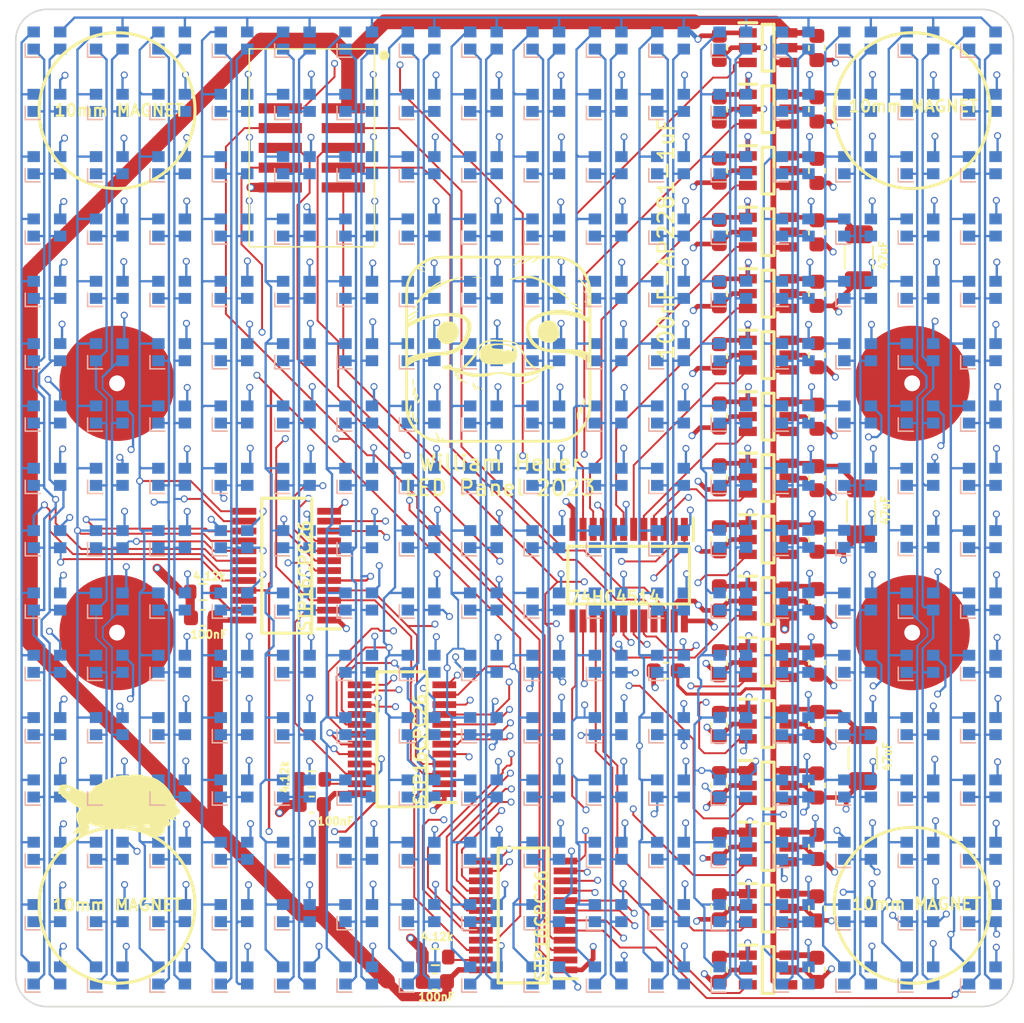
<source format=kicad_pcb>
(kicad_pcb (version 20221018) (generator pcbnew)
  (layers (0 "F.Cu" signal) (1 "In1.Cu" power) (2 "In2.Cu" power) (31 "B.Cu" signal) (34 "B.Paste" user) (35 "F.Paste" user) (36 "B.SilkS" user "B.Silkscreen") (37 "F.SilkS" user "F.Silkscreen") (38 "B.Mask" user) (39 "F.Mask" user) (44 "Edge.Cuts" user))
  (net 0 "")
  (net 1 "+3V3")
  (net 2 "GND")
  (net 3 "ROW_0_OUT")
  (net 4 "ROW_4_OUT")
  (net 5 "ROW_8_OUT")
  (net 6 "ROW_12_OUT")
  (net 7 "ROW_1_OUT")
  (net 8 "ROW_5_OUT")
  (net 9 "ROW_9_OUT")
  (net 10 "ROW_13_OUT")
  (net 11 "ROW_2_OUT")
  (net 12 "ROW_6_OUT")
  (net 13 "ROW_10_OUT")
  (net 14 "ROW_14_OUT")
  (net 15 "ROW_3_OUT")
  (net 16 "ROW_7_OUT")
  (net 17 "ROW_11_OUT")
  (net 18 "ROW_15_OUT")
  (net 19 "SERIAL_IN0")
  (net 20 "MASTER_CLK")
  (net 21 "LATCH")
  (net 22 "LED_0_RED")
  (net 23 "LED_0_GREEN")
  (net 24 "LED_0_BLUE")
  (net 25 "LED_1_RED")
  (net 26 "LED_1_GREEN")
  (net 27 "LED_1_BLUE")
  (net 28 "LED_2_RED")
  (net 29 "LED_2_GREEN")
  (net 30 "LED_2_BLUE")
  (net 31 "LED_3_RED")
  (net 32 "LED_3_GREEN")
  (net 33 "LED_3_BLUE")
  (net 34 "LED_4_RED")
  (net 35 "LED_4_GREEN")
  (net 36 "LED_4_BLUE")
  (net 37 "LED_5_RED")
  (net 38 "BRIGHTNESS_PWM")
  (net 39 "Net-(IC1-SDO)")
  (net 40 "Net-(IC1-R-EXT)")
  (net 41 "ROW_0_EN")
  (net 42 "ROW_4_EN")
  (net 43 "ROW_8_EN")
  (net 44 "ROW_12_EN")
  (net 45 "ROW_1_EN")
  (net 46 "ROW_5_EN")
  (net 47 "ROW_9_EN")
  (net 48 "ROW_13_EN")
  (net 49 "LED_5_GREEN")
  (net 50 "LED_5_BLUE")
  (net 51 "LED_6_RED")
  (net 52 "LED_6_GREEN")
  (net 53 "LED_6_BLUE")
  (net 54 "LED_7_RED")
  (net 55 "LED_7_GREEN")
  (net 56 "LED_7_BLUE")
  (net 57 "LED_8_RED")
  (net 58 "LED_8_GREEN")
  (net 59 "LED_8_BLUE")
  (net 60 "LED_9_RED")
  (net 61 "LED_9_GREEN")
  (net 62 "LED_9_BLUE")
  (net 63 "LED_10_RED")
  (net 64 "LED_10_GREEN")
  (net 65 "Net-(IC10-SDO)")
  (net 66 "Net-(IC10-R-EXT)")
  (net 67 "MUX_B0")
  (net 68 "MUX_B1")
  (net 69 "ROW_7_EN")
  (net 70 "ROW_6_EN")
  (net 71 "ROW_3_EN")
  (net 72 "ROW_2_EN")
  (net 73 "ROW_15_EN")
  (net 74 "ROW_14_EN")
  (net 75 "ROW_11_EN")
  (net 76 "ROW_10_EN")
  (net 77 "MUX_B2")
  (net 78 "MUX_B3")
  (net 79 "LED_10_BLUE")
  (net 80 "LED_11_RED")
  (net 81 "LED_11_GREEN")
  (net 82 "LED_11_BLUE")
  (net 83 "LED_12_RED")
  (net 84 "LED_12_GREEN")
  (net 85 "LED_12_BLUE")
  (net 86 "LED_13_RED")
  (net 87 "LED_13_GREEN")
  (net 88 "LED_13_BLUE")
  (net 89 "LED_14_RED")
  (net 90 "LED_14_GREEN")
  (net 91 "LED_14_BLUE")
  (net 92 "LED_15_RED")
  (net 93 "LED_15_GREEN")
  (net 94 "LED_15_BLUE")
  (net 96 "Net-(IC16-R-EXT)")
  (footprint "Capacitor_SMD:C_0603_1608Metric" (layer "F.Cu") (at 141.695 92.45 180)
    (fp_text reference "C19" hide)
    (fp_text value "100n" hide)
  )
  (footprint "Capacitor_SMD:C_0603_1608Metric" (layer "F.Cu") (at 151.39 107.696 -90)
    (fp_text reference "C27" hide)
    (fp_text value "1u" hide)
  )
  (footprint "Capacitor_SMD:C_0603_1608Metric" (layer "F.Cu") (at 145.13 72.26 -90)
    (fp_text reference "C21" hide)
    (fp_text value "100n" hide)
  )
  (footprint "SamacSys_Parts:SOT95P285X140-6N" (layer "F.Cu") (at 148.26 80.082)
    (fp_text reference "IC18" hide)
    (fp_text value "AP2281-3WG-7" hide)
  )
  (footprint "Capacitor_SMD:C_0603_1608Metric" (layer "F.Cu") (at 151.39 99.808 -90)
    (fp_text reference "C5" hide)
    (fp_text value "1u" hide)
  )
  (footprint "Capacitor_SMD:C_0603_1608Metric" (layer "F.Cu") (at 151.39 68.256 -90)
    (fp_text reference "C3" hide)
    (fp_text value "1u" hide)
  )
  (footprint "SamacSys_Parts:SOT95P285X140-6N" (layer "F.Cu") (at 148.26 99.812)
    (fp_text reference "IC5" hide)
    (fp_text value "AP2281-3WG-7" hide)
  )
  (footprint "LEDCubePanel:CNC_TECH_SMD_10POS" (layer "F.Cu") (at 121.01 58.89 -90)
    (fp_text reference "J1" hide)
    (fp_text value "~" hide)
  )
  (footprint "Capacitor_SMD:C_0603_1608Metric" (layer "F.Cu") (at 151.39 95.864 -90)
    (fp_text reference "C35" hide)
    (fp_text value "1u" hide)
  )
  (footprint "Mounting_Wuerth:Mounting_Wuerth_WA-SMSE-ExternalM3_H5mm_9771050360" (layer "F.Cu") (at 106.5 74)
    (fp_text reference "H102" hide)
    (fp_text value "MountingHole" hide)
  )
  (footprint "SamacSys_Parts:SOT95P285X140-6N" (layer "F.Cu") (at 148.26 84.028)
    (fp_text reference "IC4" hide)
    (fp_text value "AP2281-3WG-7" hide)
  )
  (footprint "Capacitor_SMD:C_0603_1608Metric" (layer "F.Cu") (at 145.13 107.625 -90)
    (fp_text reference "C31" hide)
    (fp_text value "100n" hide)
  )
  (footprint "Capacitor_SMD:C_0603_1608Metric" (layer "F.Cu") (at 145.13 56.43 -90)
    (fp_text reference "C20" hide)
    (fp_text value "100n" hide)
  )
  (footprint "SamacSys_Parts:SOT95P285X140-6N" (layer "F.Cu") (at 148.26 68.244)
    (fp_text reference "IC3" hide)
    (fp_text value "AP2281-3WG-7" hide)
  )
  (footprint "Capacitor_SMD:C_0603_1608Metric" (layer "F.Cu") (at 145.13 64.285 -90)
    (fp_text reference "C37" hide)
    (fp_text value "100n" hide)
  )
  (footprint "Capacitor_SMD:C_0603_1608Metric" (layer "F.Cu") (at 145.13 80.035 -90)
    (fp_text reference "C38" hide)
    (fp_text value "100n" hide)
  )
  (footprint "SamacSys_Parts:SOP64P600X173-24N" (layer "F.Cu") (at 124.776 96.842 180)
    (fp_text reference "IC10" hide)
    (fp_text value "STP16CPC26PTR" hide)
  )
  (footprint "Capacitor_SMD:C_0603_1608Metric" (layer "F.Cu") (at 145.13 87.8 -90)
    (fp_text reference "C22" hide)
    (fp_text value "100n" hide)
  )
  (footprint "Capacitor_SMD:C_1206_3216Metric" (layer "F.Cu") (at 154.08 65.91 -90)
    (fp_text reference "C6" hide)
    (fp_text value "47u" hide)
  )
  (footprint "Mounting_Wuerth:Mounting_Wuerth_WA-SMSE-ExternalM3_H5mm_9771050360" (layer "F.Cu") (at 106.5 90)
    (fp_text reference "H103" hide)
    (fp_text value "MountingHole" hide)
  )
  (footprint "Capacitor_SMD:C_0603_1608Metric" (layer "F.Cu") (at 151.39 91.92 -90)
    (fp_text reference "C26" hide)
    (fp_text value "1u" hide)
  )
  (footprint "Capacitor_SMD:C_0603_1608Metric" (layer "F.Cu") (at 151.39 87.976 -90)
    (fp_text reference "C16" hide)
    (fp_text value "1u" hide)
  )
  (footprint "Capacitor_SMD:C_0603_1608Metric" (layer "F.Cu") (at 145.13 60.35 -90)
    (fp_text reference "C28" hide)
    (fp_text value "100n" hide)
  )
  (footprint "Capacitor_SMD:C_0603_1608Metric" (layer "F.Cu") (at 112.015 89.05 180)
    (fp_text reference "C32" hide)
    (fp_text value "100n" hide)
  )
  (footprint "Capacitor_SMD:C_0603_1608Metric" (layer "F.Cu") (at 151.39 103.752 -90)
    (fp_text reference "C17" hide)
    (fp_text value "1u" hide)
  )
  (footprint "Capacitor_SMD:C_0603_1608Metric" (layer "F.Cu") (at 145.13 84.01 -90)
    (fp_text reference "C12" hide)
    (fp_text value "100n" hide)
  )
  (footprint "SamacSys_Parts:SOT95P285X140-6N" (layer "F.Cu") (at 148.26 52.46)
    (fp_text reference "IC2" hide)
    (fp_text value "AP2281-3WG-7" hide)
  )
  (footprint "Resistor_SMD:R_0603_1608Metric" (layer "F.Cu") (at 112.015 87.39 180)
    (fp_text reference "R3" hide)
    (fp_text value "4.12k" hide)
  )
  (footprint "SamacSys_Parts:SOT95P285X140-6N" (layer "F.Cu") (at 148.26 91.92)
    (fp_text reference "IC14" hide)
    (fp_text value "AP2281-3WG-7" hide)
  )
  (footprint "SamacSys_Parts:SOP65P640X110-24N" (layer "F.Cu") (at 139.315 86.312 -90)
    (fp_text reference "IC11" hide)
    (fp_text value "74HC4514PW,118" hide)
  )
  (footprint "Capacitor_SMD:C_0603_1608Metric" (layer "F.Cu") (at 151.39 111.64 -90)
    (fp_text reference "C36" hide)
    (fp_text value "1u" hide)
  )
  (footprint "SamacSys_Parts:SOT95P285X140-6N" (layer "F.Cu") (at 148.26 76.136)
    (fp_text reference "IC13" hide)
    (fp_text value "AP2281-3WG-7" hide)
  )
  (footprint "Capacitor_SMD:C_0603_1608Metric" (layer "F.Cu") (at 118.985 101.03 180)
    (fp_text reference "C18" hide)
    (fp_text value "100n" hide)
  )
  (footprint "SamacSys_Parts:SOT95P285X140-6N" (layer "F.Cu") (at 148.26 72.19)
    (fp_text reference "IC7" hide)
    (fp_text value "AP2281-3WG-7" hide)
  )
  (footprint "SamacSys_Parts:SOT95P285X140-6N" (layer "F.Cu") (at 148.26 103.758)
    (fp_text reference "IC9" hide)
    (fp_text value "AP2281-3WG-7" hide)
  )
  (footprint "Capacitor_SMD:C_0603_1608Metric" (layer "F.Cu") (at 126.885 112.39 180)
    (fp_text reference "C1" hide)
    (fp_text value "100n" hide)
  )
  (footprint "Capacitor_SMD:C_1206_3216Metric" (layer "F.Cu") (at 154.33 98.05 -90)
    (fp_text reference "C7" hide)
    (fp_text value "47u" hide)
  )
  (footprint "Capacitor_SMD:C_0603_1608Metric" (layer "F.Cu") (at 151.39 56.424 -90)
    (fp_text reference "C14" hide)
    (fp_text value "1u" hide)
  )
  (footprint "SamacSys_Parts:SOT95P285X140-6N" (layer "F.Cu") (at 148.26 87.974)
    (fp_text reference "IC8" hide)
    (fp_text value "AP2281-3WG-7" hide)
  )
  (footprint "LOGO" (layer "F.Cu") (at 106.63 101.09)
    (fp_text reference "G***" hide)
    (fp_text value "LOGO" hide)
  )
  (footprint "Mounting_Wuerth:Mounting_Wuerth_WA-SMSE-ExternalM3_H5mm_9771050360" (layer "F.Cu") (at 157.5 90)
    (fp_text reference "H101" hide)
    (fp_text value "MountingHole" hide)
  )
  (footprint "Capacitor_SMD:C_0603_1608Metric" (layer "F.Cu") (at 151.39 84.032 -90)
    (fp_text reference "C4" hide)
    (fp_text value "1u" hide)
  )
  (footprint "SamacSys_Parts:SOT95P285X140-6N" (layer "F.Cu") (at 148.26 95.866)
    (fp_text reference "IC19" hide)
    (fp_text value "AP2281-3WG-7" hide)
  )
  (footprint "Capacitor_SMD:C_0603_1608Metric" (layer "F.Cu") (at 151.39 64.312 -90)
    (fp_text reference "C33" hide)
    (fp_text value "1u" hide)
  )
  (footprint "SamacSys_Parts:SOT95P285X140-6N" (layer "F.Cu") (at 148.26 64.298)
    (fp_text reference "IC17" hide)
    (fp_text value "AP2281-3WG-7" hide)
  )
  (footprint "Capacitor_SMD:C_0603_1608Metric" (layer "F.Cu") (at 151.39 60.368 -90)
    (fp_text reference "C24" hide)
    (fp_text value "1u" hide)
  )
  (footprint "SamacSys_Parts:SOP64P600X173-24N" (layer "F.Cu") (at 117.386 85.702 180)
    (fp_text reference "IC16" hide)
    (fp_text value "STP16CPC26PTR" hide)
  )
  (footprint "SamacSys_Parts:SOT95P285X140-6N" (layer "F.Cu") (at 148.26 107.704)
    (fp_text reference "IC15" hide)
    (fp_text value "AP2281-3WG-7" hide)
  )
  (footprint "Capacitor_SMD:C_0603_1608Metric" (layer "F.Cu") (at 145.13 111.64 -90)
    (fp_text reference "C40" hide)
    (fp_text value "100n" hide)
  )
  (footprint "Capacitor_SMD:C_0603_1608Metric" (layer "F.Cu") (at 145.13 68.28 -90)
    (fp_text reference "C11" hide)
    (fp_text value "100n" hide)
  )
  (footprint "SamacSys_Parts:SOT95P285X140-6N" (layer "F.Cu") (at 148.26 111.65)
    (fp_text reference "IC20" hide)
    (fp_text value "AP2281-3WG-7" hide)
  )
  (footprint "LOGO" (layer "F.Cu") (at 130.95 71.81)
    (fp_text reference "G***" hide)
    (fp_text value "LOGO" hide)
  )
  (footprint "Capacitor_SMD:C_0603_1608Metric" (layer "F.Cu") (at 151.39 52.48 -90)
    (fp_text reference "C2" hide)
    (fp_text value "1u" hide)
  )
  (footprint "Capacitor_SMD:C_0603_1608Metric" (layer "F.Cu") (at 145.13 76.07 -90)
    (fp_text reference "C29" hide)
    (fp_text value "100n" hide)
  )
  (footprint "Capacitor_SMD:C_0603_1608Metric" (layer "F.Cu") (at 151.39 80.088 -90)
    (fp_text reference "C34" hide)
    (fp_text value "1u" hide)
  )
  (footprint "Resistor_SMD:R_0603_1608Metric" (layer "F.Cu") (at 126.915 110.82 180)
    (fp_text reference "R1" hide)
    (fp_text value "4.12k" hide)
  )
  (footprint "Capacitor_SMD:C_0603_1608Metric" (layer "F.Cu") (at 151.39 72.2 -90)
    (fp_text reference "C15" hide)
    (fp_text value "1u" hide)
  )
  (footprint "SamacSys_Parts:SOP64P600X173-24N" (layer "F.Cu") (at 132.55 108.15 180)
    (fp_text reference "IC1" hide)
    (fp_text value "STP16CPC26PTR" hide)
  )
  (footprint "SamacSys_Parts:SOT95P285X140-6N" (layer "F.Cu") (at 148.26 60.352)
    (fp_text reference "IC12" hide)
    (fp_text value "AP2281-3WG-7" hide)
  )
  (footprint "Capacitor_SMD:C_0603_1608Metric" (layer "F.Cu") (at 145.13 103.715 -90)
    (fp_text reference "C23" hide)
    (fp_text value "100n" hide)
  )
  (footprint "Mounting_Wuerth:Mounting_Wuerth_WA-SMSE-ExternalM3_H5mm_9771050360" (layer "F.Cu") (at 157.5 74)
    (fp_text reference "H100" hide)
    (fp_text value "MountingHole" hide)
  )
  (footprint "SamacSys_Parts:SOT95P285X140-6N" (layer "F.Cu") (at 148.26 56.406)
    (fp_text reference "IC6" hide)
    (fp_text value "AP2281-3WG-7" hide)
  )
  (footprint "Capacitor_SMD:C_0603_1608Metric" (layer "F.Cu") (at 145.13 99.79 -90)
    (fp_text reference "C13" hide)
    (fp_text value "100n" hide)
  )
  (footprint "Capacitor_SMD:C_0603_1608Metric" (layer "F.Cu") (at 151.39 76.144 -90)
    (fp_text reference "C25" hide)
    (fp_text value "1u" hide)
  )
  (footprint "Resistor_SMD:R_0603_1608Metric" (layer "F.Cu") (at 119 99.42 180)
    (fp_text reference "R2" hide)
    (fp_text value "4.12k" hide)
  )
  (footprint "Capacitor_SMD:C_0603_1608Metric" (layer "F.Cu") (at 145.13 95.925 -90)
    (fp_text reference "C39" hide)
    (fp_text value "100n" hide)
  )
  (footprint "Capacitor_SMD:C_1206_3216Metric" (layer "F.Cu") (at 154.22 82.22 -90)
    (fp_text reference "C8" hide)
    (fp_text value "47u" hide)
  )
  (footprint "Capacitor_SMD:C_0603_1608Metric" (layer "F.Cu") (at 145.13 91.965 -90)
    (fp_text reference "C30" hide)
    (fp_text value "100n" hide)
  )
  (footprint "Capacitor_SMD:C_0603_1608Metric" (layer "F.Cu") (at 145.13 52.47 -90)
    (fp_text reference "C10" hide)
    (fp_text value "100n" hide)
  )
  (footprint "LEDCubePanel:2.1x2.1_LED" (layer "B.Cu") (at 142 68 180)
    (fp_text reference "U169" hide)
    (fp_text value "~" hide)
  )
  (footprint "LEDCubePanel:2.1x2.1_LED" (layer "B.Cu") (at 118 108 180)
    (fp_text reference "U335" hide)
    (fp_text value "~" hide)
  )
  (footprint "LEDCubePanel:2.1x2.1_LED" (layer "B.Cu") (at 150 80 180)
    (fp_text reference "U215" hide)
    (fp_text value "~" hide)
  )
  (footprint "LEDCubePanel:2.1x2.1_LED" (layer "B.Cu") (at 126 76 180)
    (fp_text reference "U205" hide)
    (fp_text value "~" hide)
  )
  (footprint "LEDCubePanel:2.1x2.1_LED" (layer "B.Cu") (at 158 68 180)
    (fp_text reference "U165" hide)
    (fp_text value "~" hide)
  )
  (footprint "LEDCubePanel:2.1x2.1_LED" (layer "B.Cu") (at 154 56 180)
    (fp_text reference "U118" hide)
    (fp_text value "~" hide)
  )
  (footprint "LEDCubePanel:2.1x2.1_LED" (layer "B.Cu") (at 106 92 180)
    (fp_text reference "U274" hide)
    (fp_text value "~" hide)
  )
  (footprint "LEDCubePanel:2.1x2.1_LED" (layer "B.Cu") (at 134 108 180)
    (fp_text reference "U331" hide)
    (fp_text value "~" hide)
  )
  (footprint "LEDCubePanel:2.1x2.1_LED" (layer "B.Cu") (at 110 52 180)
    (fp_text reference "U113" hide)
    (fp_text value "~" hide)
  )
  (footprint "LEDCubePanel:2.1x2.1_LED" (layer "B.Cu") (at 102 80 180)
    (fp_text reference "U227" hide)
    (fp_text value "~" hide)
  )
  (footprint "LEDCubePanel:2.1x2.1_LED" (layer "B.Cu") (at 134 64 180)
    (fp_text reference "U155" hide)
    (fp_text value "~" hide)
  )
  (footprint "LEDCubePanel:2.1x2.1_LED" (layer "B.Cu") (at 118 104 180)
    (fp_text reference "U319" hide)
    (fp_text value "~" hide)
  )
  (footprint "LEDCubePanel:2.1x2.1_LED" (layer "B.Cu") (at 134 56 180)
    (fp_text reference "U123" hide)
    (fp_text value "~" hide)
  )
  (footprint "LEDCubePanel:2.1x2.1_LED" (layer "B.Cu") (at 158 92 180)
    (fp_text reference "U261" hide)
    (fp_text value "~" hide)
  )
  (footprint "LEDCubePanel:2.1x2.1_LED" (layer "B.Cu") (at 118 92 180)
    (fp_text reference "U271" hide)
    (fp_text value "~" hide)
  )
  (footprint "LEDCubePanel:2.1x2.1_LED" (layer "B.Cu") (at 110 112 180)
    (fp_text reference "U353" hide)
    (fp_text value "~" hide)
  )
  (footprint "LEDCubePanel:2.1x2.1_LED" (layer "B.Cu") (at 134 80 180)
    (fp_text reference "U219" hide)
    (fp_text value "~" hide)
  )
  (footprint "LEDCubePanel:2.1x2.1_LED" (layer "B.Cu") (at 106 76 180)
    (fp_text reference "U210" hide)
    (fp_text value "~" hide)
  )
  (footprint "LEDCubePanel:2.1x2.1_LED" (layer "B.Cu") (at 122 112 180)
    (fp_text reference "U350" hide)
    (fp_text value "~" hide)
  )
  (footprint "LEDCubePanel:2.1x2.1_LED" (layer "B.Cu") (at 114 64 180)
    (fp_text reference "U160" hide)
    (fp_text value "~" hide)
  )
  (footprint "LEDCubePanel:2.1x2.1_LED" (layer "B.Cu") (at 102 84 180)
    (fp_text reference "U243" hide)
    (fp_text value "~" hide)
  )
  (footprint "LEDCubePanel:2.1x2.1_LED" (layer "B.Cu") (at 122 68 180)
    (fp_text reference "U174" hide)
    (fp_text value "~" hide)
  )
  (footprint "LEDCubePanel:2.1x2.1_LED" (layer "B.Cu") (at 134 100 180)
    (fp_text reference "U299" hide)
    (fp_text value "~" hide)
  )
  (footprint "LEDCubePanel:2.1x2.1_LED" (layer "B.Cu") (at 158 83.98 180)
    (fp_text reference "U229" hide)
    (fp_text value "~" hide)
  )
  (footprint "LEDCubePanel:2.1x2.1_LED" (layer "B.Cu") (at 138 56 180)
    (fp_text reference "U122" hide)
    (fp_text value "~" hide)
  )
  (footprint "LEDCubePanel:2.1x2.1_LED" (layer "B.Cu") (at 138 100 180)
    (fp_text reference "U298" hide)
    (fp_text value "~" hide)
  )
  (footprint "LEDCubePanel:2.1x2.1_LED" (layer "B.Cu") (at 122 96 180)
    (fp_text reference "U286" hide)
    (fp_text value "~" hide)
  )
  (footprint "LEDCubePanel:2.1x2.1_LED" (layer "B.Cu") (at 162 56 180)
    (fp_text reference "U116" hide)
    (fp_text value "~" hide)
  )
  (footprint "LEDCubePanel:2.1x2.1_LED" (layer "B.Cu") (at 114 88 180)
    (fp_text reference "U256" hide)
    (fp_text value "~" hide)
  )
  (footprint "LEDCubePanel:2.1x2.1_LED" (layer "B.Cu") (at 102 104 180)
    (fp_text reference "U323" hide)
    (fp_text value "~" hide)
  )
  (footprint "LEDCubePanel:2.1x2.1_LED" (layer "B.Cu") (at 126 64 180)
    (fp_text reference "U157" hide)
    (fp_text value "~" hide)
  )
  (footprint "LEDCubePanel:2.1x2.1_LED" (layer "B.Cu") (at 118 96 180)
    (fp_text reference "U287" hide)
    (fp_text value "~" hide)
  )
  (footprint "LEDCubePanel:2.1x2.1_LED" (layer "B.Cu") (at 162 108 180)
    (fp_text reference "U324" hide)
    (fp_text value "~" hide)
  )
  (footprint "LEDCubePanel:2.1x2.1_LED" (layer "B.Cu") (at 162 80 180)
    (fp_text reference "U212" hide)
    (fp_text value "~" hide)
  )
  (footprint "LEDCubePanel:2.1x2.1_LED" (layer "B.Cu") (at 158 96 180)
    (fp_text reference "U277" hide)
    (fp_text value "~" hide)
  )
  (footprint "LEDCubePanel:2.1x2.1_LED" (layer "B.Cu") (at 126 84 180)
    (fp_text reference "U237" hide)
    (fp_text value "~" hide)
  )
  (footprint "LEDCubePanel:2.1x2.1_LED" (layer "B.Cu") (at 158 52 180)
    (fp_text reference "U101" hide)
    (fp_text value "~" hide)
  )
  (footprint "LEDCubePanel:2.1x2.1_LED" (layer "B.Cu") (at 150 100 180)
    (fp_text reference "U295" hide)
    (fp_text value "~" hide)
  )
  (footprint "LEDCubePanel:2.1x2.1_LED" (layer "B.Cu") (at 106 64 180)
    (fp_text reference "U162" hide)
    (fp_text value "~" hide)
  )
  (footprint "LEDCubePanel:2.1x2.1_LED" (layer "B.Cu") (at 154 83.98 180)
    (fp_text reference "U230" hide)
    (fp_text value "~" hide)
  )
  (footprint "LEDCubePanel:2.1x2.1_LED" (layer "B.Cu") (at 142 88 180)
    (fp_text reference "U249" hide)
    (fp_text value "~" hide)
  )
  (footprint "LEDCubePanel:2.1x2.1_LED" (layer "B.Cu") (at 114 100 180)
    (fp_text reference "U304" hide)
    (fp_text value "~" hide)
  )
  (footprint "LEDCubePanel:2.1x2.1_LED" (layer "B.Cu") (at 138 84 180)
    (fp_text reference "U234" hide)
    (fp_text value "~" hide)
  )
  (footprint "LEDCubePanel:2.1x2.1_LED" (layer "B.Cu") (at 102 56 180)
    (fp_text reference "U131" hide)
    (fp_text value "~" hide)
  )
  (footprint "LEDCubePanel:2.1x2.1_LED" (layer "B.Cu") (at 110 104 180)
    (fp_text reference "U321" hide)
    (fp_text value "~" hide)
  )
  (footprint "LEDCubePanel:2.1x2.1_LED" (layer "B.Cu") (at 154 92 180)
    (fp_text reference "U262" hide)
    (fp_text value "~" hide)
  )
  (footprint "LEDCubePanel:2.1x2.1_LED" (layer "B.Cu") (at 138 68 180)
    (fp_text reference "U170" hide)
    (fp_text value "~" hide)
  )
  (footprint "LEDCubePanel:2.1x2.1_LED" (layer "B.Cu") (at 126 92 180)
    (fp_text reference "U269" hide)
    (fp_text value "~" hide)
  )
  (footprint "LEDCubePanel:2.1x2.1_LED" (layer "B.Cu") (at 138 80 180)
    (fp_text reference "U218" hide)
    (fp_text value "~" hide)
  )
  (footprint "LEDCubePanel:2.1x2.1_LED" (layer "B.Cu") (at 110 56 180)
    (fp_text reference "U129" hide)
    (fp_text value "~" hide)
  )
  (footprint "LEDCubePanel:2.1x2.1_LED" (layer "B.Cu") (at 150 52 180)
    (fp_text reference "U103" hide)
    (fp_text value "~" hide)
  )
  (footprint "LEDCubePanel:2.1x2.1_LED" (layer "B.Cu") (at 122 100 180)
    (fp_text reference "U302" hide)
    (fp_text value "~" hide)
  )
  (footprint "LEDCubePanel:2.1x2.1_LED" (layer "B.Cu") (at 162 84 180)
    (fp_text reference "U228" hide)
    (fp_text value "~" hide)
  )
  (footprint "LEDCubePanel:2.1x2.1_LED" (layer "B.Cu") (at 142 108 180)
    (fp_text reference "U329" hide)
    (fp_text value "~" hide)
  )
  (footprint "LEDCubePanel:2.1x2.1_LED" (layer "B.Cu") (at 114 72 180)
    (fp_text reference "U192" hide)
    (fp_text value "~" hide)
  )
  (footprint "LEDCubePanel:2.1x2.1_LED" (layer "B.Cu") (at 138 104 180)
    (fp_text reference "U314" hide)
    (fp_text value "~" hide)
  )
  (footprint "LEDCubePanel:2.1x2.1_LED" (layer "B.Cu") (at 158 88 180)
    (fp_text reference "U245" hide)
    (fp_text value "~" hide)
  )
  (footprint "LEDCubePanel:2.1x2.1_LED" (layer "B.Cu") (at 146 68 180)
    (fp_text reference "U168" hide)
    (fp_text value "~" hide)
  )
  (footprint "LEDCubePanel:2.1x2.1_LED" (layer "B.Cu") (at 154 64 180)
    (fp_text reference "U150" hide)
    (fp_text value "~" hide)
  )
  (footprint "LEDCubePanel:2.1x2.1_LED" (layer "B.Cu") (at 154 68 180)
    (fp_text reference "U166" hide)
    (fp_text value "~" hide)
  )
  (footprint "LEDCubePanel:2.1x2.1_LED" (layer "B.Cu") (at 142 56 180)
    (fp_text reference "U121" hide)
    (fp_text value "~" hide)
  )
  (footprint "LEDCubePanel:2.1x2.1_LED" (layer "B.Cu") (at 146 112 180)
    (fp_text reference "U344" hide)
    (fp_text value "~" hide)
  )
  (footprint "LEDCubePanel:2.1x2.1_LED" (layer "B.Cu") (at 146 96 180)
    (fp_text reference "U280" hide)
    (fp_text value "~" hide)
  )
  (footprint "LEDCubePanel:2.1x2.1_LED" (layer "B.Cu") (at 102 68 180)
    (fp_text reference "U179" hide)
    (fp_text value "~" hide)
  )
  (footprint "LEDCubePanel:2.1x2.1_LED" (layer "B.Cu") (at 130 104 180)
    (fp_text reference "U316" hide)
    (fp_text value "~" hide)
  )
  (footprint "LEDCubePanel:2.1x2.1_LED" (layer "B.Cu") (at 114 92 180)
    (fp_text reference "U272" hide)
    (fp_text value "~" hide)
  )
  (footprint "LEDCubePanel:2.1x2.1_LED" (layer "B.Cu") (at 158 100 180)
    (fp_text reference "U293" hide)
    (fp_text value "~" hide)
  )
  (footprint "LEDCubePanel:2.1x2.1_LED" (layer "B.Cu") (at 150 68 180)
    (fp_text reference "U167" hide)
    (fp_text value "~" hide)
  )
  (footprint "LEDCubePanel:2.1x2.1_LED" (layer "B.Cu") (at 122 92 180)
    (fp_text reference "U270" hide)
    (fp_text value "~" hide)
  )
  (footprint "LEDCubePanel:2.1x2.1_LED" (layer "B.Cu") (at 150 92 180)
    (fp_text reference "U263" hide)
    (fp_text value "~" hide)
  )
  (footprint "LEDCubePanel:2.1x2.1_LED" (layer "B.Cu") (at 138 72 180)
    (fp_text reference "U186" hide)
    (fp_text value "~" hide)
  )
  (footprint "LEDCubePanel:2.1x2.1_LED" (layer "B.Cu") (at 158 64 180)
    (fp_text reference "U149" hide)
    (fp_text value "~" hide)
  )
  (footprint "LEDCubePanel:2.1x2.1_LED" (layer "B.Cu") (at 134 96 180)
    (fp_text reference "U283" hide)
    (fp_text value "~" hide)
  )
  (footprint "LEDCubePanel:2.1x2.1_LED" (layer "B.Cu") (at 114 84 180)
    (fp_text reference "U240" hide)
    (fp_text value "~" hide)
  )
  (footprint "LEDCubePanel:2.1x2.1_LED" (layer "B.Cu") (at 102 108 180)
    (fp_text reference "U339" hide)
    (fp_text value "~" hide)
  )
  (footprint "LEDCubePanel:2.1x2.1_LED" (layer "B.Cu") (at 126 100 180)
    (fp_text reference "U301" hide)
    (fp_text value "~" hide)
  )
  (footprint "LEDCubePanel:2.1x2.1_LED" (layer "B.Cu") (at 150 76 180)
    (fp_text reference "U199" hide)
    (fp_text value "~" hide)
  )
  (footprint "LEDCubePanel:2.1x2.1_LED" (layer "B.Cu") (at 154 108 180)
    (fp_text reference "U326" hide)
    (fp_text value "~" hide)
  )
  (footprint "LEDCubePanel:2.1x2.1_LED" (layer "B.Cu") (at 118 60 180)
    (fp_text reference "U143" hide)
    (fp_text value "~" hide)
  )
  (footprint "LEDCubePanel:2.1x2.1_LED" (layer "B.Cu") (at 130 60 180)
    (fp_text reference "U140" hide)
    (fp_text value "~" hide)
  )
  (footprint "LEDCubePanel:2.1x2.1_LED" (layer "B.Cu") (at 110 100 180)
    (fp_text reference "U305" hide)
    (fp_text value "~" hide)
  )
  (footprint "LEDCubePanel:2.1x2.1_LED" (layer "B.Cu") (at 150 104 180)
    (fp_text reference "U311" hide)
    (fp_text value "~" hide)
  )
  (footprint "LEDCubePanel:2.1x2.1_LED" (layer "B.Cu") (at 162 64 180)
    (fp_text reference "U148" hide)
    (fp_text value "~" hide)
  )
  (footprint "LEDCubePanel:2.1x2.1_LED" (layer "B.Cu") (at 122 104 180)
    (fp_text reference "U318" hide)
    (fp_text value "~" hide)
  )
  (footprint "LEDCubePanel:2.1x2.1_LED" (layer "B.Cu") (at 154 88 180)
    (fp_text reference "U246" hide)
    (fp_text value "~" hide)
  )
  (footprint "LEDCubePanel:2.1x2.1_LED" (layer "B.Cu") (at 126 68 180)
    (fp_text reference "U173" hide)
    (fp_text value "~" hide)
  )
  (footprint "LEDCubePanel:2.1x2.1_LED" (layer "B.Cu") (at 158 108 180)
    (fp_text reference "U325" hide)
    (fp_text value "~" hide)
  )
  (footprint "LEDCubePanel:2.1x2.1_LED" (layer "B.Cu") (at 110 88 180)
    (fp_text reference "U257" hide)
    (fp_text value "~" hide)
  )
  (footprint "LEDCubePanel:2.1x2.1_LED" (layer "B.Cu") (at 126 112 180)
    (fp_text reference "U349" hide)
    (fp_text value "~" hide)
  )
  (footprint "LEDCubePanel:2.1x2.1_LED" (layer "B.Cu") (at 122 80 180)
    (fp_text reference "U222" hide)
    (fp_text value "~" hide)
  )
  (footprint "LEDCubePanel:2.1x2.1_LED" (layer "B.Cu") (at 106 104 180)
    (fp_text reference "U322" hide)
    (fp_text value "~" hide)
  )
  (footprint "LEDCubePanel:2.1x2.1_LED" (layer "B.Cu") (at 130 52 180)
    (fp_text reference "U108" hide)
    (fp_text value "~" hide)
  )
  (footprint "LEDCubePanel:2.1x2.1_LED" (layer "B.Cu") (at 110 84 180)
    (fp_text reference "U241" hide)
    (fp_text value "~" hide)
  )
  (footprint "LEDCubePanel:2.1x2.1_LED" (layer "B.Cu") (at 138 112 180)
    (fp_text reference "U346" hide)
    (fp_text value "~" hide)
  )
  (footprint "LEDCubePanel:2.1x2.1_LED" (layer "B.Cu") (at 130 92 180)
    (fp_text reference "U268" hide)
    (fp_text value "~" hide)
  )
  (footprint "LEDCubePanel:2.1x2.1_LED" (layer "B.Cu") (at 110 60 180)
    (fp_text reference "U145" hide)
    (fp_text value "~" hide)
  )
  (footprint "LEDCubePanel:2.1x2.1_LED" (layer "B.Cu") (at 142 72 180)
    (fp_text reference "U185" hide)
    (fp_text value "~" hide)
  )
  (footprint "LEDCubePanel:2.1x2.1_LED" (layer "B.Cu") (at 102 96 180)
    (fp_text reference "U291" hide)
    (fp_text value "~" hide)
  )
  (footprint "LEDCubePanel:2.1x2.1_LED" (layer "B.Cu") (at 110 64 180)
    (fp_text reference "U161" hide)
    (fp_text value "~" hide)
  )
  (footprint "LEDCubePanel:2.1x2.1_LED" (layer "B.Cu") (at 114 96 180)
    (fp_text reference "U288" hide)
    (fp_text value "~" hide)
  )
  (footprint "LEDCubePanel:2.1x2.1_LED" (layer "B.Cu") (at 162 76 180)
    (fp_text reference "U196" hide)
    (fp_text value "~" hide)
  )
  (footprint "LEDCubePanel:2.1x2.1_LED" (layer "B.Cu") (at 142 80 180)
    (fp_text reference "U217" hide)
    (fp_text value "~" hide)
  )
  (footprint "LEDCubePanel:2.1x2.1_LED" (layer "B.Cu") (at 162 96 180)
    (fp_text reference "U276" hide)
    (fp_text value "~" hide)
  )
  (footprint "LEDCubePanel:2.1x2.1_LED" (layer "B.Cu") (at 118 68 180)
    (fp_text reference "U175" hide)
    (fp_text value "~" hide)
  )
  (footprint "LEDCubePanel:2.1x2.1_LED" (layer "B.Cu") (at 110 76 180)
    (fp_text reference "U209" hide)
    (fp_text value "~" hide)
  )
  (footprint "LEDCubePanel:2.1x2.1_LED" (layer "B.Cu") (at 150 96 180)
    (fp_text reference "U279" hide)
    (fp_text value "~" hide)
  )
  (footprint "LEDCubePanel:2.1x2.1_LED" (layer "B.Cu") (at 142 64 180)
    (fp_text reference "U153" hide)
    (fp_text value "~" hide)
  )
  (footprint "LEDCubePanel:2.1x2.1_LED" (layer "B.Cu") (at 114 68 180)
    (fp_text reference "U176" hide)
    (fp_text value "~" hide)
  )
  (footprint "LEDCubePanel:2.1x2.1_LED" (layer "B.Cu") (at 118 88 180)
    (fp_text reference "U255" hide)
    (fp_text value "~" hide)
  )
  (footprint "LEDCubePanel:2.1x2.1_LED" (layer "B.Cu") (at 126 96 180)
    (fp_text reference "U285" hide)
    (fp_text value "~" hide)
  )
  (footprint "LEDCubePanel:2.1x2.1_LED" (layer "B.Cu") (at 134 84 180)
    (fp_text reference "U235" hide)
    (fp_text value "~" hide)
  )
  (footprint "LEDCubePanel:2.1x2.1_LED" (layer "B.Cu") (at 154 52 180)
    (fp_text reference "U102" hide)
    (fp_text value "~" hide)
  )
  (footprint "LEDCubePanel:2.1x2.1_LED" (layer "B.Cu") (at 138 60 180)
    (fp_text reference "U138" hide)
    (fp_text value "~" hide)
  )
  (footprint "LEDCubePanel:2.1x2.1_LED" (layer "B.Cu") (at 154 60 180)
    (fp_text reference "U134" hide)
    (fp_text value "~" hide)
  )
  (footprint "LEDCubePanel:2.1x2.1_LED" (layer "B.Cu") (at 142 52 180)
    (fp_text reference "U105" hide)
    (fp_text value "~" hide)
  )
  (footprint "LEDCubePanel:2.1x2.1_LED" (layer "B.Cu") (at 106 84 180)
    (fp_text reference "U242" hide)
    (fp_text value "~" hide)
  )
  (footprint "LEDCubePanel:2.1x2.1_LED" (layer "B.Cu") (at 158 60 180)
    (fp_text reference "U133" hide)
    (fp_text value "~" hide)
  )
  (footprint "LEDCubePanel:2.1x2.1_LED" (layer "B.Cu") (at 102 100 180)
    (fp_text reference "U307" hide)
    (fp_text value "~" hide)
  )
  (footprint "LEDCubePanel:2.1x2.1_LED" (layer "B.Cu") (at 158 76 180)
    (fp_text reference "U197" hide)
    (fp_text value "~" hide)
  )
  (footprint "LEDCubePanel:2.1x2.1_LED" (layer "B.Cu") (at 102 72 180)
    (fp_text reference "U195" hide)
    (fp_text value "~" hide)
  )
  (footprint "LEDCubePanel:2.1x2.1_LED" (layer "B.Cu") (at 102 64 180)
    (fp_text reference "U163" hide)
    (fp_text value "~" hide)
  )
  (footprint "LEDCubePanel:2.1x2.1_LED" (layer "B.Cu") (at 162 60 180)
    (fp_text reference "U132" hide)
    (fp_text value "~" hide)
  )
  (footprint "LEDCubePanel:2.1x2.1_LED" (layer "B.Cu") (at 130 88 180)
    (fp_text reference "U252" hide)
    (fp_text value "~" hide)
  )
  (footprint "LEDCubePanel:2.1x2.1_LED" (layer "B.Cu") (at 162 72 180)
    (fp_text reference "U180" hide)
    (fp_text value "~" hide)
  )
  (footprint "LEDCubePanel:2.1x2.1_LED" (layer "B.Cu") (at 130 84 180)
    (fp_text reference "U236" hide)
    (fp_text value "~" hide)
  )
  (footprint "LEDCubePanel:2.1x2.1_LED" (layer "B.Cu") (at 138 76 180)
    (fp_text reference "U202" hide)
    (fp_text value "~" hide)
  )
  (footprint "LEDCubePanel:2.1x2.1_LED" (layer "B.Cu") (at 110 80 180)
    (fp_text reference "U225" hide)
    (fp_text value "~" hide)
  )
  (footprint "LEDCubePanel:2.1x2.1_LED" (layer "B.Cu") (at 138 108 180)
    (fp_text reference "U330" hide)
    (fp_text value "~" hide)
  )
  (footprint "LEDCubePanel:2.1x2.1_LED" (layer "B.Cu") (at 130 64 180)
    (fp_text reference "U156" hide)
    (fp_text value "~" hide)
  )
  (footprint "LEDCubePanel:2.1x2.1_LED" (layer "B.Cu") (at 106 88 180)
    (fp_text reference "U258" hide)
    (fp_text value "~" hide)
  )
  (footprint "LEDCubePanel:2.1x2.1_LED" (layer "B.Cu") (at 102 88 180)
    (fp_text reference "U259" hide)
    (fp_text value "~" hide)
  )
  (footprint "LEDCubePanel:2.1x2.1_LED" (layer "B.Cu") (at 142 84 180)
    (fp_text reference "U233" hide)
    (fp_text value "~" hide)
  )
  (footprint "LEDCubePanel:2.1x2.1_LED" (layer "B.Cu") (at 162 104 180)
    (fp_text reference "U308" hide)
    (fp_text value "~" hide)
  )
  (footprint "LEDCubePanel:2.1x2.1_LED" (layer "B.Cu") (at 126 52 180)
    (fp_text reference "U109" hide)
    (fp_text value "~" hide)
  )
  (footprint "LEDCubePanel:2.1x2.1_LED" (layer "B.Cu") (at 146 52 180)
    (fp_text reference "U104" hide)
    (fp_text value "~" hide)
  )
  (footprint "LEDCubePanel:2.1x2.1_LED" (layer "B.Cu") (at 154 112 180)
    (fp_text reference "U342" hide)
    (fp_text value "~" hide)
  )
  (footprint "LEDCubePanel:2.1x2.1_LED" (layer "B.Cu") (at 142 60 180)
    (fp_text reference "U137" hide)
    (fp_text value "~" hide)
  )
  (footprint "LEDCubePanel:2.1x2.1_LED" (layer "B.Cu") (at 142 96 180)
    (fp_text reference "U281" hide)
    (fp_text value "~" hide)
  )
  (footprint "LEDCubePanel:2.1x2.1_LED" (layer "B.Cu") (at 146 76 180)
    (fp_text reference "U200" hide)
    (fp_text value "~" hide)
  )
  (footprint "LEDCubePanel:2.1x2.1_LED" (layer "B.Cu") (at 110 96 180)
    (fp_text reference "U289" hide)
    (fp_text value "~" hide)
  )
  (footprint "LEDCubePanel:2.1x2.1_LED" (layer "B.Cu") (at 134 60 180)
    (fp_text reference "U139" hide)
    (fp_text value "~" hide)
  )
  (footprint "LEDCubePanel:2.1x2.1_LED" (layer "B.Cu") (at 106 80 180)
    (fp_text reference "U226" hide)
    (fp_text value "~" hide)
  )
  (footprint "LEDCubePanel:2.1x2.1_LED" (layer "B.Cu") (at 130 76 180)
    (fp_text reference "U204" hide)
    (fp_text value "~" hide)
  )
  (footprint "LEDCubePanel:2.1x2.1_LED" (layer "B.Cu") (at 134 104 180)
    (fp_text reference "U315" hide)
    (fp_text value "~" hide)
  )
  (footprint "LEDCubePanel:2.1x2.1_LED" (layer "B.Cu") (at 106 68 180)
    (fp_text reference "U178" hide)
    (fp_text value "~" hide)
  )
  (footprint "LEDCubePanel:2.1x2.1_LED" (layer "B.Cu") (at 110 108 180)
    (fp_text reference "U337" hide)
    (fp_text value "~" hide)
  )
  (footprint "LEDCubePanel:2.1x2.1_LED" (layer "B.Cu") (at 134 52 180)
    (fp_text reference "U107" hide)
    (fp_text value "~" hide)
  )
  (footprint "LEDCubePanel:2.1x2.1_LED" (layer "B.Cu") (at 146 104 180)
    (fp_text reference "U312" hide)
    (fp_text value "~" hide)
  )
  (footprint "LEDCubePanel:2.1x2.1_LED" (layer "B.Cu") (at 134 92 180)
    (fp_text reference "U267" hide)
    (fp_text value "~" hide)
  )
  (footprint "LEDCubePanel:2.1x2.1_LED" (layer "B.Cu") (at 122 52 180)
    (fp_text reference "U110" hide)
    (fp_text value "~" hide)
  )
  (footprint "LEDCubePanel:2.1x2.1_LED" (layer "B.Cu") (at 158 80 180)
    (fp_text reference "U213" hide)
    (fp_text value "~" hide)
  )
  (footprint "LEDCubePanel:2.1x2.1_LED" (layer "B.Cu") (at 158 104 180)
    (fp_text reference "U309" hide)
    (fp_text value "~" hide)
  )
  (footprint "LEDCubePanel:2.1x2.1_LED" (layer "B.Cu") (at 154 76 180)
    (fp_text reference "U198" hide)
    (fp_text value "~" hide)
  )
  (footprint "LEDCubePanel:2.1x2.1_LED" (layer "B.Cu") (at 126 88 180)
    (fp_text reference "U253" hide)
    (fp_text value "~" hide)
  )
  (footprint "LEDCubePanel:2.1x2.1_LED" (layer "B.Cu") (at 138 96 180)
    (fp_text reference "U282" hide)
    (fp_text value "~" hide)
  )
  (footprint "LEDCubePanel:2.1x2.1_LED" (layer "B.Cu") (at 150 72 180)
    (fp_text reference "U183" hide)
    (fp_text value "~" hide)
  )
  (footprint "LEDCubePanel:2.1x2.1_LED" (layer "B.Cu") (at 138 88 180)
    (fp_text reference "U250" hide)
    (fp_text value "~" hide)
  )
  (footprint "LEDCubePanel:2.1x2.1_LED" (layer "B.Cu") (at 146 83.98 180)
    (fp_text reference "U232" hide)
    (fp_text value "~" hide)
  )
  (footprint "LEDCubePanel:2.1x2.1_LED" (layer "B.Cu") (at 158 56 180)
    (fp_text reference "U117" hide)
    (fp_text value "~" hide)
  )
  (footprint "LEDCubePanel:2.1x2.1_LED" (layer "B.Cu") (at 122 60 180)
    (fp_text reference "U142" hide)
    (fp_text value "~" hide)
  )
  (footprint "LEDCubePanel:2.1x2.1_LED" (layer "B.Cu") (at 146 60 180)
    (fp_text reference "U136" hide)
    (fp_text value "~" hide)
  )
  (footprint "LEDCubePanel:2.1x2.1_LED" (layer "B.Cu") (at 142 92 180)
    (fp_text reference "U265" hide)
    (fp_text value "~" hide)
  )
  (footprint "LEDCubePanel:2.1x2.1_LED" (layer "B.Cu") (at 110 92 180)
    (fp_text reference "U273" hide)
    (fp_text value "~" hide)
  )
  (footprint "LEDCubePanel:2.1x2.1_LED" (layer "B.Cu") (at 130 80 180)
    (fp_text reference "U220" hide)
    (fp_text value "~" hide)
  )
  (footprint "LEDCubePanel:2.1x2.1_LED" (layer "B.Cu") (at 122 64 180)
    (fp_text reference "U158" hide)
    (fp_text value "~" hide)
  )
  (footprint "LEDCubePanel:2.1x2.1_LED" (layer "B.Cu") (at 114 60 180)
    (fp_text reference "U144" hide)
    (fp_text value "~" hide)
  )
  (footprint "LEDCubePanel:2.1x2.1_LED" (layer "B.Cu") (at 118 84 180)
    (fp_text reference "U239" hide)
    (fp_text value "~" hide)
  )
  (footprint "LEDCubePanel:2.1x2.1_LED" (layer "B.Cu") (at 150 60 180)
    (fp_text reference "U135" hide)
    (fp_text value "~" hide)
  )
  (footprint "LEDCubePanel:2.1x2.1_LED" (layer "B.Cu") (at 146 92 180)
    (fp_text reference "U264" hide)
    (fp_text value "~" hide)
  )
  (footprint "LEDCubePanel:2.1x2.1_LED" (layer "B.Cu") (at 130 72 180)
    (fp_text reference "U188" hide)
    (fp_text value "~" hide)
  )
  (footprint "LEDCubePanel:2.1x2.1_LED" (layer "B.Cu") (at 106 60 180)
    (fp_text reference "U146" hide)
    (fp_text value "~" hide)
  )
  (footprint "LEDCubePanel:2.1x2.1_LED" (layer "B.Cu") (at 118 76 180)
    (fp_text reference "U207" hide)
    (fp_text value "~" hide)
  )
  (footprint "LEDCubePanel:2.1x2.1_LED" (layer "B.Cu") (at 118 80 180)
    (fp_text reference "U223" hide)
    (fp_text value "~" hide)
  )
  (footprint "LEDCubePanel:2.1x2.1_LED" (layer "B.Cu") (at 162 68 180)
    (fp_text reference "U164" hide)
    (fp_text value "~" hide)
  )
  (footprint "LEDCubePanel:2.1x2.1_LED" (layer "B.Cu") (at 130 56 180)
    (fp_text reference "U124" hide)
    (fp_text value "~" hide)
  )
  (footprint "LEDCubePanel:2.1x2.1_LED" (layer "B.Cu") (at 142 76 180)
    (fp_text reference "U201" hide)
    (fp_text value "~" hide)
  )
  (footprint "LEDCubePanel:2.1x2.1_LED" (layer "B.Cu") (at 114 112 180)
    (fp_text reference "U352" hide)
    (fp_text value "~" hide)
  )
  (footprint "LEDCubePanel:2.1x2.1_LED" (layer "B.Cu") (at 126 108 180)
    (fp_text reference "U333" hide)
    (fp_text value "~" hide)
  )
  (footprint "LEDCubePanel:2.1x2.1_LED" (layer "B.Cu") (at 162 112 180)
    (fp_text reference "U340" hide)
    (fp_text value "~" hide)
  )
  (footprint "LEDCubePanel:2.1x2.1_LED" (layer "B.Cu") (at 118 52 180)
    (fp_text reference "U111" hide)
    (fp_text value "~" hide)
  )
  (footprint "LEDCubePanel:2.1x2.1_LED" (layer "B.Cu") (at 146 108 180)
    (fp_text reference "U328" hide)
    (fp_text value "~" hide)
  )
  (footprint "LEDCubePanel:2.1x2.1_LED" (layer "B.Cu") (at 110 68 180)
    (fp_text reference "U177" hide)
    (fp_text value "~" hide)
  )
  (footprint "LEDCubePanel:2.1x2.1_LED" (layer "B.Cu") (at 158 112 180)
    (fp_text reference "U341" hide)
    (fp_text value "~" hide)
  )
  (footprint "LEDCubePanel:2.1x2.1_LED" (layer "B.Cu") (at 114 80 180)
    (fp_text reference "U224" hide)
    (fp_text value "~" hide)
  )
  (footprint "LEDCubePanel:2.1x2.1_LED" (layer "B.Cu") (at 162 92 180)
    (fp_text reference "U260" hide)
    (fp_text value "~" hide)
  )
  (footprint "LEDCubePanel:2.1x2.1_LED" (layer "B.Cu") (at 102 52 180)
    (fp_text reference "U115" hide)
    (fp_text value "~" hide)
  )
  (footprint "LEDCubePanel:2.1x2.1_LED" (layer "B.Cu") (at 146 88 180)
    (fp_text reference "U248" hide)
    (fp_text value "~" hide)
  )
  (footprint "LEDCubePanel:2.1x2.1_LED" (layer "B.Cu") (at 118 56 180)
    (fp_text reference "U127" hide)
    (fp_text value "~" hide)
  )
  (footprint "LEDCubePanel:2.1x2.1_LED" (layer "B.Cu") (at 150 64 180)
    (fp_text reference "U151" hide)
    (fp_text value "~" hide)
  )
  (footprint "LEDCubePanel:2.1x2.1_LED" (layer "B.Cu") (at 154 100 180)
    (fp_text reference "U294" hide)
    (fp_text value "~" hide)
  )
  (footprint "LEDCubePanel:2.1x2.1_LED" (layer "B.Cu") (at 146 64 180)
    (fp_text reference "U152" hide)
    (fp_text value "~" hide)
  )
  (footprint "LEDCubePanel:2.1x2.1_LED" (layer "B.Cu") (at 106 96 180)
    (fp_text reference "U290" hide)
    (fp_text value "~" hide)
  )
  (footprint "LEDCubePanel:2.1x2.1_LED" (layer "B.Cu") (at 146 100 180)
    (fp_text reference "U296" hide)
    (fp_text value "~" hide)
  )
  (footprint "LEDCubePanel:2.1x2.1_LED" (layer "B.Cu") (at 130 96 180)
    (fp_text reference "U284" hide)
    (fp_text value "~" hide)
  )
  (footprint "LEDCubePanel:2.1x2.1_LED" (layer "B.Cu") (at 162 88 180)
    (fp_text reference "U244" hide)
    (fp_text value "~" hide)
  )
  (footprint "LEDCubePanel:2.1x2.1_LED" (layer "B.Cu") (at 150 83.98 180)
    (fp_text reference "U231" hide)
    (fp_text value "~" hide)
  )
  (footprint "LEDCubePanel:2.1x2.1_LED" (layer "B.Cu") (at 146 56 180)
    (fp_text reference "U120" hide)
    (fp_text value "~" hide)
  )
  (footprint "LEDCubePanel:2.1x2.1_LED" (layer "B.Cu") (at 134 76 180)
    (fp_text reference "U203" hide)
    (fp_text value "~" hide)
  )
  (footprint "LEDCubePanel:2.1x2.1_LED" (layer "B.Cu") (at 106 52 180)
    (fp_text reference "U114" hide)
    (fp_text value "~" hide)
  )
  (footprint "LEDCubePanel:2.1x2.1_LED" (layer "B.Cu") (at 118 72 180)
    (fp_text reference "U191" hide)
    (fp_text value "~" hide)
  )
  (footprint "LEDCubePanel:2.1x2.1_LED" (layer "B.Cu") (at 150 108 180)
    (fp_text reference "U327" hide)
    (fp_text value "~" hide)
  )
  (footprint "LEDCubePanel:2.1x2.1_LED" (layer "B.Cu") (at 130 108 180)
    (fp_text reference "U332" hide)
    (fp_text value "~" hide)
  )
  (footprint "LEDCubePanel:2.1x2.1_LED" (layer "B.Cu") (at 130 112 180)
    (fp_text reference "U348" hide)
    (fp_text value "~" hide)
  )
  (footprint "LEDCubePanel:2.1x2.1_LED" (layer "B.Cu") (at 150 56 180)
    (fp_text reference "U119" hide)
    (fp_text value "~" hide)
  )
  (footprint "LEDCubePanel:2.1x2.1_LED" (layer "B.Cu") (at 134 68 180)
    (fp_text reference "U171" hide)
    (fp_text value "~" hide)
  )
  (footprint "LEDCubePanel:2.1x2.1_LED" (layer "B.Cu") (at 102 112 180)
    (fp_text reference "U355" hide)
    (fp_text value "~" hide)
  )
  (footprint "LEDCubePanel:2.1x2.1_LED" (layer "B.Cu") (at 134 72 180)
    (fp_text reference "U187" hide)
    (fp_text value "~" hide)
  )
  (footprint "LEDCubePanel:2.1x2.1_LED" (layer "B.Cu") (at 126 60 180)
    (fp_text reference "U141" hide)
    (fp_text value "~" hide)
  )
  (footprint "LEDCubePanel:2.1x2.1_LED" (layer "B.Cu") (at 102 76 180)
    (fp_text reference "U211" hide)
    (fp_text value "~" hide)
  )
  (footprint "LEDCubePanel:2.1x2.1_LED" (layer "B.Cu") (at 126 72 180)
    (fp_text reference "U189" hide)
    (fp_text value "~" hide)
  )
  (footprint "LEDCubePanel:2.1x2.1_LED" (layer "B.Cu") (at 138 64 180)
    (fp_text reference "U154" hide)
    (fp_text value "~" hide)
  )
  (footprint "LEDCubePanel:2.1x2.1_LED" (layer "B.Cu") (at 162 100 180)
    (fp_text reference "U292" hide)
    (fp_text value "~" hide)
  )
  (footprint "LEDCubePanel:2.1x2.1_LED" (layer "B.Cu") (at 106 56 180)
    (fp_text reference "U130" hide)
    (fp_text value "~" hide)
  )
  (footprint "LEDCubePanel:2.1x2.1_LED" (layer "B.Cu") (at 106 72 180)
    (fp_text reference "U194" hide)
    (fp_text value "~" hide)
  )
  (footprint "LEDCubePanel:2.1x2.1_LED" (layer "B.Cu") (at 154 72 180)
    (fp_text reference "U182" hide)
    (fp_text value "~" hide)
  )
  (footprint "LEDCubePanel:2.1x2.1_LED" (layer "B.Cu") (at 118 64 180)
    (fp_text reference "U159" hide)
    (fp_text value "~" hide)
  )
  (footprint "LEDCubePanel:2.1x2.1_LED" (layer "B.Cu") (at 114 56 180)
    (fp_text reference "U128" hide)
    (fp_text value "~" hide)
  )
  (footprint "LEDCubePanel:2.1x2.1_LED" (layer "B.Cu") (at 122 84 180)
    (fp_text reference "U238" hide)
    (fp_text value "~" hide)
  )
  (footprint "LEDCubePanel:2.1x2.1_LED" (layer "B.Cu") (at 158 72 180)
    (fp_text reference "U181" hide)
    (fp_text value "~" hide)
  )
  (footprint "LEDCubePanel:2.1x2.1_LED" (layer "B.Cu") (at 114 76 180)
    (fp_text reference "U208" hide)
    (fp_text value "~" hide)
  )
  (footprint "LEDCubePanel:2.1x2.1_LED" (layer "B.Cu") (at 106 112 180)
    (fp_text reference "U354" hide)
    (fp_text value "~" hide)
  )
  (footprint "LEDCubePanel:2.1x2.1_LED" (layer "B.Cu") (at 106 108 180)
    (fp_text reference "U338" hide)
    (fp_text value "~" hide)
  )
  (footprint "LEDCubePanel:2.1x2.1_LED" (layer "B.Cu") (at 122 108 180)
    (fp_text reference "U334" hide)
    (fp_text value "~" hide)
  )
  (footprint "LEDCubePanel:2.1x2.1_LED" (layer "B.Cu") (at 142 100 180)
    (fp_text reference "U297" hide)
    (fp_text value "~" hide)
  )
  (footprint "LEDCubePanel:2.1x2.1_LED" (layer "B.Cu") (at 122 56 180)
    (fp_text reference "U126" hide)
    (fp_text value "~" hide)
  )
  (footprint "LEDCubePanel:2.1x2.1_LED" (layer "B.Cu") (at 114 104 180)
    (fp_text reference "U320" hide)
    (fp_text value "~" hide)
  )
  (footprint "LEDCubePanel:2.1x2.1_LED" (layer "B.Cu") (at 154 104 180)
    (fp_text reference "U310" hide)
    (fp_text value "~" hide)
  )
  (footprint "LEDCubePanel:2.1x2.1_LED" (layer "B.Cu") (at 126 80 180)
    (fp_text reference "U221" hide)
    (fp_text value "~" hide)
  )
  (footprint "LEDCubePanel:2.1x2.1_LED" (layer "B.Cu") (at 102 92 180)
    (fp_text reference "U275" hide)
    (fp_text value "~" hide)
  )
  (footprint "LEDCubePanel:2.1x2.1_LED" (layer "B.Cu") (at 138 92 180)
    (fp_text reference "U266" hide)
    (fp_text value "~" hide)
  )
  (footprint "LEDCubePanel:2.1x2.1_LED" (layer "B.Cu") (at 146 72 180)
    (fp_text reference "U184" hide)
    (fp_text value "~" hide)
  )
  (footprint "LEDCubePanel:2.1x2.1_LED" (layer "B.Cu") (at 130 68 180)
    (fp_text reference "U172" hide)
    (fp_text value "~" hide)
  )
  (footprint "LEDCubePanel:2.1x2.1_LED" (layer "B.Cu") (at 118 100 180)
    (fp_text reference "U303" hide)
    (fp_text value "~" hide)
  )
  (footprint "LEDCubePanel:2.1x2.1_LED" (layer "B.Cu") (at 122 72 180)
    (fp_text reference "U190" hide)
    (fp_text value "~" hide)
  )
  (footprint "LEDCubePanel:2.1x2.1_LED" (layer "B.Cu") (at 130 100 180)
    (fp_text reference "U300" hide)
    (fp_text value "~" hide)
  )
  (footprint "LEDCubePanel:2.1x2.1_LED" (layer "B.Cu") (at 146 80 180)
    (fp_text reference "U216" hide)
    (fp_text value "~" hide)
  )
  (footprint "LEDCubePanel:2.1x2.1_LED" (layer "B.Cu") (at 126 56 180)
    (fp_text reference "U125" hide)
    (fp_text value "~" hide)
  )
  (footprint "LEDCubePanel:2.1x2.1_LED" (layer "B.Cu") (at 150 112 180)
    (fp_text reference "U343" hide)
    (fp_text value "~" hide)
  )
  (footprint "LEDCubePanel:2.1x2.1_LED" (layer "B.Cu") (at 106 100 180)
    (fp_text reference "U306" hide)
    (fp_text value "~" hide)
  )
  (footprint "LEDCubePanel:2.1x2.1_LED" (layer "B.Cu") (at 154 80 180)
    (fp_text reference "U214" hide)
    (fp_text value "~" hide)
  )
  (footprint "LEDCubePanel:2.1x2.1_LED" (layer "B.Cu") (at 122 88 180)
    (fp_text reference "U254" hide)
    (fp_text value "~" hide)
  )
  (footprint "LEDCubePanel:2.1x2.1_LED" (layer "B.Cu") (at 110 72 180)
    (fp_text reference "U193" hide)
    (fp_text value "~" hide)
  )
  (footprint "LEDCubePanel:2.1x2.1_LED" (layer "B.Cu") (at 114 108 180)
    (fp_text reference "U336" hide)
    (fp_text value "~" hide)
  )
  (footprint "LEDCubePanel:2.1x2.1_LED" (layer "B.Cu") (at 118 112 180)
    (fp_text reference "U351" hide)
    (fp_text value "~" hide)
  )
  (footprint "LEDCubePanel:2.1x2.1_LED" (layer "B.Cu") (at 162 52 180)
    (fp_text reference "U100" hide)
    (fp_text value "~" hide)
  )
  (footprint "LEDCubePanel:2.1x2.1_LED" (layer "B.Cu") (at 134 88 180)
    (fp_text reference "U251" hide)
    (fp_text value "~" hide)
  )
  (footprint "LEDCubePanel:2.1x2.1_LED" (layer "B.Cu") (at 114 52 180)
    (fp_text reference "U112" hide)
    (fp_text value "~" hide)
  )
  (footprint "LEDCubePanel:2.1x2.1_LED" (layer "B.Cu") (at 126 104 180)
    (fp_text reference "U317" hide)
    (fp_text value "~" hide)
  )
  (footprint "LEDCubePanel:2.1x2.1_LED" (layer "B.Cu") (at 134 112 180)
    (fp_text reference "U347" hide)
    (fp_text value "~" hide)
  )
  (footprint "LEDCubePanel:2.1x2.1_LED" (layer "B.Cu") (at 150 88 180)
    (fp_text reference "U247" hide)
    (fp_text value "~" hide)
  )
  (footprint "LEDCubePanel:2.1x2.1_LED" (layer "B.Cu") (at 142 104 180)
    (fp_text reference "U313" hide)
    (fp_text value "~" hide)
  )
  (footprint "LEDCubePanel:2.1x2.1_LED" (layer "B.Cu") (at 122 76 180)
    (fp_text reference "U206" hide)
    (fp_text value "~" hide)
  )
  (footprint "LEDCubePanel:2.1x2.1_LED" (layer "B.Cu") (at 142 112 180)
    (fp_text reference "U345" hide)
    (fp_text value "~" hide)
  )
  (footprint "LEDCubePanel:2.1x2.1_LED" (layer "B.Cu") (at 102 60 180)
    (fp_text reference "U147" hide)
    (fp_text value "~" hide)
  )
  (footprint "LEDCubePanel:2.1x2.1_LED" (layer "B.Cu") (at 138 52 180)
    (fp_text reference "U106" hide)
    (fp_text value "~" hide)
  )
  (footprint "LEDCubePanel:2.1x2.1_LED" (layer "B.Cu") (at 154 96 180)
    (fp_text reference "U278" hide)
    (fp_text value "~" hide)
  )
  (gr_circle (center 157.5 56.5) (end 162.5 56.5) (stroke (width 0.2)) (fill none) (layer "F.SilkS"))
  (gr_circle (center 157.5 107.5) (end 162.5 107.5) (stroke (width 0.2)) (fill none) (layer "F.SilkS"))
  (gr_circle (center 123.64 52.96) (end 123.89 52.96) (stroke (width 0.15)) (fill solid) (layer "F.SilkS"))
  (gr_circle (center 106.5 56.5) (end 111.5 56.5) (stroke (width 0.2)) (fill none) (layer "F.SilkS"))
  (gr_circle (center 106.5 107.5) (end 111.5 107.5) (stroke (width 0.2)) (fill none) (layer "F.SilkS"))
  (gr_line (start 162.005786 113.995786) (end 102 114) (stroke (width 0.1)) (layer "Edge.Cuts"))
  (gr_arc (start 102 114) (mid 100.585786 113.414214) (end 100 112) (stroke (width 0.1)) (layer "Edge.Cuts"))
  (gr_arc (start 100 52) (mid 100.585786 50.585786) (end 102 50) (stroke (width 0.1)) (layer "Edge.Cuts"))
  (gr_line (start 163.995786 52.004214) (end 164.005786 111.995786) (stroke (width 0.1)) (layer "Edge.Cuts"))
  (gr_arc (start 161.995786 50.004214) (mid 163.41 50.59) (end 163.995786 52.004214) (stroke (width 0.1)) (layer "Edge.Cuts"))
  (gr_arc (start 164.005786 111.995786) (mid 163.42 113.41) (end 162.005786 113.995786) (stroke (width 0.1)) (layer "Edge.Cuts"))
  (gr_line (start 100 112) (end 100 52) (stroke (width 0.1)) (layer "Edge.Cuts"))
  (gr_line (start 102 50) (end 161.995786 50.004214) (stroke (width 0.1)) (layer "Edge.Cuts"))
  (gr_text "74HC4514" (at 135.415 88.162) (layer "F.SilkS") (effects (font (size 0.75 0.75)) (justify left bottom)))
  (gr_text "4.12k" (at 125.91 109.81) (layer "F.SilkS") (effects (font (size 0.5 0.5) (thickness 0.125)) (justify left bottom)))
  (gr_text "4.12k" (at 111.3 86.67) (layer "F.SilkS") (effects (font (size 0.5 0.5) (thickness 0.125)) (justify left bottom)))
  (gr_text "100nF-AP2281-1uF" (at 142.3 72.58 90) (layer "F.SilkS") (effects (font (size 1 1)) (justify left bottom)))
  (gr_text "4.12k" (at 117.55 100.38 90) (layer "F.SilkS") (effects (font (size 0.5 0.5) (thickness 0.125)) (justify left bottom)))
  (gr_text "100nF" (at 119.27 102.4) (layer "F.SilkS") (effects (font (size 0.5 0.5) (thickness 0.125)) (justify left bottom)))
  (gr_text "William Heuer\nLED Panel 2023" (at 131.06 81.3) (layer "F.SilkS") (effects (font (size 1 1)) (justify bottom)))
  (gr_text "10mm MAGNET" (at 153.34 56.65) (layer "F.SilkS") (effects (font (size 0.75 0.75)) (justify left bottom)))
  (gr_text "STP16CPC26" (at 134.152 112.48 90) (layer "F.SilkS") (effects (font (size 0.75 0.75)) (justify left bottom)))
  (gr_text "10mm MAGNET" (at 153.54 107.85) (layer "F.SilkS") (effects (font (size 0.75 0.75)) (justify left bottom)))
  (gr_text "100nF" (at 111.14 90.41) (layer "F.SilkS") (effects (font (size 0.5 0.5) (thickness 0.125)) (justify left bottom)))
  (gr_text "47uF" (at 156.21 98.95 90) (layer "F.SilkS") (effects (font (size 0.5 0.5) (thickness 0.125)) (justify left bottom)))
  (gr_text "47uF" (at 156.09 83.16 90) (layer "F.SilkS") (effects (font (size 0.5 0.5) (thickness 0.125)) (justify left bottom)))
  (gr_text "10mm MAGNET" (at 102.27 107.92) (layer "F.SilkS") (effects (font (size 0.75 0.75)) (justify left bottom)))
  (gr_text "STP16CPC26" (at 118.988 90.032 90) (layer "F.SilkS") (effects (font (size 0.75 0.75)) (justify left bottom)))
  (gr_text "STP16CPC26" (at 126.378 101.172 90) (layer "F.SilkS") (effects (font (size 0.75 0.75)) (justify left bottom)))
  (gr_text "47uF" (at 155.96 66.79 90) (layer "F.SilkS") (effects (font (size 0.5 0.5) (thickness 0.125)) (justify left bottom)))
  (gr_text "100nF" (at 125.75 113.67) (layer "F.SilkS") (effects (font (size 0.5 0.5) (thickness 0.125)) (justify left bottom)))
  (gr_text "10mm MAGNET" (at 102.39 56.92) (layer "F.SilkS") (effects (font (size 0.75 0.75)) (justify left bottom)))
  (segment (start 151.221 102.808) (end 151.39 102.977) (width 0.3) (layer "F.Cu") (net 1))
  (segment (start 148.5975 67.41) (end 148.5975 69.2) (width 0.375) (layer "F.Cu") (net 1))
  (segment (start 149.56 90.97) (end 148.6075 90.97) (width 0.375) (layer "F.Cu") (net 1))
  (segment (start 121.3745 53.086852) (end 120.287648 52) (width 1) (layer "F.Cu") (net 1))
  (segment (start 151.225 110.7) (end 151.39 110.865) (width 0.375) (layer "F.Cu") (net 1))
  (segment (start 149.56 84.978) (end 148.6295 84.978) (width 0.375) (layer "F.Cu") (net 1))
  (segment (start 143.02 93.94) (end 146.487537 93.94) (width 0.2) (layer "F.Cu") (net 1))
  (segment (start 149.56 63.348) (end 148.6255 63.348) (width 0.375) (layer "F.Cu") (net 1))
  (segment (start 148.93 51.51) (end 148.5975 51.8425) (width 0.375) (layer "F.Cu") (net 1))
  (segment (start 149.56 63.348) (end 151.201 63.348) (width 0.3) (layer "F.Cu") (net 1))
  (segment (start 119.7295 102.471766) (end 119.7295 107.872352) (width 0.59) (layer "F.Cu") (net 1))
  (segment (start 142.47 92.45) (end 142.47 93.39) (width 0.2) (layer "F.Cu") (net 1))
  (segment (start 121.3745 55.9855) (end 121.3745 53.086852) (width 1) (layer "F.Cu") (net 1))
  (segment (start 148.6035 94.916) (end 148.5975 94.91) (width 0.375) (layer "F.Cu") (net 1))
  (segment (start 148.6295 84.978) (end 148.5975 85.01) (width 0.375) (layer "F.Cu") (net 1))
  (segment (start 149.3255 89.1585) (end 149.56 88.924) (width 0.59) (layer "F.Cu") (net 1))
  (segment (start 149.2855 89.81) (end 149.3255 89.77) (width 0.3) (layer "F.Cu") (net 1))
  (segment (start 148.6415 75.186) (end 148.5975 75.23) (width 0.375) (layer "F.Cu") (net 1))
  (segment (start 151.217 94.916) (end 151.39 95.089) (width 0.3) (layer "F.Cu") (net 1))
  (segment (start 148.6255 79.132) (end 148.5975 79.16) (width 0.375) (layer "F.Cu") (net 1))
  (segment (start 149.56 92.87) (end 148.6275 92.87) (width 0.375) (layer "F.Cu") (net 1))
  (segment (start 148.5975 69.2) (end 148.5975 71.28) (width 0.375) (layer "F.Cu") (net 1))
  (segment (start 149.56 94.916) (end 148.6035 94.916) (width 0.375) (layer "F.Cu") (net 1))
  (segment (start 149.56 79.132) (end 151.209 79.132) (width 0.3) (layer "F.Cu") (net 1))
  (segment (start 148.6615 88.924) (end 148.5975 88.86) (width 0.375) (layer "F.Cu") (net 1))
  (segment (start 148.6095 83.078) (end 148.5975 83.09) (width 0.375) (layer "F.Cu") (net 1))
  (segment (start 149.56 57.356) (end 148.6535 57.356) (width 0.375) (layer "F.Cu") (net 1))
  (segment (start 148.5975 88.86) (end 148.5975 90.98) (width 0.375) (layer "F.Cu") (net 1))
  (segment (start 129.836 111.642) (end 128.408 111.642) (width 0.3493) (layer "F.Cu") (net 1))
  (segment (start 149.56 73.14) (end 148.6175 73.14) (width 0.375) (layer "F.Cu") (net 1))
  (segment (start 123.661352 50.8) (end 143.51 50.8) (width 0.95) (layer "F.Cu") (net 1))
  (segment (start 148.5975 94.91) (end 148.5975 96.76) (width 0.375) (layer "F.Cu") (net 1))
  (segment (start 148.5975 92.84) (end 148.5975 94.91) (width 0.375) (layer "F.Cu") (net 1))
  (segment (start 149.56 53.41) (end 148.6375 53.41) (width 0.375) (layer "F.Cu") (net 1))
  (segment (start 127.41 113.36) (end 124.841852 113.36) (width 0.59) (layer "F.Cu") (net 1))
  (segment (start 148.6375 71.24) (end 148.5975 71.28) (width 0.375) (layer "F.Cu") (net 1))
  (segment (start 152.788 79.313) (end 154.22 80.745) (width 0.3) (layer "F.Cu") (net 1))
  (segment (start 151.39 63.537) (end 153.182 63.537) (width 0.3) (layer "F.Cu") (net 1))
  (segment (start 148.5975 79.16) (end 148.5975 80.97) (width 0.375) (layer "F.Cu") (net 1))
  (segment (start 149.56 55.456) (end 148.6315 55.456) (width 0.375) (layer "F.Cu") (net 1))
  (segment (start 148.5975 112.3375) (end 148.86 112.6) (width 0.375) (layer "F.Cu") (net 1))
  (segment (start 149.56 75.186) (end 151.207 75.186) (width 0.3) (layer "F.Cu") (net 1))
  (segment (start 148.6275 92.87) (end 148.5975 92.84) (width 0.375) (layer "F.Cu") (net 1))
  (segment (start 148.6355 65.248) (end 148.5975 65.21) (width 0.375) (layer "F.Cu") (net 1))
  (segment (start 148.6095 102.808) (end 148.5975 102.82) (width 0.375) (layer "F.Cu") (net 1))
  (segment (start 148.7195 61.302) (end 148.5975 61.18) (width 0.375) (layer "F.Cu") (net 1))
  (segment (start 146.487537 93.94) (end 146.822537 93.605) (width 0.2) (layer "F.Cu") (net 1))
  (segment (start 149.56 90.97) (end 151.215 90.97) (width 0.3) (layer "F.Cu") (net 1))
  (segment (start 149.56 106.754) (end 148.6735 106.754) (width 0.375) (layer "F.Cu") (net 1))
  (segment (start 128.408 111.642) (end 127.66 112.39) (width 0.3493) (layer "F.Cu") (net 1))
  (segment (start 148.6035 69.194) (end 148.5975 69.2) (width 0.375) (layer "F.Cu") (net 1))
  (segment (start 149.56 87.024) (end 148.6735 87.024) (width 0.375) (layer "F.Cu") (net 1))
  (segment (start 148.6175 73.14) (end 148.5975 73.16) (width 0.375) (layer "F.Cu") (net 1))
  (segment (start 148.5975 102.82) (end 148.5975 104.67) (width 0.375) (layer "F.Cu") (net 1))
  (segment (start 112.79 89.05) (end 112.79 102.5) (width 1) (layer "F.Cu") (net 1))
  (segment (start 149.56 108.654) (end 148.7015 108.654) (width 0.375) (layer "F.Cu") (net 1))
  (segment (start 148.5975 71.28) (end 148.5975 73.16) (width 0.375) (layer "F.Cu") (net 1))
  (segment (start 148.5975 87.1) (end 148.5975 88.86) (width 0.375) (layer "F.Cu") (net 1))
  (segment (start 149.56 69.194) (end 148.6035 69.194) (width 0.375) (layer "F.Cu") (net 1))
  (segment (start 142.89 89.25) (end 144.42 89.25) (width 0.3) (layer "F.Cu") (net 1))
  (segment (start 148.5975 53.45) (end 148.5975 55.49) (width 0.375) (layer "F.Cu") (net 1))
  (segment (start 118.322324 108.06) (end 119.541852 108.06) (width 1) (layer "F.Cu") (net 1))
  (segment (start 148.6355 104.708) (end 148.5975 104.67) (width 0.375) (layer "F.Cu") (net 1))
  (segment (start 149.56 51.51) (end 148.93 51.51) (width 0.375) (layer "F.Cu") (net 1))
  (segment (start 149.56 88.924) (end 148.6615 88.924) (width 0.375) (layer "F.Cu") (net 1))
  (segment (start 148.5975 110.7) (end 149.56 110.7) (width 0.375) (layer "F.Cu") (net 1))
  (segment (start 149.56 106.754) (end 151.223 106.754) (width 0.375) (layer "F.Cu") (net 1))
  (segment (start 148.5975 61.18) (end 148.5975 63.32) (width 0.375) (layer "F.Cu") (net 1))
  (segment (start 149.56 104.708) (end 148.6355 104.708) (width 0.375) (layer "F.Cu") (net 1))
  (segment (start 149.56 83.078) (end 148.6095 83.078) (width 0.375) (layer "F.Cu") (net 1))
  (segment (start 148.6255 63.348) (end 148.5975 63.32) (width 0.375) (layer "F.Cu") (net 1))
  (segment (start 148.6315 55.456) (end 148.5975 55.49) (width 0.375) (layer "F.Cu") (net 1))
  (segment (start 148.5975 83.09) (end 148.5975 85.01) (width 0.375) (layer "F.Cu") (net 1))
  (segment (start 148.5975 98.79) (end 148.5975 100.83) (width 0.375) (layer "F.Cu") (net 1))
  (segment (start 149.56 81.032) (end 148.6595 81.032) (width 0.375) (layer "F.Cu") (net 1))
  (segment (start 149.56 102.808) (end 148.6095 102.808) (width 0.375) (layer "F.Cu") (net 1))
  (segment (start 148.5975 65.21) (end 148.5975 67.41) (width 0.375) (layer "F.Cu") (net 1))
  (segment (start 152.844 95.089) (end 154.33 96.575) (width 0.3) (layer "F.Cu") (net 1))
  (segment (start 149.56 61.302) (end 148.7195 61.302) (width 0.375) (layer "F.Cu") (net 1))
  (segment (start 148.5975 80.97) (end 148.5975 83.09) (width 0.375) (layer "F.Cu") (net 1))
  (segment (start 127.66 113.11) (end 127.41 113.36) (width 0.59) (layer "F.Cu") (net 1))
  (segment (start 149.56 65.248) (end 148.6355 65.248) (width 0.375) (layer "F.Cu") (net 1))
  (segment (start 149.56 77.086) (end 148.6035 77.086) (width 0.375) (layer "F.Cu") (net 1))
  (segment (start 149.56 87.024) (end 151.213 87.024) (width 0.3) (layer "F.Cu") (net 1))
  (segment (start 151.209 79.132) (end 151.39 79.313) (width 0.3) (layer "F.Cu") (net 1))
  (segment (start 149.56 98.862) (end 148.6695 98.862) (width 0.375) (layer "F.Cu") (net 1))
  (segment (start 151.215 90.97) (end 151.39 91.145) (width 0.3) (layer "F.Cu") (net 1))
  (segment (start 148.7135 67.294) (end 148.5975 67.41) (width 0.375) (layer "F.Cu") (net 1))
  (segment (start 148.5975 77.08) (end 148.5975 79.16) (width 0.375) (layer "F.Cu") (net 1))
  (segment (start 151.213 87.024) (end 151.39 87.201) (width 0.3) (layer "F.Cu") (net 1))
  (segment (start 148.5975 110.7) (end 148.5975 112.3375) (width 0.375) (layer "F.Cu") (net 1))
  (segment (start 148.86 112.6) (end 149.56 112.6) (width 0.375) (layer "F.Cu") (net 1))
  (segment (start 148.5975 63.32) (end 148.5975 65.21) (width 0.375) (layer "F.Cu") (net 1))
  (segment (start 120.456 100.334) (end 119.76 101.03) (width 0.3493) (layer "F.Cu") (net 1))
  (segment (start 149.56 79.132) (end 148.6255 79.132) (width 0.375) (layer "F.Cu") (net 1))
  (segment (start 122.062 100.334) (end 120.456 100.334) (width 0.3493) (layer "F.Cu") (net 1))
  (segment (start 149.56 102.808) (end 151.221 102.808) (width 0.3) (layer "F.Cu") (net 1))
  (segment (start 148.5975 100.83) (end 148.5975 102.82) (width 0.375) (layer "F.Cu") (net 1))
  (segment (start 148.6095 59.402) (end 148.5975 59.39) (width 0.375) (layer "F.Cu") (net 1))
  (segment (start 148.5975 104.67) (end 148.5975 106.83) (width 0.375) (layer "F.Cu") (net 1))
  (segment (start 148.6655 100.762) (end 148.5975 100.83) (width 0.375) (layer "F.Cu") (net 1))
  (segment (start 148.5975 106.83) (end 148.5975 108.55) (width 0.375) (layer "F.Cu") (net 1))
  (segment (start 100.915 66.815) (end 100.915 90.652676) (width 1) (layer "F.Cu") (net 1))
  (segment (start 148.5975 51.8425) (end 148.5975 53.45) (width 0.375) (layer "F.Cu") (net 1))
  (segment (start 149.56 75.186) (end 148.6415 75.186) (width 0.375) (layer "F.Cu") (net 1))
  (segment (start 119.541852 108.06) (end 123.821852 112.34) (width 1) (layer "F.Cu") (net 1))
  (segment (start 151.197 55.456) (end 151.39 55.649) (width 0.3) (layer "F.Cu") (net 1))
  (segment (start 143.6 50.71) (end 148.76 50.71) (width 0.59) (layer "F.Cu") (net 1))
  (segment (start 151.211 83.078) (end 151.39 83.257) (width 0.3) (layer "F.Cu") (net 1))
  (segment (start 149.56 55.456) (end 151.197 55.456) (width 0.3) (layer "F.Cu") (net 1))
  (segment (start 112.79 102.5) (end 112.776162 102.513838) (width 1) (layer "F.Cu") (net 1))
  (segment (start 148.5975 75.23) (end 148.5975 77.08) (width 0.375) (layer "F.Cu") (net 1))
  (segment (start 151.205 71.24) (end 151.39 71.425) (width 0.3) (layer "F.Cu") (net 1))
  (segment (start 151.195 51.51) (end 151.39 51.705) (width 0.375) (layer "F.Cu") (net 1))
  (segment (start 143.51 50.8) (end 143.6 50.71) (width 0.59) (layer "F.Cu") (net 1))
  (segment (start 148.6535 96.816) (end 148.5975 96.76) (width 0.375) (layer "F.Cu") (net 1))
  (segment (start 112.776162 102.513838) (end 118.322324 108.06) (width 1) (layer "F.Cu") (net 1))
  (segment (start 151.39 95.089) (end 152.844 95.089) (width 0.3) (layer "F.Cu") (net 1))
  (segment (start 149.56 51.51) (end 151.195 51.51) (width 0.375) (layer "F.Cu") (net 1))
  (segment (start 114.672 89.194) (end 112.934 89.194) (width 0.3493) (layer "F.Cu") (net 1))
  (segment (start 100.915 90.652676) (end 112.776162 102.513838) (width 1) (layer "F.Cu") (net 1))
  (segment (start 120.287648 52) (end 115.73 52) (width 1) (layer "F.Cu") (net 1))
  (segment (start 148.5975 85.01) (end 148.5975 87.1) (width 0.375) (layer "F.Cu") (net 1))
  (segment (start 151.201 63.348) (end 151.39 63.537) (width 0.3) (layer "F.Cu") (net 1))
  (segment (start 151.207 75.186) (end 151.39 75.369) (width 0.3) (layer "F.Cu") (net 1))
  (segment (start 149.56 94.916) (end 151.217 94.916) (width 0.3) (layer "F.Cu") (net 1))
  (segment (start 148.5975 90.98) (end 148.5975 92.84) (width 0.375) (layer "F.Cu") (net 1))
  (segment (start 149.56 71.24) (end 151.205 71.24) (width 0.3) (layer "F.Cu") (net 1))
  (segment (start 148.5975 57.3) (end 148.5975 59.39) (width 0.375) (layer "F.Cu") (net 1))
  (segment (start 149.56 71.24) (end 148.6375 71.24) (width 0.375) (layer "F.Cu") (net 1))
  (segment (start 148.6035 77.086) (end 148.5975 77.08) (width 0.375) (layer "F.Cu") (net 1))
  (segment (start 148.7015 108.654) (end 148.5975 108.55) (width 0.375) (layer "F.Cu") (net 1))
  (segment (start 153.182 63.537) (end 154.08 64.435) (width 0.3) (layer "F.Cu") (net 1))
  (segment (start 119.76 101.03) (end 119.76 102.441266) (width 0.59) (layer "F.Cu") (net 1))
  (segment (start 148.5975 108.55) (end 148.5975 110.7) (width 0.375) (layer "F.Cu") (net 1))
  (segment (start 151.219 98.862) (end 151.39 99.033) (width 0.3) (layer "F.Cu") (net 1))
  (segment (start 148.6375 53.41) (end 148.5975 53.45) (width 0.375) (layer "F.Cu") (net 1))
  (segment (start 142.47 93.39) (end 143.02 93.94) (width 0.2) (layer "F.Cu") (net 1))
  (segment (start 148.5975 96.76) (end 148.5975 98.79) (width 0.375) (layer "F.Cu") (net 1))
  (segment (start 151.39 79.313) (end 152.788 79.313) (width 0.3) (layer "F.Cu") (net 1))
  (segment (start 112.934 89.194) (end 112.79 89.05) (width 0.3493) (layer "F.Cu") (net 1))
  (segment (start 148.5975 55.49) (end 148.5975 57.3) (width 0.375) (layer "F.Cu") (net 1))
  (segment (start 149.56 98.862) (end 151.219 98.862) (width 0.3) (layer "F.Cu") (net 1))
  (segment (start 149.56 96.816) (end 148.6535 96.816) (width 0.375) (layer "F.Cu") (net 1))
  (segment (start 119.7295 107.872352) (end 119.541852 108.06) (width 0.59) (layer "F.Cu") (net 1))
  (segment (start 151.199 59.402) (end 151.39 59.593) (width 0.3) (layer "F.Cu") (net 1))
  (segment (start 146.822537 93.605) (end 148.575 93.605) (width 0.2) (layer "F.Cu") (net 1))
  (segment (start 121.3745 53.086852) (end 123.661352 50.8) (width 0.95) (layer "F.Cu") (net 1))
  (segment (start 148.6735 87.024) (end 148.5975 87.1) (width 0.375) (layer "F.Cu") (net 1))
  (segment (start 148.6595 81.032) (end 148.5975 80.97) (width 0.375) (layer "F.Cu") (net 1))
  (segment (start 149.56 67.294) (end 151.203 67.294) (width 0.3) (layer "F.Cu") (net 1))
  (segment (start 151.203 67.294) (end 151.39 67.481) (width 0.3) (layer "F.Cu") (net 1))
  (segment (start 121.01 56.35) (end 121.3745 55.9855) (width 0.6) (layer "F.Cu") (net 1))
  (segment (start 148.6535 57.356) (end 148.5975 57.3) (width 0.375) (layer "F.Cu") (net 1))
  (segment (start 149.56 110.7) (end 151.225 110.7) (width 0.375) (layer "F.Cu") (net 1))
  (segment (start 148.6735 106.754) (end 148.5975 106.83) (width 0.375) (layer "F.Cu") (net 1))
  (segment (start 119.76 102.441266) (end 119.7295 102.471766) (width 0.59) (layer "F.Cu") (net 1))
  (segment (start 148.6075 90.97) (end 148.5975 90.98) (width 0.375) (layer "F.Cu") (net 1))
  (segment (start 148.5975 59.39) (end 148.5975 61.18) (width 0.375) (layer "F.Cu") (net 1))
  (segment (start 151.223 106.754) (end 151.39 106.921) (width 0.375) (layer "F.Cu") (net 1))
  (segment (start 148.76 50.71) (end 149.56 51.51) (width 0.59) (layer "F.Cu") (net 1))
  (segment (start 149.3255 89.77) (end 149.3255 89.1585) (width 0.59) (layer "F.Cu") (net 1))
  (segment (start 115.73 52) (end 100.915 66.815) (width 1) (layer "F.Cu") (net 1))
  (segment (start 149.56 59.402) (end 148.6095 59.402) (width 0.375) (layer "F.Cu") (net 1))
  (segment (start 149.56 67.294) (end 148.7135 67.294) (width 0.375) (layer "F.Cu") (net 1))
  (segment (start 149.56 100.762) (end 148.6655 100.762) (width 0.375) (layer "F.Cu") (net 1))
  (segment (start 149.56 59.402) (end 151.199 59.402) (width 0.3) (layer "F.Cu") (net 1))
  (segment (start 144.42 89.25) (end 144.81 89.64) (width 0.3) (layer "F.Cu") (net 1))
  (segment (start 127.66 112.39) (end 127.66 113.11) (width 0.59) (layer "F.Cu") (net 1))
  (segment (start 149.56 83.078) (end 151.211 83.078) (width 0.3) (layer "F.Cu") (net 1))
  (segment (start 148.6695 98.862) (end 148.5975 98.79) (width 0.375) (layer "F.Cu") (net 1))
  (segment (start 124.841852 113.36) (end 123.821852 112.34) (width 0.59) (layer "F.Cu") (net 1))
  (segment (start 148.5975 73.16) (end 148.5975 75.23) (width 0.375) (layer "F.Cu") (net 1))
  (via (at 144.81 89.64) (size 0.45) (drill 0.3) (layers "F.Cu" "B.Cu") (net 1))
  (via (at 149.3255 89.77) (size 0.45) (drill 0.3) (layers "F.Cu" "B.Cu") (net 1))
  (segment (start 151.39 65.087) (end 151.9465 65.087) (width 0.3) (layer "F.Cu") (net 2))
  (segment (start 145.895 111.65) (end 146.96 111.65) (width 0.3) (layer "F.Cu") (net 2))
  (segment (start 152.79 69.387) (end 152.79 69.42) (width 0.3) (layer "F.Cu") (net 2))
  (segment (start 135.74 83.374) (end 135.74 82.03) (width 0.3) (layer "F.Cu") (net 2))
  (segment (start 126.09 110.82) (end 126.09 110.375) (width 0.59) (layer "F.Cu") (net 2))
  (segment (start 120.664 89.194) (end 121.21 89.74) (width 0.3) (layer "F.Cu") (net 2))
  (segment (start 151.39 104.527) (end 151.687 104.527) (width 0.3) (layer "F.Cu") (net 2))
  (segment (start 151.39 69.031) (end 152.434 69.031) (width 0.3) (layer "F.Cu") (net 2))
  (segment (start 153.108 84.807) (end 154.22 83.695) (width 0.3) (layer "F.Cu") (net 2))
  (segment (start 144.09 104.49) (end 144.08 104.48) (width 0.3) (layer "F.Cu") (net 2))
  (segment (start 145.887 84.028) (end 145.13 84.785) (width 0.3) (layer "F.Cu") (net 2))
  (segment (start 143.7255 61.125) (end 143.4605 61.39) (width 0.3) (layer "F.Cu") (net 2))
  (segment (start 145.13 76.845) (end 143.895 76.845) (width 0.3) (layer "F.Cu") (net 2))
  (segment (start 146.96 72.19) (end 145.975 72.19) (width 0.3) (layer "F.Cu") (net 2))
  (segment (start 143.9455 84.785) (end 143.7805 84.62) (width 0.3) (layer "F.Cu") (net 2))
  (segment (start 146.96 84.028) (end 145.887 84.028) (width 0.3) (layer "F.Cu") (net 2))
  (segment (start 152.239 57.199) (end 152.5 57.46) (width 0.3) (layer "F.Cu") (net 2))
  (segment (start 145.858 80.082) (end 145.13 80.81) (width 0.3) (layer "F.Cu") (net 2))
  (segment (start 145.839 76.136) (end 145.13 76.845) (width 0.3) (layer "F.Cu") (net 2))
  (segment (start 150.609 80.082) (end 151.39 80.863) (width 0.3) (layer "F.Cu") (net 2))
  (segment (start 146.96 95.866) (end 145.964 95.866) (width 0.3) (layer "F.Cu") (net 2))
  (segment (start 145.13 112.415) (end 145.895 111.65) (width 0.3) (layer "F.Cu") (net 2))
  (segment (start 145.731 87.974) (end 145.13 88.575) (width 0.3) (layer "F.Cu") (net 2))
  (segment (start 149.56 84.028) (end 150.611 84.028) (width 0.3) (layer "F.Cu") (net 2))
  (segment (start 136.325 111.642) (end 137.04 110.927) (width 0.3) (layer "F.Cu") (net 2))
  (segment (start 144.3 80.81) (end 143.77 80.28) (width 0.3) (layer "F.Cu") (net 2))
  (segment (start 145.0495 92.74) (end 144.2795 91.97) (width 0.3) (layer "F.Cu") (net 2))
  (segment (start 151.687 104.527) (end 152.53 105.37) (width 0.3) (layer "F.Cu") (net 2))
  (segment (start 145.892 64.298) (end 145.13 65.06) (width 0.3) (layer "F.Cu") (net 2))
  (segment (start 149.56 60.352) (end 150.599 60.352) (width 0.3) (layer "F.Cu") (net 2))
  (segment (start 153.108 85.342) (end 153.1 85.35) (width 0.3) (layer "F.Cu") (net 2))
  (segment (start 149.56 80.082) (end 150.609 80.082) (width 0.3) (layer "F.Cu") (net 2))
  (segment (start 150.619 99.812) (end 151.39 100.583) (width 0.3) (layer "F.Cu") (net 2))
  (segment (start 143.5305 87.97) (end 143.7905 88.23) (width 0.3) (layer "F.Cu") (net 2))
  (segment (start 146.96 52.46) (end 147.9655 52.46) (width 0.3) (layer "F.Cu") (net 2))
  (segment (start 149.56 56.406) (end 150.597 56.406) (width 0.3) (layer "F.Cu") (net 2))
  (segment (start 146.96 68.244) (end 145.941 68.244) (width 0.3) (layer "F.Cu") (net 2))
  (segment (start 111.19 87.39) (end 111.19 89) (width 0.59) (layer "F.Cu") (net 2))
  (segment (start 151.9465 65.087) (end 152.4295 65.57) (width 0.3) (layer "F.Cu") (net 2))
  (segment (start 143.7105 65.06) (end 143.4605 65.31) (width 0.3) (layer "F.Cu") (net 2))
  (segment (start 118.175 100.995) (end 118.21 101.03) (width 0.59) (layer "F.Cu") (net 2))
  (segment (start 142.24 89.25) (end 142.24 88.2125) (width 0.3) (layer "F.Cu") (net 2))
  (segment (start 143.7355 69.055) (end 143.4605 69.33) (width 0.3) (layer "F.Cu") (net 2))
  (segment (start 151.39 72.975) (end 151.955 72.975) (width 0.3) (layer "F.Cu") (net 2))
  (segment (start 137.04 110.927) (end 137.04 110.14) (width 0.3) (layer "F.Cu") (net 2))
  (segment (start 151.39 88.751) (end 151.701 88.751) (width 0.3) (layer "F.Cu") (net 2))
  (segment (start 126.09 110.375) (end 125.3255 109.6105) (width 0.59) (layer "F.Cu") (net 2))
  (segment (start 145.975 72.19) (end 145.13 73.035) (width 0.3) (layer "F.Cu") (net 2))
  (segment (start 150.617 95.866) (end 151.39 96.639) (width 0.3) (layer "F.Cu") (net 2))
  (segment (start 149.56 103.758) (end 150.621 103.758) (width 0.3) (layer "F.Cu") (net 2))
  (segment (start 147.9595 56.406) (end 147.9755 56.39) (width 0.3) (layer "F.Cu") (net 2))
  (segment (start 149.56 107.704) (end 150.623 107.704) (width 0.3) (layer "F.Cu") (net 2))
  (segment (start 145.13 104.49) (end 144.09 104.49) (width 0.3) (layer "F.Cu") (net 2))
  (segment (start 151.39 84.807) (end 153.108 84.807) (width 0.3) (layer "F.Cu") (net 2))
  (segment (start 146.96 91.92) (end 145.95 91.92) (width 0.3) (layer "F.Cu") (net 2))
  (segment (start 145.13 73.035) (end 143.755 73.035) (width 0.3) (layer "F.Cu") (net 2))
  (segment (start 150.601 64.298) (end 151.39 65.087) (width 0.3) (layer "F.Cu") (net 2))
  (segment (start 146.96 56.406) (end 147.9595 56.406) (width 0.3) (layer "F.Cu") (net 2))
  (segment (start 151.9725 80.863) (end 152.4295 81.32) (width 0.3) (layer "F.Cu") (net 2))
  (segment (start 151.39 92.695) (end 151.755 92.695) (width 0.3) (layer "F.Cu") (net 2))
  (segment (start 149.56 68.244) (end 150.603 68.244) (width 0.3) (layer "F.Cu") (net 2))
  (segment (start 144.695 112.415) (end 144.17 111.89) (width 0.3) (layer "F.Cu") (net 2))
  (segment (start 150.603 68.244) (end 151.39 69.031) (width 0.3) (layer "F.Cu") (net 2))
  (segment (start 146.96 56.406) (end 145.929 56.406) (width 0.3) (layer "F.Cu") (net 2))
  (segment (start 150.597 56.406) (end 151.39 57.199) (width 0.3) (layer "F.Cu") (net 2))
  (segment (start 150.595 52.46) (end 151.39 53.255) (width 0.3) (layer "F.Cu") (net 2))
  (segment (start 149.56 52.46) (end 150.595 52.46) (width 0.3) (layer "F.Cu") (net 2))
  (segment (start 150.615 91.92) (end 151.39 92.695) (width 0.3) (layer "F.Cu") (net 2))
  (segment (start 145.95 91.92) (end 145.13 92.74) (width 0.3) (layer "F.Cu") (net 2))
  (segment (start 151.39 80.863) (end 151.9725 80.863) (width 0.3) (layer "F.Cu") (net 2))
  (segment (start 152.049 76.919) (end 152.5 77.37) (width 0.3) (layer "F.Cu") (net 2))
  (segment (start 149.56 76.136) (end 150.607 76.136) (width 0.3) (layer "F.Cu") (net 2))
  (segment (start 140.92 92.45) (end 140.92 93.43) (width 0.3) (layer "F.Cu") (net 2))
  (segment (start 145.915 52.46) (end 145.13 53.245) (width 0.3) (layer "F.Cu") (net 2))
  (segment (start 127.49 100.71) (end 126.78 101.42) (width 0.3) (layer "F.Cu") (net 2))
  (segment (start 126.09 110.82) (end 126.09 112.37) (width 0.59) (layer "F.Cu") (net 2))
  (segment (start 146.96 52.46) (end 145.915 52.46) (width 0.3) (layer "F.Cu") (net 2))
  (segment (start 118.21 101.03) (end 117.44 101.03) (width 0.59) (layer "F.Cu") (net 2))
  (segment (start 152.299498 108.471) (end 152.325498 108.497) (width 0.3) (layer "F.Cu") (net 2))
  (segment (start 152.434 69.031) (end 152.79 69.387) (width 0.3) (layer "F.Cu") (net 2))
  (segment (start 149.56 64.298) (end 150.601 64.298) (width 0.3) (layer "F.Cu") (net 2))
  (segment (start 144.977492 96.7) (end 144.346284 96.068792) (width 0.3) (layer "F.Cu") (net 2))
  (segment (start 143.895 76.845) (end 143.38 77.36) (width 0.3) (layer "F.Cu") (net 2))
  (segment (start 151.755 92.695) (end 152.47 93.41) (width 0.3) (layer "F.Cu") (net 2))
  (segment (start 150.605 72.19) (end 151.39 72.975) (width 0.3) (layer "F.Cu") (net 2))
  (segment (start 145.13 100.565) (end 144.955 100.565) (width 0.3) (layer "F.Cu") (net 2))
  (segment (start 146.96 87.974) (end 145.731 87.974) (width 0.3) (layer "F.Cu") (net 2))
  (segment (start 111.19 89) (end 111.24 89.05) (width 0.59) (layer "F.Cu") (net 2))
  (segment (start 116.97 61.43) (end 115.09 61.43) (width 0.59) (layer "F.Cu") (net 2))
  (segment (start 146.96 80.082) (end 145.858 80.082) (width 0.3) (layer "F.Cu") (net 2))
  (segment (start 151.39 76.919) (end 152.049 76.919) (width 0.3) (layer "F.Cu") (net 2))
  (segment (start 150.623 107.704) (end 151.39 108.471) (width 0.3) (layer "F.Cu") (net 2))
  (segment (start 149.56 95.866) (end 150.617 95.866) (width 0.3) (layer "F.Cu") (net 2))
  (segment (start 145.13 108.4) (end 145.826 107.704) (width 0.3) (layer "F.Cu") (net 2))
  (segment (start 145.13 112.415) (end 144.695 112.415) (width 0.3) (layer "F.Cu") (net 2))
  (segment (start 145.13 65.06) (end 143.7105 65.06) (width 0.3) (layer "F.Cu") (net 2))
  (segment (start 152.1525 61.143) (end 152.4295 61.42) (width 0.3) (layer "F.Cu") (net 2))
  (segment (start 151.955 72.975) (end 152.58 73.6) (width 0.3) (layer "F.Cu") (net 2))
  (segment (start 120.1 89.194) (end 120.664 89.194) (width 0.3) (layer "F.Cu") (net 2))
  (segment (start 145.964 95.866) (end 145.13 96.7) (width 0.3) (layer "F.Cu") (net 2))
  (segment (start 153.108 84.807) (end 153.108 85.342) (width 0.3) (layer "F.Cu") (net 2))
  (segment (start 150.625 111.65) (end 151.39 112.415) (width 0.3) (layer "F.Cu") (net 2))
  (segment (start 142.4825 87.97) (end 143.5305 87.97) (width 0.3) (layer "F.Cu") (net 2))
  (segment (start 151.39 61.143) (end 152.1525 61.143) (width 0.3) (layer "F.Cu") (net 2))
  (segment (start 145.13 84.785) (end 143.9455 84.785) (width 0.3) (layer "F.Cu") (net 2))
  (segment (start 110.59 87.39) (end 109.07 85.87) (width 0.59) (layer "F.Cu") (net 2))
  (segment (start 149.56 111.65) (end 150.625 111.65) (width 0.3) (layer "F.Cu") (net 2))
  (segment (start 146.96 60.352) (end 145.903 60.352) (width 0.3) (layer "F.Cu") (net 2))
  (segment (start 150.599 60.352) (end 151.39 61.143) (width 0.3) (layer "F.Cu") (net 2))
  (segment (start 149.56 72.19) (end 150.605 72.19) (width 0.3) (layer "F.Cu") (net 2))
  (segment (start 149.56 91.92) (end 150.615 91.92) (width 0.3) (layer "F.Cu") (net 2))
  (segment (start 151.39 108.471) (end 152.299498 108.471) (width 0.3) (layer "F.Cu") (net 2))
  (segment (start 152.395 53.255) (end 152.58 53.44) (width 0.3) (layer "F.Cu") (net 2))
  (segment (start 146.96 76.136) (end 145.839 76.136) (width 0.3) (layer "F.Cu") (net 2))
  (segment (start 145.13 69.055) (end 143.7355 69.055) (width 0.3) (layer "F.Cu") (net 2))
  (segment (start 145.826 107.704) (end 146.96 107.704) (width 0.3) (layer "F.Cu") (net 2))
  (segment (start 146.96 103.758) (end 145.862 103.758) (width 0.3) (layer "F.Cu") (net 2))
  (segment (start 151.7685 96.639) (end 152.4295 97.3) (width 0.3) (layer "F.Cu") (net 2))
  (segment (start 144.955 100.565) (end 144.3 101.22) (width 0.3) (layer "F.Cu") (net 2))
  (segment (start 151.39 53.255) (end 152.395 53.255) (width 0.3) (layer "F.Cu") (net 2))
  (segment (start 135.74 82.03) (end 135.3 81.59) (width 0.3) (layer "F.Cu") (net 2))
  (segment (start 145.13 92.74) (end 145.0495 92.74) (width 0.3) (layer "F.Cu") (net 2))
  (segment (start 147.9655 52.46) (end 147.9755 52.45) (width 0.3) (layer "F.Cu") (net 2))
  (segment (start 145.13 100.565) (end 145.883 99.812) (width 0.3) (layer "F.Cu") (net 2))
  (segment (start 117.44 101.03) (end 116.92 101.55) (width 0.59) (layer "F.Cu") (net 2))
  (segment (start 145.903 60.352) (end 145.13 61.125) (width 0.3) (layer "F.Cu") (net 2))
  (segment (start 151.490498 112.415) (end 152.325498 111.58) (width 0.3) (layer "F.Cu") (net 2))
  (segment (start 145.883 99.812) (end 146.96 99.812) (width 0.3) (layer "F.Cu") (net 2))
  (segment (start 150.607 76.136) (end 151.39 76.919) (width 0.3) (layer "F.Cu") (net 2))
  (segment (start 151.39 100.583) (end 153.272 100.583) (width 0.3) (layer "F.Cu") (net 2))
  (segment (start 150.613 87.974) (end 151.39 88.751) (width 0.3) (layer "F.Cu") (net 2))
  (segment (start 152.434 69.031) (end 154.08 67.385) (width 0.3) (layer "F.Cu") (net 2))
  (segment (start 151.39 112.415) (end 151.490498 112.415) (width 0.3) (layer "F.Cu") (net 2))
  (segment (start 145.862 103.758) (end 145.13 104.49) (width 0.3) (layer "F.Cu") (net 2))
  (segment (start 135.264 111.642) (end 136.325 111.642) (width 0.3) (layer "F.Cu") (net 2))
  (segment (start 151.701 88.751) (end 152.49 89.54) (width 0.3) (layer "F.Cu") (net 2))
  (segment (start 127.49 100.334) (end 127.49 100.71) (width 0.3) (layer "F.Cu") (net 2))
  (segment (start 145.13 88.575) (end 144.1355 88.575) (width 0.3) (layer "F.Cu") (net 2))
  (segment (start 153.272 101.312502) (end 153.26 101.324502) (width 0.3) (layer "F.Cu") (net 2))
  (segment (start 145.13 108.4) (end 143.794502 108.4) (width 0.3) (layer "F.Cu") (net 2))
  (segment (start 144.1355 88.575) (end 143.7905 88.23) (width 0.3) (layer "F.Cu") (net 2))
  (segment (start 126.09 112.37) (end 126.11 112.39) (width 0.59) (layer "F.Cu") (net 2))
  (segment (start 142.24 88.2125) (end 142.4825 87.97) (width 0.3) (layer "F.Cu") (net 2))
  (segment (start 145.941 68.244) (end 145.13 69.055) (width 0.3) (layer "F.Cu") (net 2))
  (segment (start 145.929 56.406) (end 145.13 57.205) (width 0.3) (layer "F.Cu") (net 2))
  (segment (start 145.13 96.7) (end 144.977492 96.7) (width 0.3) (layer "F.Cu") (net 2))
  (segment (start 151.39 96.639) (end 151.7685 96.639) (width 0.3) (layer "F.Cu") (net 2))
  (segment (start 149.56 87.974) (end 150.613 87.974) (width 0.3) (layer "F.Cu") (net 2))
  (segment (start 140.92 93.43) (end 141.02 93.53) (width 0.3) (layer "F.Cu") (net 2))
  (segment (start 153.272 100.583) (end 154.33 99.525) (width 0.3) (layer "F.Cu") (net 2))
  (segment (start 143.755 73.035) (end 143.42 73.37) (width 0.3) (layer "F.Cu") (net 2))
  (segment (start 153.272 100.583) (end 153.272 101.312502) (width 0.3) (layer "F.Cu") (net 2))
  (segment (start 151.39 57.199) (end 152.239 57.199) (width 0.3) (layer "F.Cu") (net 2))
  (segment (start 145.13 61.125) (end 143.7255 61.125) (width 0.3) (layer "F.Cu") (net 2))
  (segment (start 118.175 99.42) (end 118.175 100.995) (width 0.59) (layer "F.Cu") (net 2))
  (segment (start 143.794502 108.4) (end 143.674502 108.52) (width 0.3) (layer "F.Cu") (net 2))
  (segment (start 111.19 87.39) (end 110.59 87.39) (width 0.59) (layer "F.Cu") (net 2))
  (segment (start 149.56 99.812) (end 150.619 99.812) (width 0.3) (layer "F.Cu") (net 2))
  (segment (start 150.621 103.758) (end 151.39 104.527) (width 0.3) (layer "F.Cu") (net 2))
  (segment (start 150.611 84.028) (end 151.39 84.807) (width 0.3) (layer "F.Cu") (net 2))
  (segment (start 145.13 80.81) (end 144.3 80.81) (width 0.3) (layer "F.Cu") (net 2))
  (segment (start 146.96 64.298) (end 145.892 64.298) (width 0.3) (layer "F.Cu") (net 2))
  (via (at 143.4605 65.31) (size 0.45) (drill 0.3) (layers "F.Cu" "B.Cu") (net 2))
  (via (at 144.346284 96.068792) (size 0.45) (drill 0.3) (layers "F.Cu" "B.Cu") (net 2))
  (via (at 152.325498 111.58) (size 0.45) (drill 0.3) (layers "F.Cu" "B.Cu") (net 2))
  (via (at 152.4295 65.57) (size 0.45) (drill 0.3) (layers "F.Cu" "B.Cu") (net 2))
  (via (at 121.21 89.74) (size 0.45) (drill 0.3) (layers "F.Cu" "B.Cu") (net 2))
  (via (at 147.9755 52.45) (size 0.45) (drill 0.3) (layers "F.Cu" "B.Cu") (net 2))
  (via (at 152.5 57.46) (size 0.45) (drill 0.3) (layers "F.Cu" "B.Cu") (net 2))
  (via (at 152.58 53.44) (size 0.45) (drill 0.3) (layers "F.Cu" "B.Cu") (net 2))
  (via (at 116.92 101.55) (size 0.45) (drill 0.3) (layers "F.Cu" "B.Cu") (net 2))
  (via (at 143.674502 108.52) (size 0.45) (drill 0.3) (layers "F.Cu" "B.Cu") (net 2))
  (via (at 143.77 80.28) (size 0.45) (drill 0.3) (layers "F.Cu" "B.Cu") (net 2))
  (via (at 143.7805 84.62) (size 0.45) (drill 0.3) (layers "F.Cu" "B.Cu") (net 2))
  (via (at 152.4295 97.3) (size 0.45) (drill 0.3) (layers "F.Cu" "B.Cu") (net 2))
  (via (at 125.3255 109.6105) (size 0.45) (drill 0.3) (layers "F.Cu" "B.Cu") (net 2))
  (via (at 115.09 61.43) (size 0.45) (drill 0.3) (layers "F.Cu" "B.Cu") (net 2))
  (via (at 147.9755 56.39) (size 0.45) (drill 0.3) (layers "F.Cu" "B.Cu") (net 2))
  (via (at 152.79 69.42) (size 0.45) (drill 0.3) (layers "F.Cu" "B.Cu") (net 2))
  (via (at 152.47 93.41) (size 0.45) (drill 0.3) (layers "F.Cu" "B.Cu") (net 2))
  (via (at 152.53 105.37) (size 0.45) (drill 0.3) (layers "F.Cu" "B.Cu") (net 2))
  (via (at 144.08 104.48) (size 0.45) (drill 0.3) (layers "F.Cu" "B.Cu") (net 2))
  (via (at 143.42 73.37) (size 0.45) (drill 0.3) (layers "F.Cu" "B.Cu") (net 2))
  (via (at 144.3 101.22) (size 0.45) (drill 0.3) (layers "F.Cu" "B.Cu") (net 2))
  (via (at 153.26 101.324502) (size 0.45) (drill 0.3) (layers "F.Cu" "B.Cu") (net 2))
  (via (at 152.4295 61.42) (size 0.45) (drill 0.3) (layers "F.Cu" "B.Cu") (net 2))
  (via (at 141.02 93.53) (size 0.45) (drill 0.3) (layers "F.Cu" "B.Cu") (net 2))
  (via (at 143.4605 69.33) (size 0.45) (drill 0.3) (layers "F.Cu" "B.Cu") (net 2))
  (via (at 144.2795 91.97) (size 0.45) (drill 0.3) (layers "F.Cu" "B.Cu") (net 2))
  (via (at 152.4295 81.32) (size 0.45) (drill 0.3) (layers "F.Cu" "B.Cu") (net 2))
  (via (at 143.4605 61.39) (size 0.45) (drill 0.3) (layers "F.Cu" "B.Cu") (net 2))
  (via (at 126.78 101.42) (size 0.45) (drill 0.3) (layers "F.Cu" "B.Cu") (net 2))
  (via (at 153.1 85.35) (size 0.45) (drill 0.3) (layers "F.Cu" "B.Cu") (net 2))
  (via (at 137.04 110.14) (size 0.45) (drill 0.3) (layers "F.Cu" "B.Cu") (net 2))
  (via (at 109.07 85.87) (size 0.45) (drill 0.3) (layers "F.Cu" "B.Cu") (net 2))
  (via (at 144.17 111.89) (size 0.45) (drill 0.3) (layers "F.Cu" "B.Cu") (net 2))
  (via (at 143.38 77.36) (size 0.45) (drill 0.3) (layers "F.Cu" "B.Cu") (net 2))
  (via (at 152.5 77.37) (size 0.45) (drill 0.3) (layers "F.Cu" "B.Cu") (net 2))
  (via (at 152.49 89.54) (size 0.45) (drill 0.3) (layers "F.Cu" "B.Cu") (net 2))
  (via (at 135.3 81.58) (size 0.45) (drill 0.3) (layers "F.Cu" "B.Cu") (net 2))
  (via (at 143.7905 88.23) (size 0.45) (drill 0.3) (layers "F.Cu" "B.Cu") (net 2))
  (via (at 152.58 73.6) (size 0.45) (drill 0.3) (layers "F.Cu" "B.Cu") (net 2))
  (via (at 152.325498 108.497) (size 0.45) (drill 0.3) (layers "F.Cu" "B.Cu") (net 2))
  (segment (start 146.96 51.51) (end 145.315 51.51) (width 0.3) (layer "F.Cu") (net 3))
  (segment (start 145.315 51.51) (end 145.13 51.695) (width 0.3) (layer "F.Cu") (net 3))
  (segment (start 143.985 51.695) (end 145.13 51.695) (width 0.3) (layer "F.Cu") (net 3))
  (segment (start 143.76 51.92) (end 143.985 51.695) (width 0.3) (layer "F.Cu") (net 3))
  (via (at 143.76 51.92) (size 0.45) (drill 0.3) (layers "F.Cu" "B.Cu") (net 3))
  (segment (start 114.87 50.53) (end 118.82 50.53) (width 0.15) (layer "B.Cu") (net 3))
  (segment (start 102.85 51.45) (end 103.77 50.53) (width 0.15) (layer "B.Cu") (net 3))
  (segment (start 161.93 50.53) (end 162.85 51.45) (width 0.15) (layer "B.Cu") (net 3))
  (segment (start 150.85 51.45) (end 150.85 50.54) (width 0.15) (layer "B.Cu") (net 3))
  (segment (start 138.85 51.45) (end 138.85 50.53) (width 0.15) (layer "B.Cu") (net 3))
  (segment (start 154.85 51.45) (end 154.85 50.54) (width 0.15) (layer "B.Cu") (net 3))
  (segment (start 118.82 50.53) (end 122.85 50.53) (width 0.15) (layer "B.Cu") (net 3))
  (segment (start 110.86 50.53) (end 114.87 50.53) (width 0.15) (layer "B.Cu") (net 3))
  (segment (start 134.85 50.53) (end 138.85 50.53) (width 0.15) (layer "B.Cu") (net 3))
  (segment (start 142.85 51.45) (end 142.85 50.55) (width 0.15) (layer "B.Cu") (net 3))
  (segment (start 158.85 50.56) (end 158.82 50.53) (width 0.15) (layer "B.Cu") (net 3))
  (segment (start 130.87 50.53) (end 134.85 50.53) (width 0.15) (layer "B.Cu") (net 3))
  (segment (start 142.87 50.53) (end 146.83 50.53) (width 0.15) (layer "B.Cu") (net 3))
  (segment (start 138.85 50.53) (end 142.87 50.53) (width 0.15) (layer "B.Cu") (net 3))
  (segment (start 146.83 50.53) (end 150.86 50.53) (width 0.15) (layer "B.Cu") (net 3))
  (segment (start 106.87 50.53) (end 110.86 50.53) (width 0.15) (layer "B.Cu") (net 3))
  (segment (start 143.29 51.45) (end 142.85 51.45) (width 0.3) (layer "B.Cu") (net 3))
  (segment (start 130.85 50.55) (end 130.87 50.53) (width 0.15) (layer "B.Cu") (net 3))
  (segment (start 118.85 51.45) (end 118.85 50.56) (width 0.15) (layer "B.Cu") (net 3))
  (segment (start 114.85 51.45) (end 114.85 50.55) (width 0.15) (layer "B.Cu") (net 3))
  (segment (start 122.85 50.53) (end 126.87 50.53) (width 0.15) (layer "B.Cu") (net 3))
  (segment (start 146.85 50.55) (end 146.83 50.53) (width 0.15) (layer "B.Cu") (net 3))
  (segment (start 126.87 50.53) (end 130.87 50.53) (width 0.15) (layer "B.Cu") (net 3))
  (segment (start 110.85 50.54) (end 110.86 50.53) (width 0.15) (layer "B.Cu") (net 3))
  (segment (start 143.76 51.92) (end 143.29 51.45) (width 0.3) (layer "B.Cu") (net 3))
  (segment (start 146.85 51.45) (end 146.85 50.55) (width 0.15) (layer "B.Cu") (net 3))
  (segment (start 122.85 51.45) (end 122.85 50.53) (width 0.15) (layer "B.Cu") (net 3))
  (segment (start 126.85 51.45) (end 126.85 50.55) (width 0.15) (layer "B.Cu") (net 3))
  (segment (start 103.77 50.53) (end 106.87 50.53) (width 0.15) (layer "B.Cu") (net 3))
  (segment (start 158.85 51.45) (end 158.85 50.56) (width 0.15) (layer "B.Cu") (net 3))
  (segment (start 126.85 50.55) (end 126.87 50.53) (width 0.15) (layer "B.Cu") (net 3))
  (segment (start 114.85 50.55) (end 114.87 50.53) (width 0.15) (layer "B.Cu") (net 3))
  (segment (start 118.85 50.56) (end 118.82 50.53) (width 0.15) (layer "B.Cu") (net 3))
  (segment (start 110.85 51.45) (end 110.85 50.54) (width 0.15) (layer "B.Cu") (net 3))
  (segment (start 130.85 51.45) (end 130.85 50.55) (width 0.15) (layer "B.Cu") (net 3))
  (segment (start 106.85 51.45) (end 106.85 50.55) (width 0.15) (layer "B.Cu") (net 3))
  (segment (start 154.85 50.54) (end 154.84 50.53) (width 0.15) (layer "B.Cu") (net 3))
  (segment (start 134.85 51.45) (end 134.85 50.53) (width 0.15) (layer "B.Cu") (net 3))
  (segment (start 142.85 50.55) (end 142.87 50.53) (width 0.15) (layer "B.Cu") (net 3))
  (segment (start 150.85 50.54) (end 150.86 50.53) (width 0.15) (layer "B.Cu") (net 3))
  (segment (start 106.85 50.55) (end 106.87 50.53) (width 0.15) (layer "B.Cu") (net 3))
  (segment (start 154.84 50.53) (end 158.82 50.53) (width 0.15) (layer "B.Cu") (net 3))
  (segment (start 158.82 50.53) (end 161.93 50.53) (width 0.15) (layer "B.Cu") (net 3))
  (segment (start 150.86 50.53) (end 154.84 50.53) (width 0.15) (layer "B.Cu") (net 3))
  (segment (start 146.96 67.294) (end 145.341 67.294) (width 0.3) (layer "F.Cu") (net 4))
  (segment (start 146.96 66.26) (end 146.99 66.23) (width 0.3) (layer "F.Cu") (net 4))
  (segment (start 145.341 67.294) (end 145.13 67.505) (width 0.3) (layer "F.Cu") (net 4))
  (segment (start 146.96 67.294) (end 146.96 66.26) (width 0.3) (layer "F.Cu") (net 4))
  (via (at 122.9 66.28) (size 0.45) (drill 0.3) (layers "F.Cu" "B.Cu") (net 4))
  (via (at 138.87 66.23) (size 0.45) (drill 0.3) (layers "F.Cu" "B.Cu") (net 4))
  (via (at 134.98 66.19) (size 0.45) (drill 0.3) (layers "F.Cu" "B.Cu") (net 4))
  (via (at 159.06 66.22) (size 0.45) (drill 0.3) (layers "F.Cu" "B.Cu") (net 4))
  (via (at 126.84 66.27) (size 0.45) (drill 0.3) (layers "F.Cu" "B.Cu") (net 4))
  (via (at 110.94 66.17) (size 0.45) (drill 0.3) (layers "F.Cu" "B.Cu") (net 4))
  (via (at 130.9 66.22) (size 0.45) (drill 0.3) (layers "F.Cu" "B.Cu") (net 4))
  (via (at 154.93 66.23) (size 0.45) (drill 0.3) (layers "F.Cu" "B.Cu") (net 4))
  (via (at 118.87 66.22) (size 0.45) (drill 0.3) (layers "F.Cu" "B.Cu") (net 4))
  (via (at 162.93 66.22) (size 0.45) (drill 0.3) (layers "F.Cu" "B.Cu") (net 4))
  (via (at 103.1 66.22) (size 0.45) (drill 0.3) (layers "F.Cu" "B.Cu") (net 4))
  (via (at 146.99 66.23) (size 0.45) (drill 0.3) (layers "F.Cu" "B.Cu") (net 4))
  (via (at 142.95 66.22) (size 0.45) (drill 0.3) (layers "F.Cu" "B.Cu") (net 4))
  (via (at 114.86 66.15) (size 0.45) (drill 0.3) (layers "F.Cu" "B.Cu") (net 4))
  (via (at 106.93 66.19) (size 0.45) (drill 0.3) (layers "F.Cu" "B.Cu") (net 4))
  (via (at 150.94 66.22) (size 0.45) (drill 0.3) (layers "F.Cu" "B.Cu") (net 4))
  (segment (start 130.9 67.4) (end 130.85 67.45) (width 0.15) (layer "B.Cu") (net 4))
  (segment (start 146.99 66.23) (end 146.99 67.31) (width 0.15) (layer "B.Cu") (net 4))
  (segment (start 118.85 66.24) (end 118.87 66.22) (width 0.15) (layer "B.Cu") (net 4))
  (segment (start 154.93 66.23) (end 154.93 67.37) (width 0.15) (layer "B.Cu") (net 4))
  (segment (start 118.85 67.45) (end 118.85 66.24) (width 0.15) (layer "B.Cu") (net 4))
  (segment (start 146.99 67.31) (end 146.85 67.45) (width 0.15) (layer "B.Cu") (net 4))
  (segment (start 150.94 66.22) (end 150.94 67.36) (width 0.15) (layer "B.Cu") (net 4))
  (segment (start 110.94 67.36) (end 110.85 67.45) (width 0.15) (layer "B.Cu") (net 4))
  (segment (start 114.86 66.15) (end 114.86 67.44) (width 0.15) (layer "B.Cu") (net 4))
  (segment (start 122.85 66.33) (end 122.9 66.28) (width 0.15) (layer "B.Cu") (net 4))
  (segment (start 126.85 67.45) (end 126.85 66.28) (width 0.15) (layer "B.Cu") (net 4))
  (segment (start 134.98 67.32) (end 134.85 67.45) (width 0.15) (layer "B.Cu") (net 4))
  (segment (start 106.93 67.37) (end 106.85 67.45) (width 0.15) (layer "B.Cu") (net 4))
  (segment (start 150.94 67.36) (end 150.85 67.45) (width 0.15) (layer "B.Cu") (net 4))
  (segment (start 138.87 67.43) (end 138.85 67.45) (width 0.15) (layer "B.Cu") (net 4))
  (segment (start 122.85 67.45) (end 122.85 66.33) (width 0.15) (layer "B.Cu") (net 4))
  (segment (start 159.06 67.24) (end 158.85 67.45) (width 0.15) (layer "B.Cu") (net 4))
  (segment (start 154.93 67.37) (end 154.85 67.45) (width 0.15) (layer "B.Cu") (net 4))
  (segment (start 138.87 66.23) (end 138.87 67.43) (width 0.15) (layer "B.Cu") (net 4))
  (segment (start 102.85 66.47) (end 103.1 66.22) (width 0.15) (layer "B.Cu") (net 4))
  (segment (start 162.93 66.22) (end 162.93 67.37) (width 0.15) (layer "B.Cu") (net 4))
  (segment (start 159.06 66.22) (end 159.06 67.24) (width 0.15) (layer "B.Cu") (net 4))
  (segment (start 114.86 67.44) (end 114.85 67.45) (width 0.15) (layer "B.Cu") (net 4))
  (segment (start 130.9 66.22) (end 130.9 67.4) (width 0.15) (layer "B.Cu") (net 4))
  (segment (start 106.93 66.19) (end 106.93 67.37) (width 0.15) (layer "B.Cu") (net 4))
  (segment (start 142.95 67.35) (end 142.85 67.45) (width 0.15) (layer "B.Cu") (net 4))
  (segment (start 102.85 67.45) (end 102.85 66.47) (width 0.15) (layer "B.Cu") (net 4))
  (segment (start 126.85 66.28) (end 126.84 66.27) (width 0.15) (layer "B.Cu") (net 4))
  (segment (start 134.98 66.19) (end 134.98 67.32) (width 0.15) (layer "B.Cu") (net 4))
  (segment (start 162.93 67.37) (end 162.85 67.45) (width 0.15) (layer "B.Cu") (net 4))
  (segment (start 142.95 66.22) (end 142.95 67.35) (width 0.15) (layer "B.Cu") (net 4))
  (segment (start 110.94 66.17) (end 110.94 67.36) (width 0.15) (layer "B.Cu") (net 4))
  (segment (start 146.96 83.078) (end 145.287 83.078) (width 0.3) (layer "F.Cu") (net 5))
  (segment (start 146.96 83.078) (end 146.96 82.4) (width 0.3) (layer "F.Cu") (net 5))
  (segment (start 145.287 83.078) (end 145.13 83.235) (width 0.3) (layer "F.Cu") (net 5))
  (segment (start 146.96 82.4) (end 147.1 82.26) (width 0.3) (layer "F.Cu") (net 5))
  (via (at 147.1 82.26) (size 0.45) (drill 0.3) (layers "F.Cu" "B.Cu") (net 5))
  (via (at 123.02 82.22) (size 0.45) (drill 0.3) (layers "F.Cu" "B.Cu") (net 5))
  (via (at 115.87 82.21) (size 0.45) (drill 0.3) (layers "F.Cu" "B.Cu") (net 5))
  (via (at 151.09 82.37) (size 0.45) (drill 0.3) (layers "F.Cu" "B.Cu") (net 5))
  (via (at 154.91 82.37) (size 0.45) (drill 0.3) (layers "F.Cu" "B.Cu") (net 5))
  (via (at 139.153 81.76) (size 0.45) (drill 0.3) (layers "F.Cu" "B.Cu") (net 5))
  (via (at 106.98 82.21) (size 0.45) (drill 0.3) (layers "F.Cu" "B.Cu") (net 5))
  (via (at 143.27 82.13) (size 0.45) (drill 0.3) (layers "F.Cu" "B.Cu") (net 5))
  (via (at 162.9 82.39) (size 0.45) (drill 0.3) (layers "F.Cu" "B.Cu") (net 5))
  (via (at 131.02 82.32) (size 0.45) (drill 0.3) (layers "F.Cu" "B.Cu") (net 5))
  (via (at 135.05 82.34) (size 0.45) (drill 0.3) (layers "F.Cu" "B.Cu") (net 5))
  (via (at 127.055638 82.104362) (size 0.45) (drill 0.3) (layers "F.Cu" "B.Cu") (net 5))
  (via (at 103.4605 82.61) (size 0.45) (drill 0.3) (layers "F.Cu" "B.Cu") (net 5))
  (via (at 118.6745 82.39) (size 0.45) (drill 0.3) (layers "F.Cu" "B.Cu") (net 5))
  (via (at 111 82.22) (size 0.45) (drill 0.3) (layers "F.Cu" "B.Cu") (net 5))
  (via (at 159.04 82.36) (size 0.45) (drill 0.3) (layers "F.Cu" "B.Cu") (net 5))
  (segment (start 131.02 82.32) (end 131.02 83.28) (width 0.15) (layer "B.Cu") (net 5))
  (segment (start 162.9 83.4) (end 162.85 83.45) (width 0.15) (layer "B.Cu") (net 5))
  (segment (start 139.153 81.76) (end 139.153 83.147) (width 0.15) (layer "B.Cu") (net 5))
  (segment (start 143.27 83.03) (end 142.85 83.45) (width 0.15) (layer "B.Cu") (net 5))
  (segment (start 127.055638 83.244362) (end 126.85 83.45) (width 0.15) (layer "B.Cu") (net 5))
  (segment (start 143.27 82.13) (end 143.27 83.03) (width 0.15) (layer "B.Cu") (net 5))
  (segment (start 135.05 83.25) (end 134.85 83.45) (width 0.15) (layer "B.Cu") (net 5))
  (segment (start 147.1 82.26) (end 147.1 83.18) (width 0.15) (layer "B.Cu") (net 5))
  (segment (start 135.05 82.34) (end 135.05 83.25) (width 0.15) (layer "B.Cu") (net 5))
  (segment (start 151.09 82.37) (end 151.09 83.19) (width 0.15) (layer "B.Cu") (net 5))
  (segment (start 118.85 82.5655) (end 118.85 83.45) (width 0.15) (layer "B.Cu") (net 5))
  (segment (start 118.6745 82.39) (end 118.85 82.5655) (width 0.15) (layer "B.Cu") (net 5))
  (segment (start 115.87 82.21) (end 115.87 82.43) (width 0.15) (layer "B.Cu") (net 5))
  (segment (start 123.02 82.22) (end 123.02 83.28) (width 0.15) (layer "B.Cu") (net 5))
  (segment (start 154.91 82.37) (end 154.91 83.37) (width 0.15) (layer "B.Cu") (net 5))
  (segment (start 106.98 83.32) (end 106.85 83.45) (width 0.15) (layer "B.Cu") (net 5))
  (segment (start 159.04 83.24) (end 158.85 83.43) (width 0.15) (layer "B.Cu") (net 5))
  (segment (start 111 83.3) (end 110.85 83.45) (width 0.15) (layer "B.Cu") (net 5))
  (segment (start 151.09 83.19) (end 150.85 83.43) (width 0.15) (layer "B.Cu") (net 5))
  (segment (start 106.98 82.21) (end 106.98 83.32) (width 0.15) (layer "B.Cu") (net 5))
  (segment (start 123.02 83.28) (end 122.85 83.45) (width 0.15) (layer "B.Cu") (net 5))
  (segment (start 162.9 82.39) (end 162.9 83.4) (width 0.15) (layer "B.Cu") (net 5))
  (segment (start 102.85 83.2205) (end 102.85 83.45) (width 0.15) (layer "B.Cu") (net 5))
  (segment (start 103.4605 82.61) (end 102.85 83.2205) (width 0.15) (layer "B.Cu") (net 5))
  (segment (start 159.04 82.36) (end 159.04 83.24) (width 0.15) (layer "B.Cu") (net 5))
  (segment (start 147.1 83.18) (end 146.85 83.43) (width 0.15) (layer "B.Cu") (net 5))
  (segment (start 154.91 83.37) (end 154.85 83.43) (width 0.15) (layer "B.Cu") (net 5))
  (segment (start 131.02 83.28) (end 130.85 83.45) (width 0.15) (layer "B.Cu") (net 5))
  (segment (start 115.87 82.43) (end 114.85 83.45) (width 0.15) (layer "B.Cu") (net 5))
  (segment (start 111 82.22) (end 111 83.3) (width 0.15) (layer "B.Cu") (net 5))
  (segment (start 139.153 83.147) (end 138.85 83.45) (width 0.15) (layer "B.Cu") (net 5))
  (segment (start 127.055638 82.104362) (end 127.055638 83.244362) (width 0.15) (layer "B.Cu") (net 5))
  (segment (start 146.96 98.7505) (end 146.96 98.862) (width 0.3) (layer "F.Cu") (net 6))
  (segment (start 146.96 98.862) (end 145.283 98.862) (width 0.3) (layer "F.Cu") (net 6))
  (segment (start 147.4605 98.25) (end 146.96 98.7505) (width 0.3) (layer "F.Cu") (net 6))
  (segment (start 145.283 98.862) (end 145.13 99.015) (width 0.3) (layer "F.Cu") (net 6))
  (via (at 134.89 98.24) (size 0.45) (drill 0.3) (layers "F.Cu" "B.Cu") (net 6))
  (via (at 114.97 98.2) (size 0.45) (drill 0.3) (layers "F.Cu" "B.Cu") (net 6))
  (via (at 150.75 97.95) (size 0.45) (drill 0.3) (layers "F.Cu" "B.Cu") (net 6))
  (via (at 130.96 98.27) (size 0.45) (drill 0.3) (layers "F.Cu" "B.Cu") (net 6))
  (via (at 103.06 98.2) (size 0.45) (drill 0.3) (layers "F.Cu" "B.Cu") (net 6))
  (via (at 118.85 98.24) (size 0.45) (drill 0.3) (layers "F.Cu" "B.Cu") (net 6))
  (via (at 162.98 98.29) (size 0.45) (drill 0.3) (layers "F.Cu" "B.Cu") (net 6))
  (via (at 142.99 98.24) (size 0.45) (drill 0.3) (layers "F.Cu" "B.Cu") (net 6))
  (via (at 123.4505 98.1) (size 0.45) (drill 0.3) (layers "F.Cu" "B.Cu") (net 6))
  (via (at 147.4605 98.25) (size 0.45) (drill 0.3) (layers "F.Cu" "B.Cu") (net 6))
  (via (at 158.95 98.12) (size 0.45) (drill 0.3) (layers "F.Cu" "B.Cu") (net 6))
  (via (at 126.304498 97.65) (size 0.45) (drill 0.3) (layers "F.Cu" "B.Cu") (net 6))
  (via (at 106.97 98.24) (size 0.45) (drill 0.3) (layers "F.Cu" "B.Cu") (net 6))
  (via (at 139 98.25) (size 0.45) (drill 0.3) (layers "F.Cu" "B.Cu") (net 6))
  (via (at 154.99 98.27) (size 0.45) (drill 0.3) (layers "F.Cu" "B.Cu") (net 6))
  (via (at 110.91 98.24) (size 0.45) (drill 0.3) (layers "F.Cu" "B.Cu") (net 6))
  (segment (start 154.99 98.27) (end 154.99 99.31) (width 0.15) (layer "B.Cu") (net 6))
  (segment (start 162.98 98.29) (end 162.98 99.32) (width 0.15) (layer "B.Cu") (net 6))
  (segment (start 142.99 99.31) (end 142.85 99.45) (width 0.15) (layer "B.Cu") (net 6))
  (segment (start 142.99 98.24) (end 142.99 99.31) (width 0.15) (layer "B.Cu") (net 6))
  (segment (start 139 98.25) (end 139 99.3) (width 0.15) (layer "B.Cu") (net 6))
  (segment (start 134.89 98.24) (end 134.89 99.41) (width 0.15) (layer "B.Cu") (net 6))
  (segment (start 154.99 99.31) (end 154.85 99.45) (width 0.15) (layer "B.Cu") (net 6))
  (segment (start 110.91 99.39) (end 110.85 99.45) (width 0.15) (layer "B.Cu") (net 6))
  (segment (start 110.91 98.24) (end 110.91 99.39) (width 0.15) (layer "B.Cu") (net 6))
  (segment (start 114.97 98.2) (end 114.97 99.33) (width 0.15) (layer "B.Cu") (net 6))
  (segment (start 130.96 98.27) (end 130.96 99.34) (width 0.15) (layer "B.Cu") (net 6))
  (segment (start 118.85 98.24) (end 118.85 99.45) (width 0.15) (layer "B.Cu") (net 6))
  (segment (start 102.85 99.45) (end 102.85 98.41) (width 0.15) (layer "B.Cu") (net 6))
  (segment (start 150.75 97.95) (end 150.75 99.35) (width 0.15) (layer "B.Cu") (net 6))
  (segment (start 106.97 99.33) (end 106.85 99.45) (width 0.15) (layer "B.Cu") (net 6))
  (segment (start 102.85 98.41) (end 103.06 98.2) (width 0.15) (layer "B.Cu") (net 6))
  (segment (start 150.75 99.35) (end 150.85 99.45) (width 0.15) (layer "B.Cu") (net 6))
  (segment (start 126.85 98.195502) (end 126.85 99.45) (width 0.15) (layer "B.Cu") (net 6))
  (segment (start 114.97 99.33) (end 114.85 99.45) (width 0.15) (layer "B.Cu") (net 6))
  (segment (start 134.89 99.41) (end 134.85 99.45) (width 0.15) (layer "B.Cu") (net 6))
  (segment (start 123.4505 98.1) (end 123.4505 98.8495) (width 0.15) (layer "B.Cu") (net 6))
  (segment (start 123.4505 98.8495) (end 122.85 99.45) (width 0.15) (layer "B.Cu") (net 6))
  (segment (start 126.304498 97.65) (end 126.85 98.195502) (width 0.15) (layer "B.Cu") (net 6))
  (segment (start 130.96 99.34) (end 130.85 99.45) (width 0.15) (layer "B.Cu") (net 6))
  (segment (start 147.4605 98.25) (end 147.4605 98.8395) (width 0.15) (layer "B.Cu") (net 6))
  (segment (start 158.95 99.35) (end 158.85 99.45) (width 0.15) (layer "B.Cu") (net 6))
  (segment (start 139 99.3) (end 138.85 99.45) (width 0.15) (layer "B.Cu") (net 6))
  (segment (start 158.95 98.12) (end 158.95 99.35) (width 0.15) (layer "B.Cu") (net 6))
  (segment (start 147.4605 98.8395) (end 146.85 99.45) (width 0.15) (layer "B.Cu") (net 6))
  (segment (start 162.98 99.32) (end 162.85 99.45) (width 0.15) (layer "B.Cu") (net 6))
  (segment (start 106.97 98.24) (end 106.97 99.33) (width 0.15) (layer "B.Cu") (net 6))
  (segment (start 146.96 55.456) (end 146.96 54.28) (width 0.3) (layer "F.Cu") (net 7))
  (segment (start 146.96 55.456) (end 145.329 55.456) (width 0.3) (layer "F.Cu") (net 7))
  (segment (start 145.329 55.456) (end 145.13 55.655) (width 0.3) (layer "F.Cu") (net 7))
  (via (at 147.01 54.23) (size 0.45) (drill 0.3) (layers "F.Cu" "B.Cu") (net 7))
  (via (at 142.9 54.21) (size 0.45) (drill 0.3) (layers "F.Cu" "B.Cu") (net 7))
  (via (at 162.93 54.2) (size 0.45) (drill 0.3) (layers "F.Cu" "B.Cu") (net 7))
  (via (at 106.96 54.21) (size 0.45) (drill 0.3) (layers "F.Cu" "B.Cu") (net 7))
  (via (at 110.89 54.2) (size 0.45) (drill 0.3) (layers "F.Cu" "B.Cu") (net 7))
  (via (at 118.96 54.15) (size 0.45) (drill 0.3) (layers "F.Cu" "B.Cu") (net 7))
  (via (at 158.86 54.2) (size 0.45) (drill 0.3) (layers "F.Cu" "B.Cu") (net 7))
  (via (at 122.93 54.18) (size 0.45) (drill 0.3) (layers "F.Cu" "B.Cu") (net 7))
  (via (at 103.16 54.23) (size 0.45) (drill 0.3) (layers "F.Cu" "B.Cu") (net 7))
  (via (at 131 54.2) (size 0.45) (drill 0.3) (layers "F.Cu" "B.Cu") (net 7))
  (via (at 154.96 54.18) (size 0.45) (drill 0.3) (layers "F.Cu" "B.Cu") (net 7))
  (via (at 138.87 54.2) (size 0.45) (drill 0.3) (layers "F.Cu" "B.Cu") (net 7))
  (via (at 126.96 54.21) (size 0.45) (drill 0.3) (layers "F.Cu" "B.Cu") (net 7))
  (via (at 150.92 54.18) (size 0.45) (drill 0.3) (layers "F.Cu" "B.Cu") (net 7))
  (via (at 134.98 54.23) (size 0.45) (drill 0.3) (layers "F.Cu" "B.Cu") (net 7))
  (via (at 114.91 54.16) (size 0.45) (drill 0.3) (layers "F.Cu" "B.Cu") (net 7))
  (segment (start 110.89 55.41) (end 110.85 55.45) (width 0.15) (layer "B.Cu") (net 7))
  (segment (start 138.87 54.2) (end 138.87 55.43) (width 0.15) (layer "B.Cu") (net 7))
  (segment (start 154.96 54.18) (end 154.96 55.34) (width 0.15) (layer "B.Cu") (net 7))
  (segment (start 142.9 55.4) (end 142.85 55.45) (width 0.15) (layer "B.Cu") (net 7))
  (segment (start 154.96 55.34) (end 154.85 55.45) (width 0.15) (layer "B.Cu") (net 7))
  (segment (start 131 54.2) (end 131 55.3) (width 0.15) (layer "B.Cu") (net 7))
  (segment (start 118.96 55.34) (end 118.85 55.45) (width 0.15) (layer "B.Cu") (net 7))
  (segment (start 114.91 55.39) (end 114.85 55.45) (width 0.15) (layer "B.Cu") (net 7))
  (segment (start 131 55.3) (end 130.85 55.45) (width 0.15) (layer "B.Cu") (net 7))
  (segment (start 147.01 54.23) (end 147.01 55.29) (width 0.15) (layer "B.Cu") (net 7))
  (segment (start 134.98 55.32) (end 134.85 55.45) (width 0.15) (layer "B.Cu") (net 7))
  (segment (start 122.93 54.18) (end 122.93 55.37) (width 0.15) (layer "B.Cu") (net 7))
  (segment (start 102.85 54.54) (end 103.16 54.23) (width 0.15) (layer "B.Cu") (net 7))
  (segment (start 122.93 55.37) (end 122.85 55.45) (width 0.15) (layer "B.Cu") (net 7))
  (segment (start 162.93 54.2) (end 162.93 55.37) (width 0.15) (layer "B.Cu") (net 7))
  (segment (start 134.98 54.23) (end 134.98 55.32) (width 0.15) (layer "B.Cu") (net 7))
  (segment (start 110.89 54.2) (end 110.89 55.41) (width 0.15) (layer "B.Cu") (net 7))
  (segment (start 158.86 55.44) (end 158.85 55.45) (width 0.15) (layer "B.Cu") (net 7))
  (segment (start 118.96 54.15) (end 118.96 55.34) (width 0.15) (layer "B.Cu") (net 7))
  (segment (start 106.85 55.45) (end 106.85 54.32) (width 0.15) (layer "B.Cu") (net 7))
  (segment (start 162.93 55.37) (end 162.85 55.45) (width 0.15) (layer "B.Cu") (net 7))
  (segment (start 126.96 54.21) (end 126.96 55.34) (width 0.15) (layer "B.Cu") (net 7))
  (segment (start 126.96 55.34) (end 126.85 55.45) (width 0.15) (layer "B.Cu") (net 7))
  (segment (start 102.85 55.45) (end 102.85 54.54) (width 0.15) (layer "B.Cu") (net 7))
  (segment (start 147.01 55.29) (end 146.85 55.45) (width 0.15) (layer "B.Cu") (net 7))
  (segment (start 150.92 55.38) (end 150.85 55.45) (width 0.15) (layer "B.Cu") (net 7))
  (segment (start 114.91 54.16) (end 114.91 55.39) (width 0.15) (layer "B.Cu") (net 7))
  (segment (start 106.85 54.32) (end 106.96 54.21) (width 0.15) (layer "B.Cu") (net 7))
  (segment (start 150.92 54.18) (end 150.92 55.38) (width 0.15) (layer "B.Cu") (net 7))
  (segment (start 142.9 54.21) (end 142.9 55.4) (width 0.15) (layer "B.Cu") (net 7))
  (segment (start 138.87 55.43) (end 138.85 55.45) (width 0.15) (layer "B.Cu") (net 7))
  (segment (start 158.86 54.2) (end 158.86 55.44) (width 0.15) (layer "B.Cu") (net 7))
  (segment (start 145.375 71.24) (end 145.13 71.485) (width 0.3) (layer "F.Cu") (net 8))
  (segment (start 146.96 71.24) (end 146.96 70.2) (width 0.3) (layer "F.Cu") (net 8))
  (segment (start 146.96 71.24) (end 145.375 71.24) (width 0.3) (layer "F.Cu") (net 8))
  (via (at 118.9 70.15) (size 0.45) (drill 0.3) (layers "F.Cu" "B.Cu") (net 8))
  (via (at 142.98 70.17) (size 0.45) (drill 0.3) (layers "F.Cu" "B.Cu") (net 8))
  (via (at 102.97 70.2) (size 0.45) (drill 0.3) (layers "F.Cu" "B.Cu") (net 8))
  (via (at 138.98 70.17) (size 0.45) (drill 0.3) (layers "F.Cu" "B.Cu") (net 8))
  (via (at 146.96 70.2) (size 0.45) (drill 0.3) (layers "F.Cu" "B.Cu") (net 8))
  (via (at 130.88 70.12) (size 0.45) (drill 0.3) (layers "F.Cu" "B.Cu") (net 8))
  (via (at 115 70.2) (size 0.45) (drill 0.3) (layers "F.Cu" "B.Cu") (net 8))
  (via (at 154.89 70.22) (size 0.45) (drill 0.3) (layers "F.Cu" "B.Cu") (net 8))
  (via (at 110.95 70.15) (size 0.45) (drill 0.3) (layers "F.Cu" "B.Cu") (net 8))
  (via (at 158.97 70.01) (size 0.45) (drill 0.3) (layers "F.Cu" "B.Cu") (net 8))
  (via (at 162.87 70.22) (size 0.45) (drill 0.3) (layers "F.Cu" "B.Cu") (net 8))
  (via (at 134.98 70.15) (size 0.45) (drill 0.3) (layers "F.Cu" "B.Cu") (net 8))
  (via (at 127 70.1) (size 0.45) (drill 0.3) (layers "F.Cu" "B.Cu") (net 8))
  (via (at 106.96 69.63) (size 0.45) (drill 0.3) (layers "F.Cu" "B.Cu") (net 8))
  (via (at 150.86 70.22) (size 0.45) (drill 0.3) (layers "F.Cu" "B.Cu") (net 8))
  (via (at 122.9 70.05) (size 0.45) (drill 0.3) (layers "F.Cu" "B.Cu") (net 8))
  (segment (start 110.95 70.15) (end 110.95 71.35) (width 0.15) (layer "B.Cu") (net 8))
  (segment (start 130.88 70.12) (end 130.88 71.42) (width 0.15) (layer "B.Cu") (net 8))
  (segment (start 154.89 70.22) (end 154.89 71.41) (width 0.15) (layer "B.Cu") (net 8))
  (segment (start 115 70.2) (end 115 71.3) (width 0.15) (layer "B.Cu") (net 8))
  (segment (start 106.96 71.34) (end 106.85 71.45) (width 0.15) (layer "B.Cu") (net 8))
  (segment (start 154.89 71.41) (end 154.85 71.45) (width 0.15) (layer "B.Cu") (net 8))
  (segment (start 102.97 71.33) (end 102.85 71.45) (width 0.15) (layer "B.Cu") (net 8))
  (segment (start 122.9 71.4) (end 122.85 71.45) (width 0.15) (layer "B.Cu") (net 8))
  (segment (start 158.97 70.01) (end 158.85 70.13) (width 0.15) (layer "B.Cu") (net 8))
  (segment (start 106.96 69.63) (end 106.96 71.34) (width 0.15) (layer "B.Cu") (net 8))
  (segment (start 146.96 70.2) (end 146.96 71.34) (width 0.15) (layer "B.Cu") (net 8))
  (segment (start 130.88 71.42) (end 130.85 71.45) (width 0.15) (layer "B.Cu") (net 8))
  (segment (start 138.98 71.32) (end 138.85 71.45) (width 0.15) (layer "B.Cu") (net 8))
  (segment (start 134.98 70.15) (end 134.98 71.32) (width 0.15) (layer "B.Cu") (net 8))
  (segment (start 150.86 70.22) (end 150.86 71.44) (width 0.15) (layer "B.Cu") (net 8))
  (segment (start 162.85 71.45) (end 162.85 70.24) (width 0.15) (layer "B.Cu") (net 8))
  (segment (start 118.9 70.15) (end 118.9 71.4) (width 0.15) (layer "B.Cu") (net 8))
  (segment (start 126.85 70.25) (end 127 70.1) (width 0.15) (layer "B.Cu") (net 8))
  (segment (start 146.96 71.34) (end 146.85 71.45) (width 0.15) (layer "B.Cu") (net 8))
  (segment (start 134.98 71.32) (end 134.85 71.45) (width 0.15) (layer "B.Cu") (net 8))
  (segment (start 142.98 71.32) (end 142.85 71.45) (width 0.15) (layer "B.Cu") (net 8))
  (segment (start 142.98 70.17) (end 142.98 71.32) (width 0.15) (layer "B.Cu") (net 8))
  (segment (start 126.85 71.45) (end 126.85 70.25) (width 0.15) (layer "B.Cu") (net 8))
  (segment (start 115 71.3) (end 114.85 71.45) (width 0.15) (layer "B.Cu") (net 8))
  (segment (start 102.97 70.2) (end 102.97 71.33) (width 0.15) (layer "B.Cu") (net 8))
  (segment (start 158.85 70.13) (end 158.85 71.45) (width 0.15) (layer "B.Cu") (net 8))
  (segment (start 162.85 70.24) (end 162.87 70.22) (width 0.15) (layer "B.Cu") (net 8))
  (segment (start 118.9 71.4) (end 118.85 71.45) (width 0.15) (layer "B.Cu") (net 8))
  (segment (start 110.95 71.35) (end 110.85 71.45) (width 0.15) (layer "B.Cu") (net 8))
  (segment (start 138.98 70.17) (end 138.98 71.32) (width 0.15) (layer "B.Cu") (net 8))
  (segment (start 150.86 71.44) (end 150.85 71.45) (width 0.15) (layer "B.Cu") (net 8))
  (segment (start 122.9 70.05) (end 122.9 71.4) (width 0.15) (layer "B.Cu") (net 8))
  (segment (start 146.96 87.024) (end 146.96 86.33) (width 0.3) (layer "F.Cu") (net 9))
  (segment (start 145.131 87.024) (end 145.13 87.025) (width 0.3) (layer "F.Cu") (net 9))
  (segment (start 146.96 86.33) (end 146.89 86.26) (width 0.3) (layer "F.Cu") (net 9))
  (segment (start 146.96 87.024) (end 145.131 87.024) (width 0.3) (layer "F.Cu") (net 9))
  (via (at 118.78 86.26) (size 0.45) (drill 0.3) (layers "F.Cu" "B.Cu") (net 9))
  (via (at 107.09 85.77) (size 0.45) (drill 0.3) (layers "F.Cu" "B.Cu") (net 9))
  (via (at 131.009362 86.570638) (size 0.45) (drill 0.3) (layers "F.Cu" "B.Cu") (net 9))
  (via (at 150.92 86.19) (size 0.45) (drill 0.3) (layers "F.Cu" "B.Cu") (net 9))
  (via (at 146.89 86.26) (size 0.45) (drill 0.3) (layers "F.Cu" "B.Cu") (net 9))
  (via (at 111.02 86.23) (size 0.45) (drill 0.3) (layers "F.Cu" "B.Cu") (net 9))
  (via (at 162.91 86.28) (size 0.45) (drill 0.3) (layers "F.Cu" "B.Cu") (net 9))
  (via (at 123.32 85.7) (size 0.45) (drill 0.3) (layers "F.Cu" "B.Cu") (net 9))
  (via (at 143.03 86.23) (size 0.45) (drill 0.3) (layers "F.Cu" "B.Cu") (net 9))
  (via (at 103.06 86.31) (size 0.45) (drill 0.3) (layers "F.Cu" "B.Cu") (net 9))
  (via (at 138.99 86.24) (size 0.45) (drill 0.3) (layers "F.Cu" "B.Cu") (net 9))
  (via (at 154.94 86.28) (size 0.45) (drill 0.3) (layers "F.Cu" "B.Cu") (net 9))
  (via (at 134.98 86.23) (size 0.45) (drill 0.3) (layers "F.Cu" "B.Cu") (net 9))
  (via (at 159.15 86.09) (size 0.45) (drill 0.3) (layers "F.Cu" "B.Cu") (net 9))
  (via (at 127.02 86.23) (size 0.45) (drill 0.3) (layers "F.Cu" "B.Cu") (net 9))
  (via (at 115.856854 86.260932) (size 0.45) (drill 0.3) (layers "F.Cu" "B.Cu") (net 9))
  (segment (start 111.02 86.23) (end 111.02 87.28) (width 0.15) (layer "B.Cu") (net 9))
  (segment (start 154.94 87.36) (end 154.85 87.45) (width 0.15) (layer "B.Cu") (net 9))
  (segment (start 123.32 86.98) (end 122.85 87.45) (width 0.15) (layer "B.Cu") (net 9))
  (segment (start 115.856854 86.260932) (end 115.856854 86.443146) (width 0.15) (layer "B.Cu") (net 9))
  (segment (start 118.85 86.33) (end 118.85 87.45) (width 0.15) (layer "B.Cu") (net 9))
  (segment (start 162.91 87.39) (end 162.85 87.45) (width 0.15) (layer "B.Cu") (net 9))
  (segment (start 150.92 86.19) (end 150.92 87.38) (width 0.15) (layer "B.Cu") (net 9))
  (segment (start 102.85 86.52) (end 103.06 86.31) (width 0.15) (layer "B.Cu") (net 9))
  (segment (start 146.89 87.41) (end 146.85 87.45) (width 0.15) (layer "B.Cu") (net 9))
  (segment (start 146.89 86.26) (end 146.89 87.41) (width 0.15) (layer "B.Cu") (net 9))
  (segment (start 131.009362 86.570638) (end 131.009362 87.290638) (width 0.15) (layer "B.Cu") (net 9))
  (segment (start 107.09 85.77) (end 107.09 87.21) (width 0.15) (layer "B.Cu") (net 9))
  (segment (start 138.99 87.31) (end 138.85 87.45) (width 0.15) (layer "B.Cu") (net 9))
  (segment (start 159.15 87.15) (end 158.85 87.45) (width 0.15) (layer "B.Cu") (net 9))
  (segment (start 131.009362 87.290638) (end 130.85 87.45) (width 0.15) (layer "B.Cu") (net 9))
  (segment (start 150.92 87.38) (end 150.85 87.45) (width 0.15) (layer "B.Cu") (net 9))
  (segment (start 111.02 87.28) (end 110.85 87.45) (width 0.15) (layer "B.Cu") (net 9))
  (segment (start 138.99 86.24) (end 138.99 87.31) (width 0.15) (layer "B.Cu") (net 9))
  (segment (start 159.15 86.09) (end 159.15 87.15) (width 0.15) (layer "B.Cu") (net 9))
  (segment (start 143.03 87.27) (end 142.85 87.45) (width 0.15) (layer "B.Cu") (net 9))
  (segment (start 127.02 87.28) (end 126.85 87.45) (width 0.15) (layer "B.Cu") (net 9))
  (segment (start 134.98 86.23) (end 134.98 87.32) (width 0.15) (layer "B.Cu") (net 9))
  (segment (start 162.91 86.28) (end 162.91 87.39) (width 0.15) (layer "B.Cu") (net 9))
  (segment (start 123.32 85.7) (end 123.32 86.98) (width 0.15) (layer "B.Cu") (net 9))
  (segment (start 134.98 87.32) (end 134.85 87.45) (width 0.15) (layer "B.Cu") (net 9))
  (segment (start 115.856854 86.443146) (end 114.85 87.45) (width 0.15) (layer "B.Cu") (net 9))
  (segment (start 107.09 87.21) (end 106.85 87.45) (width 0.15) (layer "B.Cu") (net 9))
  (segment (start 118.78 86.26) (end 118.85 86.33) (width 0.15) (layer "B.Cu") (net 9))
  (segment (start 143.03 86.23) (end 143.03 87.27) (width 0.15) (layer "B.Cu") (net 9))
  (segment (start 154.94 86.28) (end 154.94 87.36) (width 0.15) (layer "B.Cu") (net 9))
  (segment (start 127.02 86.23) (end 127.02 87.28) (width 0.15) (layer "B.Cu") (net 9))
  (segment (start 102.85 87.45) (end 102.85 86.52) (width 0.15) (layer "B.Cu") (net 9))
  (segment (start 146.96 102.22) (end 147.1 102.08) (width 0.3) (layer "F.Cu") (net 10))
  (segment (start 146.96 102.808) (end 145.262 102.808) (width 0.3) (layer "F.Cu") (net 10))
  (segment (start 145.262 102.808) (end 145.13 102.94) (width 0.3) (layer "F.Cu") (net 10))
  (segment (start 146.96 102.808) (end 146.96 102.22) (width 0.3) (layer "F.Cu") (net 10))
  (via (at 131.02 102.62) (size 0.45) (drill 0.3) (layers "F.Cu" "B.Cu") (net 10))
  (via (at 110.95 102.3) (size 0.45) (drill 0.3) (layers "F.Cu" "B.Cu") (net 10))
  (via (at 107.7805 104.033736) (size 0.45) (drill 0.3) (layers "F.Cu" "B.Cu") (net 10))
  (via (at 154.96 102.2) (size 0.45) (drill 0.3) (layers "F.Cu" "B.Cu") (net 10))
  (via (at 139.077 102.21) (size 0.45) (drill 0.3) (layers "F.Cu" "B.Cu") (net 10))
  (via (at 162.89 102.23) (size 0.45) (drill 0.3) (layers "F.Cu" "B.Cu") (net 10))
  (via (at 126.88 102.62) (size 0.45) (drill 0.3) (layers "F.Cu" "B.Cu") (net 10))
  (via (at 122.97 102.25) (size 0.45) (drill 0.3) (layers "F.Cu" "B.Cu") (net 10))
  (via (at 142.97 102.21) (size 0.45) (drill 0.3) (layers "F.Cu" "B.Cu") (net 10))
  (via (at 151.29 101.89) (size 0.45) (drill 0.3) (layers "F.Cu" "B.Cu") (net 10))
  (via (at 119.03 102.25) (size 0.45) (drill 0.3) (layers "F.Cu" "B.Cu") (net 10))
  (via (at 159 102.07) (size 0.45) (drill 0.3) (layers "F.Cu" "B.Cu") (net 10))
  (via (at 147.1 102.08) (size 0.45) (drill 0.3) (layers "F.Cu" "B.Cu") (net 10))
  (via (at 134.95 102.21) (size 0.45) (drill 0.3) (layers "F.Cu" "B.Cu") (net 10))
  (via (at 103.06 102.27) (size 0.45) (drill 0.3) (layers "F.Cu" "B.Cu") (net 10))
  (via (at 115.06 102.26) (size 0.45) (drill 0.3) (layers "F.Cu" "B.Cu") (net 10))
  (segment (start 115.06 102.26) (end 115.06 103.24) (width 0.15) (layer "B.Cu") (net 10))
  (segment (start 115.06 103.24) (end 114.85 103.45) (width 0.15) (layer "B.Cu") (net 10))
  (segment (start 102.85 102.48) (end 103.06 102.27) (width 0.15) (layer "B.Cu") (net 10))
  (segment (start 139.077 103.223) (end 138.85 103.45) (width 0.15) (layer "B.Cu") (net 10))
  (segment (start 131.02 103.28) (end 130.85 103.45) (width 0.15) (layer "B.Cu") (net 10))
  (segment (start 119.03 103.27) (end 118.85 103.45) (width 0.15) (layer "B.Cu") (net 10))
  (segment (start 139.077 102.21) (end 139.077 103.223) (width 0.15) (layer "B.Cu") (net 10))
  (segment (start 119.03 102.25) (end 119.03 103.27) (width 0.15) (layer "B.Cu") (net 10))
  (segment (start 142.97 102.21) (end 142.97 103.33) (width 0.15) (layer "B.Cu") (net 10))
  (segment (start 154.96 103.34) (end 154.85 103.45) (width 0.15) (layer "B.Cu") (net 10))
  (segment (start 147.1 103.2) (end 146.85 103.45) (width 0.15) (layer "B.Cu") (net 10))
  (segment (start 147.1 102.08) (end 147.1 103.2) (width 0.15) (layer "B.Cu") (net 10))
  (segment (start 134.95 102.21) (end 134.95 103.35) (width 0.15) (layer "B.Cu") (net 10))
  (segment (start 122.97 102.25) (end 122.97 103.33) (width 0.15) (layer "B.Cu") (net 10))
  (segment (start 107.7805 104.033736) (end 107.196764 103.45) (width 0.15) (layer "B.Cu") (net 10))
  (segment (start 131.02 102.62) (end 131.02 103.28) (width 0.15) (layer "B.Cu") (net 10))
  (segment (start 126.88 102.62) (end 126.85 102.65) (width 0.15) (layer "B.Cu") (net 10))
  (segment (start 110.95 103.35) (end 110.85 103.45) (width 0.15) (layer "B.Cu") (net 10))
  (segment (start 102.85 103.45) (end 102.85 102.48) (width 0.15) (layer "B.Cu") (net 10))
  (segment (start 142.97 103.33) (end 142.85 103.45) (width 0.15) (layer "B.Cu") (net 10))
  (segment (start 151.29 103.01) (end 150.85 103.45) (width 0.15) (layer "B.Cu") (net 10))
  (segment (start 162.89 103.41) (end 162.85 103.45) (width 0.15) (layer "B.Cu") (net 10))
  (segment (start 126.85 102.65) (end 126.85 103.45) (width 0.15) (layer "B.Cu") (net 10))
  (segment (start 154.96 102.2) (end 154.96 103.34) (width 0.15) (layer "B.Cu") (net 10))
  (segment (start 110.95 102.3) (end 110.95 103.35) (width 0.15) (layer "B.Cu") (net 10))
  (segment (start 159 102.07) (end 159 103.3) (width 0.15) (layer "B.Cu") (net 10))
  (segment (start 151.29 101.89) (end 151.29 103.01) (width 0.15) (layer "B.Cu") (net 10))
  (segment (start 162.89 102.23) (end 162.89 103.41) (width 0.15) (layer "B.Cu") (net 10))
  (segment (start 122.97 103.33) (end 122.85 103.45) (width 0.15) (layer "B.Cu") (net 10))
  (segment (start 107.196764 103.45) (end 106.85 103.45) (width 0.15) (layer "B.Cu") (net 10))
  (segment (start 159 103.3) (end 158.85 103.45) (width 0.15) (layer "B.Cu") (net 10))
  (segment (start 134.95 103.35) (end 134.85 103.45) (width 0.15) (layer "B.Cu") (net 10))
  (segment (start 145.303 59.402) (end 145.13 59.575) (width 0.3) (layer "F.Cu") (net 11))
  (segment (start 146.96 59.402) (end 145.303 59.402) (width 0.3) (layer "F.Cu") (net 11))
  (segment (start 146.96 59.402) (end 146.96 58.16) (width 0.3) (layer "F.Cu") (net 11))
  (via (at 154.95 58.14) (size 0.45) (drill 0.3) (layers "F.Cu" "B.Cu") (net 11))
  (via (at 126.91 58.18) (size 0.45) (drill 0.3) (layers "F.Cu" "B.Cu") (net 11))
  (via (at 143 58.16) (size 0.45) (drill 0.3) (layers "F.Cu" "B.Cu") (net 11))
  (via (at 103.13 58.26) (size 0.45) (drill 0.3) (layers "F.Cu" "B.Cu") (net 11))
  (via (at 139.02 58.18) (size 0.45) (drill 0.3) (layers "F.Cu" "B.Cu") (net 11))
  (via (at 106.94 58.26) (size 0.45) (drill 0.3) (layers "F.Cu" "B.Cu") (net 11))
  (via (at 158.96 58.14) (size 0.45) (drill 0.3) (layers "F.Cu" "B.Cu") (net 11))
  (via (at 110.97 58.23) (size 0.45) (drill 0.3) (layers "F.Cu" "B.Cu") (net 11))
  (via (at 122.95 58.18) (size 0.45) (drill 0.3) (layers "F.Cu" "B.Cu") (net 11))
  (via (at 146.96 58.16) (size 0.45) (drill 0.3) (layers "F.Cu" "B.Cu") (net 11))
  (via (at 135 58.19) (size 0.45) (drill 0.3) (layers "F.Cu" "B.Cu") (net 11))
  (via (at 150.92 58.16) (size 0.45) (drill 0.3) (layers "F.Cu" "B.Cu") (net 11))
  (via (at 115 58.21) (size 0.45) (drill 0.3) (layers "F.Cu" "B.Cu") (net 11))
  (via (at 162.98 58.11) (size 0.45) (drill 0.3) (layers "F.Cu" "B.Cu") (net 11))
  (via (at 131.02 58.18) (size 0.45) (drill 0.3) (layers "F.Cu" "B.Cu") (net 11))
  (via (at 118.94 58.21) (size 0.45) (drill 0.3) (layers "F.Cu" "B.Cu") (net 11))
  (segment (start 154.95 58.14) (end 154.95 59.35) (width 0.15) (layer "B.Cu") (net 11))
  (segment (start 135 59.3) (end 134.85 59.45) (width 0.15) (layer "B.Cu") (net 11))
  (segment (start 131.02 59.28) (end 130.85 59.45) (width 0.15) (layer "B.Cu") (net 11))
  (segment (start 118.94 59.36) (end 118.85 59.45) (width 0.15) (layer "B.Cu") (net 11))
  (segment (start 139.02 59.28) (end 138.85 59.45) (width 0.15) (layer "B.Cu") (net 11))
  (segment (start 106.94 59.36) (end 106.85 59.45) (width 0.15) (layer "B.Cu") (net 11))
  (segment (start 158.96 58.14) (end 158.96 59.34) (width 0.15) (layer "B.Cu") (net 11))
  (segment (start 106.94 58.26) (end 106.94 59.36) (width 0.15) (layer "B.Cu") (net 11))
  (segment (start 143 58.16) (end 143 59.3) (width 0.15) (layer "B.Cu") (net 11))
  (segment (start 146.96 59.34) (end 146.85 59.45) (width 0.15) (layer "B.Cu") (net 11))
  (segment (start 135 58.19) (end 135 59.3) (width 0.15) (layer "B.Cu") (net 11))
  (segment (start 126.91 59.39) (end 126.85 59.45) (width 0.15) (layer "B.Cu") (net 11))
  (segment (start 118.94 58.21) (end 118.94 59.36) (width 0.15) (layer "B.Cu") (net 11))
  (segment (start 150.92 59.38) (end 150.85 59.45) (width 0.15) (layer "B.Cu") (net 11))
  (segment (start 102.85 59.45) (end 102.85 58.54) (width 0.15) (layer "B.Cu") (net 11))
  (segment (start 110.97 59.33) (end 110.85 59.45) (width 0.15) (layer "B.Cu") (net 11))
  (segment (start 158.96 59.34) (end 158.85 59.45) (width 0.15) (layer "B.Cu") (net 11))
  (segment (start 131.02 58.18) (end 131.02 59.28) (width 0.15) (layer "B.Cu") (net 11))
  (segment (start 139.02 58.18) (end 139.02 59.28) (width 0.15) (layer "B.Cu") (net 11))
  (segment (start 115 59.3) (end 114.85 59.45) (width 0.15) (layer "B.Cu") (net 11))
  (segment (start 110.97 58.23) (end 110.97 59.33) (width 0.15) (layer "B.Cu") (net 11))
  (segment (start 122.95 58.18) (end 122.95 59.35) (width 0.15) (layer "B.Cu") (net 11))
  (segment (start 162.98 59.32) (end 162.85 59.45) (width 0.15) (layer "B.Cu") (net 11))
  (segment (start 102.85 58.54) (end 103.13 58.26) (width 0.15) (layer "B.Cu") (net 11))
  (segment (start 143 59.3) (end 142.85 59.45) (width 0.15) (layer "B.Cu") (net 11))
  (segment (start 126.91 58.18) (end 126.91 59.39) (width 0.15) (layer "B.Cu") (net 11))
  (segment (start 154.95 59.35) (end 154.85 59.45) (width 0.15) (layer "B.Cu") (net 11))
  (segment (start 146.96 58.16) (end 146.96 59.34) (width 0.15) (layer "B.Cu") (net 11))
  (segment (start 150.92 58.16) (end 150.92 59.38) (width 0.15) (layer "B.Cu") (net 11))
  (segment (start 122.95 59.35) (end 122.85 59.45) (width 0.15) (layer "B.Cu") (net 11))
  (segment (start 162.98 58.11) (end 162.98 59.32) (width 0.15) (layer "B.Cu") (net 11))
  (segment (start 115 58.21) (end 115 59.3) (width 0.15) (layer "B.Cu") (net 11))
  (segment (start 145.239 75.186) (end 145.13 75.295) (width 0.3) (layer "F.Cu") (net 12))
  (segment (start 146.96 75.186) (end 145.239 75.186) (width 0.3) (layer "F.Cu") (net 12))
  (segment (start 146.96 75.186) (end 146.96 74.26) (width 0.3) (layer "F.Cu") (net 12))
  (segment (start 146.96 74.26) (end 147 74.22) (width 0.3) (layer "F.Cu") (net 12))
  (via (at 107.4 78.2505) (size 0.45) (drill 0.3) (layers "F.Cu" "B.Cu") (net 12))
  (via (at 142.94 74.22) (size 0.45) (drill 0.3) (layers "F.Cu" "B.Cu") (net 12))
  (via (at 151.05 74.22) (size 0.45) (drill 0.3) (layers "F.Cu" "B.Cu") (net 12))
  (via (at 115.01 74.26) (size 0.45) (drill 0.3) (layers "F.Cu" "B.Cu") (net 12))
  (via (at 102.07 73.75) (size 0.45) (drill 0.3) (layers "F.Cu" "B.Cu") (net 12))
  (via (at 154.7 77.44) (size 0.45) (drill 0.3) (layers "F.Cu" "B.Cu") (net 12))
  (via (at 119.02 74.21) (size 0.45) (drill 0.3) (layers "F.Cu" "B.Cu") (net 12))
  (via (at 130.93 74.22) (size 0.45) (drill 0.3) (layers "F.Cu" "B.Cu") (net 12))
  (via (at 127.04 74.22) (size 0.45) (drill 0.3) (layers "F.Cu" "B.Cu") (net 12))
  (via (at 111 74.27) (size 0.45) (drill 0.3) (layers "F.Cu" "B.Cu") (net 12))
  (via (at 147 74.22) (size 0.45) (drill 0.3) (layers "F.Cu" "B.Cu") (net 12))
  (via (at 159.34 78) (size 0.45) (drill 0.3) (layers "F.Cu" "B.Cu") (net 12))
  (via (at 134.91 74.24) (size 0.45) (drill 0.3) (layers "F.Cu" "B.Cu") (net 12))
  (via (at 122.98 74.21) (size 0.45) (drill 0.3) (layers "F.Cu" "B.Cu") (net 12))
  (via (at 139.03 74.27) (size 0.45) (drill 0.3) (layers "F.Cu" "B.Cu") (net 12))
  (via (at 162.98 74.21) (size 0.45) (drill 0.3) (layers "F.Cu" "B.Cu") (net 12))
  (segment (start 147 74.22) (end 147 75.3) (width 0.15) (layer "B.Cu") (net 12))
  (segment (start 162.98 74.21) (end 162.98 75.32) (width 0.15) (layer "B.Cu") (net 12))
  (segment (start 139.03 74.27) (end 139.03 75.27) (width 0.15) (layer "B.Cu") (net 12))
  (segment (start 142.94 75.36) (end 142.85 75.45) (width 0.15) (layer "B.Cu") (net 12))
  (segment (start 142.94 74.22) (end 142.94 75.36) (width 0.15) (layer "B.Cu") (net 12))
  (segment (start 119.02 75.28) (end 118.85 75.45) (width 0.15) (layer "B.Cu") (net 12))
  (segment (start 130.93 75.37) (end 130.85 75.45) (width 0.15) (layer "B.Cu") (net 12))
  (segment (start 102.85 74.53) (end 102.07 73.75) (width 0.15) (layer "B.Cu") (net 12))
  (segment (start 155.525 76.075) (end 154.9 75.45) (width 0.15) (layer "B.Cu") (net 12))
  (segment (start 107.4 78.2505) (end 107.525 78.1255) (width 0.15) (layer "B.Cu") (net 12))
  (segment (start 159.525 77.815) (end 159.525 76.075) (width 0.15) (layer "B.Cu") (net 12))
  (segment (start 107.525 78.1255) (end 107.525 76.075) (width 0.15) (layer "B.Cu") (net 12))
  (segment (start 115.01 74.26) (end 115.01 75.29) (width 0.15) (layer "B.Cu") (net 12))
  (segment (start 111 75.3) (end 110.85 75.45) (width 0.15) (layer "B.Cu") (net 12))
  (segment (start 151.05 74.22) (end 151.05 75.25) (width 0.15) (layer "B.Cu") (net 12))
  (segment (start 151.05 75.25) (end 150.85 75.45) (width 0.15) (layer "B.Cu") (net 12))
  (segment (start 134.91 74.24) (end 134.91 75.39) (width 0.15) (layer "B.Cu") (net 12))
  (segment (start 127.04 74.22) (end 127.04 75.26) (width 0.15) (layer "B.Cu") (net 12))
  (segment (start 154.89 75.41) (end 154.85 75.45) (width 0.15) (layer "B.Cu") (net 12))
  (segment (start 139.03 75.27) (end 138.85 75.45) (width 0.15) (layer "B.Cu") (net 12))
  (segment (start 122.98 75.32) (end 122.85 75.45) (width 0.15) (layer "B.Cu") (net 12))
  (segment (start 119.02 74.21) (end 119.02 75.28) (width 0.15) (layer "B.Cu") (net 12))
  (segment (start 111 74.27) (end 111 75.3) (width 0.15) (layer "B.Cu") (net 12))
  (segment (start 162.98 75.32) (end 162.85 75.45) (width 0.15) (layer "B.Cu") (net 12))
  (segment (start 102.85 75.45) (end 102.85 74.53) (width 0.15) (layer "B.Cu") (net 12))
  (segment (start 106.9 75.45) (end 106.85 75.45) (width 0.15) (layer "B.Cu") (net 12))
  (segment (start 159.34 78) (end 159.525 77.815) (width 0.15) (layer "B.Cu") (net 12))
  (segment (start 154.9 75.45) (end 154.85 75.45) (width 0.15) (layer "B.Cu") (net 12))
  (segment (start 158.9 75.45) (end 158.85 75.45) (width 0.15) (layer "B.Cu") (net 12))
  (segment (start 122.98 74.21) (end 122.98 75.32) (width 0.15) (layer "B.Cu") (net 12))
  (segment (start 147 75.3) (end 146.85 75.45) (width 0.15) (layer "B.Cu") (net 12))
  (segment (start 155.25 77.45) (end 155.525 77.175) (width 0.15) (layer "B.Cu") (net 12))
  (segment (start 130.93 74.22) (end 130.93 75.37) (width 0.15) (layer "B.Cu") (net 12))
  (segment (start 107.525 76.075) (end 106.9 75.45) (width 0.15) (layer "B.Cu") (net 12))
  (segment (start 155.525 77.175) (end 155.525 76.075) (width 0.15) (layer "B.Cu") (net 12))
  (segment (start 134.91 75.39) (end 134.85 75.45) (width 0.15) (layer "B.Cu") (net 12))
  (segment (start 115.01 75.29) (end 114.85 75.45) (width 0.15) (layer "B.Cu") (net 12))
  (segment (start 154.77 77.45) (end 155.25 77.45) (width 0.15) (layer "B.Cu") (net 12))
  (segment (start 159.525 76.075) (end 158.9 75.45) (width 0.15) (layer "B.Cu") (net 12))
  (segment (start 127.04 75.26) (end 126.85 75.45) (width 0.15) (layer "B.Cu") (net 12))
  (segment (start 146.96 90.25) (end 147.02 90.19) (width 0.3) (layer "F.Cu") (net 13))
  (segment (start 146.96 90.97) (end 146.96 90.25) (width 0.3) (layer "F.Cu") (net 13))
  (segment (start 145.35 90.97) (end 145.13 91.19) (width 0.3) (layer "F.Cu") (net 13))
  (segment (start 146.96 90.97) (end 145.35 90.97) (width 0.3) (layer "F.Cu") (net 13))
  (via (at 134.93 90.36) (size 0.45) (drill 0.3) (layers "F.Cu" "B.Cu") (net 13))
  (via (at 107.35 94.2505) (size 0.45) (drill 0.3) (layers "F.Cu" "B.Cu") (net 13))
  (via (at 114.98 90.23) (size 0.45) (drill 0.3) (layers "F.Cu" "B.Cu") (net 13))
  (via (at 159.13 93.94) (size 0.45) (drill 0.3) (layers "F.Cu" "B.Cu") (net 13))
  (via (at 123.03 90.23) (size 0.45) (drill 0.3) (layers "F.Cu" "B.Cu") (net 13))
  (via (at 138.6745 90.74) (size 0.45) (drill 0.3) (layers "F.Cu" "B.Cu") (net 13))
  (via (at 162.95 90.31) (size 0.45) (drill 0.3) (layers "F.Cu" "B.Cu") (net 13))
  (via (at 118.95 90.28) (size 0.45) (drill 0.3) (layers "F.Cu" "B.Cu") (net 13))
  (via (at 147.02 90.19) (size 0.45) (drill 0.3) (layers "F.Cu" "B.Cu") (net 13))
  (via (at 102.1595 89.909313) (size 0.45) (drill 0.3) (layers "F.Cu" "B.Cu") (net 13))
  (via (at 110.98 90.24) (size 0.45) (drill 0.3) (layers "F.Cu" "B.Cu") (net 13))
  (via (at 130.93 90.31) (size 0.45) (drill 0.3) (layers "F.Cu" "B.Cu") (net 13))
  (via (at 142.8 90.58) (size 0.45) (drill 0.3) (layers "F.Cu" "B.Cu") (net 13))
  (via (at 126.98 90.26) (size 0.45) (drill 0.3) (layers "F.Cu" "B.Cu") (net 13))
  (via (at 155 93.42) (size 0.45) (drill 0.3) (layers "F.Cu" "B.Cu") (net 13))
  (via (at 151.02 90.28) (size 0.45) (drill 0.3) (layers "F.Cu" "B.Cu") (net 13))
  (segment (start 107.525 92.075) (end 106.9 91.45) (width 0.15) (layer "B.Cu") (net 13))
  (segment (start 134.93 90.36) (end 134.93 91.37) (width 0.15) (layer "B.Cu") (net 13))
  (segment (start 114.98 91.32) (end 114.85 91.45) (width 0.15) (layer "B.Cu") (net 13))
  (segment (start 147.02 91.28) (end 146.85 91.45) (width 0.15) (layer "B.Cu") (net 13))
  (segment (start 114.98 90.23) (end 114.98 91.32) (width 0.15) (layer "B.Cu") (net 13))
  (segment (start 107.525 94.045) (end 107.525 92.075) (width 0.15) (layer "B.Cu") (net 13))
  (segment (start 118.95 91.35) (end 118.85 91.45) (width 0.15) (layer "B.Cu") (net 13))
  (segment (start 110.98 91.32) (end 110.85 91.45) (width 0.15) (layer "B.Cu") (net 13))
  (segment (start 107.29 94.28) (end 107.525 94.045) (width 0.15) (layer "B.Cu") (net 13))
  (segment (start 118.95 90.28) (end 118.95 91.35) (width 0.15) (layer "B.Cu") (net 13))
  (segment (start 126.93 90.31) (end 126.93 91.37) (width 0.15) (layer "B.Cu") (net 13))
  (segment (start 155 93.45) (end 155.16 93.45) (width 0.15) (layer "B.Cu") (net 13))
  (segment (start 102.85 90.599813) (end 102.1595 89.909313) (width 0.15) (layer "B.Cu") (net 13))
  (segment (start 155.525 93.085) (end 155.525 92.075) (width 0.15) (layer "B.Cu") (net 13))
  (segment (start 155.525 92.075) (end 154.9 91.45) (width 0.15) (layer "B.Cu") (net 13))
  (segment (start 130.93 91.37) (end 130.85 91.45) (width 0.15) (layer "B.Cu") (net 13))
  (segment (start 147.02 90.19) (end 147.02 91.28) (width 0.15) (layer "B.Cu") (net 13))
  (segment (start 123.03 91.27) (end 122.85 91.45) (width 0.15) (layer "B.Cu") (net 13))
  (segment (start 159.63 93.44) (end 159.63 92.18) (width 0.15) (layer "B.Cu") (net 13))
  (segment (start 151.02 91.28) (end 150.85 91.45) (width 0.15) (layer "B.Cu") (net 13))
  (segment (start 134.93 91.37) (end 134.85 91.45) (width 0.15) (layer "B.Cu") (net 13))
  (segment (start 162.95 91.35) (end 162.85 91.45) (width 0.15) (layer "B.Cu") (net 13))
  (segment (start 138.85 90.9155) (end 138.85 91.45) (width 0.15) (layer "B.Cu") (net 13))
  (segment (start 138.6745 90.74) (end 138.85 90.9155) (width 0.15) (layer "B.Cu") (net 13))
  (segment (start 130.93 90.31) (end 130.93 91.37) (width 0.15) (layer "B.Cu") (net 13))
  (segment (start 159.13 93.94) (end 159.63 93.44) (width 0.15) (layer "B.Cu") (net 13))
  (segment (start 110.98 90.24) (end 110.98 91.32) (width 0.15) (layer "B.Cu") (net 13))
  (segment (start 159.63 92.18) (end 158.9 91.45) (width 0.15) (layer "B.Cu") (net 13))
  (segment (start 155.16 93.45) (end 155.525 93.085) (width 0.15) (layer "B.Cu") (net 13))
  (segment (start 142.85 90.63) (end 142.85 91.45) (width 0.15) (layer "B.Cu") (net 13))
  (segment (start 151.02 90.28) (end 151.02 91.28) (width 0.15) (layer "B.Cu") (net 13))
  (segment (start 123.03 90.23) (end 123.03 91.27) (width 0.15) (layer "B.Cu") (net 13))
  (segment (start 102.85 91.45) (end 102.85 90.599813) (width 0.15) (layer "B.Cu") (net 13))
  (segment (start 142.8 90.58) (end 142.85 90.63) (width 0.15) (layer "B.Cu") (net 13))
  (segment (start 126.98 90.26) (end 126.93 90.31) (width 0.15) (layer "B.Cu") (net 13))
  (segment (start 106.9 91.45) (end 106.85 91.45) (width 0.15) (layer "B.Cu") (net 13))
  (segment (start 126.93 91.37) (end 126.85 91.45) (width 0.15) (layer "B.Cu") (net 13))
  (segment (start 162.95 90.31) (end 162.95 91.35) (width 0.15) (layer "B.Cu") (net 13))
  (segment (start 146.96 106.754) (end 146.96 106.07) (width 0.3) (layer "F.Cu") (net 14))
  (segment (start 146.96 106.754) (end 145.226 106.754) (width 0.3) (layer "F.Cu") (net 14))
  (segment (start 145.226 106.754) (end 145.13 106.85) (width 0.3) (layer "F.Cu") (net 14))
  (segment (start 146.96 106.07) (end 147.01 106.02) (width 0.3) (layer "F.Cu") (net 14))
  (via (at 118.85 106.18) (size 0.45) (drill 0.3) (layers "F.Cu" "B.Cu") (net 14))
  (via (at 150.85 105.82) (size 0.45) (drill 0.3) (layers "F.Cu" "B.Cu") (net 14))
  (via (at 106.98 106.17) (size 0.45) (drill 0.3) (layers "F.Cu" "B.Cu") (net 14))
  (via (at 126.93 106.15) (size 0.45) (drill 0.3) (layers "F.Cu" "B.Cu") (net 14))
  (via (at 131.38 106.14) (size 0.45) (drill 0.3) (layers "F.Cu" "B.Cu") (net 14))
  (via (at 122.92 106.14) (size 0.45) (drill 0.3) (layers "F.Cu" "B.Cu") (net 14))
  (via (at 162.92 106.11) (size 0.45) (drill 0.3) (layers "F.Cu" "B.Cu") (net 14))
  (via (at 135.65 104.015498) (size 0.45) (drill 0.3) (layers "F.Cu" "B.Cu") (net 14))
  (via (at 159 105.97) (size 0.45) (drill 0.3) (layers "F.Cu" "B.Cu") (net 14))
  (via (at 110.92 106.16) (size 0.45) (drill 0.3) (layers "F.Cu" "B.Cu") (net 14))
  (via (at 142.93 106.12) (size 0.45) (drill 0.3) (layers "F.Cu" "B.Cu") (net 14))
  (via (at 138.96 106.11) (size 0.45) (drill 0.3) (layers "F.Cu" "B.Cu") (net 14))
  (via (at 154.93 106.11) (size 0.45) (drill 0.3) (layers "F.Cu" "B.Cu") (net 14))
  (via (at 103.02 106.19) (size 0.45) (drill 0.3) (layers "F.Cu" "B.Cu") (net 14))
  (via (at 147.01 106.02) (size 0.45) (drill 0.3) (layers "F.Cu" "B.Cu") (net 14))
  (via (at 114.93 106.18) (size 0.45) (drill 0.3) (layers "F.Cu" "B.Cu") (net 14))
  (segment (start 159 105.97) (end 159 107.3) (width 0.15) (layer "B.Cu") (net 14))
  (segment (start 142.93 106.12) (end 142.93 107.37) (width 0.15) (layer "B.Cu") (net 14))
  (segment (start 154.93 107.37) (end 154.85 107.45) (width 0.15) (layer "B.Cu") (net 14))
  (segment (start 147.01 106.02) (end 147.01 107.29) (width 0.15) (layer "B.Cu") (net 14))
  (segment (start 106.98 107.32) (end 106.85 107.45) (width 0.15) (layer "B.Cu") (net 14))
  (segment (start 106.98 106.17) (end 106.98 107.32) (width 0.15) (layer "B.Cu") (net 14))
  (segment (start 135.65 106.65) (end 134.85 107.45) (width 0.15) (layer "B.Cu") (net 14))
  (segment (start 126.93 106.15) (end 126.93 107.37) (width 0.15) (layer "B.Cu") (net 14))
  (segment (start 131.38 106.14) (end 131.38 106.92) (width 0.15) (layer "B.Cu") (net 14))
  (segment (start 150.85 105.82) (end 150.85 107.45) (width 0.15) (layer "B.Cu") (net 14))
  (segment (start 147.01 107.29) (end 146.85 107.45) (width 0.15) (layer "B.Cu") (net 14))
  (segment (start 110.92 107.38) (end 110.85 107.45) (width 0.15) (layer "B.Cu") (net 14))
  (segment (start 131.38 106.92) (end 130.85 107.45) (width 0.15) (layer "B.Cu") (net 14))
  (segment (start 142.93 107.37) (end 142.85 107.45) (width 0.15) (layer "B.Cu") (net 14))
  (segment (start 126.93 107.37) (end 126.85 107.45) (width 0.15) (layer "B.Cu") (net 14))
  (segment (start 114.93 106.18) (end 114.93 107.37) (width 0.15) (layer "B.Cu") (net 14))
  (segment (start 102.85 107.45) (end 102.85 106.36) (width 0.15) (layer "B.Cu") (net 14))
  (segment (start 122.92 106.14) (end 122.92 107.38) (width 0.15) (layer "B.Cu") (net 14))
  (segment (start 102.85 106.36) (end 103.02 106.19) (width 0.15) (layer "B.Cu") (net 14))
  (segment (start 135.65 104.015498) (end 135.65 106.65) (width 0.15) (layer "B.Cu") (net 14))
  (segment (start 110.92 106.16) (end 110.92 107.38) (width 0.15) (layer "B.Cu") (net 14))
  (segment (start 114.93 107.37) (end 114.85 107.45) (width 0.15) (layer "B.Cu") (net 14))
  (segment (start 138.96 106.11) (end 138.96 107.34) (width 0.15) (layer "B.Cu") (net 14))
  (segment (start 162.92 106.11) (end 162.92 107.38) (width 0.15) (layer "B.Cu") (net 14))
  (segment (start 118.85 106.18) (end 118.85 107.45) (width 0.15) (layer "B.Cu") (net 14))
  (segment (start 162.92 107.38) (end 162.85 107.45) (width 0.15) (layer "B.Cu") (net 14))
  (segment (start 154.93 106.11) (end 154.93 107.37) (width 0.15) (layer "B.Cu") (net 14))
  (segment (start 138.96 107.34) (end 138.85 107.45) (width 0.15) (layer "B.Cu") (net 14))
  (segment (start 122.92 107.38) (end 122.85 107.45) (width 0.15) (layer "B.Cu") (net 14))
  (segment (start 159 107.3) (end 158.85 107.45) (width 0.15) (layer "B.Cu") (net 14))
  (segment (start 145.292 63.348) (end 145.13 63.51) (width 0.3) (layer "F.Cu") (net 15))
  (segment (start 146.96 62.31) (end 146.94 62.29) (width 0.3) (layer "F.Cu") (net 15))
  (segment (start 146.96 63.348) (end 145.292 63.348) (width 0.3) (layer "F.Cu") (net 15))
  (segment (start 146.96 63.348) (end 146.96 62.31) (width 0.3) (layer "F.Cu") (net 15))
  (via (at 142.96 62.29) (size 0.45) (drill 0.3) (layers "F.Cu" "B.Cu") (net 15))
  (via (at 138.91 62.31) (size 0.45) (drill 0.3) (layers "F.Cu" "B.Cu") (net 15))
  (via (at 130.93 62.29) (size 0.45) (drill 0.3) (layers "F.Cu" "B.Cu") (net 15))
  (via (at 106.95 62.3) (size 0.45) (drill 0.3) (layers "F.Cu" "B.Cu") (net 15))
  (via (at 110.97 62.3) (size 0.45) (drill 0.3) (layers "F.Cu" "B.Cu") (net 15))
  (via (at 146.94 62.29) (size 0.45) (drill 0.3) (layers "F.Cu" "B.Cu") (net 15))
  (via (at 162.9 62.26) (size 0.45) (drill 0.3) (layers "F.Cu" "B.Cu") (net 15))
  (via (at 151.02 62.31) (size 0.45) (drill 0.3) (layers "F.Cu" "B.Cu") (net 15))
  (via (at 103.08 62.33) (size 0.45) (drill 0.3) (layers "F.Cu" "B.Cu") (net 15))
  (via (at 154.94 62.29) (size 0.45) (drill 0.3) (layers "F.Cu" "B.Cu") (net 15))
  (via (at 118.6745 62.67) (size 0.45) (drill 0.3) (layers "F.Cu" "B.Cu") (net 15))
  (via (at 114.98 62.29) (size 0.45) (drill 0.3) (layers "F.Cu" "B.Cu") (net 15))
  (via (at 126.96 62.31) (size 0.45) (drill 0.3) (layers "F.Cu" "B.Cu") (net 15))
  (via (at 123.03 62.31) (size 0.45) (drill 0.3) (layers "F.Cu" "B.Cu") (net 15))
  (via (at 158.92 62.26) (size 0.45) (drill 0.3) (layers "F.Cu" "B.Cu") (net 15))
  (via (at 134.96 62.36) (size 0.45) (drill 0.3) (layers "F.Cu" "B.Cu") (net 15))
  (segment (start 162.9 62.26) (end 162.9 63.4) (width 0.15) (layer "B.Cu") (net 15))
  (segment (start 146.94 63.36) (end 146.85 63.45) (width 0.15) (layer "B.Cu") (net 15))
  (segment (start 158.92 63.38) (end 158.85 63.45) (width 0.15) (layer "B.Cu") (net 15))
  (segment (start 114.98 62.29) (end 114.98 63.32) (width 0.15) (layer "B.Cu") (net 15))
  (segment (start 130.93 63.37) (end 130.85 63.45) (width 0.15) (layer "B.Cu") (net 15))
  (segment (start 130.93 62.29) (end 130.93 63.37) (width 0.15) (layer "B.Cu") (net 15))
  (segment (start 138.91 63.39) (end 138.85 63.45) (width 0.15) (layer "B.Cu") (net 15))
  (segment (start 118.6745 62.67) (end 118.85 62.8455) (width 0.15) (layer "B.Cu") (net 15))
  (segment (start 142.96 63.34) (end 142.85 63.45) (width 0.15) (layer "B.Cu") (net 15))
  (segment (start 110.97 63.33) (end 110.85 63.45) (width 0.15) (layer "B.Cu") (net 15))
  (segment (start 162.9 63.4) (end 162.85 63.45) (width 0.15) (layer "B.Cu") (net 15))
  (segment (start 110.97 62.3) (end 110.97 63.33) (width 0.15) (layer "B.Cu") (net 15))
  (segment (start 126.96 63.34) (end 126.85 63.45) (width 0.15) (layer "B.Cu") (net 15))
  (segment (start 154.94 62.29) (end 154.94 63.36) (width 0.15) (layer "B.Cu") (net 15))
  (segment (start 134.96 62.36) (end 134.96 63.34) (width 0.15) (layer "B.Cu") (net 15))
  (segment (start 146.94 62.29) (end 146.94 63.36) (width 0.15) (layer "B.Cu") (net 15))
  (segment (start 126.96 62.31) (end 126.96 63.34) (width 0.15) (layer "B.Cu") (net 15))
  (segment (start 138.91 62.31) (end 138.91 63.39) (width 0.15) (layer "B.Cu") (net 15))
  (segment (start 151.02 63.28) (end 150.85 63.45) (width 0.15) (layer "B.Cu") (net 15))
  (segment (start 151.02 62.31) (end 151.02 63.28) (width 0.15) (layer "B.Cu") (net 15))
  (segment (start 106.95 62.3) (end 106.95 63.35) (width 0.15) (layer "B.Cu") (net 15))
  (segment (start 123.03 63.27) (end 122.85 63.45) (width 0.15) (layer "B.Cu") (net 15))
  (segment (start 106.95 63.35) (end 106.85 63.45) (width 0.15) (layer "B.Cu") (net 15))
  (segment (start 142.96 62.29) (end 142.96 63.34) (width 0.15) (layer "B.Cu") (net 15))
  (segment (start 123.03 62.31) (end 123.03 63.27) (width 0.15) (layer "B.Cu") (net 15))
  (segment (start 118.85 62.8455) (end 118.85 63.45) (width 0.15) (layer "B.Cu") (net 15))
  (segment (start 114.98 63.32) (end 114.85 63.45) (width 0.15) (layer "B.Cu") (net 15))
  (segment (start 154.94 63.36) (end 154.85 63.45) (width 0.15) (layer "B.Cu") (net 15))
  (segment (start 102.85 63.45) (end 102.85 62.56) (width 0.15) (layer "B.Cu") (net 15))
  (segment (start 158.92 62.26) (end 158.92 63.38) (width 0.15) (layer "B.Cu") (net 15))
  (segment (start 102.85 62.56) (end 103.08 62.33) (width 0.15) (layer "B.Cu") (net 15))
  (segment (start 134.96 63.34) (end 134.85 63.45) (width 0.15) (layer "B.Cu") (net 15))
  (segment (start 146.96 78.17) (end 146.95 78.16) (width 0.3) (layer "F.Cu") (net 16))
  (segment (start 145.258 79.132) (end 145.13 79.26) (width 0.3) (layer "F.Cu") (net 16))
  (segment (start 146.96 79.132) (end 145.258 79.132) (width 0.3) (layer "F.Cu") (net 16))
  (segment (start 146.96 79.132) (end 146.96 78.17) (width 0.3) (layer "F.Cu") (net 16))
  (via (at 151 78.18) (size 0.45) (drill 0.3) (layers "F.Cu" "B.Cu") (net 16))
  (via (at 162.91 78.18) (size 0.45) (drill 0.3) (layers "F.Cu" "B.Cu") (net 16))
  (via (at 142.99 78.18) (size 0.45) (drill 0.3) (layers "F.Cu" "B.Cu") (net 16))
  (via (at 155.01 78.18) (size 0.45) (drill 0.3) (layers "F.Cu" "B.Cu") (net 16))
  (via (at 122.96 78.13) (size 0.45) (drill 0.3) (layers "F.Cu" "B.Cu") (net 16))
  (via (at 126.99 78.18) (size 0.45) (drill 0.3) (layers "F.Cu" "B.Cu") (net 16))
  (via (at 115.04 78.16) (size 0.45) (drill 0.3) (layers "F.Cu" "B.Cu") (net 16))
  (via (at 106.6745 78.75) (size 0.45) (drill 0.3) (layers "F.Cu" "B.Cu") (net 16))
  (via (at 139 78.16) (size 0.45) (drill 0.3) (layers "F.Cu" "B.Cu") (net 16))
  (via (at 134.99 78.16) (size 0.45) (drill 0.3) (layers "F.Cu" "B.Cu") (net 16))
  (via (at 130.96 78.15) (size 0.45) (drill 0.3) (layers "F.Cu" "B.Cu") (net 16))
  (via (at 111 78.2) (size 0.45) (drill 0.3) (layers "F.Cu" "B.Cu") (net 16))
  (via (at 158.95 78.74) (size 0.45) (drill 0.3) (layers "F.Cu" "B.Cu") (net 16))
  (via (at 103.01 78.21) (size 0.45) (drill 0.3) (layers "F.Cu" "B.Cu") (net 16))
  (via (at 118.92 78.16) (size 0.45) (drill 0.3) (layers "F.Cu" "B.Cu") (net 16))
  (via (at 146.95 78.16) (size 0.45) (drill 0.3) (layers "F.Cu" "B.Cu") (net 16))
  (segment (start 146.95 79.35) (end 146.85 79.45) (width 0.15) (layer "B.Cu") (net 16))
  (segment (start 115.04 78.16) (end 115.04 79.26) (width 0.15) (layer "B.Cu") (net 16))
  (segment (start 139 78.16) (end 139 79.3) (width 0.15) (layer "B.Cu") (net 16))
  (segment (start 126.99 79.31) (end 126.85 79.45) (width 0.15) (layer "B.Cu") (net 16))
  (segment (start 146.95 78.16) (end 146.95 79.35) (width 0.15) (layer "B.Cu") (net 16))
  (segment (start 162.91 78.18) (end 162.91 79.39) (width 0.15) (layer "B.Cu") (net 16))
  (segment (start 122.96 78.13) (end 122.96 79.34) (width 0.15) (layer "B.Cu") (net 16))
  (segment (start 102.85 78.37) (end 103.01 78.21) (width 0.15) (layer "B.Cu") (net 16))
  (segment (start 111 79.3) (end 110.85 79.45) (width 0.15) (layer "B.Cu") (net 16))
  (segment (start 142.99 78.18) (end 142.99 79.31) (width 0.15) (layer "B.Cu") (net 16))
  (segment (start 134.99 78.16) (end 134.99 79.31) (width 0.15) (layer "B.Cu") (net 16))
  (segment (start 151 79.3) (end 150.85 79.45) (width 0.15) (layer "B.Cu") (net 16))
  (segment (start 106.6745 78.75) (end 106.85 78.9255) (width 0.15) (layer "B.Cu") (net 16))
  (segment (start 115.04 79.26) (end 114.85 79.45) (width 0.15) (layer "B.Cu") (net 16))
  (segment (start 142.99 79.31) (end 142.85 79.45) (width 0.15) (layer "B.Cu") (net 16))
  (segment (start 111 78.2) (end 111 79.3) (width 0.15) (layer "B.Cu") (net 16))
  (segment (start 151 78.18) (end 151 79.3) (width 0.15) (layer "B.Cu") (net 16))
  (segment (start 158.95 79.35) (end 158.85 79.45) (width 0.15) (layer "B.Cu") (net 16))
  (segment (start 155.01 78.18) (end 155.01 79.29) (width 0.15) (layer "B.Cu") (net 16))
  (segment (start 139 79.3) (end 138.85 79.45) (width 0.15) (layer "B.Cu") (net 16))
  (segment (start 158.95 78.74) (end 158.95 79.35) (width 0.15) (layer "B.Cu") (net 16))
  (segment (start 122.96 79.34) (end 122.85 79.45) (width 0.15) (layer "B.Cu") (net 16))
  (segment (start 102.85 79.45) (end 102.85 78.37) (width 0.15) (layer "B.Cu") (net 16))
  (segment (start 155.01 79.29) (end 154.85 79.45) (width 0.15) (layer "B.Cu") (net 16))
  (segment (start 118.92 79.38) (end 118.85 79.45) (width 0.15) (layer "B.Cu") (net 16))
  (segment (start 126.99 78.18) (end 126.99 79.31) (width 0.15) (layer "B.Cu") (net 16))
  (segment (start 106.85 78.9255) (end 106.85 79.45) (width 0.15) (layer "B.Cu") (net 16))
  (segment (start 162.91 79.39) (end 162.85 79.45) (width 0.15) (layer "B.Cu") (net 16))
  (segment (start 130.96 78.15) (end 130.96 79.34) (width 0.15) (layer "B.Cu") (net 16))
  (segment (start 130.96 79.34) (end 130.85 79.45) (width 0.15) (layer "B.Cu") (net 16))
  (segment (start 118.92 78.16) (end 118.92 79.38) (width 0.15) (layer "B.Cu") (net 16))
  (segment (start 134.99 79.31) (end 134.85 79.45) (width 0.15) (layer "B.Cu") (net 16))
  (segment (start 146.96 94.916) (end 145.364 94.916) (width 0.3) (layer "F.Cu") (net 17))
  (segment (start 145.364 94.916) (end 145.13 95.15) (width 0.3) (layer "F.Cu") (net 17))
  (segment (start 146.96 94.916) (end 146.96 94.21) (width 0.3) (layer "F.Cu") (net 17))
  (segment (start 146.96 94.21) (end 147.04 94.13) (width 0.3) (layer "F.Cu") (net 17))
  (via (at 114.98 94.22) (size 0.45) (drill 0.3) (layers "F.Cu" "B.Cu") (net 17))
  (via (at 126.15 93.57) (size 0.45) (drill 0.3) (layers "F.Cu" "B.Cu") (net 17))
  (via (at 142.85 94.55) (size 0.45) (drill 0.3) (layers "F.Cu" "B.Cu") (net 17))
  (via (at 123.2505 94.2) (size 0.45) (drill 0.3) (layers "F.Cu" "B.Cu") (net 17))
  (via (at 158.86 94.71) (size 0.45) (drill 0.3) (layers "F.Cu" "B.Cu") (net 17))
  (via (at 163 94.22) (size 0.45) (drill 0.3) (layers "F.Cu" "B.Cu") (net 17))
  (via (at 147.04 94.13) (size 0.45) (drill 0.3) (layers "F.Cu" "B.Cu") (net 17))
  (via (at 103.1 94.26) (size 0.45) (drill 0.3) (layers "F.Cu" "B.Cu") (net 17))
  (via (at 139.02 94.17) (size 0.45) (drill 0.3) (layers "F.Cu" "B.Cu") (net 17))
  (via (at 135.01 94.14) (size 0.45) (drill 0.3) (layers "F.Cu" "B.Cu") (net 17))
  (via (at 154.98 94.22) (size 0.45) (drill 0.3) (layers "F.Cu" "B.Cu") (net 17))
  (via (at 150.84 93.97) (size 0.45) (drill 0.3) (layers "F.Cu" "B.Cu") (net 17))
  (via (at 110.92 94.24) (size 0.45) (drill 0.3) (layers "F.Cu" "B.Cu") (net 17))
  (via (at 118.86 94.19) (size 0.45) (drill 0.3) (layers "F.Cu" "B.Cu") (net 17))
  (via (at 130.75 94.4) (size 0.45) (drill 0.3) (layers "F.Cu" "B.Cu") (net 17))
  (via (at 106.6745 94.72) (size 0.45) (drill 0.3) (layers "F.Cu" "B.Cu") (net 17))
  (segment (start 135.01 94.14) (end 135.01 95.29) (width 0.15) (layer "B.Cu") (net 17))
  (segment (start 150.84 93.97) (end 150.85 93.98) (width 0.15) (layer "B.Cu") (net 17))
  (segment (start 126.85 94.27) (end 126.85 95.45) (width 0.15) (layer "B.Cu") (net 17))
  (segment (start 110.92 95.38) (end 110.85 95.45) (width 0.15) (layer "B.Cu") (net 17))
  (segment (start 130.75 94.4) (end 130.62 94.53) (width 0.15) (layer "B.Cu") (net 17))
  (segment (start 123.2505 95.0495) (end 122.85 95.45) (width 0.15) (layer "B.Cu") (net 17))
  (segment (start 154.98 94.22) (end 154.98 95.32) (width 0.15) (layer "B.Cu") (net 17))
  (segment (start 163 94.22) (end 163 95.3) (width 0.15) (layer "B.Cu") (net 17))
  (segment (start 130.62 95.22) (end 130.85 95.45) (width 0.15) (layer "B.Cu") (net 17))
  (segment (start 139.02 95.28) (end 138.85 95.45) (width 0.15) (layer "B.Cu") (net 17))
  (segment (start 110.92 94.24) (end 110.92 95.38) (width 0.15) (layer "B.Cu") (net 17))
  (segment (start 106.85 94.8955) (end 106.85 95.45) (width 0.15) (layer "B.Cu") (net 17))
  (segment (start 106.6745 94.72) (end 106.85 94.8955) (width 0.15) (layer "B.Cu") (net 17))
  (segment (start 139.02 94.17) (end 139.02 95.28) (width 0.15) (layer "B.Cu") (net 17))
  (segment (start 114.98 94.22) (end 114.98 95.32) (width 0.15) (layer "B.Cu") (net 17))
  (segment (start 118.86 94.19) (end 118.86 95.44) (width 0.15) (layer "B.Cu") (net 17))
  (segment (start 154.98 95.32) (end 154.85 95.45) (width 0.15) (layer "B.Cu") (net 17))
  (segment (start 102.85 94.51) (end 103.1 94.26) (width 0.15) (layer "B.Cu") (net 17))
  (segment (start 142.85 94.55) (end 142.85 95.45) (width 0.15) (layer "B.Cu") (net 17))
  (segment (start 163 95.3) (end 162.85 95.45) (width 0.15) (layer "B.Cu") (net 17))
  (segment (start 135.01 95.29) (end 134.85 95.45) (width 0.15) (layer "B.Cu") (net 17))
  (segment (start 123.2505 94.2) (end 123.2505 95.0495) (width 0.15) (layer "B.Cu") (net 17))
  (segment (start 158.86 94.71) (end 158.86 95.44) (width 0.15) (layer "B.Cu") (net 17))
  (segment (start 102.85 95.45) (end 102.85 94.51) (width 0.15) (layer "B.Cu") (net 17))
  (segment (start 147.04 94.13) (end 147.04 95.26) (width 0.15) (layer "B.Cu") (net 17))
  (segment (start 118.86 95.44) (end 118.85 95.45) (width 0.15) (layer "B.Cu") (net 17))
  (segment (start 150.85 93.98) (end 150.85 95.45) (width 0.15) (layer "B.Cu") (net 17))
  (segment (start 158.86 95.44) (end 158.85 95.45) (width 0.15) (layer "B.Cu") (net 17))
  (segment (start 126.15 93.57) (end 126.85 94.27) (width 0.15) (layer "B.Cu") (net 17))
  (segment (start 130.62 94.53) (end 130.62 95.22) (width 0.15) (layer "B.Cu") (net 17))
  (segment (start 114.98 95.32) (end 114.85 95.45) (width 0.15) (layer "B.Cu") (net 17))
  (segment (start 147.04 95.26) (end 146.85 95.45) (width 0.15) (layer "B.Cu") (net 17))
  (segment (start 146.96 110.7) (end 145.295 110.7) (width 0.3) (layer "F.Cu") (net 18))
  (segment (start 145.295 110.7) (end 145.13 110.865) (width 0.3) (layer "F.Cu") (net 18))
  (segment (start 146.96 110.7) (end 146.96 109.92) (width 0.3) (layer "F.Cu") (net 18))
  (segment (start 146.96 109.92) (end 146.95 109.91) (width 0.3) (layer "F.Cu") (net 18))
  (via (at 154.92 110.12) (size 0.45) (drill 0.3) (layers "F.Cu" "B.Cu") (net 18))
  (via (at 122.9 110.11) (size 0.45) (drill 0.3) (layers "F.Cu" "B.Cu") (net 18))
  (via (at 162.9 110.19) (size 0.45) (drill 0.3) (layers "F.Cu" "B.Cu") (net 18))
  (via (at 136.05 112.75) (size 0.45) (drill 0.3) (layers "F.Cu" "B.Cu") (net 18))
  (via (at 139.03 110.71) (size 0.45) (drill 0.3) (layers "F.Cu" "B.Cu") (net 18))
  (via (at 150.83 109.87) (size 0.45) (drill 0.3) (layers "F.Cu" "B.Cu") (net 18))
  (via (at 110.97 110.14) (size 0.45) (drill 0.3) (layers "F.Cu" "B.Cu") (net 18))
  (via (at 142.89 110.11) (size 0.45) (drill 0.3) (layers "F.Cu" "B.Cu") (net 18))
  (via (at 158.85 109.95) (size 0.45) (drill 0.3) (layers "F.Cu" "B.Cu") (net 18))
  (via (at 131.14 110.09) (size 0.45) (drill 0.3) (layers "F.Cu" "B.Cu") (net 18))
  (via (at 146.95 109.91) (size 0.45) (drill 0.3) (layers "F.Cu" "B.Cu") (net 18))
  (via (at 107.09 110.13) (size 0.45) (drill 0.3) (layers "F.Cu" "B.Cu") (net 18))
  (via (at 126.91 110.1) (size 0.45) (drill 0.3) (layers "F.Cu" "B.Cu") (net 18))
  (via (at 119.4505 110.13) (size 0.45) (drill 0.3) (layers "F.Cu" "B.Cu") (net 18))
  (via (at 103.05 110.12) (size 0.45) (drill 0.3) (layers "F.Cu" "B.Cu") (net 18))
  (via (at 114.88 110.13) (size 0.45) (drill 0.3) (layers "F.Cu" "B.Cu") (net 18))
  (segment (start 154.92 110.12) (end 154.92 111.38) (width 0.15) (layer "B.Cu") (net 18))
  (segment (start 134.85 111.45) (end 134.9 111.45) (width 0.15) (layer "B.Cu") (net 18))
  (segment (start 134.9 111.45) (end 136.05 112.6) (width 0.15) (layer "B.Cu") (net 18))
  (segment (start 126.91 110.1) (end 126.91 111.39) (width 0.15) (layer "B.Cu") (net 18))
  (segment (start 131.14 111.16) (end 130.85 111.45) (width 0.15) (layer "B.Cu") (net 18))
  (segment (start 162.9 110.19) (end 162.9 111.4) (width 0.15) (layer "B.Cu") (net 18))
  (segment (start 110.97 110.14) (end 110.97 111.33) (width 0.15) (layer "B.Cu") (net 18))
  (segment (start 162.9 111.4) (end 162.85 111.45) (width 0.15) (layer "B.Cu") (net 18))
  (segment (start 102.85 111.45) (end 102.85 110.32) (width 0.15) (layer "B.Cu") (net 18))
  (segment (start 102.85 110.32) (end 103.05 110.12) (width 0.15) (layer "B.Cu") (net 18))
  (segment (start 146.95 109.91) (end 146.95 111.35) (width 0.15) (layer "B.Cu") (net 18))
  (segment (start 122.9 111.4) (end 122.85 111.45) (width 0.15) (layer "B.Cu") (net 18))
  (segment (start 154.92 111.38) (end 154.85 111.45) (width 0.15) (layer "B.Cu") (net 18))
  (segment (start 119.4505 110.8495) (end 118.85 111.45) (width 0.15) (layer "B.Cu") (net 18))
  (segment (start 131.14 110.09) (end 131.14 111.16) (width 0.15) (layer "B.Cu") (net 18))
  (segment (start 114.88 110.13) (end 114.88 111.42) (width 0.15) (layer "B.Cu") (net 18))
  (segment (start 139.03 110.71) (end 139.03 111.27) (width 0.15) (layer "B.Cu") (net 18))
  (segment (start 142.89 111.41) (end 142.85 111.45) (width 0.15) (layer "B.Cu") (net 18))
  (segment (start 136.05 112.6) (end 136.05 112.75) (width 0.15) (layer "B.Cu") (net 18))
  (segment (start 122.9 110.11) (end 122.9 111.4) (width 0.15) (layer "B.Cu") (net 18))
  (segment (start 119.4505 110.13) (end 119.4505 110.8495) (width 0.15) (layer "B.Cu") (net 18))
  (segment (start 126.91 111.39) (end 126.85 111.45) (width 0.15) (layer "B.Cu") (net 18))
  (segment (start 142.89 110.11) (end 142.89 111.41) (width 0.15) (layer "B.Cu") (net 18))
  (segment (start 150.83 109.87) (end 150.85 109.89) (width 0.15) (layer "B.Cu") (net 18))
  (segment (start 139.03 111.27) (end 138.85 111.45) (width 0.15) (layer "B.Cu") (net 18))
  (segment (start 107.09 111.21) (end 106.85 111.45) (width 0.15) (layer "B.Cu") (net 18))
  (segment (start 150.85 109.89) (end 150.85 111.45) (width 0.15) (layer "B.Cu") (net 18))
  (segment (start 158.85 109.95) (end 158.85 111.45) (width 0.15) (layer "B.Cu") (net 18))
  (segment (start 107.09 110.13) (end 107.09 111.21) (width 0.15) (layer "B.Cu") (net 18))
  (segment (start 110.97 111.33) (end 110.85 111.45) (width 0.15) (layer "B.Cu") (net 18))
  (segment (start 146.95 111.35) (end 146.85 111.45) (width 0.15) (layer "B.Cu") (net 18))
  (segment (start 114.88 111.42) (end 114.85 111.45) (width 0.15) (layer "B.Cu") (net 18))
  (segment (start 133.6 103.899261) (end 133.5905 103.908762) (width 0.125) (layer "F.Cu") (net 19))
  (segment (start 121.01 58.89) (end 119.95 58.89) (width 0.125) (layer "F.Cu") (net 19))
  (segment (start 119.3625 69.9825) (end 120.685 71.305) (width 0.125) (layer "F.Cu") (net 19))
  (segment (start 120.685 71.305) (end 120.685 74.195) (width 0.125) (layer "F.Cu") (net 19))
  (segment (start 134.228 111.008) (end 135.264 111.008) (width 0.125) (layer "F.Cu") (net 19))
  (segment (start 125.26 82.13) (end 133.6 90.47) (width 0.125) (layer "F.Cu") (net 19))
  (segment (start 125.26 81.51) (end 125.26 82.13) (width 0.125) (layer "F.Cu") (net 19))
  (segment (start 119.95 58.89) (end 119.3625 59.4775) (width 0.125) (layer "F.Cu") (net 19))
  (segment (start 120.685 74.195) (end 125.12 78.63) (width 0.125) (layer "F.Cu") (net 19))
  (segment (start 133.5905 110.3705) (end 134.228 111.008) (width 0.125) (layer "F.Cu") (net 19))
  (segment (start 133.5905 103.908762) (end 133.5905 110.3705) (width 0.125) (layer "F.Cu") (net 19))
  (segment (start 119.3625 59.4775) (end 119.3625 69.9825) (width 0.125) (layer "F.Cu") (net 19))
  (segment (start 133.6 90.47) (end 133.6 103.899261) (width 0.125) (layer "F.Cu") (net 19))
  (via (at 125.26 81.51) (size 0.45) (drill 0.3) (layers "F.Cu" "B.Cu") (net 19))
  (via (at 125.12 78.63) (size 0.45) (drill 0.3) (layers "F.Cu" "B.Cu") (net 19))
  (segment (start 133.9155 104.043381) (end 133.925 104.033881) (width 0.125) (layer "F.Cu") (net 20))
  (segment (start 121.46 77.53) (end 113.48 69.55) (width 0.125) (layer "F.Cu") (net 20))
  (segment (start 121.42 77.57) (end 121.46 77.53) (width 0.125) (layer "F.Cu") (net 20))
  (segment (start 116.7075 85.76512) (end 116.7075 78.1325) (width 0.125) (layer "F.Cu") (net 20))
  (segment (start 126.144 99.064) (end 125.3375 98.2575) (width 0.125) (layer "F.Cu") (net 20))
  (segment (start 114.68 57.62) (end 116.97 57.62) (width 0.125) (layer "F.Cu") (net 20))
  (segment (start 125.37 90.26) (end 123.033999 87.924) (width 0.125) (layer "F.Cu") (net 20))
  (segment (start 127.49 99.064) (end 126.144 99.064) (width 0.125) (layer "F.Cu") (net 20))
  (segment (start 134.378 110.372) (end 133.9155 109.9095) (width 0.125) (layer "F.Cu") (net 20))
  (segment (start 123.0575 78.6175) (end 122.5475 78.6175) (width 0.125) (layer "F.Cu") (net 20))
  (segment (start 113.48 69.55) (end 113.48 58.82) (width 0.125) (layer "F.Cu") (net 20))
  (segment (start 125.3375 93.233451) (end 125.37 93.200951) (width 0.125) (layer "F.Cu") (net 20))
  (segment (start 133.9155 109.9095) (end 133.9155 104.043381) (width 0.125) (layer "F.Cu") (net 20))
  (segment (start 116.7075 78.1325) (end 117.29 77.55) (width 0.125) (layer "F.Cu") (net 20))
  (segment (start 133.925 90.175706) (end 125.75 82.000706) (width 0.125) (layer "F.Cu") (net 20))
  (segment (start 133.925 104.033881) (end 133.925 90.175706) (width 0.125) (layer "F.Cu") (net 20))
  (segment (start 118.86638 87.924) (end 116.7075 85.76512) (width 0.125) (layer "F.Cu") (net 20))
  (segment (start 123.033999 87.924) (end 120.1 87.924) (width 0.125) (layer "F.Cu") (net 20))
  (segment (start 125.75 81.31) (end 123.0575 78.6175) (width 0.125) (layer "F.Cu") (net 20))
  (segment (start 135.264 110.372) (end 134.378 110.372) (width 0.125) (layer "F.Cu") (net 20))
  (segment (start 125.75 82.000706) (end 125.75 81.31) (width 0.125) (layer "F.Cu") (net 20))
  (segment (start 125.3375 98.2575) (end 125.3375 93.233451) (width 0.125) (layer "F.Cu") (net 20))
  (segment (start 120.53 77.57) (end 121.42 77.57) (width 0.125) (layer "F.Cu") (net 20))
  (segment (start 113.48 58.82) (end 114.68 57.62) (width 0.125) (layer "F.Cu") (net 20))
  (segment (start 120.1 87.924) (end 118.86638 87.924) (width 0.125) (layer "F.Cu") (net 20))
  (segment (start 122.5475 78.6175) (end 121.46 77.53) (width 0.125) (layer "F.Cu") (net 20))
  (segment (start 125.37 93.200951) (end 125.37 90.26) (width 0.125) (layer "F.Cu") (net 20))
  (via (at 117.29 77.55) (size 0.45) (drill 0.3) (layers "F.Cu" "B.Cu") (net 20))
  (via (at 120.53 77.57) (size 0.45) (drill 0.3) (layers "F.Cu" "B.Cu") (net 20))
  (segment (start 125.74 90.17038) (end 125.145 89.57538) (width 0.125) (layer "F.Cu") (net 21))
  (segment (start 135.1585 109.6325) (end 135.264 109.738) (width 0.125) (layer "F.Cu") (net 21))
  (segment (start 134.25 89.7) (end 134.25 104.1685) (width 0.125) (layer "F.Cu") (net 21))
  (segment (start 133.97 89.42) (end 134.25 89.7) (width 0.125) (layer "F.Cu") (net 21))
  (segment (start 134.75007 86.7395) (end 136.4695 86.7395) (width 0.125) (layer "F.Cu") (net 21))
  (segment (start 134.2405 109.4405) (end 134.4325 109.6325) (width 0.125) (layer "F.Cu") (net 21))
  (segment (start 125.145 89.57538) (end 122.859619 87.29) (width 0.125) (layer "F.Cu") (net 21))
  (segment (start 140.93 86.49) (end 142.89 84.53) (width 0.125) (layer "F.Cu") (net 21))
  (segment (start 126.76462 89.57538) (end 126.89 89.45) (width 0.125) (layer "F.Cu") (net 21))
  (segment (start 122.859619 87.29) (end 120.1 87.29) (width 0.125) (layer "F.Cu") (net 21))
  (segment (start 125.6625 98.0025) (end 125.6625 93.36807) (width 0.125) (layer "F.Cu") (net 21))
  (segment (start 134.6745 89.43) (end 133.98 89.43) (width 0.125) (layer "F.Cu") (net 21))
  (segment (start 125.6625 93.36807) (end 125.74 93.29057) (width 0.125) (layer "F.Cu") (net 21))
  (segment (start 134.75007 86.7395) (end 133.97 87.51957) (width 0.125) (layer "F.Cu") (net 21))
  (segment (start 125.145 89.57538) (end 126.76462 89.57538) (width 0.125) (layer "F.Cu") (net 21))
  (segment (start 134.25 104.1685) (end 134.2405 104.178) (width 0.125) (layer "F.Cu") (net 21))
  (segment (start 121.01 61.43) (end 121.01 72.99943) (width 0.125) (layer "F.Cu") (net 21))
  (segment (start 134.4325 109.6325) (end 135.1585 109.6325) (width 0.125) (layer "F.Cu") (net 21))
  (segment (start 127.49 98.43) (end 126.09 98.43) (width 0.125) (layer "F.Cu") (net 21))
  (segment (start 133.98 89.43) (end 133.97 89.42) (width 0.125) (layer "F.Cu") (net 21))
  (segment (start 133.97 87.51957) (end 133.97 89.42) (width 0.125) (layer "F.Cu") (net 21))
  (segment (start 142.89 84.53) (end 142.89 83.374) (width 0.125) (layer "F.Cu") (net 21))
  (segment (start 121.01 72.99943) (end 134.75007 86.7395) (width 0.125) (layer "F.Cu") (net 21))
  (segment (start 126.09 98.43) (end 125.6625 98.0025) (width 0.125) (layer "F.Cu") (net 21))
  (segment (start 134.2405 104.178) (end 134.2405 109.4405) (width 0.125) (layer "F.Cu") (net 21))
  (segment (start 125.74 93.29057) (end 125.74 90.17038) (width 0.125) (layer "F.Cu") (net 21))
  (via (at 136.4695 86.7395) (size 0.45) (drill 0.3) (layers "F.Cu" "B.Cu") (net 21))
  (via (at 134.6745 89.43) (size 0.45) (drill 0.3) (layers "F.Cu" "B.Cu") (net 21))
  (via (at 126.89 89.45) (size 0.45) (drill 0.3) (layers "F.Cu" "B.Cu") (net 21))
  (via (at 140.93 86.49) (size 0.45) (drill 0.3) (layers "F.Cu" "B.Cu") (net 21))
  (segment (start 135.282 109.12) (end 137.67 109.12) (width 0.125) (layer "F.Cu") (net 22))
  (segment (start 135.264 109.102) (end 135.282 109.12) (width 0.125) (layer "F.Cu") (net 22))
  (segment (start 138.76 110.21) (end 141.070381 110.21) (width 0.125) (layer "F.Cu") (net 22))
  (segment (start 141.070381 110.21) (end 144.312881 113.4525) (width 0.125) (layer "F.Cu") (net 22))
  (segment (start 144.312881 113.4525) (end 160.0175 113.4525) (width 0.125) (layer "F.Cu") (net 22))
  (segment (start 160.0175 113.4525) (end 160.26 113.21) (width 0.125) (layer "F.Cu") (net 22))
  (segment (start 137.67 109.12) (end 138.76 110.21) (width 0.125) (layer "F.Cu") (net 22))
  (via (at 160.26 113.21) (size 0.45) (drill 0.3) (layers "F.Cu" "B.Cu") (net 22))
  (segment (start 161.805 56.55) (end 161.825 56.53) (width 0.15) (layer "B.Cu") (net 22))
  (segment (start 161.715 108.55) (end 161.825 108.44) (width 0.15) (layer "B.Cu") (net 22))
  (segment (start 161.15 76.55) (end 161.815 76.55) (width 0.15) (layer "B.Cu") (net 22))
  (segment (start 161.15 68.55) (end 161.765 68.55) (width 0.15) (layer "B.Cu") (net 22))
  (segment (start 161.825 84.66) (end 161.825 88.5) (width 0.15) (layer "B.Cu") (net 22))
  (segment (start 161.15 100.55) (end 161.815 100.55) (width 0.15) (layer "B.Cu") (net 22))
  (segment (start 161.15 60.55) (end 161.765 60.55) (width 0.15) (layer "B.Cu") (net 22))
  (segment (start 161.15 104.55) (end 161.775 104.55) (width 0.15) (layer "B.Cu") (net 22))
  (segment (start 160.92 112.55) (end 160.26 113.21) (width 0.15) (layer "B.Cu") (net 22))
  (segment (start 161.15 52.55) (end 161.825 53.225) (width 0.15) (layer "B.Cu") (net 22))
  (segment (start 161.15 92.55) (end 161.825 92.55) (width 0.15) (layer "B.Cu") (net 22))
  (segment (start 161.825 72.66) (end 161.825 76.54) (width 0.15) (layer "B.Cu") (net 22))
  (segment (start 161.15 72.55) (end 161.715 72.55) (width 0.15) (layer "B.Cu") (net 22))
  (segment (start 161.15 112.55) (end 160.92 112.55) (width 0.15) (layer "B.Cu") (net 22))
  (segment (start 161.765 68.55) (end 161.825 68.49) (width 0.15) (layer "B.Cu") (net 22))
  (segment (start 161.825 100.56) (end 161.825 104.5) (width 0.15) (layer "B.Cu") (net 22))
  (segment (start 161.15 96.55) (end 161.775 96.55) (width 0.15) (layer "B.Cu") (net 22))
  (segment (start 161.775 88.55) (end 161.825 88.5) (width 0.15) (layer "B.Cu") (net 22))
  (segment (start 161.15 80.55) (end 161.805 80.55) (width 0.15) (layer "B.Cu") (net 22))
  (segment (start 161.825 53.225) (end 161.825 56.53) (width 0.15) (layer "B.Cu") (net 22))
  (segment (start 161.15 108.55) (end 161.715 108.55) (width 0.15) (layer "B.Cu") (net 22))
  (segment (start 161.2 112.55) (end 161.15 112.55) (width 0.15) (layer "B.Cu") (net 22))
  (segment (start 161.825 80.57) (end 161.825 84.66) (width 0.15) (layer "B.Cu") (net 22))
  (segment (start 161.825 56.53) (end 161.825 60.49) (width 0.15) (layer "B.Cu") (net 22))
  (segment (start 161.15 88.55) (end 161.775 88.55) (width 0.15) (layer "B.Cu") (net 22))
  (segment (start 161.825 108.44) (end 161.825 111.925) (width 0.15) (layer "B.Cu") (net 22))
  (segment (start 161.15 56.55) (end 161.805 56.55) (width 0.15) (layer "B.Cu") (net 22))
  (segment (start 161.765 60.55) (end 161.825 60.49) (width 0.15) (layer "B.Cu") (net 22))
  (segment (start 161.825 111.925) (end 161.2 112.55) (width 0.15) (layer "B.Cu") (net 22))
  (segment (start 161.815 100.55) (end 161.825 100.56) (width 0.15) (layer "B.Cu") (net 22))
  (segment (start 161.775 96.55) (end 161.825 96.6) (width 0.15) (layer "B.Cu") (net 22))
  (segment (start 161.825 64.54) (end 161.825 68.49) (width 0.15) (layer "B.Cu") (net 22))
  (segment (start 161.825 68.49) (end 161.825 72.66) (width 0.15) (layer "B.Cu") (net 22))
  (segment (start 161.715 84.55) (end 161.825 84.66) (width 0.15) (layer "B.Cu") (net 22))
  (segment (start 161.825 60.49) (end 161.825 64.54) (width 0.15) (layer "B.Cu") (net 22))
  (segment (start 161.825 96.6) (end 161.825 100.56) (width 0.15) (layer "B.Cu") (net 22))
  (segment (start 161.715 72.55) (end 161.825 72.66) (width 0.15) (layer "B.Cu") (net 22))
  (segment (start 161.815 64.55) (end 161.825 64.54) (width 0.15) (layer "B.Cu") (net 22))
  (segment (start 161.775 104.55) (end 161.825 104.5) (width 0.15) (layer "B.Cu") (net 22))
  (segment (start 161.825 88.5) (end 161.825 92.55) (width 0.15) (layer "B.Cu") (net 22))
  (segment (start 161.825 76.54) (end 161.825 80.57) (width 0.15) (layer "B.Cu") (net 22))
  (segment (start 161.825 104.5) (end 161.825 108.44) (width 0.15) (layer "B.Cu") (net 22))
  (segment (start 161.15 84.55) (end 161.715 84.55) (width 0.15) (layer "B.Cu") (net 22))
  (segment (start 161.815 76.55) (end 161.825 76.54) (width 0.15) (layer "B.Cu") (net 22))
  (segment (start 161.15 64.55) (end 161.815 64.55) (width 0.15) (layer "B.Cu") (net 22))
  (segment (start 161.805 80.55) (end 161.825 80.57) (width 0.15) (layer "B.Cu") (net 22))
  (segment (start 161.825 92.55) (end 161.825 96.6) (width 0.15) (layer "B.Cu") (net 22))
  (segment (start 137.858 108.468) (end 138.99 109.6) (width 0.125) (layer "F.Cu") (net 23))
  (segment (start 135.264 108.468) (end 137.858 108.468) (width 0.125) (layer "F.Cu") (net 23))
  (via (at 159.98 109.36) (size 0.45) (drill 0.3) (layers "F.Cu" "B.Cu") (net 23))
  (via (at 138.99 109.6) (size 0.45) (drill 0.3) (layers "F.Cu" "B.Cu") (net 23))
  (segment (start 160.19 107.67) (end 160.19 109.15) (width 0.15) (layer "B.Cu") (net 23))
  (segment (start 159.98 95.46) (end 159.98 99.43) (width 0.15) (layer "B.Cu") (net 23))
  (segment (start 161.15 91.45) (end 159.99 91.45) (width 0.15) (layer "B.Cu") (net 23))
  (segment (start 161.15 67.45) (end 160.03 67.45) (width 0.15) (layer "B.Cu") (net 23))
  (segment (start 159.99 95.45) (end 159.98 95.46) (width 0.15) (layer "B.Cu") (net 23))
  (segment (start 159.98 110.28) (end 161.15 111.45) (width 0.15) (layer "B.Cu") (net 23))
  (segment (start 161.15 99.45) (end 160 99.45) (width 0.15) (layer "B.Cu") (net 23))
  (segment (start 161.15 63.45) (end 160 63.45) (width 0.15) (layer "B.Cu") (net 23))
  (segment (start 159.98 83.56) (end 159.98 87.45) (width 0.15) (layer "B.Cu") (net 23))
  (segment (start 159.98 67.4) (end 159.98 71.45) (width 0.15) (layer "B.Cu") (net 23))
  (segment (start 160 55.45) (end 159.98 55.43) (width 0.15) (layer "B.Cu") (net 23))
  (segment (start 160 99.45) (end 159.98 99.43) (width 0.15) (layer "B.Cu") (net 23))
  (segment (start 161.15 55.45) (end 160 55.45) (width 0.15) (layer "B.Cu") (net 23))
  (segment (start 160.19 109.15) (end 159.98 109.36) (width 0.15) (layer "B.Cu") (net 23))
  (segment (start 159.98 71.45) (end 159.98 75.42) (width 0.15) (layer "B.Cu") (net 23))
  (segment (start 160.03 67.45) (end 159.98 67.4) (width 0.15) (layer "B.Cu") (net 23))
  (segment (start 159.98 63.47) (end 159.98 67.4) (width 0.15) (layer "B.Cu") (net 23))
  (segment (start 161.15 103.45) (end 160.02 103.45) (width 0.15) (layer "B.Cu") (net 23))
  (segment (start 159.98 109.36) (end 159.98 110.28) (width 0.15) (layer "B.Cu") (net 23))
  (segment (start 159.98 75.42) (end 159.98 79.44) (width 0.15) (layer "B.Cu") (net 23))
  (segment (start 160 63.45) (end 159.98 63.47) (width 0.15) (layer "B.Cu") (net 23))
  (segment (start 161.15 95.45) (end 159.99 95.45) (width 0.15) (layer "B.Cu") (net 23))
  (segment (start 161.15 51.45) (end 161.1 51.45) (width 0.15) (layer "B.Cu") (net 23))
  (segment (start 159.98 55.43) (end 159.98 59.45) (width 0.15) (layer "B.Cu") (net 23))
  (segment (start 159.98 79.44) (end 159.98 83.56) (width 0.15) (layer "B.Cu") (net 23))
  (segment (start 161.15 59.45) (end 159.98 59.45) (width 0.15) (layer "B.Cu") (net 23))
  (segment (start 159.99 79.45) (end 159.98 79.44) (width 0.15) (layer "B.Cu") (net 23))
  (segment (start 159.98 99.43) (end 159.98 103.49) (width 0.15) (layer "B.Cu") (net 23))
  (segment (start 159.98 103.49) (end 159.98 107.46) (width 0.15) (layer "B.Cu") (net 23))
  (segment (start 161.15 79.45) (end 159.99 79.45) (width 0.15) (layer "B.Cu") (net 23))
  (segment (start 159.98 107.46) (end 160.19 107.67) (width 0.15) (layer "B.Cu") (net 23))
  (segment (start 160.02 103.45) (end 159.98 103.49) (width 0.15) (layer "B.Cu") (net 23))
  (segment (start 161.15 71.45) (end 159.98 71.45) (width 0.15) (layer "B.Cu") (net 23))
  (segment (start 161.1 51.45) (end 159.98 52.57) (width 0.15) (layer "B.Cu") (net 23))
  (segment (start 160.01 75.45) (end 159.98 75.42) (width 0.15) (layer "B.Cu") (net 23))
  (segment (start 159.98 87.45) (end 159.98 91.46) (width 0.15) (layer "B.Cu") (net 23))
  (segment (start 161.15 83.45) (end 160.09 83.45) (width 0.15) (layer "B.Cu") (net 23))
  (segment (start 159.99 91.45) (end 159.98 91.46) (width 0.15) (layer "B.Cu") (net 23))
  (segment (start 161.15 75.45) (end 160.01 75.45) (width 0.15) (layer "B.Cu") (net 23))
  (segment (start 159.98 59.45) (end 159.98 63.47) (width 0.15) (layer "B.Cu") (net 23))
  (segment (start 161.15 87.45) (end 159.98 87.45) (width 0.15) (layer "B.Cu") (net 23))
  (segment (start 159.98 91.46) (end 159.98 95.46) (width 0.15) (layer "B.Cu") (net 23))
  (segment (start 159.98 52.57) (end 159.98 55.43) (width 0.15) (layer "B.Cu") (net 23))
  (segment (start 160.09 83.45) (end 159.98 83.56) (width 0.15) (layer "B.Cu") (net 23))
  (segment (start 159.99 107.45) (end 159.98 107.46) (width 0.15) (layer "B.Cu") (net 23))
  (segment (start 161.15 107.45) (end 159.99 107.45) (width 0.15) (layer "B.Cu") (net 23))
  (segment (start 138.732 107.832) (end 139.71 108.81) (width 0.125) (layer "F.Cu") (net 24))
  (segment (start 135.264 107.832) (end 138.732 107.832) (width 0.125) (layer "F.Cu") (net 24))
  (via (at 139.71 108.81) (size 0.45) (drill 0.3) (layers "F.Cu" "B.Cu") (net 24))
  (via (at 162.92 109.35) (size 0.45) (drill 0.3) (layers "F.Cu" "B.Cu") (net 24))
  (segment (start 162.175 100.56) (end 162.175 104.61) (width 0.15) (layer "B.Cu") (net 24))
  (segment (start 162.8 112.55) (end 162.85 112.55) (width 0.15) (layer "B.Cu") (net 24))
  (segment (start 162.175 111.925) (end 162.8 112.55) (width 0.15) (layer "B.Cu") (net 24))
  (segment (start 162.85 92.55) (end 162.245 92.55) (width 0.15) (layer "B.Cu") (net 24))
  (segment (start 162.235 104.55) (end 162.175 104.61) (width 0.15) (layer "B.Cu") (net 24))
  (segment (start 162.215 60.55) (end 162.175 60.51) (width 0.15) (layer "B.Cu") (net 24))
  (segment (start 162.85 108.55) (end 162.175 108.55) (width 0.15) (layer "B.Cu") (net 24))
  (segment (start 162.175 96.52) (end 162.175 100.56) (width 0.15) (layer "B.Cu") (net 24))
  (segment (start 162.85 64.55) (end 162.175 64.55) (width 0.15) (layer "B.Cu") (net 24))
  (segment (start 162.175 108.55) (end 162.175 111.925) (width 0.15) (layer "B.Cu") (net 24))
  (segment (start 162.205 56.55) (end 162.175 56.58) (width 0.15) (layer "B.Cu") (net 24))
  (segment (start 162.245 92.55) (end 162.175 92.48) (width 0.15) (layer "B.Cu") (net 24))
  (segment (start 162.175 53.225) (end 162.175 56.58) (width 0.15) (layer "B.Cu") (net 24))
  (segment (start 162.85 68.55) (end 162.205 68.55) (width 0.15) (layer "B.Cu") (net 24))
  (segment (start 162.175 72.56) (end 162.175 76.48) (width 0.15) (layer "B.Cu") (net 24))
  (segment (start 162.85 108.55) (end 162.85 109.28) (width 0.15) (layer "B.Cu") (net 24))
  (segment (start 162.85 52.55) (end 162.175 53.225) (width 0.15) (layer "B.Cu") (net 24))
  (segment (start 162.185 88.55) (end 162.175 88.56) (width 0.15) (layer "B.Cu") (net 24))
  (segment (start 162.175 84.54) (end 162.175 88.56) (width 0.15) (layer "B.Cu") (net 24))
  (segment (start 162.85 76.55) (end 162.245 76.55) (width 0.15) (layer "B.Cu") (net 24))
  (segment (start 162.175 68.52) (end 162.175 72.56) (width 0.15) (layer "B.Cu") (net 24))
  (segment (start 162.205 96.55) (end 162.175 96.52) (width 0.15) (layer "B.Cu") (net 24))
  (segment (start 162.175 88.56) (end 162.175 92.48) (width 0.15) (layer "B.Cu") (net 24))
  (segment (start 162.175 92.48) (end 162.175 96.52) (width 0.15) (layer "B.Cu") (net 24))
  (segment (start 162.85 109.28) (end 162.92 109.35) (width 0.15) (layer "B.Cu") (net 24))
  (segment (start 162.175 64.55) (end 162.175 68.52) (width 0.15) (layer "B.Cu") (net 24))
  (segment (start 162.85 96.55) (end 162.205 96.55) (width 0.15) (layer "B.Cu") (net 24))
  (segment (start 162.215 80.55) (end 162.175 80.51) (width 0.15) (layer "B.Cu") (net 24))
  (segment (start 162.85 56.55) (end 162.205 56.55) (width 0.15) (layer "B.Cu") (net 24))
  (segment (start 162.85 100.55) (end 162.185 100.55) (width 0.15) (layer "B.Cu") (net 24))
  (segment (start 162.175 56.58) (end 162.175 60.51) (width 0.15) (layer "B.Cu") (net 24))
  (segment (start 162.205 68.55) (end 162.175 68.52) (width 0.15) (layer "B.Cu") (net 24))
  (segment (start 162.185 84.55) (end 162.175 84.54) (width 0.15) (layer "B.Cu") (net 24))
  (segment (start 162.175 104.61) (end 162.175 108.55) (width 0.15) (layer "B.Cu") (net 24))
  (segment (start 162.175 60.51) (end 162.175 64.55) (width 0.15) (layer "B.Cu") (net 24))
  (segment (start 162.85 88.55) (end 162.185 88.55) (width 0.15) (layer "B.Cu") (net 24))
  (segment (start 162.85 60.55) (end 162.215 60.55) (width 0.15) (layer "B.Cu") (net 24))
  (segment (start 162.185 72.55) (end 162.175 72.56) (width 0.15) (layer "B.Cu") (net 24))
  (segment (start 162.85 80.55) (end 162.215 80.55) (width 0.15) (layer "B.Cu") (net 24))
  (segment (start 162.175 76.48) (end 162.175 80.51) (width 0.15) (layer "B.Cu") (net 24))
  (segment (start 162.175 80.51) (end 162.175 84.54) (width 0.15) (layer "B.Cu") (net 24))
  (segment (start 162.245 76.55) (end 162.175 76.48) (width 0.15) (layer "B.Cu") (net 24))
  (segment (start 162.85 84.55) (end 162.185 84.55) (width 0.15) (layer "B.Cu") (net 24))
  (segment (start 162.85 72.55) (end 162.185 72.55) (width 0.15) (layer "B.Cu") (net 24))
  (segment (start 162.185 100.55) (end 162.175 100.56) (width 0.15) (layer "B.Cu") (net 24))
  (segment (start 162.85 104.55) (end 162.235 104.55) (width 0.15) (layer "B.Cu") (net 24))
  (segment (start 135.264 107.198) (end 138.858 107.198) (width 0.125) (layer "F.Cu") (net 25))
  (segment (start 138.858 107.198) (end 139.68 108.02) (width 0.125) (layer "F.Cu") (net 25))
  (via (at 156.25 108.14) (size 0.45) (drill 0.3) (layers "F.Cu" "B.Cu") (net 25))
  (via (at 139.67 108.01) (size 0.45) (drill 0.3) (layers "F.Cu" "B.Cu") (net 25))
  (segment (start 157.805 68.55) (end 157.825 68.53) (width 0.15) (layer "B.Cu") (net 25))
  (segment (start 157.825 89.12) (end 157.8275 89.1225) (width 0.15) (layer "B.Cu") (net 25))
  (segment (start 157.15 96.55) (end 157.775 96.55) (width 0.15) (layer "B.Cu") (net 25))
  (segment (start 157.825 56.51) (end 157.825 60.53) (width 0.15) (layer "B.Cu") (net 25))
  (segment (start 157.43 72.55) (end 157.84 72.96) (width 0.15) (layer "B.Cu") (net 25))
  (segment (start 157.825 92.55) (end 157.825 96.6) (width 0.15) (layer "B.Cu") (net 25))
  (segment (start 158.033543 74.643495) (end 157.825 74.852038) (width 0.1) (layer "B.Cu") (net 25))
  (segment (start 157.15 68.55) (end 157.805 68.55) (width 0.15) (layer "B.Cu") (net 25))
  (segment (start 157.15 108.55) (end 157.765 108.55) (width 0.15) (layer "B.Cu") (net 25))
  (segment (start 157.815 80.55) (end 157.825 80.56) (width 0.15) (layer "B.Cu") (net 25))
  (segment (start 157.15 88.55) (end 157.45 88.55) (width 0.1) (layer "B.Cu") (net 25))
  (segment (start 157.15 100.55) (end 157.785 100.55) (width 0.15) (layer "B.Cu") (net 25))
  (segment (start 157.825 100.51) (end 157.825 104.55) (width 0.15) (layer "B.Cu") (net 25))
  (segment (start 157.15 64.55) (end 157.795 64.55) (width 0.15) (layer "B.Cu") (net 25))
  (segment (start 157.15 60.55) (end 157.805 60.55) (width 0.15) (layer "B.Cu") (net 25))
  (segment (start 157.15 104.55) (end 157.825 104.55) (width 0.15) (layer "B.Cu") (net 25))
  (segment (start 157.725 84.53) (end 157.825 84.43) (width 0.15) (layer "B.Cu") (net 25))
  (segment (start 157.825 64.58) (end 157.825 68.53) (width 0.15) (layer "B.Cu") (net 25))
  (segment (start 158.036505 74.643495) (end 158.033543 74.643495) (width 0.1) (layer "B.Cu") (net 25))
  (segment (start 157.2 112.55) (end 157.15 112.55) (width 0.15) (layer "B.Cu") (net 25))
  (segment (start 157.825 96.6) (end 157.825 100.51) (width 0.15) (layer "B.Cu") (net 25))
  (segment (start 157.805 60.55) (end 157.825 60.53) (width 0.15) (layer "B.Cu") (net 25))
  (segment (start 156.66 108.55) (end 156.25 108.14) (width 0.15) (layer "B.Cu") (net 25))
  (segment (start 157.825 60.53) (end 157.825 64.58) (width 0.15) (layer "B.Cu") (net 25))
  (segment (start 157.15 80.55) (end 157.815 80.55) (width 0.15) (layer "B.Cu") (net 25))
  (segment (start 158.49 89.785) (end 158.49 90.207038) (width 0.1) (layer "B.Cu") (net 25))
  (segment (start 157.825 90.872038) (end 157.825 90.930736) (width 0.1) (layer "B.Cu") (net 25))
  (segment (start 157.15 72.55) (end 157.43 72.55) (width 0.1) (layer "B.Cu") (net 25))
  (segment (start 157.15 76.55) (end 157.795 76.55) (width 0.15) (layer "B.Cu") (net 25))
  (segment (start 157.825 53.225) (end 157.825 56.51) (width 0.15) (layer "B.Cu") (net 25))
  (segment (start 157.825 74.852038) (end 157.825 74.910736) (width 0.1) (layer "B.Cu") (net 25))
  (segment (start 157.825 90.930736) (end 157.825 92.55) (width 0.15) (layer "B.Cu") (net 25))
  (segment (start 157.84 72.96) (end 158.42 73.54) (width 0.15) (layer "B.Cu") (net 25))
  (segment (start 157.15 52.55) (end 157.825 53.225) (width 0.15) (layer "B.Cu") (net 25))
  (segment (start 157.15 92.55) (end 157.825 92.55) (width 0.15) (layer "B.Cu") (net 25))
  (segment (start 157.15 56.55) (end 157.785 56.55) (width 0.15) (layer "B.Cu") (net 25))
  (segment (start 157.255 88.55) (end 157.8275 89.1225) (width 0.15) (layer "B.Cu") (net 25))
  (segment (start 157.825 104.55) (end 157.825 108.49) (width 0.15) (layer "B.Cu") (net 25))
  (segment (start 157.765 108.55) (end 157.825 108.49) (width 0.15) (layer "B.Cu") (net 25))
  (segment (start 157.825 84.43) (end 157.825 89.12) (width 0.15) (layer "B.Cu") (net 25))
  (segment (start 157.825 111.925) (end 157.2 112.55) (width 0.15) (layer "B.Cu") (net 25))
  (segment (start 157.825 80.56) (end 157.825 84.43) (width 0.15) (layer "B.Cu") (net 25))
  (segment (start 157.825 74.910736) (end 157.825 76.52) (width 0.15) (layer "B.Cu") (net 25))
  (segment (start 157.825 72.945) (end 157.84 72.96) (width 0.15) (layer "B.Cu") (net 25))
  (segment (start 158.49 90.207038) (end 157.825 90.872038) (width 0.1) (layer "B.Cu") (net 25))
  (segment (start 157.825 68.53) (end 157.825 72.945) (width 0.15) (layer "B.Cu") (net 25))
  (segment (start 157.825 76.52) (end 157.825 80.56) (width 0.15) (layer "B.Cu") (net 25))
  (segment (start 157.15 84.53) (end 157.725 84.53) (width 0.15) (layer "B.Cu") (net 25))
  (segment (start 157.825 108.49) (end 157.825 111.925) (width 0.15) (layer "B.Cu") (net 25))
  (segment (start 157.785 100.55) (end 157.825 100.51) (width 0.15) (layer "B.Cu") (net 25))
  (segment (start 157.8275 89.1225) (end 158.49 89.785) (width 0.1) (layer "B.Cu") (net 25))
  (segment (start 158.42 74.26) (end 158.036505 74.643495) (width 0.1) (layer "B.Cu") (net 25))
  (segment (start 158.42 73.54) (end 158.42 74.26) (width 0.15) (layer "B.Cu") (net 25))
  (segment (start 157.15 108.55) (end 156.66 108.55) (width 0.15) (layer "B.Cu") (net 25))
  (segment (start 157.785 56.55) (end 157.825 56.51) (width 0.15) (layer "B.Cu") (net 25))
  (segment (start 157.775 96.55) (end 157.825 96.6) (width 0.15) (layer "B.Cu") (net 25))
  (segment (start 157.795 64.55) (end 157.825 64.58) (width 0.15) (layer "B.Cu") (net 25))
  (segment (start 157.15 88.55) (end 157.255 88.55) (width 0.1) (layer "B.Cu") (net 25))
  (segment (start 157.795 76.55) (end 157.825 76.52) (width 0.15) (layer "B.Cu") (net 25))
  (segment (start 137.046502 106.562) (end 135.264 106.562) (width 0.125) (layer "F.Cu") (net 26))
  (segment (start 137.16 106.675498) (end 137.046502 106.562) (width 0.125) (layer "F.Cu") (net 26))
  (via (at 156 107.21) (size 0.45) (drill 0.3) (layers "F.Cu" "B.Cu") (net 26))
  (via (at 137.16 106.675498) (size 0.45) (drill 0.3) (layers "F.Cu" "B.Cu") (net 26))
  (segment (start 156 55.45) (end 156 59.37) (width 0.15) (layer "B.Cu") (net 26))
  (segment (start 157.1 51.45) (end 156 52.55) (width 0.15) (layer "B.Cu") (net 26))
  (segment (start 157.15 59.45) (end 156.08 59.45) (width 0.15) (layer "B.Cu") (net 26))
  (segment (start 157.15 71.45) (end 156.02 71.45) (width 0.15) (layer "B.Cu") (net 26))
  (segment (start 156 95.38) (end 156 99.41) (width 0.15) (layer "B.Cu") (net 26))
  (segment (start 156.02 87.45) (end 156 87.47) (width 0.15) (layer "B.Cu") (net 26))
  (segment (start 156.08 59.45) (end 156 59.37) (width 0.15) (layer "B.Cu") (net 26))
  (segment (start 157.15 79.45) (end 156.05 79.45) (width 0.15) (layer "B.Cu") (net 26))
  (segment (start 157.15 67.45) (end 156.07 67.45) (width 0.15) (layer "B.Cu") (net 26))
  (segment (start 156 107.45) (end 155.59 107.86) (width 0.15) (layer "B.Cu") (net 26))
  (segment (start 156.01 91.45) (end 156 91.44) (width 0.15) (layer "B.Cu") (net 26))
  (segment (start 156.07 67.45) (end 156 67.52) (width 0.15) (layer "B.Cu") (net 26))
  (segment (start 157.15 83.43) (end 156.02 83.43) (width 0.15) (layer "B.Cu") (net 26))
  (segment (start 156.04 99.45) (end 156 99.41) (width 0.15) (layer "B.Cu") (net 26))
  (segment (start 156 52.55) (end 156 55.45) (width 0.15) (layer "B.Cu") (net 26))
  (segment (start 156.02 71.45) (end 156 71.47) (width 0.15) (layer "B.Cu") (net 26))
  (segment (start 156 103.48) (end 156 107.21) (width 0.15) (layer "B.Cu") (net 26))
  (segment (start 157.15 87.45) (end 156.02 87.45) (width 0.15) (layer "B.Cu") (net 26))
  (segment (start 156 107.21) (end 156 107.45) (width 0.15) (layer "B.Cu") (net 26))
  (segment (start 156 87.47) (end 156 91.44) (width 0.15) (layer "B.Cu") (net 26))
  (segment (start 157.15 103.45) (end 156.03 103.45) (width 0.15) (layer "B.Cu") (net 26))
  (segment (start 156 79.5) (end 156 83.41) (width 0.15) (layer "B.Cu") (net 26))
  (segment (start 157.15 55.45) (end 156 55.45) (width 0.15) (layer "B.Cu") (net 26))
  (segment (start 156 63.44) (end 156 67.52) (width 0.15) (layer "B.Cu") (net 26))
  (segment (start 157.15 75.45) (end 156 75.45) (width 0.15) (layer "B.Cu") (net 26))
  (segment (start 156 75.45) (end 156 79.5) (width 0.15) (layer "B.Cu") (net 26))
  (segment (start 157.15 99.45) (end 156.04 99.45) (width 0.15) (layer "B.Cu") (net 26))
  (segment (start 157.15 51.45) (end 157.1 51.45) (width 0.15) (layer "B.Cu") (net 26))
  (segment (start 156 71.47) (end 156 75.45) (width 0.15) (layer "B.Cu") (net 26))
  (segment (start 156 91.44) (end 156 95.38) (width 0.15) (layer "B.Cu") (net 26))
  (segment (start 156.03 103.45) (end 156 103.48) (width 0.15) (layer "B.Cu") (net 26))
  (segment (start 156.01 63.45) (end 156 63.44) (width 0.15) (layer "B.Cu") (net 26))
  (segment (start 157.15 95.45) (end 156.07 95.45) (width 0.15) (layer "B.Cu") (net 26))
  (segment (start 156 67.52) (end 156 71.47) (width 0.15) (layer "B.Cu") (net 26))
  (segment (start 156 99.41) (end 156 103.48) (width 0.15) (layer "B.Cu") (net 26))
  (segment (start 155.59 107.86) (end 155.59 109.89) (width 0.15) (layer "B.Cu") (net 26))
  (segment (start 156 83.41) (end 156 87.47) (width 0.15) (layer "B.Cu") (net 26))
  (segment (start 156.07 95.45) (end 156 95.38) (width 0.15) (layer "B.Cu") (net 26))
  (segment (start 157.15 107.45) (end 156 107.45) (width 0.15) (layer "B.Cu") (net 26))
  (segment (start 156 59.37) (end 156 63.44) (width 0.15) (layer "B.Cu") (net 26))
  (segment (start 155.59 109.89) (end 157.15 111.45) (width 0.15) (layer "B.Cu") (net 26))
  (segment (start 156.05 79.45) (end 156 79.5) (width 0.15) (layer "B.Cu") (net 26))
  (segment (start 157.15 91.45) (end 156.01 91.45) (width 0.15) (layer "B.Cu") (net 26))
  (segment (start 156.02 83.43) (end 156 83.41) (width 0.15) (layer "B.Cu") (net 26))
  (segment (start 157.15 63.45) (end 156.01 63.45) (width 0.15) (layer "B.Cu") (net 26))
  (segment (start 137.3255 105.89) (end 137.2875 105.928) (width 0.125) (layer "F.Cu") (net 27))
  (segment (start 137.2875 105.928) (end 135.264 105.928) (width 0.125) (layer "F.Cu") (net 27))
  (via (at 137.3255 105.89) (size 0.45) (drill 0.3) (layers "F.Cu" "B.Cu") (net 27))
  (via (at 159.6905 108.06) (size 0.45) (drill 0.3) (layers "F.Cu" "B.Cu") (net 27))
  (segment (start 158.175 104.55) (end 158.175 108.48) (width 0.15) (layer "B.Cu") (net 27))
  (segment (start 158.85 108.55) (end 158.245 108.55) (width 0.15) (layer "B.Cu") (net 27))
  (segment (start 158.175 88.275) (end 158.175 84.52) (width 0.15) (layer "B.Cu") (net 27))
  (segment (start 158.215 92.55) (end 158.175 92.59) (width 0.15) (layer "B.Cu") (net 27))
  (segment (start 158.85 96.55) (end 158.185 96.55) (width 0.15) (layer "B.Cu") (net 27))
  (segment (start 158.85 72.55) (end 158.85 74.31) (width 0.15) (layer "B.Cu") (net 27))
  (segment (start 158.68 88.38) (end 158.28 88.38) (width 0.15) (layer "B.Cu") (net 27))
  (segment (start 158.175 91.005) (end 158.175 92.59) (width 0.15) (layer "B.Cu") (net 27))
  (segment (start 158.175 111.925) (end 158.8 112.55) (width 0.15) (layer "B.Cu") (net 27))
  (segment (start 158.85 76.55) (end 158.205 76.55) (width 0.15) (layer "B.Cu") (net 27))
  (segment (start 158.85 64.55) (end 158.285 64.55) (width 0.15) (layer "B.Cu") (net 27))
  (segment (start 158.285 64.55) (end 158.175 64.66) (width 0.15) (layer "B.Cu") (net 27))
  (segment (start 158.195 68.55) (end 158.175 68.57) (width 0.15) (layer "B.Cu") (net 27))
  (segment (start 158.175 60.55) (end 158.175 64.66) (width 0.15) (layer "B.Cu") (net 27))
  (segment (start 158.175 92.59) (end 158.175 96.54) (width 0.15) (layer "B.Cu") (net 27))
  (segment (start 158.85 74.31) (end 158.175 74.985) (width 0.1) (layer "B.Cu") (net 27))
  (segment (start 158.175 80.4) (end 158.175 84.52) (width 0.15) (layer "B.Cu") (net 27))
  (segment (start 159.6905 108.06) (end 159.2005 108.55) (width 0.15) (layer "B.Cu") (net 27))
  (segment (start 158.205 56.55) (end 158.175 56.58) (width 0.15) (layer "B.Cu") (net 27))
  (segment (start 158.85 68.55) (end 158.195 68.55) (width 0.15) (layer "B.Cu") (net 27))
  (segment (start 158.45 72.55) (end 158.175 72.275) (width 0.15) (layer "B.Cu") (net 27))
  (segment (start 158.85 60.55) (end 158.175 60.55) (width 0.15) (layer "B.Cu") (net 27))
  (segment (start 158.175 108.48) (end 158.175 111.925) (width 0.15) (layer "B.Cu") (net 27))
  (segment (start 158.85 84.53) (end 158.185 84.53) (width 0.15) (layer "B.Cu") (net 27))
  (segment (start 158.8 112.55) (end 158.85 112.55) (width 0.15) (layer "B.Cu") (net 27))
  (segment (start 158.325 80.55) (end 158.175 80.4) (width 0.15) (layer "B.Cu") (net 27))
  (segment (start 158.175 76.52) (end 158.175 80.4) (width 0.15) (layer "B.Cu") (net 27))
  (segment (start 158.85 72.55) (end 158.45 72.55) (width 0.15) (layer "B.Cu") (net 27))
  (segment (start 159.2005 108.55) (end 158.85 108.55) (width 0.15) (layer "B.Cu") (net 27))
  (segment (start 158.175 96.54) (end 158.175 100.54) (width 0.15) (layer "B.Cu") (net 27))
  (segment (start 158.175 100.54) (end 158.175 104.55) (width 0.15) (layer "B.Cu") (net 27))
  (segment (start 158.85 80.55) (end 158.325 80.55) (width 0.15) (layer "B.Cu") (net 27))
  (segment (start 158.175 72.275) (end 158.175 68.57) (width 0.15) (layer "B.Cu") (net 27))
  (segment (start 158.85 88.55) (end 158.85 90.33) (width 0.15) (layer "B.Cu") (net 27))
  (segment (start 158.85 90.33) (end 158.175 91.005) (width 0.1) (layer "B.Cu") (net 27))
  (segment (start 158.175 64.66) (end 158.175 68.57) (width 0.15) (layer "B.Cu") (net 27))
  (segment (start 158.85 92.55) (end 158.215 92.55) (width 0.15) (layer "B.Cu") (net 27))
  (segment (start 158.175 74.985) (end 158.175 76.52) (width 0.15) (layer "B.Cu") (net 27))
  (segment (start 158.85 52.55) (end 158.175 53.225) (width 0.15) (layer "B.Cu") (net 27))
  (segment (start 158.175 53.225) (end 158.175 56.58) (width 0.15) (layer "B.Cu") (net 27))
  (segment (start 158.85 88.55) (end 158.68 88.38) (width 0.15) (layer "B.Cu") (net 27))
  (segment (start 158.245 108.55) (end 158.175 108.48) (width 0.15) (layer "B.Cu") (net 27))
  (segment (start 158.28 88.38) (end 158.175 88.275) (width 0.15) (layer "B.Cu") (net 27))
  (segment (start 158.185 96.55) (end 158.175 96.54) (width 0.15) (layer "B.Cu") (net 27))
  (segment (start 158.185 84.53) (end 158.175 84.52) (width 0.15) (layer "B.Cu") (net 27))
  (segment (start 158.85 56.55) (end 158.205 56.55) (width 0.15) (layer "B.Cu") (net 27))
  (segment (start 158.205 76.55) (end 158.175 76.52) (width 0.15) (layer "B.Cu") (net 27))
  (segment (start 158.175 56.58) (end 158.175 60.55) (width 0.15) (layer "B.Cu") (net 27))
  (segment (start 158.85 100.55) (end 158.185 100.55) (width 0.15) (layer "B.Cu") (net 27))
  (segment (start 158.185 100.55) (end 158.175 100.54) (width 0.15) (layer "B.Cu") (net 27))
  (segment (start 158.85 104.55) (end 158.175 104.55) (width 0.15) (layer "B.Cu") (net 27))
  (segment (start 135.264 105.292) (end 136.582 105.292) (width 0.125) (layer "F.Cu") (net 28))
  (segment (start 136.582 105.292) (end 136.66 105.37) (width 0.125) (layer "F.Cu") (net 28))
  (via (at 136.66 105.37) (size 0.45) (drill 0.3) (layers "F.Cu" "B.Cu") (net 28))
  (via (at 153.08 106.66) (size 0.45) (drill 0.3) (layers "F.Cu" "B.Cu") (net 28))
  (segment (start 153.825 60.49) (end 153.825 64.62) (width 0.15) (layer "B.Cu") (net 28))
  (segment (start 153.735 56.55) (end 153.825 56.46) (width 0.15) (layer "B.Cu") (net 28))
  (segment (start 153.15 80.55) (end 153.805 80.55) (width 0.15) (layer "B.Cu") (net 28))
  (segment (start 153.825 100.55) (end 153.825 104.57) (width 0.15) (layer "B.Cu") (net 28))
  (segment (start 153.15 64.55) (end 153.755 64.55) (width 0.15) (layer "B.Cu") (net 28))
  (segment (start 153.15 72.55) (end 153.805 72.55) (width 0.15) (layer "B.Cu") (net 28))
  (segment (start 153.825 56.46) (end 153.825 60.49) (width 0.15) (layer "B.Cu") (net 28))
  (segment (start 153.15 100.55) (end 153.825 100.55) (width 0.15) (layer "B.Cu") (net 28))
  (segment (start 153.15 108.55) (end 153.755 108.55) (width 0.15) (layer "B.Cu") (net 28))
  (segment (start 153.15 92.55) (end 153.715 92.55) (width 0.15) (layer "B.Cu") (net 28))
  (segment (start 153.825 106.63) (end 153.11 106.63) (width 0.15) (layer "B.Cu") (net 28))
  (segment (start 153.825 53.225) (end 153.825 56.46) (width 0.15) (layer "B.Cu") (net 28))
  (segment (start 153.15 88.55) (end 153.795 88.55) (width 0.15) (layer "B.Cu") (net 28))
  (segment (start 153.795 96.55) (end 153.825 96.52) (width 0.15) (layer "B.Cu") (net 28))
  (segment (start 153.15 60.55) (end 153.765 60.55) (width 0.15) (layer "B.Cu") (net 28))
  (segment (start 153.825 80.53) (end 153.825 84.53) (width 0.15) (layer "B.Cu") (net 28))
  (segment (start 153.15 84.53) (end 153.825 84.53) (width 0.15) (layer "B.Cu") (net 28))
  (segment (start 153.11 106.63) (end 153.08 106.66) (width 0.15) (layer "B.Cu") (net 28))
  (segment (start 153.15 68.55) (end 153.805 68.55) (width 0.15) (layer "B.Cu") (net 28))
  (segment (start 153.825 92.66) (end 153.825 96.52) (width 0.15) (layer "B.Cu") (net 28))
  (segment (start 153.715 92.55) (end 153.825 92.66) (width 0.15) (layer "B.Cu") (net 28))
  (segment (start 153.765 60.55) (end 153.825 60.49) (width 0.15) (layer "B.Cu") (net 28))
  (segment (start 153.805 68.55) (end 153.825 68.57) (width 0.15) (layer "B.Cu") (net 28))
  (segment (start 153.825 76.59) (end 153.825 80.53) (width 0.15) (layer "B.Cu") (net 28))
  (segment (start 153.795 88.55) (end 153.825 88.58) (width 0.15) (layer "B.Cu") (net 28))
  (segment (start 153.15 104.55) (end 153.805 104.55) (width 0.15) (layer "B.Cu") (net 28))
  (segment (start 153.805 72.55) (end 153.825 72.53) (width 0.15) (layer "B.Cu") (net 28))
  (segment (start 153.15 76.55) (end 153.785 76.55) (width 0.15) (layer "B.Cu") (net 28))
  (segment (start 153.825 96.52) (end 153.825 100.55) (width 0.15) (layer "B.Cu") (net 28))
  (segment (start 153.15 96.55) (end 153.795 96.55) (width 0.15) (layer "B.Cu") (net 28))
  (segment (start 153.825 72.53) (end 153.825 76.59) (width 0.15) (layer "B.Cu") (net 28))
  (segment (start 153.2 112.55) (end 153.15 112.55) (width 0.15) (layer "B.Cu") (net 28))
  (segment (start 153.15 56.55) (end 153.735 56.55) (width 0.15) (layer "B.Cu") (net 28))
  (segment (start 153.15 52.55) (end 153.825 53.225) (width 0.15) (layer "B.Cu") (net 28))
  (segment (start 153.755 64.55) (end 153.825 64.62) (width 0.15) (layer "B.Cu") (net 28))
  (segment (start 153.825 111.925) (end 153.2 112.55) (width 0.15) (layer "B.Cu") (net 28))
  (segment (start 153.825 88.58) (end 153.825 92.66) (width 0.15) (layer "B.Cu") (net 28))
  (segment (start 153.785 76.55) (end 153.825 76.59) (width 0.15) (layer "B.Cu") (net 28))
  (segment (start 153.825 108.48) (end 153.825 111.925) (width 0.15) (layer "B.Cu") (net 28))
  (segment (start 153.755 108.55) (end 153.825 108.48) (width 0.15) (layer "B.Cu") (net 28))
  (segment (start 153.805 80.55) (end 153.825 80.53) (width 0.15) (layer "B.Cu") (net 28))
  (segment (start 153.825 64.62) (end 153.825 68.57) (width 0.15) (layer "B.Cu") (net 28))
  (segment (start 153.805 104.55) (end 153.825 104.57) (width 0.15) (layer "B.Cu") (net 28))
  (segment (start 153.825 104.57) (end 153.825 106.63) (width 0.15) (layer "B.Cu") (net 28))
  (segment (start 153.825 68.57) (end 153.825 72.53) (width 0.15) (layer "B.Cu") (net 28))
  (segment (start 153.825 106.63) (end 153.825 108.48) (width 0.15) (layer "B.Cu") (net 28))
  (segment (start 153.825 84.53) (end 153.825 88.58) (width 0.15) (layer "B.Cu") (net 28))
  (segment (start 135.264 104.658) (end 136.15 104.658) (width 0.125) (layer "F.Cu") (net 29))
  (segment (start 136.55 104.258) (end 136.55 102.7095) (width 0.125) (layer "F.Cu") (net 29))
  (segment (start 136.15 104.658) (end 136.55 104.258) (width 0.125) (layer "F.Cu") (net 29))
  (via (at 152.68 102.6895) (size 0.45) (drill 0.3) (layers "F.Cu" "B.Cu") (net 29))
  (via (at 136.55 102.7095) (size 0.45) (drill 0.3) (layers "F.Cu" "B.Cu") (net 29))
  (segment (start 153.15 103.45) (end 153.15 103.1595) (width 0.15) (layer "B.Cu") (net 29))
  (segment (start 151.98 59.45) (end 151.93 59.4) (width 0.15) (layer "B.Cu") (net 29))
  (segment (start 151.93 63.42) (end 151.93 67.48) (width 0.15) (layer "B.Cu") (net 29))
  (segment (start 153.15 87.45) (end 151.97 87.45) (width 0.15) (layer "B.Cu") (net 29))
  (segment (start 153.15 95.45) (end 151.96 95.45) (width 0.15) (layer "B.Cu") (net 29))
  (segment (start 151.93 99.53) (end 151.93 103.43) (width 0.15) (layer "B.Cu") (net 29))
  (segment (start 151.93 107.48) (end 151.79 107.62) (width 0.15) (layer "B.Cu") (net 29))
  (segment (start 151.93 103.43) (end 151.93 107.48) (width 0.15) (layer "B.Cu") (net 29))
  (segment (start 153.15 63.45) (end 151.96 63.45) (width 0.15) (layer "B.Cu") (net 29))
  (segment (start 153.15 59.45) (end 151.98 59.45) (width 0.15) (layer "B.Cu") (net 29))
  (segment (start 153.15 103.45) (end 151.95 103.45) (width 0.15) (layer "B.Cu") (net 29))
  (segment (start 153.15 75.45) (end 151.99 75.45) (width 0.15) (layer "B.Cu") (net 29))
  (segment (start 151.93 52.62) (end 151.93 55.47) (width 0.15) (layer "B.Cu") (net 29))
  (segment (start 151.79 107.62) (end 151.79 110.09) (width 0.15) (layer "B.Cu") (net 29))
  (segment (start 151.96 79.45) (end 151.93 79.48) (width 0.15) (layer "B.Cu") (net 29))
  (segment (start 153.15 83.43) (end 151.99 83.43) (width 0.15) (layer "B.Cu") (net 29))
  (segment (start 151.96 95.45) (end 151.93 95.42) (width 0.15) (layer "B.Cu") (net 29))
  (segment (start 151.99 83.43) (end 151.93 83.37) (width 0.15) (layer "B.Cu") (net 29))
  (segment (start 151.95 103.45) (end 151.93 103.43) (width 0.15) (layer "B.Cu") (net 29))
  (segment (start 153.15 51.45) (end 153.1 51.45) (width 0.15) (layer "B.Cu") (net 29))
  (segment (start 151.93 95.42) (end 151.93 99.53) (width 0.15) (layer "B.Cu") (net 29))
  (segment (start 153.15 71.45) (end 151.96 71.45) (width 0.15) (layer "B.Cu") (net 29))
  (segment (start 151.79 110.09) (end 153.15 111.45) (width 0.15) (layer "B.Cu") (net 29))
  (segment (start 151.93 79.48) (end 151.93 83.37) (width 0.15) (layer "B.Cu") (net 29))
  (segment (start 151.96 71.45) (end 151.93 71.42) (width 0.15) (layer "B.Cu") (net 29))
  (segment (start 151.99 75.45) (end 151.93 75.39) (width 0.15) (layer "B.Cu") (net 29))
  (segment (start 151.93 91.46) (end 151.93 95.42) (width 0.15) (layer "B.Cu") (net 29))
  (segment (start 153.15 107.45) (end 151.96 107.45) (width 0.15) (layer "B.Cu") (net 29))
  (segment (start 151.96 67.45) (end 151.93 67.48) (width 0.15) (layer "B.Cu") (net 29))
  (segment (start 152.01 99.45) (end 151.93 99.53) (width 0.15) (layer "B.Cu") (net 29))
  (segment (start 153.15 79.45) (end 151.96 79.45) (width 0.15) (layer "B.Cu") (net 29))
  (segment (start 153.15 99.45) (end 152.01 99.45) (width 0.15) (layer "B.Cu") (net 29))
  (segment (start 151.93 87.49) (end 151.93 91.46) (width 0.15) (layer "B.Cu") (net 29))
  (segment (start 153.15 103.1595) (end 152.68 102.6895) (width 0.15) (layer "B.Cu") (net 29))
  (segment (start 151.93 55.47) (end 151.93 59.4) (width 0.15) (layer "B.Cu") (net 29))
  (segment (start 151.95 55.45) (end 151.93 55.47) (width 0.15) (layer "B.Cu") (net 29))
  (segment (start 151.96 107.45) (end 151.93 107.48) (width 0.15) (layer "B.Cu") (net 29))
  (segment (start 151.97 87.45) (end 151.93 87.49) (width 0.15) (layer "B.Cu") (net 29))
  (segment (start 153.15 55.45) (end 151.95 55.45) (width 0.15) (layer "B.Cu") (net 29))
  (segment (start 153.1 51.45) (end 151.93 52.62) (width 0.15) (layer "B.Cu") (net 29))
  (segment (start 151.94 91.45) (end 151.93 91.46) (width 0.15) (layer "B.Cu") (net 29))
  (segment (start 151.96 63.45) (end 151.93 63.42) (width 0.15) (layer "B.Cu") (net 29))
  (segment (start 151.93 59.4) (end 151.93 63.42) (width 0.15) (layer "B.Cu") (net 29))
  (segment (start 151.93 75.39) (end 151.93 79.48) (width 0.15) (layer "B.Cu") (net 29))
  (segment (start 151.93 67.48) (end 151.93 71.42) (width 0.15) (layer "B.Cu") (net 29))
  (segment (start 153.15 67.45) (end 151.96 67.45) (width 0.15) (layer "B.Cu") (net 29))
  (segment (start 151.93 71.42) (end 151.93 75.39) (width 0.15) (layer "B.Cu") (net 29))
  (segment (start 151.93 83.37) (end 151.93 87.49) (width 0.15) (layer "B.Cu") (net 29))
  (segment (start 153.15 91.45) (end 151.94 91.45) (width 0.15) (layer "B.Cu") (net 29))
  (segment (start 130.909525 104.658) (end 129.836 104.658) (width 0.125) (layer "F.Cu") (net 30))
  (segment (start 131.660891 103.906634) (end 130.909525 104.658) (width 0.125) (layer "F.Cu") (net 30))
  (via (at 131.660891 103.906634) (size 0.45) (drill 0.3) (layers "F.Cu" "B.Cu") (net 30))
  (via (at 155.25 105.36) (size 0.45) (drill 0.3) (layers "F.Cu" "B.Cu") (net 30))
  (segment (start 154.85 96.55) (end 154.245 96.55) (width 0.15) (layer "B.Cu") (net 30))
  (segment (start 154.85 56.55) (end 154.185 56.55) (width 0.15) (layer "B.Cu") (net 30))
  (segment (start 154.225 108.55) (end 154.175 108.5) (width 0.15) (layer "B.Cu") (net 30))
  (segment (start 154.205 88.55) (end 154.175 88.52) (width 0.15) (layer "B.Cu") (net 30))
  (segment (start 154.225 92.55) (end 154.175 92.5) (width 0.15) (layer "B.Cu") (net 30))
  (segment (start 154.175 80.48) (end 154.175 84.53) (width 0.15) (layer "B.Cu") (net 30))
  (segment (start 154.8 112.55) (end 154.85 112.55) (width 0.15) (layer "B.Cu") (net 30))
  (segment (start 154.85 104.96) (end 155.25 105.36) (width 0.15) (layer "B.Cu") (net 30))
  (segment (start 154.85 92.55) (end 154.225 92.55) (width 0.15) (layer "B.Cu") (net 30))
  (segment (start 154.85 80.55) (end 154.245 80.55) (width 0.15) (layer "B.Cu") (net 30))
  (segment (start 154.205 72.55) (end 154.175 72.52) (width 0.15) (layer "B.Cu") (net 30))
  (segment (start 154.85 68.55) (end 154.205 68.55) (width 0.15) (layer "B.Cu") (net 30))
  (segment (start 154.185 56.55) (end 154.175 56.54) (width 0.15) (layer "B.Cu") (net 30))
  (segment (start 154.175 84.53) (end 154.175 88.52) (width 0.15) (layer "B.Cu") (net 30))
  (segment (start 154.245 80.55) (end 154.175 80.48) (width 0.15) (layer "B.Cu") (net 30))
  (segment (start 154.85 84.53) (end 154.175 84.53) (width 0.15) (layer "B.Cu") (net 30))
  (segment (start 154.185 100.55) (end 154.175 100.54) (width 0.15) (layer "B.Cu") (net 30))
  (segment (start 154.175 108.5) (end 154.175 111.925) (width 0.15) (layer "B.Cu") (net 30))
  (segment (start 154.175 96.48) (end 154.175 100.54) (width 0.15) (layer "B.Cu") (net 30))
  (segment (start 154.85 108.55) (end 154.225 108.55) (width 0.15) (layer "B.Cu") (net 30))
  (segment (start 154.175 88.52) (end 154.175 92.5) (width 0.15) (layer "B.Cu") (net 30))
  (segment (start 154.175 111.925) (end 154.8 112.55) (width 0.15) (layer "B.Cu") (net 30))
  (segment (start 154.85 64.55) (end 154.195 64.55) (width 0.15) (layer "B.Cu") (net 30))
  (segment (start 154.245 96.55) (end 154.175 96.48) (width 0.15) (layer "B.Cu") (net 30))
  (segment (start 154.175 76.5) (end 154.175 80.48) (width 0.15) (layer "B.Cu") (net 30))
  (segment (start 154.85 52.55) (end 154.175 53.225) (width 0.15) (layer "B.Cu") (net 30))
  (segment (start 154.85 72.55) (end 154.205 72.55) (width 0.15) (layer "B.Cu") (net 30))
  (segment (start 154.175 64.57) (end 154.175 68.58) (width 0.15) (layer "B.Cu") (net 30))
  (segment (start 154.205 60.55) (end 154.175 60.52) (width 0.15) (layer "B.Cu") (net 30))
  (segment (start 154.175 92.5) (end 154.175 96.48) (width 0.15) (layer "B.Cu") (net 30))
  (segment (start 154.175 60.52) (end 154.175 64.57) (width 0.15) (layer "B.Cu") (net 30))
  (segment (start 154.225 76.55) (end 154.175 76.5) (width 0.15) (layer "B.Cu") (net 30))
  (segment (start 154.175 104.63) (end 154.175 108.5) (width 0.15) (layer "B.Cu") (net 30))
  (segment (start 154.175 72.52) (end 154.175 76.5) (width 0.15) (layer "B.Cu") (net 30))
  (segment (start 154.85 104.55) (end 154.85 104.96) (width 0.15) (layer "B.Cu") (net 30))
  (segment (start 154.85 104.55) (end 154.255 104.55) (width 0.15) (layer "B.Cu") (net 30))
  (segment (start 154.175 68.58) (end 154.175 72.52) (width 0.15) (layer "B.Cu") (net 30))
  (segment (start 154.85 60.55) (end 154.205 60.55) (width 0.15) (layer "B.Cu") (net 30))
  (segment (start 154.85 100.55) (end 154.185 100.55) (width 0.15) (layer "B.Cu") (net 30))
  (segment (start 154.195 64.55) (end 154.175 64.57) (width 0.15) (layer "B.Cu") (net 30))
  (segment (start 154.85 88.55) (end 154.205 88.55) (width 0.15) (layer "B.Cu") (net 30))
  (segment (start 154.175 53.225) (end 154.175 56.54) (width 0.15) (layer "B.Cu") (net 30))
  (segment (start 154.205 68.55) (end 154.175 68.58) (width 0.15) (layer "B.Cu") (net 30))
  (segment (start 154.175 56.54) (end 154.175 60.52) (width 0.15) (layer "B.Cu") (net 30))
  (segment (start 154.255 104.55) (end 154.175 104.63) (width 0.15) (layer "B.Cu") (net 30))
  (segment (start 154.175 100.54) (end 154.175 104.63) (width 0.15) (layer "B.Cu") (net 30))
  (segment (start 154.85 76.55) (end 154.225 76.55) (width 0.15) (layer "B.Cu") (net 30))
  (segment (start 129.836 105.292) (end 131.048 105.292) (width 0.125) (layer "F.Cu") (net 31))
  (segment (start 131.048 105.292) (end 131.7 104.64) (width 0.125) (layer "F.Cu") (net 31))
  (via (at 131.674502 104.71) (size 0.45) (drill 0.3) (layers "F.Cu" "B.Cu") (net 31))
  (via (at 149.3 105.79) (size 0.45) (drill 0.3) (layers "F.Cu" "B.Cu") (net 31))
  (segment (start 149.825 76.54) (end 149.825 80.53) (width 0.15) (layer "B.Cu") (net 31))
  (segment (start 149.705 92.55) (end 149.825 92.67) (width 0.15) (layer "B.Cu") (net 31))
  (segment (start 149.825 84.54) (end 149.825 88.48) (width 0.15) (layer "B.Cu") (net 31))
  (segment (start 149.755 88.55) (end 149.825 88.48) (width 0.15) (layer "B.Cu") (net 31))
  (segment (start 149.825 100.56) (end 149.825 104.58) (width 0.15) (layer "B.Cu") (net 31))
  (segment (start 149.15 72.55) (end 149.815 72.55) (width 0.15) (layer "B.Cu") (net 31))
  (segment (start 149.825 64.58) (end 149.825 68.62) (width 0.15) (layer "B.Cu") (net 31))
  (segment (start 149.815 100.55) (end 149.825 100.56) (width 0.15) (layer "B.Cu") (net 31))
  (segment (start 149.15 52.55) (end 149.825 53.225) (width 0.15) (layer "B.Cu") (net 31))
  (segment (start 149.15 88.55) (end 149.755 88.55) (width 0.15) (layer "B.Cu") (net 31))
  (segment (start 149.15 96.55) (end 149.755 96.55) (width 0.15) (layer "B.Cu") (net 31))
  (segment (start 149.15 100.55) (end 149.815 100.55) (width 0.15) (layer "B.Cu") (net 31))
  (segment (start 149.15 76.55) (end 149.815 76.55) (width 0.15) (layer "B.Cu") (net 31))
  (segment (start 149.15 84.53) (end 149.815 84.53) (width 0.15) (layer "B.Cu") (net 31))
  (segment (start 149.825 68.62) (end 149.825 72.56) (width 0.15) (layer "B.Cu") (net 31))
  (segment (start 149.825 88.48) (end 149.825 92.67) (width 0.15) (layer "B.Cu") (net 31))
  (segment (start 149.825 104.58) (end 149.825 108.54) (width 0.15) (layer "B.Cu") (net 31))
  (segment (start 149.825 80.53) (end 149.825 84.54) (width 0.15) (layer "B.Cu") (net 31))
  (segment (start 149.815 76.55) (end 149.825 76.54) (width 0.15) (layer "B.Cu") (net 31))
  (segment (start 149.15 104.55) (end 149.795 104.55) (width 0.15) (layer "B.Cu") (net 31))
  (segment (start 149.795 64.55) (end 149.825 64.58) (width 0.15) (layer "B.Cu") (net 31))
  (segment (start 149.825 56.53) (end 149.825 60.57) (width 0.15) (layer "B.Cu") (net 31))
  (segment (start 149.815 72.55) (end 149.825 72.56) (width 0.15) (layer "B.Cu") (net 31))
  (segment (start 149.15 92.55) (end 149.705 92.55) (width 0.15) (layer "B.Cu") (net 31))
  (segment (start 149.15 56.55) (end 149.805 56.55) (width 0.15) (layer "B.Cu") (net 31))
  (segment (start 149.825 72.56) (end 149.825 76.54) (width 0.15) (layer "B.Cu") (net 31))
  (segment (start 149.825 92.67) (end 149.825 96.62) (width 0.15) (layer "B.Cu") (net 31))
  (segment (start 149.35 112.55) (end 149.15 112.55) (width 0.15) (layer "B.Cu") (net 31))
  (segment (start 149.825 96.62) (end 149.825 100.56) (width 0.15) (layer "B.Cu") (net 31))
  (segment (start 149.15 80.55) (end 149.805 80.55) (width 0.15) (layer "B.Cu") (net 31))
  (segment (start 149.795 104.55) (end 149.825 104.58) (width 0.15) (layer "B.Cu") (net 31))
  (segment (start 149.15 60.55) (end 149.805 60.55) (width 0.15) (layer "B.Cu") (net 31))
  (segment (start 149.805 56.55) (end 149.825 56.53) (width 0.15) (layer "B.Cu") (net 31))
  (segment (start 149.815 84.53) (end 149.825 84.54) (width 0.15) (layer "B.Cu") (net 31))
  (segment (start 149.15 64.55) (end 149.795 64.55) (width 0.15) (layer "B.Cu") (net 31))
  (segment (start 149.825 60.57) (end 149.825 64.58) (width 0.15) (layer "B.Cu") (net 31))
  (segment (start 149.805 60.55) (end 149.825 60.57) (width 0.15) (layer "B.Cu") (net 31))
  (segment (start 149.815 108.55) (end 149.825 108.54) (width 0.15) (layer "B.Cu") (net 31))
  (segment (start 149.825 112.075) (end 149.35 112.55) (width 0.15) (layer "B.Cu") (net 31))
  (segment (start 149.15 105.64) (end 149.3 105.79) (width 0.15) (layer "B.Cu") (net 31))
  (segment (start 149.825 53.225) (end 149.825 56.53) (width 0.15) (layer "B.Cu") (net 31))
  (segment (start 149.805 80.55) (end 149.825 80.53) (width 0.15) (layer "B.Cu") (net 31))
  (segment (start 149.15 104.55) (end 149.15 105.64) (width 0.15) (layer "B.Cu") (net 31))
  (segment (start 149.825 108.54) (end 149.825 112.075) (width 0.15) (layer "B.Cu") (net 31))
  (segment (start 149.755 96.55) (end 149.825 96.62) (width 0.15) (layer "B.Cu") (net 31))
  (segment (start 149.15 108.55) (end 149.815 108.55) (width 0.15) (layer "B.Cu") (net 31))
  (segment (start 149.15 68.55) (end 149.755 68.55) (width 0.15) (layer "B.Cu") (net 31))
  (segment (start 149.755 68.55) (end 149.825 68.62) (width 0.15) (layer "B.Cu") (net 31))
  (segment (start 129.836 105.928) (end 128.95 105.928) (width 0.125) (layer "F.Cu") (net 32))
  (segment (start 128.62 105.598) (end 128.62 103.93057) (width 0.125) (layer "F.Cu") (net 32))
  (segment (start 128.62 103.93057) (end 131.13057 101.42) (width 0.125) (layer "F.Cu") (net 32))
  (segment (start 131.13057 101.42) (end 131.17 101.42) (width 0.125) (layer "F.Cu") (net 32))
  (segment (start 128.95 105.928) (end 128.62 105.598) (width 0.125) (layer "F.Cu") (net 32))
  (via (at 149.25 101.67) (size 0.45) (drill 0.3) (layers "F.Cu" "B.Cu") (net 32))
  (via (at 131.17 101.42) (size 0.45) (drill 0.3) (layers "F.Cu" "B.Cu") (net 32))
  (segment (start 147.97 107.45) (end 147.96 107.46) (width 0.15) (layer "B.Cu") (net 32))
  (segment (start 149.15 79.45) (end 147.96 79.45) (width 0.15) (layer "B.Cu") (net 32))
  (segment (start 149.15 99.45) (end 147.99 99.45) (width 0.15) (layer "B.Cu") (net 32))
  (segment (start 148.475 59.415) (end 148.51 59.45) (width 0.15) (layer "B.Cu") (net 32))
  (segment (start 148.475 56.075) (end 148.475 59.415) (width 0.15) (layer "B.Cu") (net 32))
  (segment (start 147.96 87.41) (end 147.96 91.41) (width 0.15) (layer "B.Cu") (net 32))
  (segment (start 147.96 103.5) (end 147.96 107.46) (width 0.15) (layer "B.Cu") (net 32))
  (segment (start 147.96 110.26) (end 149.15 111.45) (width 0.15) (layer "B.Cu") (net 32))
  (segment (start 147.98 59.98) (end 147.98 63.45) (width 0.15) (layer "B.Cu") (net 32))
  (segment (start 149.15 55.45) (end 148.95 55.45) (width 0.15) (layer "B.Cu") (net 32))
  (segment (start 149.15 59.45) (end 148.51 59.45) (width 0.15) (layer "B.Cu") (net 32))
  (segment (start 147.98 63.45) (end 147.96 63.47) (width 0.15) (layer "B.Cu") (net 32))
  (segment (start 148.51 59.45) (end 147.98 59.98) (width 0.15) (layer "B.Cu") (net 32))
  (segment (start 148.95 55.45) (end 148.475 54.975) (width 0.15) (layer "B.Cu") (net 32))
  (segment (start 147.99 99.45) (end 147.96 99.42) (width 0.15) (layer "B.Cu") (net 32))
  (segment (start 147.96 67.43) (end 147.96 71.34) (width 0.15) (layer "B.Cu") (net 32))
  (segment (start 147.96 91.41) (end 147.96 95.44) (width 0.15) (layer "B.Cu") (net 32))
  (segment (start 148.8 51.45) (end 148.475 51.775) (width 0.15) (layer "B.Cu") (net 32))
  (segment (start 149.15 71.45) (end 148.07 71.45) (width 0.15) (layer "B.Cu") (net 32))
  (segment (start 149.25 101.67) (end 147.96 101.67) (width 0.125) (layer "B.Cu") (net 32))
  (segment (start 147.96 101.67) (end 147.96 103.5) (width 0.15) (layer "B.Cu") (net 32))
  (segment (start 147.98 67.45) (end 147.96 67.43) (width 0.15) (layer "B.Cu") (net 32))
  (segment (start 149.15 83.43) (end 148.03 83.43) (width 0.15) (layer "B.Cu") (net 32))
  (segment (start 147.96 83.36) (end 147.96 87.41) (width 0.15) (layer "B.Cu") (net 32))
  (segment (start 149.15 67.45) (end 147.98 67.45) (width 0.15) (layer "B.Cu") (net 32))
  (segment (start 149.15 103.45) (end 148.01 103.45) (width 0.15) (layer "B.Cu") (net 32))
  (segment (start 149.15 87.45) (end 148 87.45) (width 0.15) (layer "B.Cu") (net 32))
  (segment (start 147.96 79.45) (end 147.96 83.36) (width 0.15) (layer "B.Cu") (net 32))
  (segment (start 148 91.45) (end 147.96 91.41) (width 0.15) (layer "B.Cu") (net 32))
  (segment (start 149.1 55.45) (end 148.475 56.075) (width 0.15) (layer "B.Cu") (net 32))
  (segment (start 148.03 83.43) (end 147.96 83.36) (width 0.15) (layer "B.Cu") (net 32))
  (segment (start 149.15 107.45) (end 147.97 107.45) (width 0.15) (layer "B.Cu") (net 32))
  (segment (start 148.01 103.45) (end 147.96 103.5) (width 0.15) (layer "B.Cu") (net 32))
  (segment (start 147.97 95.45) (end 147.96 95.44) (width 0.15) (layer "B.Cu") (net 32))
  (segment (start 147.96 95.44) (end 147.96 99.42) (width 0.15) (layer "B.Cu") (net 32))
  (segment (start 149.15 75.45) (end 148.07 75.45) (width 0.15) (layer "B.Cu") (net 32))
  (segment (start 148.07 75.45) (end 147.96 75.34) (width 0.15) (layer "B.Cu") (net 32))
  (segment (start 148.07 71.45) (end 147.96 71.34) (width 0.15) (layer "B.Cu") (net 32))
  (segment (start 149.15 51.45) (end 148.8 51.45) (width 0.15) (layer "B.Cu") (net 32))
  (segment (start 147.96 75.34) (end 147.96 79.45) (width 0.15) (layer "B.Cu") (net 32))
  (segment (start 147.96 63.47) (end 147.96 67.43) (width 0.15) (layer "B.Cu") (net 32))
  (segment (start 147.96 99.42) (end 147.96 101.67) (width 0.15) (layer "B.Cu") (net 32))
  (segment (start 147.96 107.46) (end 147.96 110.26) (width 0.15) (layer "B.Cu") (net 32))
  (segment (start 147.96 71.34) (end 147.96 75.34) (width 0.15) (layer "B.Cu") (net 32))
  (segment (start 148 87.45) (end 147.96 87.41) (width 0.15) (layer "B.Cu") (net 32))
  (segment (start 149.15 91.45) (end 148 91.45) (width 0.15) (layer "B.Cu") (net 32))
  (segment (start 149.15 63.45) (end 147.98 63.45) (width 0.15) (layer "B.Cu") (net 32))
  (segment (start 149.15 55.45) (end 149.1 55.45) (width 0.15) (layer "B.Cu") (net 32))
  (segment (start 149.15 95.45) (end 147.97 95.45) (width 0.15) (layer "B.Cu") (net 32))
  (segment (start 148.475 51.775) (end 148.475 54.975) (width 0.15) (layer "B.Cu") (net 32))
  (segment (start 128.95 106.562) (end 129.836 106.562) (width 0.125) (layer "F.Cu") (net 33))
  (segment (start 131.029932 100.870638) (end 128.295 103.60557) (width 0.125) (layer "F.Cu") (net 33))
  (segment (start 131.770638 100.870638) (end 131.029932 100.870638) (width 0.125) (layer "F.Cu") (net 33))
  (segment (start 128.295 105.907) (end 128.95 106.562) (width 0.125) (layer "F.Cu") (net 33))
  (segment (start 128.295 103.60557) (end 128.295 105.907) (width 0.125) (layer "F.Cu") (net 33))
  (via (at 131.770638 100.870638) (size 0.45) (drill 0.3) (layers "F.Cu" "B.Cu") (net 33))
  (via (at 150.53 101.52) (size 0.45) (drill 0.3) (layers "F.Cu" "B.Cu") (net 33))
  (segment (start 150.175 108.54) (end 150.175 111.925) (width 0.15) (layer "B.Cu") (net 33))
  (segment (start 150.195 96.55) (end 150.175 96.57) (width 0.15) (layer "B.Cu") (net 33))
  (segment (start 150.175 53.225) (end 150.175 56.5) (width 0.15) (layer "B.Cu") (net 33))
  (segment (start 150.175 88.49) (end 150.175 92.5) (width 0.15) (layer "B.Cu") (net 33))
  (segment (start 150.85 76.55) (end 150.245 76.55) (width 0.15) (layer "B.Cu") (net 33))
  (segment (start 150.225 60.55) (end 150.175 60.5) (width 0.15) (layer "B.Cu") (net 33))
  (segment (start 150.85 68.55) (end 150.215 68.55) (width 0.15) (layer "B.Cu") (net 33))
  (segment (start 150.185 108.55) (end 150.175 108.54) (width 0.15) (layer "B.Cu") (net 33))
  (segment (start 150.225 56.55) (end 150.175 56.5) (width 0.15) (layer "B.Cu") (net 33))
  (segment (start 150.225 80.55) (end 150.175 80.5) (width 0.15) (layer "B.Cu") (net 33))
  (segment (start 150.275 100.55) (end 150.175 100.45) (width 0.15) (layer "B.Cu") (net 33))
  (segment (start 150.225 92.55) (end 150.175 92.5) (width 0.15) (layer "B.Cu") (net 33))
  (segment (start 150.85 92.55) (end 150.225 92.55) (width 0.15) (layer "B.Cu") (net 33))
  (segment (start 150.185 72.55) (end 150.175 72.54) (width 0.15) (layer "B.Cu") (net 33))
  (segment (start 150.85 100.55) (end 150.85 101.2) (width 0.15) (layer "B.Cu") (net 33))
  (segment (start 150.245 76.55) (end 150.175 76.62) (width 0.15) (layer "B.Cu") (net 33))
  (segment (start 150.85 60.55) (end 150.225 60.55) (width 0.15) (layer "B.Cu") (net 33))
  (segment (start 150.175 60.5) (end 150.175 64.52) (width 0.15) (layer "B.Cu") (net 33))
  (segment (start 150.175 64.52) (end 150.175 68.59) (width 0.15) (layer "B.Cu") (net 33))
  (segment (start 150.85 96.55) (end 150.195 96.55) (width 0.15) (layer "B.Cu") (net 33))
  (segment (start 150.195 84.53) (end 150.175 84.51) (width 0.15) (layer "B.Cu") (net 33))
  (segment (start 150.85 80.55) (end 150.225 80.55) (width 0.15) (layer "B.Cu") (net 33))
  (segment (start 150.85 100.55) (end 150.275 100.55) (width 0.15) (layer "B.Cu") (net 33))
  (segment (start 150.85 104.55) (end 150.235 104.55) (width 0.15) (layer "B.Cu") (net 33))
  (segment (start 150.8 112.55) (end 150.85 112.55) (width 0.15) (layer "B.Cu") (net 33))
  (segment (start 150.175 72.54) (end 150.175 76.62) (width 0.15) (layer "B.Cu") (net 33))
  (segment (start 150.215 68.55) (end 150.175 68.59) (width 0.15) (layer "B.Cu") (net 33))
  (segment (start 150.85 108.55) (end 150.185 108.55) (width 0.15) (layer "B.Cu") (net 33))
  (segment (start 150.175 76.62) (end 150.175 80.5) (width 0.15) (layer "B.Cu") (net 33))
  (segment (start 150.175 92.5) (end 150.175 96.57) (width 0.15) (layer "B.Cu") (net 33))
  (segment (start 150.235 88.55) (end 150.175 88.49) (width 0.15) (layer "B.Cu") (net 33))
  (segment (start 150.175 96.57) (end 150.175 100.45) (width 0.15) (layer "B.Cu") (net 33))
  (segment (start 150.175 104.49) (end 150.175 108.54) (width 0.15) (layer "B.Cu") (net 33))
  (segment (start 150.85 101.2) (end 150.53 101.52) (width 0.15) (layer "B.Cu") (net 33))
  (segment (start 150.175 111.925) (end 150.8 112.55) (width 0.15) (layer "B.Cu") (net 33))
  (segment (start 150.85 64.55) (end 150.205 64.55) (width 0.15) (layer "B.Cu") (net 33))
  (segment (start 150.175 68.59) (end 150.175 72.54) (width 0.15) (layer "B.Cu") (net 33))
  (segment (start 150.235 104.55) (end 150.175 104.49) (width 0.15) (layer "B.Cu") (net 33))
  (segment (start 150.85 56.55) (end 150.225 56.55) (width 0.15) (layer "B.Cu") (net 33))
  (segment (start 150.175 100.45) (end 150.175 104.49) (width 0.15) (layer "B.Cu") (net 33))
  (segment (start 150.85 52.55) (end 150.175 53.225) (width 0.15) (layer "B.Cu") (net 33))
  (segment (start 150.85 84.53) (end 150.195 84.53) (width 0.15) (layer "B.Cu") (net 33))
  (segment (start 150.175 80.5) (end 150.175 84.51) (width 0.15) (layer "B.Cu") (net 33))
  (segment (start 150.85 88.55) (end 150.235 88.55) (width 0.15) (layer "B.Cu") (net 33))
  (segment (start 150.175 56.5) (end 150.175 60.5) (width 0.15) (layer "B.Cu") (net 33))
  (segment (start 150.85 72.55) (end 150.185 72.55) (width 0.15) (layer "B.Cu") (net 33))
  (segment (start 150.205 64.55) (end 150.175 64.52) (width 0.15) (layer "B.Cu") (net 33))
  (segment (start 150.175 84.51) (end 150.175 88.49) (width 0.15) (layer "B.Cu") (net 33))
  (segment (start 127.97 106.218) (end 127.97 103.47095) (width 0.125) (layer "F.Cu") (net 34))
  (segment (start 129.836 107.198) (end 128.95 107.198) (width 0.125) (layer "F.Cu") (net 34))
  (segment (start 127.97 103.47095) (end 131.41095 100.03) (width 0.125) (layer "F.Cu") (net 34))
  (segment (start 128.95 107.198) (end 127.97 106.218) (width 0.125) (layer "F.Cu") (net 34))
  (segment (start 131.41095 100.03) (end 131.7905 100.03) (width 0.125) (layer "F.Cu") (net 34))
  (via (at 131.7905 100.03) (size 0.45) (drill 0.3) (layers "F.Cu" "B.Cu") (net 34))
  (via (at 144.22 99.853) (size 0.45) (drill 0.3) (layers "F.Cu" "B.Cu") (net 34))
  (segment (start 145.15 56.55) (end 145.765 56.55) (width 0.15) (layer "B.Cu") (net 34))
  (segment (start 145.15 96.55) (end 145.755 96.55) (width 0.15) (layer "B.Cu") (net 34))
  (segment (start 145.825 92.48) (end 145.825 96.62) (width 0.15) (layer "B.Cu") (net 34))
  (segment (start 145.725 60.55) (end 145.825 60.65) (width 0.15) (layer "B.Cu") (net 34))
  (segment (start 145.825 80.57) (end 145.825 84.51) (width 0.15) (layer "B.Cu") (net 34))
  (segment (start 145.795 100.55) (end 145.825 100.52) (width 0.15) (layer "B.Cu") (net 34))
  (segment (start 145.15 68.55) (end 145.795 68.55) (width 0.15) (layer "B.Cu") (net 34))
  (segment (start 145.795 68.55) (end 145.825 68.58) (width 0.15) (layer "B.Cu") (net 34))
  (segment (start 145.785 108.55) (end 145.825 108.51) (width 0.15) (layer "B.Cu") (net 34))
  (segment (start 145.825 64.54) (end 145.825 68.58) (width 0.15) (layer "B.Cu") (net 34))
  (segment (start 145.15 84.53) (end 145.805 84.53) (width 0.15) (layer "B.Cu") (net 34))
  (segment (start 145.15 100.55) (end 145.795 100.55) (width 0.15) (layer "B.Cu") (net 34))
  (segment (start 145.2 112.55) (end 145.15 112.55) (width 0.15) (layer "B.Cu") (net 34))
  (segment (start 145.805 104.55) (end 145.825 104.57) (width 0.15) (layer "B.Cu") (net 34))
  (segment (start 145.15 52.55) (end 145.825 53.225) (width 0.15) (layer "B.Cu") (net 34))
  (segment (start 145.15 88.55) (end 145.795 88.55) (width 0.15) (layer "B.Cu") (net 34))
  (segment (start 145.15 76.55) (end 145.765 76.55) (width 0.15) (layer "B.Cu") (net 34))
  (segment (start 145.805 84.53) (end 145.825 84.51) (width 0.15) (layer "B.Cu") (net 34))
  (segment (start 145.795 88.55) (end 145.825 88.58) (width 0.15) (layer "B.Cu") (net 34))
  (segment (start 145.815 64.55) (end 145.825 64.54) (width 0.15) (layer "B.Cu") (net 34))
  (segment (start 145.825 96.62) (end 145.825 100.52) (width 0.15) (layer "B.Cu") (net 34))
  (segment (start 145.15 104.55) (end 145.805 104.55) (width 0.15) (layer "B.Cu") (net 34))
  (segment (start 145.15 60.55) (end 145.725 60.55) (width 0.15) (layer "B.Cu") (net 34))
  (segment (start 145.15 92.55) (end 145.755 92.55) (width 0.15) (layer "B.Cu") (net 34))
  (segment (start 145.825 68.58) (end 145.825 72.55) (width 0.15) (layer "B.Cu") (net 34))
  (segment (start 144.22 99.853) (end 144.917 100.55) (width 0.125) (layer "B.Cu") (net 34))
  (segment (start 145.15 72.55) (end 145.825 72.55) (width 0.15) (layer "B.Cu") (net 34))
  (segment (start 145.15 108.55) (end 145.785 108.55) (width 0.15) (layer "B.Cu") (net 34))
  (segment (start 145.825 56.61) (end 145.825 60.65) (width 0.15) (layer "B.Cu") (net 34))
  (segment (start 145.765 56.55) (end 145.825 56.61) (width 0.15) (layer "B.Cu") (net 34))
  (segment (start 145.15 64.55) (end 145.815 64.55) (width 0.15) (layer "B.Cu") (net 34))
  (segment (start 145.825 111.925) (end 145.2 112.55) (width 0.15) (layer "B.Cu") (net 34))
  (segment (start 144.917 100.55) (end 145.15 100.55) (width 0.125) (layer "B.Cu") (net 34))
  (segment (start 145.825 72.55) (end 145.825 76.49) (width 0.15) (layer "B.Cu") (net 34))
  (segment (start 145.825 108.51) (end 145.825 111.925) (width 0.15) (layer "B.Cu") (net 34))
  (segment (start 145.825 84.51) (end 145.825 88.58) (width 0.15) (layer "B.Cu") (net 34))
  (segment (start 145.825 88.58) (end 145.825 92.48) (width 0.15) (layer "B.Cu") (net 34))
  (segment (start 145.755 92.55) (end 145.825 92.48) (width 0.15) (layer "B.Cu") (net 34))
  (segment (start 145.825 100.52) (end 145.825 104.57) (width 0.15) (layer "B.Cu") (net 34))
  (segment (start 145.825 60.65) (end 145.825 64.54) (width 0.15) (layer "B.Cu") (net 34))
  (segment (start 145.765 76.55) (end 145.825 76.49) (width 0.15) (layer "B.Cu") (net 34))
  (segment (start 145.755 96.55) (end 145.825 96.62) (width 0.15) (layer "B.Cu") (net 34))
  (segment (start 145.825 76.49) (end 145.825 80.57) (width 0.15) (layer "B.Cu") (net 34))
  (segment (start 145.15 80.55) (end 145.805 80.55) (width 0.15) (layer "B.Cu") (net 34))
  (segment (start 145.825 53.225) (end 145.825 56.61) (width 0.15) (layer "B.Cu") (net 34))
  (segment (start 145.825 104.57) (end 145.825 108.51) (width 0.15) (layer "B.Cu") (net 34))
  (segment (start 145.805 80.55) (end 145.825 80.57) (width 0.15) (layer "B.Cu") (net 34))
  (segment (start 128.95 107.832) (end 127.645 106.527) (width 0.125) (layer "F.Cu") (net 35))
  (segment (start 127.645 103.105) (end 131.73 99.02) (width 0.125) (layer "F.Cu") (net 35))
  (segment (start 127.645 106.527) (end 127.645 103.105) (width 0.125) (layer "F.Cu") (net 35))
  (segment (start 129.836 107.832) (end 128.95 107.832) (width 0.125) (layer "F.Cu") (net 35))
  (via (at 144 98.85) (size 0.45) (drill 0.3) (layers "F.Cu" "B.Cu") (net 35))
  (via (at 131.73 99.02) (size 0.45) (drill 0.3) (layers "F.Cu" "B.Cu") (net 35))
  (segment (start 143.9605 93.475213) (end 143.78 93.655713) (width 0.15) (layer "B.Cu") (net 35))
  (segment (start 143.96 63.42) (end 143.96 67.49) (width 0.15) (layer "B.Cu") (net 35))
  (segment (start 143.97 107.45) (end 143.96 107.44) (width 0.15) (layer "B.Cu") (net 35))
  (segment (start 145.15 71.45) (end 143.98 71.45) (width 0.15) (layer "B.Cu") (net 35))
  (segment (start 143.54 99.45) (end 143.54 99.77) (width 0.15) (layer "B.Cu") (net 35))
  (segment (start 143.96 79.45) (end 144.28 79.77) (width 0.15) (layer "B.Cu") (net 35))
  (segment (start 144.3 83.43) (end 144.28 83.41) (width 0.15) (layer "B.Cu") (net 35))
  (segment (start 143.96 55.47) (end 143.96 59.47) (width 0.15) (layer "B.Cu") (net 35))
  (segment (start 143.525 103.875) (end 143.53 103.88) (width 0.15) (layer "B.Cu") (net 35))
  (segment (start 143.99 63.45) (end 143.96 63.42) (width 0.15) (layer "B.Cu") (net 35))
  (segment (start 143.78 95.3) (end 143.96 95.48) (width 0.15) (layer "B.Cu") (net 35))
  (segment (start 144.174502 110.844502) (end 144.78 111.45) (width 0.15) (layer "B.Cu") (net 35))
  (segment (start 143.53 103.88) (end 143.53 107.01) (width 0.15) (layer "B.Cu") (net 35))
  (segment (start 143.97 91.45) (end 143.96 91.44) (width 0.15) (layer "B.Cu") (net 35))
  (segment (start 144.29 91.11) (end 144.29 87.17) (width 0.15) (layer "B.Cu") (net 35))
  (segment (start 143.54 98.85) (end 143.54 99.45) (width 0.125) (layer "B.Cu") (net 35))
  (segment (start 145.15 67.45) (end 144 67.45) (width 0.15) (layer "B.Cu") (net 35))
  (segment (start 143.54 99.77) (end 143.525 99.785) (width 0.15) (layer "B.Cu") (net 35))
  (segment (start 143.98 59.45) (end 143.96 59.47) (width 0.15) (layer "B.Cu") (net 35))
  (segment (start 145.1 51.45) (end 143.96 52.59) (width 0.15) (layer "B.Cu") (net 35))
  (segment (start 145.15 79.45) (end 143.96 79.45) (width 0.15) (layer "B.Cu") (net 35))
  (segment (start 145.15 51.45) (end 145.1 51.45) (width 0.15) (layer "B.Cu") (net 35))
  (segment (start 145.15 99.45) (end 144.55 98.85) (width 0.125) (layer "B.Cu") (net 35))
  (segment (start 144.174502 107.654502) (end 144.174502 110.844502) (width 0.15) (layer "B.Cu") (net 35))
  (segment (start 143.96 107.44) (end 144.174502 107.654502) (width 0.15) (layer "B.Cu") (net 35))
  (segment (start 145.15 59.45) (end 143.98 59.45) (width 0.15) (layer "B.Cu") (net 35))
  (segment (start 143.96 95.48) (end 143.54 95.9) (width 0.15) (layer "B.Cu") (net 35))
  (segment (start 143.545 103.45) (end 143.525 103.47) (width 0.15) (layer "B.Cu") (net 35))
  (segment (start 143.525 103.47) (end 143.525 103.875) (width 0.15) (layer "B.Cu") (net 35))
  (segment (start 143.525 99.785) (end 143.525 103.47) (width 0.15) (layer "B.Cu") (net 35))
  (segment (start 143.96 59.47) (end 143.96 63.42) (width 0.15) (layer "B.Cu") (net 35))
  (segment (start 145.15 107.45) (end 143.97 107.45) (width 0.15) (layer "B.Cu") (net 35))
  (segment (start 145.15 55.45) (end 143.98 55.45) (width 0.15) (layer "B.Cu") (net 35))
  (segment (start 144.28 79.77) (end 144.28 83.41) (width 0.15) (layer "B.Cu") (net 35))
  (segment (start 143.98 71.45) (end 143.96 71.47) (width 0.15) (layer "B.Cu") (net 35))
  (segment (start 144.29 87.17) (end 144.28 87.16) (width 0.15) (layer "B.Cu") (net 35))
  (segment (start 143.96 71.47) (end 143.96 75.45) (width 0.15) (layer "B.Cu") (net 35))
  (segment (start 144 98.85) (end 143.54 98.85) (width 0.125) (layer "B.Cu") (net 35))
  (segment (start 143.54 95.9) (end 143.54 99.45) (width 0.15) (layer "B.Cu") (net 35))
  (segment (start 145.15 63.45) (end 143.99 63.45) (width 0.15) (layer "B.Cu") (net 35))
  (segment (start 144.55 98.85) (end 144 98.85) (width 0.125) (layer "B.Cu") (net 35))
  (segment (start 143.78 92.880499) (end 143.9605 93.060999) (width 0.15) (layer "B.Cu") (net 35))
  (segment (start 144.28 83.41) (end 144.28 87.16) (width 0.15) (layer "B.Cu") (net 35))
  (segment (start 143.96 91.44) (end 143.78 91.62) (width 0.15) (layer "B.Cu") (net 35))
  (segment (start 143.96 75.45) (end 143.96 79.45) (width 0.15) (layer "B.Cu") (net 35))
  (segment (start 143.78 93.655713) (end 143.78 95.3) (width 0.15) (layer "B.Cu") (net 35))
  (segment (start 145.15 83.43) (end 144.3 83.43) (width 0.15) (layer "B.Cu") (net 35))
  (segment (start 144 67.45) (end 143.96 67.49) (width 0.15) (layer "B.Cu") (net 35))
  (segment (start 144.78 111.45) (end 145.15 111.45) (width 0.15) (layer "B.Cu") (net 35))
  (segment (start 143.96 52.59) (end 143.96 55.47) (width 0.15) (layer "B.Cu") (net 35))
  (segment (start 145.15 91.45) (end 143.97 91.45) (width 0.15) (layer "B.Cu") (net 35))
  (segment (start 143.53 107.01) (end 143.96 107.44) (width 0.15) (layer "B.Cu") (net 35))
  (segment (start 143.96 91.44) (end 144.29 91.11) (width 0.15) (layer "B.Cu") (net 35))
  (segment (start 143.78 91.62) (end 143.78 92.880499) (width 0.15) (layer "B.Cu") (net 35))
  (segment (start 143.96 67.49) (end 143.96 71.47) (width 0.15) (layer "B.Cu") (net 35))
  (segment (start 145.15 95.45) (end 143.99 95.45) (width 0.15) (layer "B.Cu") (net 35))
  (segment (start 143.99 95.45) (end 143.96 95.48) (width 0.15) (layer "B.Cu") (net 35))
  (segment (start 143.98 55.45) (end 143.96 55.47) (width 0.15) (layer "B.Cu") (net 35))
  (segment (start 144.28 87.16) (end 144.57 87.45) (width 0.15) (layer "B.Cu") (net 35))
  (segment (start 144.57 87.45) (end 145.15 87.45) (width 0.15) (layer "B.Cu") (net 35))
  (segment (start 145.15 103.45) (end 143.545 103.45) (width 0.15) (layer "B.Cu") (net 35))
  (segment (start 143.9605 93.060999) (end 143.9605 93.475213) (width 0.15) (layer "B.Cu") (net 35))
  (segment (start 145.15 75.45) (end 143.96 75.45) (width 0.15) (layer "B.Cu") (net 35))
  (segment (start 126.4425 103.7875) (end 126.4425 106.35193) (width 0.125) (layer "F.Cu") (net 36))
  (segment (start 131.2425 98.81807) (end 131.2425 98.9875) (width 0.125) (layer "F.Cu") (net 36))
  (segment (start 128.55857 108.468) (end 129.836 108.468) (width 0.125) (layer "F.Cu") (net 36))
  (segment (start 131.7905 97.77) (end 131.7905 98.4395) (width 0.125) (layer "F.Cu") (net 36))
  (segment (start 126.4425 106.35193) (end 128.55857 108.468) (width 0.125) (layer "F.Cu") (net 36))
  (segment (start 131.2425 98.9875) (end 126.4425 103.7875) (width 0.125) (layer "F.Cu") (net 36))
  (segment (start 131.6975 98.5325) (end 131.52807 98.5325) (width 0.125) (layer "F.Cu") (net 36))
  (segment (start 131.7905 98.4395) (end 131.6975 98.5325) (width 0.125) (layer "F.Cu") (net 36))
  (segment (start 131.52807 98.5325) (end 131.2425 98.81807) (width 0.125) (layer "F.Cu") (net 36))
  (via (at 146.68 97.59) (size 0.45) (drill 0.3) (layers "F.Cu" "B.Cu") (net 36))
  (via (at 131.7905 97.77) (size 0.45) (drill 0.3) (layers "F.Cu" "B.Cu") (net 36))
  (segment (start 146.185 56.55) (end 146.175 56.54) (width 0.15) (layer "B.Cu") (net 36))
  (segment (start 146.175 92.52) (end 146.175 96.54) (width 0.15) (layer "B.Cu") (net 36))
  (segment (start 146.185 96.55) (end 146.175 96.54) (width 0.15) (layer "B.Cu") (net 36))
  (segment (start 146.275 84.53) (end 146.175 84.63) (width 0.15) (layer "B.Cu") (net 36))
  (segment (start 146.85 100.55) (end 146.265 100.55) (width 0.15) (layer "B.Cu") (net 36))
  (segment (start 146.265 100.55) (end 146.175 100.46) (width 0.15) (layer "B.Cu") (net 36))
  (segment (start 146.245 68.55) (end 146.175 68.48) (width 0.15) (layer "B.Cu") (net 36))
  (segment (start 146.175 108.62) (end 146.175 111.925) (width 0.15) (layer "B.Cu") (net 36))
  (segment (start 146.85 108.55) (end 146.245 108.55) (width 0.15) (layer "B.Cu") (net 36))
  (segment (start 146.85 96.55) (end 146.185 96.55) (width 0.15) (layer "B.Cu") (net 36))
  (segment (start 146.85 56.55) (end 146.185 56.55) (width 0.15) (layer "B.Cu") (net 36))
  (segment (start 146.85 60.55) (end 146.175 60.55) (width 0.15) (layer "B.Cu") (net 36))
  (segment (start 146.85 80.55) (end 146.205 80.55) (width 0.15) (layer "B.Cu") (net 36))
  (segment (start 146.175 72.57) (end 146.175 76.54) (width 0.15) (layer "B.Cu") (net 36))
  (segment (start 146.8 112.55) (end 146.85 112.55) (width 0.15) (layer "B.Cu") (net 36))
  (segment (start 146.175 84.63) (end 146.175 88.45) (width 0.15) (layer "B.Cu") (net 36))
  (segment (start 146.85 52.55) (end 146.175 53.225) (width 0.15) (layer "B.Cu") (net 36))
  (segment (start 146.215 64.55) (end 146.175 64.51) (width 0.15) (layer "B.Cu") (net 36))
  (segment (start 146.175 88.45) (end 146.175 92.52) (width 0.15) (layer "B.Cu") (net 36))
  (segment (start 146.85 72.55) (end 146.195 72.55) (width 0.15) (layer "B.Cu") (net 36))
  (segment (start 146.85 64.55) (end 146.215 64.55) (width 0.15) (layer "B.Cu") (net 36))
  (segment (start 146.185 76.55) (end 146.175 76.54) (width 0.15) (layer "B.Cu") (net 36))
  (segment (start 146.175 56.54) (end 146.175 60.55) (width 0.15) (layer "B.Cu") (net 36))
  (segment (start 146.175 104.48) (end 146.175 108.62) (width 0.15) (layer "B.Cu") (net 36))
  (segment (start 146.175 96.54) (end 146.175 100.46) (width 0.15) (layer "B.Cu") (net 36))
  (segment (start 146.205 80.55) (end 146.175 80.58) (width 0.15) (layer "B.Cu") (net 36))
  (segment (start 146.175 76.54) (end 146.175 80.58) (width 0.15) (layer "B.Cu") (net 36))
  (segment (start 146.195 72.55) (end 146.175 72.57) (width 0.15) (layer "B.Cu") (net 36))
  (segment (start 146.175 64.51) (end 146.175 68.48) (width 0.15) (layer "B.Cu") (net 36))
  (segment (start 146.85 96.55) (end 146.85 97.42) (width 0.15) (layer "B.Cu") (net 36))
  (segment (start 146.175 68.48) (end 146.175 72.57) (width 0.15) (layer "B.Cu") (net 36))
  (segment (start 146.85 104.55) (end 146.245 104.55) (width 0.15) (layer "B.Cu") (net 36))
  (segment (start 146.205 92.55) (end 146.175 92.52) (width 0.15) (layer "B.Cu") (net 36))
  (segment (start 146.175 60.55) (end 146.175 64.51) (width 0.15) (layer "B.Cu") (net 36))
  (segment (start 146.85 92.55) (end 146.205 92.55) (width 0.15) (layer "B.Cu") (net 36))
  (segment (start 146.85 68.55) (end 146.245 68.55) (width 0.15) (layer "B.Cu") (net 36))
  (segment (start 146.175 111.925) (end 146.8 112.55) (width 0.15) (layer "B.Cu") (net 36))
  (segment (start 146.245 104.55) (end 146.175 104.48) (width 0.15) (layer "B.Cu") (net 36))
  (segment (start 146.85 76.55) (end 146.185 76.55) (width 0.15) (layer "B.Cu") (net 36))
  (segment (start 146.245 108.55) (end 146.175 108.62) (width 0.15) (layer "B.Cu") (net 36))
  (segment (start 146.175 80.58) (end 146.175 84.63) (width 0.15) (layer "B.Cu") (net 36))
  (segment (start 146.175 53.225) (end 146.175 56.54) (width 0.15) (layer "B.Cu") (net 36))
  (segment (start 146.85 97.42) (end 146.68 97.59) (width 0.15) (layer "B.Cu") (net 36))
  (segment (start 146.85 84.53) (end 146.275 84.53) (width 0.15) (layer "B.Cu") (net 36))
  (segment (start 146.275 88.55) (end 146.175 88.45) (width 0.15) (layer "B.Cu") (net 36))
  (segment (start 146.85 88.55) (end 146.275 88.55) (width 0.15) (layer "B.Cu") (net 36))
  (segment (start 146.175 100.46) (end 146.175 104.48) (width 0.15) (layer "B.Cu") (net 36))
  (segment (start 126.489682 102.010888) (end 126.1175 102.38307) (width 0.125) (layer "F.Cu") (net 37))
  (segment (start 126.1175 106.486549) (end 128.732951 109.102) (width 0.125) (layer "F.Cu") (net 37))
  (segment (start 128.732951 109.102) (end 129.836 109.102) (width 0.125) (layer "F.Cu") (net 37))
  (segment (start 127.4605 102.010888) (end 126.489682 102.010888) (width 0.125) (layer "F.Cu") (net 37))
  (segment (start 126.1175 102.38307) (end 126.1175 106.486549) (width 0.125) (layer "F.Cu") (net 37))
  (via (at 127.4605 102.010888) (size 0.45) (drill 0.3) (layers "F.Cu" "B.Cu") (net 37))
  (via (at 140.95 101.63) (size 0.45) (drill 0.3) (layers "F.Cu" "B.Cu") (net 37))
  (segment (start 141.795 104.55) (end 141.825 104.58) (width 0.15) (layer "B.Cu") (net 37))
  (segment (start 141.825 80.51) (end 141.825 84.47) (width 0.15) (layer "B.Cu") (net 37))
  (segment (start 141.15 101.43) (end 140.95 101.63) (width 0.15) (layer "B.Cu") (net 37))
  (segment (start 141.15 92.55) (end 141.785 92.55) (width 0.15) (layer "B.Cu") (net 37))
  (segment (start 141.825 60.54) (end 141.825 64.54) (width 0.15) (layer "B.Cu") (net 37))
  (segment (start 141.15 60.55) (end 141.815 60.55) (width 0.15) (layer "B.Cu") (net 37))
  (segment (start 141.825 104.58) (end 141.825 108.59) (width 0.15) (layer "B.Cu") (net 37))
  (segment (start 141.15 104.55) (end 141.795 104.55) (width 0.15) (layer "B.Cu") (net 37))
  (segment (start 141.825 84.47) (end 141.825 88.51) (width 0.15) (layer "B.Cu") (net 37))
  (segment (start 141.825 68.57) (end 141.825 72.55) (width 0.15) (layer "B.Cu") (net 37))
  (segment (start 141.745 84.55) (end 141.825 84.47) (width 0.15) (layer "B.Cu") (net 37))
  (segment (start 141.15 68.55) (end 141.805 68.55) (width 0.15) (layer "B.Cu") (net 37))
  (segment (start 141.15 84.55) (end 141.745 84.55) (width 0.15) (layer "B.Cu") (net 37))
  (segment (start 141.15 80.55) (end 141.785 80.55) (width 0.15) (layer "B.Cu") (net 37))
  (segment (start 141.2 112.55) (end 141.15 112.55) (width 0.15) (layer "B.Cu") (net 37))
  (segment (start 141.15 72.55) (end 141.825 72.55) (width 0.15) (layer "B.Cu") (net 37))
  (segment (start 141.825 88.51) (end 141.825 92.51) (width 0.15) (layer "B.Cu") (net 37))
  (segment (start 141.825 111.925) (end 141.2 112.55) (width 0.15) (layer "B.Cu") (net 37))
  (segment (start 141.15 96.55) (end 141.805 96.55) (width 0.15) (layer "B.Cu") (net 37))
  (segment (start 141.825 96.53) (end 141.825 100.6) (width 0.15) (layer "B.Cu") (net 37))
  (segment (start 141.825 76.52) (end 141.825 80.51) (width 0.15) (layer "B.Cu") (net 37))
  (segment (start 141.15 100.55) (end 141.775 100.55) (width 0.15) (layer "B.Cu") (net 37))
  (segment (start 141.815 60.55) (end 141.825 60.54) (width 0.15) (layer "B.Cu") (net 37))
  (segment (start 141.825 56.56) (end 141.825 60.54) (width 0.15) (layer "B.Cu") (net 37))
  (segment (start 141.805 68.55) (end 141.825 68.57) (width 0.15) (layer "B.Cu") (net 37))
  (segment (start 141.815 64.55) (end 141.825 64.54) (width 0.15) (layer "B.Cu") (net 37))
  (segment (start 141.15 56.55) (end 141.815 56.55) (width 0.15) (layer "B.Cu") (net 37))
  (segment (start 141.15 88.55) (end 141.785 88.55) (width 0.15) (layer "B.Cu") (net 37))
  (segment (start 141.785 108.55) (end 141.825 108.59) (width 0.15) (layer "B.Cu") (net 37))
  (segment (start 141.825 100.6) (end 141.825 104.58) (width 0.15) (layer "B.Cu") (net 37))
  (segment (start 141.15 64.55) (end 141.815 64.55) (width 0.15) (layer "B.Cu") (net 37))
  (segment (start 141.825 72.55) (end 141.825 76.52) (width 0.15) (layer "B.Cu") (net 37))
  (segment (start 141.825 108.59) (end 141.825 111.925) (width 0.15) (layer "B.Cu") (net 37))
  (segment (start 141.805 96.55) (end 141.825 96.53) (width 0.15) (layer "B.Cu") (net 37))
  (segment (start 141.15 108.55) (end 141.785 108.55) (width 0.15) (layer "B.Cu") (net 37))
  (segment (start 141.815 56.55) (end 141.825 56.56) (width 0.15) (layer "B.Cu") (net 37))
  (segment (start 141.825 92.51) (end 141.825 96.53) (width 0.15) (layer "B.Cu") (net 37))
  (segment (start 141.775 100.55) (end 141.825 100.6) (width 0.15) (layer "B.Cu") (net 37))
  (segment (start 141.785 92.55) (end 141.825 92.51) (width 0.15) (layer "B.Cu") (net 37))
  (segment (start 141.15 52.55) (end 141.825 53.225) (width 0.15) (layer "B.Cu") (net 37))
  (segment (start 141.15 100.55) (end 141.15 101.43) (width 0.15) (layer "B.Cu") (net 37))
  (segment (start 141.825 53.225) (end 141.825 56.56) (width 0.15) (layer "B.Cu") (net 37))
  (segment (start 141.825 64.54) (end 141.825 68.57) (width 0.15) (layer "B.Cu") (net 37))
  (segment (start 141.795 76.55) (end 141.825 76.52) (width 0.15) (layer "B.Cu") (net 37))
  (segment (start 141.785 88.55) (end 141.825 88.51) (width 0.15) (layer "B.Cu") (net 37))
  (segment (start 141.785 80.55) (end 141.825 80.51) (width 0.15) (layer "B.Cu") (net 37))
  (segment (start 141.15 76.55) (end 141.795 76.55) (width 0.15) (layer "B.Cu") (net 37))
  (segment (start 122.973 98.43) (end 123.098 98.555) (width 0.15) (layer "F.Cu") (net 38))
  (segment (start 116.24 87.29) (end 116.25 87.3) (width 0.15) (layer "F.Cu") (net 38))
  (segment (start 115.47 73.48) (end 116.365 74.375) (width 0.125) (layer "F.Cu") (net 38))
  (segment (start 116.97 60.16) (end 115.08 60.16) (width 0.125) (layer "F.Cu") (net 38))
  (segment (start 132.36 108.18057) (end 130.80257 109.738) (width 0.125) (layer "F.Cu") (net 38))
  (segment (start 130.80257 109.738) (end 129.836 109.738) (width 0.125) (layer "F.Cu") (net 38))
  (segment (start 116.25 86.87) (end 116.37 86.75) (width 0.15) (layer "F.Cu") (net 38))
  (segment (start 115.8 66.40057) (end 115.8 70.72) (width 0.125) (layer "F.Cu") (net 38))
  (segment (start 116.365 74.375) (end 116.645 74.655) (width 0.125) (layer "F.Cu") (net 38))
  (segment (start 115.08 60.16) (end 114.48 60.76) (width 0.125) (layer "F.Cu") (net 38))
  (segment (start 122.062 98.43) (end 122.973 98.43) (width 0.15) (layer "F.Cu") (net 38))
  (segment (start 116.25 87.3) (end 116.25 86.87) (width 0.15) (layer "F.Cu") (net 38))
  (segment (start 116.37 86.75) (end 116.37 74.38) (width 0.15) (layer "F.Cu") (net 38))
  (segment (start 123.098 98.555) (end 123.098 100.8265) (width 0.15) (layer "F.Cu") (net 38))
  (segment (start 123.098 100.8265) (end 121.1545 102.77) (width 0.15) (layer "F.Cu") (net 38))
  (segment (start 114.672 87.29) (end 116.24 87.29) (width 0.15) (layer "F.Cu") (net 38))
  (segment (start 116.37 74.38) (end 116.365 74.375) (width 0.15) (layer "F.Cu") (net 38))
  (segment (start 121.1545 102.77) (end 120.4495 102.77) (width 0.15) (layer "F.Cu") (net 38))
  (segment (start 132.36 90.37) (end 132.36 108.18057) (width 0.125) (layer "F.Cu") (net 38))
  (segment (start 116.645 74.655) (end 132.36 90.37) (width 0.125) (layer "F.Cu") (net 38))
  (segment (start 114.48 60.76) (end 114.48 65.08057) (width 0.125) (layer "F.Cu") (net 38))
  (segment (start 116.25 102.76) (end 116.25 87.3) (width 0.15) (layer "F.Cu") (net 38))
  (segment (start 114.48 65.08057) (end 115.8 66.40057) (width 0.125) (layer "F.Cu") (net 38))
  (via (at 115.47 73.48) (size 0.45) (drill 0.3) (layers "F.Cu" "B.Cu") (net 38))
  (via (at 115.8 70.72) (size 0.45) (drill 0.3) (layers "F.Cu" "B.Cu") (net 38))
  (via (at 116.25 102.76) (size 0.45) (drill 0.3) (layers "F.Cu" "B.Cu") (net 38))
  (via (at 120.4495 102.77) (size 0.45) (drill 0.3) (layers "F.Cu" "B.Cu") (net 38))
  (segment (start 125.56 106.982) (end 125.56 100.58) (width 0.125) (layer "F.Cu") (net 39))
  (segment (start 125.56 100.58) (end 126.44 99.7) (width 0.125) (layer "F.Cu") (net 39))
  (segment (start 129.836 110.372) (end 128.95 110.372) (width 0.125) (layer "F.Cu") (net 39))
  (segment (start 126.44 99.7) (end 127.49 99.7) (width 0.125) (layer "F.Cu") (net 39))
  (segment (start 128.95 110.372) (end 125.56 106.982) (width 0.125) (layer "F.Cu") (net 39))
  (segment (start 127.74 110.82) (end 127.928 111.008) (width 0.125) (layer "F.Cu") (net 40))
  (segment (start 127.928 111.008) (end 129.836 111.008) (width 0.125) (layer "F.Cu") (net 40))
  (segment (start 135.982 63.128) (end 135.982 78.983803) (width 0.125) (layer "F.Cu") (net 41))
  (segment (start 146.96 53.41) (end 146.25 53.41) (width 0.125) (layer "F.Cu") (net 41))
  (segment (start 135.982 78.983803) (end 136.39 79.391803) (width 0.125) (layer "F.Cu") (net 41))
  (segment (start 146.06 53.6) (end 146.06 53.97) (width 0.125) (layer "F.Cu") (net 41))
  (segment (start 136.39 79.391803) (end 136.39 83.374) (width 0.125) (layer "F.Cu") (net 41))
  (segment (start 144.73 54.38) (end 135.982 63.128) (width 0.125) (layer "F.Cu") (net 41))
  (segment (start 146.06 53.97) (end 145.65 54.38) (width 0.125) (layer "F.Cu") (net 41))
  (segment (start 145.65 54.38) (end 144.73 54.38) (width 0.125) (layer "F.Cu") (net 41))
  (segment (start 146.25 53.41) (end 146.06 53.6) (width 0.125) (layer "F.Cu") (net 41))
  (segment (start 138.5125 81.80893) (end 138.5125 76.938071) (width 0.125) (layer "F.Cu") (net 42))
  (segment (start 146.256571 69.194) (end 146.96 69.194) (width 0.125) (layer "F.Cu") (net 42))
  (segment (start 138.5125 76.938071) (end 146.256571 69.194) (width 0.125) (layer "F.Cu") (net 42))
  (segment (start 138.99 82.28643) (end 138.5125 81.80893) (width 0.125) (layer "F.Cu") (net 42))
  (segment (start 138.99 83.374) (end 138.99 82.28643) (width 0.125) (layer "F.Cu") (net 42))
  (segment (start 139.469638 90.630862) (end 138.99 90.151224) (width 0.125) (layer "F.Cu") (net 43))
  (segment (start 144.2475 86.3125) (end 145.6255 86.3125) (width 0.125) (layer "F.Cu") (net 43))
  (segment (start 145.6255 86.3125) (end 146.96 84.978) (width 0.125) (layer "F.Cu") (net 43))
  (segment (start 138.99 90.151224) (end 138.99 89.25) (width 0.125) (layer "F.Cu") (net 43))
  (segment (start 143.76 86.8) (end 144.2475 86.3125) (width 0.125) (layer "F.Cu") (net 43))
  (via (at 143.76 86.8) (size 0.45) (drill 0.3) (layers "F.Cu" "B.Cu") (net 43))
  (via (at 139.469638 90.630862) (size 0.45) (drill 0.3) (layers "F.Cu" "B.Cu") (net 43))
  (segment (start 139.34 93.41) (end 140.03 93.41) (width 0.125) (layer "F.Cu") (net 44))
  (segment (start 143.48 96.86) (end 143.48 101.28) (width 0.125) (layer "F.Cu") (net 44))
  (segment (start 144.12 101.92) (end 145.802 101.92) (width 0.125) (layer "F.Cu") (net 44))
  (segment (start 145.802 101.92) (end 146.96 100.762) (width 0.125) (layer "F.Cu") (net 44))
  (segment (start 136.39 93.2005) (end 136.4695 93.28) (width 0.125) (layer "F.Cu") (net 44))
  (segment (start 143.48 101.28) (end 144.12 101.92) (width 0.125) (layer "F.Cu") (net 44))
  (segment (start 140.03 93.41) (end 143.48 96.86) (width 0.125) (layer "F.Cu") (net 44))
  (segment (start 136.39 89.25) (end 136.39 93.2005) (width 0.125) (layer "F.Cu") (net 44))
  (via (at 136.4695 93.28) (size 0.45) (drill 0.3) (layers "F.Cu" "B.Cu") (net 44))
  (via (at 139.34 93.41) (size 0.45) (drill 0.3) (layers "F.Cu" "B.Cu") (net 44))
  (segment (start 136.47 67.070571) (end 146.184571 57.356) (width 0.125) (layer "F.Cu") (net 45))
  (segment (start 136.469 78.557) (end 136.47 78.556) (width 0.125) (layer "F.Cu") (net 45))
  (segment (start 146.184571 57.356) (end 146.96 57.356) (width 0.125) (layer "F.Cu") (net 45))
  (segment (start 136.47 78.556) (end 136.47 67.070571) (width 0.125) (layer "F.Cu") (net 45))
  (segment (start 137.69 82.1745) (end 137.69 83.374) (width 0.125) (layer "F.Cu") (net 45))
  (segment (start 137.3255 81.81) (end 137.69 82.1745) (width 0.125) (layer "F.Cu") (net 45))
  (via (at 136.469 78.557) (size 0.45) (drill 0.3) (layers "F.Cu" "B.Cu") (net 45))
  (via (at 137.3255 81.81) (size 0.45) (drill 0.3) (layers "F.Cu" "B.Cu") (net 45))
  (segment (start 139.64 83.374) (end 139.64 79.26) (width 0.125) (layer "F.Cu") (net 46))
  (segment (start 146.1 74) (end 146.96 73.14) (width 0.125) (layer "F.Cu") (net 46))
  (segment (start 139.64 79.26) (end 144.9 74) (width 0.125) (layer "F.Cu") (net 46))
  (segment (start 144.9 74) (end 146.1 74) (width 0.125) (layer "F.Cu") (net 46))
  (segment (start 138.187 90.94193) (end 138.84507 91.6) (width 0.125) (layer "F.Cu") (net 47))
  (segment (start 138.34 90.11) (end 138.187 90.263) (width 0.125) (layer "F.Cu") (net 47))
  (segment (start 146.231571 88.924) (end 146.96 88.924) (width 0.125) (layer "F.Cu") (net 47))
  (segment (start 138.34 89.25) (end 138.34 90.11) (width 0.125) (layer "F.Cu") (net 47))
  (segment (start 138.187 90.263) (end 138.187 90.94193) (width 0.125) (layer "F.Cu") (net 47))
  (segment (start 138.84507 91.6) (end 143.555571 91.6) (width 0.125) (layer "F.Cu") (net 47))
  (segment (start 143.555571 91.6) (end 146.231571 88.924) (width 0.125) (layer "F.Cu") (net 47))
  (segment (start 146.108 105.56) (end 146.96 104.708) (width 0.125) (layer "F.Cu") (net 48))
  (segment (start 135.69 93.61493) (end 135.9025 93.40243) (width 0.125) (layer "F.Cu") (net 48))
  (segment (start 139.611997 101.701997) (end 143.47 105.56) (width 0.125) (layer "F.Cu") (net 48))
  (segment (start 135.9025 89.4125) (end 135.74 89.25) (width 0.125) (layer "F.Cu") (net 48))
  (segment (start 143.47 105.56) (end 146.108 105.56) (width 0.125) (layer "F.Cu") (net 48))
  (segment (start 135.9025 93.40243) (end 135.9025 89.4125) (width 0.125) (layer "F.Cu") (net 48))
  (segment (start 139.611997 101.313) (end 139.611997 101.701997) (width 0.125) (layer "F.Cu") (net 48))
  (segment (start 135.69 100.483) (end 135.69 93.61493) (width 0.125) (layer "F.Cu") (net 48))
  (segment (start 136.58 101.373) (end 135.69 100.483) (width 0.125) (layer "F.Cu") (net 48))
  (via (at 136.58 101.373) (size 0.45) (drill 0.3) (layers "F.Cu" "B.Cu") (net 48))
  (via (at 139.611997 101.313) (size 0.45) (drill 0.3) (layers "F.Cu" "B.Cu") (net 48))
  (segment (start 128.9035 97.794) (end 127.49 97.794) (width 0.125) (layer "F.Cu") (net 49))
  (segment (start 129.08 97.9705) (end 128.9035 97.794) (width 0.125) (layer "F.Cu") (net 49))
  (via (at 140.01 97.26) (size 0.45) (drill 0.3) (layers "F.Cu" "B.Cu") (net 49))
  (via (at 129.08 97.9705) (size 0.45) (drill 0.3) (layers "F.Cu" "B.Cu") (net 49))
  (segment (start 139.99 91.4) (end 140.01 91.42) (width 0.15) (layer "B.Cu") (net 49))
  (segment (start 140.01 91.42) (end 140.3 91.71) (width 0.15) (layer "B.Cu") (net 49))
  (segment (start 141.15 67.45) (end 140.06 67.45) (width 0.15) (layer "B.Cu") (net 49))
  (segment (start 140.01 79.46) (end 140.01 83.52) (width 0.15) (layer "B.Cu") (net 49))
  (segment (start 140.04 71.45) (end 140.01 71.48) (width 0.15) (layer "B.Cu") (net 49))
  (segment (start 140.3 91.71) (end 140.3 95.13) (width 0.15) (layer "B.Cu") (net 49))
  (segment (start 141.1 51.45) (end 140.01 52.54) (width 0.15) (layer "B.Cu") (net 49))
  (segment (start 139.99 87.49) (end 139.99 91.4) (width 0.15) (layer "B.Cu") (net 49))
  (segment (start 140.01 107.52) (end 140.27 107.78) (width 0.15) (layer "B.Cu") (net 49))
  (segment (start 140.01 71.48) (end 140.01 75.47) (width 0.15) (layer "B.Cu") (net 49))
  (segment (start 140.01 99.36) (end 140.17 99.52) (width 0.15) (layer "B.Cu") (net 49))
  (segment (start 141.15 99.45) (end 140.1 99.45) (width 0.15) (layer "B.Cu") (net 49))
  (segment (start 140.01 52.54) (end 140.01 55.42) (width 0.15) (layer "B.Cu") (net 49))
  (segment (start 140.17 99.52) (end 140.17 103.25) (width 0.15) (layer "B.Cu") (net 49))
  (segment (start 141.15 63.45) (end 140.08 63.45) (width 0.15) (layer "B.Cu") (net 49))
  (segment (start 140.27 110.51) (end 141.15 111.39) (width 0.15) (layer "B.Cu") (net 49))
  (segment (start 140.06 67.45) (end 140.01 67.5) (width 0.15) (layer "B.Cu") (net 49))
  (segment (start 141.15 107.45) (end 140.08 107.45) (width 0.15) (layer "B.Cu") (net 49))
  (segment (start 140.01 103.41) (end 140.01 107.52) (width 0.15) (layer "B.Cu") (net 49))
  (segment (start 141.15 83.45) (end 140.08 83.45) (width 0.15) (layer "B.Cu") (net 49))
  (segment (start 140.01 97.26) (end 140.01 99.36) (width 0.15) (layer "B.Cu") (net 49))
  (segment (start 140.01 55.42) (end 140.01 59.51) (width 0.15) (layer "B.Cu") (net 49))
  (segment (start 140.08 83.45) (end 140.01 83.52) (width 0.15) (layer "B.Cu") (net 49))
  (segment (start 141.15 71.45) (end 140.04 71.45) (width 0.15) (layer "B.Cu") (net 49))
  (segment (start 140.04 55.45) (end 140.01 55.42) (width 0.15) (layer "B.Cu") (net 49))
  (segment (start 140.01 59.51) (end 140.01 63.38) (width 0.15) (layer "B.Cu") (net 49))
  (segment (start 140.01 67.5) (end 140.01 71.48) (width 0.15) (layer "B.Cu") (net 49))
  (segment (start 140.3 95.13) (end 140.01 95.42) (width 0.15) (layer "B.Cu") (net 49))
  (segment (start 140.02 79.45) (end 140.01 79.46) (width 0.15) (layer "B.Cu") (net 49))
  (segment (start 141.15 79.45) (end 140.02 79.45) (width 0.15) (layer "B.Cu") (net 49))
  (segment (start 140.01 75.47) (end 140.01 79.46) (width 0.15) (layer "B.Cu") (net 49))
  (segment (start 140.1 99.45) (end 140.01 99.36) (width 0.15) (layer "B.Cu") (net 49))
  (segment (start 140.01 87.47) (end 139.99 87.49) (width 0.15) (layer "B.Cu") (net 49))
  (segment (start 141.15 103.45) (end 140.05 103.45) (width 0.15) (layer "B.Cu") (net 49))
  (segment (start 141.15 51.45) (end 141.1 51.45) (width 0.15) (layer "B.Cu") (net 49))
  (segment (start 140.17 103.25) (end 140.01 103.41) (width 0.15) (layer "B.Cu") (net 49))
  (segment (start 141.15 59.45) (end 140.07 59.45) (width 0.15) (layer "B.Cu") (net 49))
  (segment (start 140.05 103.45) (end 140.01 103.41) (width 0.15) (layer "B.Cu") (net 49))
  (segment (start 140.07 59.45) (end 140.01 59.51) (width 0.15) (layer "B.Cu") (net 49))
  (segment (start 141.15 87.45) (end 140.03 87.45) (width 0.15) (layer "B.Cu") (net 49))
  (segment (start 141.15 75.45) (end 140.03 75.45) (width 0.15) (layer "B.Cu") (net 49))
  (segment (start 141.15 91.45) (end 140.04 91.45) (width 0.15) (layer "B.Cu") (net 49))
  (segment (start 141.15 95.45) (end 140.04 95.45) (width 0.15) (layer "B.Cu") (net 49))
  (segment (start 141.15 55.45) (end 140.04 55.45) (width 0.15) (layer "B.Cu") (net 49))
  (segment (start 141.15 111.39) (end 141.15 111.45) (width 0.15) (layer "B.Cu") (net 49))
  (segment (start 140.03 87.45) (end 140.01 87.47) (width 0.15) (layer "B.Cu") (net 49))
  (segment (start 140.04 95.45) (end 140.01 95.42) (width 0.15) (layer "B.Cu") (net 49))
  (segment (start 140.03 75.45) (end 140.01 75.47) (width 0.15) (layer "B.Cu") (net 49))
  (segment (start 140.01 83.52) (end 140.01 87.47) (width 0.15) (layer "B.Cu") (net 49))
  (segment (start 140.04 91.45) (end 140.01 91.42) (width 0.15) (layer "B.Cu") (net 49))
  (segment (start 140.08 63.45) (end 140.01 63.38) (width 0.15) (layer "B.Cu") (net 49))
  (segment (start 140.27 107.78) (end 140.27 110.51) (width 0.15) (layer "B.Cu") (net 49))
  (segment (start 140.08 107.45) (end 140.01 107.52) (width 0.15) (layer "B.Cu") (net 49))
  (segment (start 140.01 95.42) (end 140.01 97.26) (width 0.15) (layer "B.Cu") (net 49))
  (segment (start 140.01 63.38) (end 140.01 67.5) (width 0.15) (layer "B.Cu") (net 49))
  (segment (start 127.49 97.16) (end 128.32 97.16) (width 0.125) (layer "F.Cu") (net 50))
  (segment (start 128.631 96.849) (end 131.481 96.849) (width 0.125) (layer "F.Cu") (net 50))
  (segment (start 128.32 97.16) (end 128.631 96.849) (width 0.125) (layer "F.Cu") (net 50))
  (segment (start 131.481 96.849) (end 131.7 96.63) (width 0.125) (layer "F.Cu") (net 50))
  (via (at 142.87 97.263) (size 0.45) (drill 0.3) (layers "F.Cu" "B.Cu") (net 50))
  (via (at 131.7 96.63) (size 0.45) (drill 0.3) (layers "F.Cu" "B.Cu") (net 50))
  (segment (start 142.175 56.53) (end 142.175 60.52) (width 0.15) (layer "B.Cu") (net 50))
  (segment (start 142.195 56.55) (end 142.175 56.53) (width 0.15) (layer "B.Cu") (net 50))
  (segment (start 142.175 96.59) (end 142.175 100.53) (width 0.15) (layer "B.Cu") (net 50))
  (segment (start 142.175 100.53) (end 142.175 104.53) (width 0.15) (layer "B.Cu") (net 50))
  (segment (start 142.175 104.53) (end 142.175 108.55) (width 0.15) (layer "B.Cu") (net 50))
  (segment (start 142.85 76.55) (end 142.205 76.55) (width 0.15) (layer "B.Cu") (net 50))
  (segment (start 142.8 112.55) (end 142.85 112.55) (width 0.15) (layer "B.Cu") (net 50))
  (segment (start 142.85 97.243) (end 142.87 97.263) (width 0.15) (layer "B.Cu") (net 50))
  (segment (start 142.85 64.55) (end 142.225 64.55) (width 0.15) (layer "B.Cu") (net 50))
  (segment (start 142.85 108.55) (end 142.175 108.55) (width 0.15) (layer "B.Cu") (net 50))
  (segment (start 142.175 108.55) (end 142.175 111.925) (width 0.15) (layer "B.Cu") (net 50))
  (segment (start 142.85 80.55) (end 142.175 80.55) (width 0.15) (layer "B.Cu") (net 50))
  (segment (start 142.175 111.925) (end 142.8 112.55) (width 0.15) (layer "B.Cu") (net 50))
  (segment (start 142.85 92.55) (end 142.205 92.55) (width 0.15) (layer "B.Cu") (net 50))
  (segment (start 142.175 64.5) (end 142.175 68.52) (width 0.15) (layer "B.Cu") (net 50))
  (segment (start 142.195 100.55) (end 142.175 100.53) (width 0.15) (layer "B.Cu") (net 50))
  (segment (start 142.205 92.55) (end 142.175 92.52) (width 0.15) (layer "B.Cu") (net 50))
  (segment (start 142.85 104.55) (end 142.195 104.55) (width 0.15) (layer "B.Cu") (net 50))
  (segment (start 142.195 104.55) (end 142.175 104.53) (width 0.15) (layer "B.Cu") (net 50))
  (segment (start 142.205 68.55) (end 142.175 68.52) (width 0.15) (layer "B.Cu") (net 50))
  (segment (start 142.85 60.55) (end 142.205 60.55) (width 0.15) (layer "B.Cu") (net 50))
  (segment (start 142.225 64.55) (end 142.175 64.5) (width 0.15) (layer "B.Cu") (net 50))
  (segment (start 142.85 84.55) (end 142.205 84.55) (width 0.15) (layer "B.Cu") (net 50))
  (segment (start 142.205 72.55) (end 142.175 72.52) (width 0.15) (layer "B.Cu") (net 50))
  (segment (start 142.85 68.55) (end 142.205 68.55) (width 0.15) (layer "B.Cu") (net 50))
  (segment (start 142.175 72.52) (end 142.175 76.52) (width 0.15) (layer "B.Cu") (net 50))
  (segment (start 142.85 88.55) (end 142.205 88.55) (width 0.15) (layer "B.Cu") (net 50))
  (segment (start 142.175 53.225) (end 142.175 56.53) (width 0.15) (layer "B.Cu") (net 50))
  (segment (start 142.215 96.55) (end 142.175 96.59) (width 0.15) (layer "B.Cu") (net 50))
  (segment (start 142.85 72.55) (end 142.205 72.55) (width 0.15) (layer "B.Cu") (net 50))
  (segment (start 142.175 84.58) (end 142.175 88.52) (width 0.15) (layer "B.Cu") (net 50))
  (segment (start 142.85 52.55) (end 142.175 53.225) (width 0.15) (layer "B.Cu") (net 50))
  (segment (start 142.85 96.55) (end 142.85 97.243) (width 0.15) (layer "B.Cu") (net 50))
  (segment (start 142.175 88.52) (end 142.175 92.52) (width 0.15) (layer "B.Cu") (net 50))
  (segment (start 142.175 68.52) (end 142.175 72.52) (width 0.15) (layer "B.Cu") (net 50))
  (segment (start 142.175 76.52) (end 142.175 80.55) (width 0.15) (layer "B.Cu") (net 50))
  (segment (start 142.175 60.52) (end 142.175 64.5) (width 0.15) (layer "B.Cu") (net 50))
  (segment (start 142.205 88.55) (end 142.175 88.52) (width 0.15) (layer "B.Cu") (net 50))
  (segment (start 142.175 92.52) (end 142.175 96.59) (width 0.15) (layer "B.Cu") (net 50))
  (segment (start 142.205 76.55) (end 142.175 76.52) (width 0.15) (layer "B.Cu") (net 50))
  (segment (start 142.205 60.55) (end 142.175 60.52) (width 0.15) (layer "B.Cu") (net 50))
  (segment (start 142.85 56.55) (end 142.195 56.55) (width 0.15) (layer "B.Cu") (net 50))
  (segment (start 142.205 84.55) (end 142.175 84.58) (width 0.15) (layer "B.Cu") (net 50))
  (segment (start 142.85 100.55) (end 142.195 100.55) (width 0.15) (layer "B.Cu") (net 50))
  (segment (start 142.85 96.55) (end 142.215 96.55) (width 0.15) (layer "B.Cu") (net 50))
  (segment (start 142.175 80.55) (end 142.175 84.58) (width 0.15) (layer "B.Cu") (net 50))
  (segment (start 127.49 96.524) (end 130.996 96.524) (width 0.125) (layer "F.Cu") (net 51))
  (segment (start 130.996 96.524) (end 131.73 95.79) (width 0.125) (layer "F.Cu") (net 51))
  (via (at 131.73 95.79) (size 0.45) (drill 0.3) (layers "F.Cu" "B.Cu") (net 51))
  (via (at 136.26 96.6) (size 0.45) (drill 0.3) (layers "F.Cu" "B.Cu") (net 51))
  (segment (start 137.825 60.58) (end 137.825 64.56) (width 0.15) (layer "B.Cu") (net 51))
  (segment (start 137.765 84.55) (end 137.825 84.49) (width 0.15) (layer "B.Cu") (net 51))
  (segment (start 137.15 60.55) (end 137.795 60.55) (width 0.15) (layer "B.Cu") (net 51))
  (segment (start 137.815 64.55) (end 137.825 64.56) (width 0.15) (layer "B.Cu") (net 51))
  (segment (start 137.825 53.225) (end 137.825 56.47) (width 0.15) (layer "B.Cu") (net 51))
  (segment (start 137.15 68.55) (end 137.815 68.55) (width 0.15) (layer "B.Cu") (net 51))
  (segment (start 136.31 96.55) (end 136.26 96.6) (width 0.15) (layer "B.Cu") (net 51))
  (segment (start 137.2 112.55) (end 137.15 112.55) (width 0.15) (layer "B.Cu") (net 51))
  (segment (start 137.825 64.56) (end 137.825 68.54) (width 0.15) (layer "B.Cu") (net 51))
  (segment (start 137.785 100.55) (end 137.825 100.51) (width 0.15) (layer "B.Cu") (net 51))
  (segment (start 137.805 96.55) (end 137.825 96.53) (width 0.15) (layer "B.Cu") (net 51))
  (segment (start 137.745 56.55) (end 137.825 56.47) (width 0.15) (layer "B.Cu") (net 51))
  (segment (start 137.825 111.925) (end 137.2 112.55) (width 0.15) (layer "B.Cu") (net 51))
  (segment (start 137.15 64.55) (end 137.815 64.55) (width 0.15) (layer "B.Cu") (net 51))
  (segment (start 137.825 68.54) (end 137.825 72.57) (width 0.15) (layer "B.Cu") (net 51))
  (segment (start 137.795 88.55) (end 137.825 88.58) (width 0.15) (layer "B.Cu") (net 51))
  (segment (start 137.785 92.55) (end 137.825 92.51) (width 0.15) (layer "B.Cu") (net 51))
  (segment (start 137.15 108.55) (end 137.785 108.55) (width 0.15) (layer "B.Cu") (net 51))
  (segment (start 137.825 84.49) (end 137.825 88.58) (width 0.15) (layer "B.Cu") (net 51))
  (segment (start 137.825 72.57) (end 137.825 76.52) (width 0.15) (layer "B.Cu") (net 51))
  (segment (start 137.15 96.55) (end 137.805 96.55) (width 0.15) (layer "B.Cu") (net 51))
  (segment (start 137.805 80.55) (end 137.825 80.53) (width 0.15) (layer "B.Cu") (net 51))
  (segment (start 137.785 108.55) (end 137.825 108.51) (width 0.15) (layer "B.Cu") (net 51))
  (segment (start 137.15 56.55) (end 137.745 56.55) (width 0.15) (layer "B.Cu") (net 51))
  (segment (start 137.15 72.55) (end 137.805 72.55) (width 0.15) (layer "B.Cu") (net 51))
  (segment (start 137.825 88.58) (end 137.825 92.51) (width 0.15) (layer "B.Cu") (net 51))
  (segment (start 137.15 80.55) (end 137.805 80.55) (width 0.15) (layer "B.Cu") (net 51))
  (segment (start 137.825 92.51) (end 137.825 96.53) (width 0.15) (layer "B.Cu") (net 51))
  (segment (start 137.795 76.55) (end 137.825 76.52) (width 0.15) (layer "B.Cu") (net 51))
  (segment (start 137.805 72.55) (end 137.825 72.57) (width 0.15) (layer "B.Cu") (net 51))
  (segment (start 137.815 104.55) (end 137.825 104.56) (width 0.15) (layer "B.Cu") (net 51))
  (segment (start 137.825 104.56) (end 137.825 108.51) (width 0.15) (layer "B.Cu") (net 51))
  (segment (start 137.825 80.53) (end 137.825 84.49) (width 0.15) (layer "B.Cu") (net 51))
  (segment (start 137.795 60.55) (end 137.825 60.58) (width 0.15) (layer "B.Cu") (net 51))
  (segment (start 137.15 88.55) (end 137.795 88.55) (width 0.15) (layer "B.Cu") (net 51))
  (segment (start 137.825 96.53) (end 137.825 100.51) (width 0.15) (layer "B.Cu") (net 51))
  (segment (start 137.815 68.55) (end 137.825 68.54) (width 0.15) (layer "B.Cu") (net 51))
  (segment (start 137.15 92.55) (end 137.785 92.55) (width 0.15) (layer "B.Cu") (net 51))
  (segment (start 137.825 76.52) (end 137.825 80.53) (width 0.15) (layer "B.Cu") (net 51))
  (segment (start 137.15 100.55) (end 137.785 100.55) (width 0.15) (layer "B.Cu") (net 51))
  (segment (start 137.825 100.51) (end 137.825 104.56) (width 0.15) (layer "B.Cu") (net 51))
  (segment (start 137.15 96.55) (end 136.31 96.55) (width 0.15) (layer "B.Cu") (net 51))
  (segment (start 137.825 108.51) (end 137.825 111.925) (width 0.15) (layer "B.Cu") (net 51))
  (segment (start 137.825 56.47) (end 137.825 60.58) (width 0.15) (layer "B.Cu") (net 51))
  (segment (start 137.15 104.55) (end 137.815 104.55) (width 0.15) (layer "B.Cu") (net 51))
  (segment (start 137.15 84.55) (end 137.765 84.55) (width 0.15) (layer "B.Cu") (net 51))
  (segment (start 137.15 52.55) (end 137.825 53.225) (width 0.15) (layer "B.Cu") (net 51))
  (segment (start 137.15 76.55) (end 137.795 76.55) (width 0.15) (layer "B.Cu") (net 51))
  (segment (start 127.49 95.89) (end 130.71 95.89) (width 0.125) (layer "F.Cu") (net 52))
  (segment (start 130.71 95.89) (end 131.67 94.93) (width 0.125) (layer "F.Cu") (net 52))
  (via (at 136.49 94.6395) (size 0.45) (drill 0.3) (layers "F.Cu" "B.Cu") (net 52))
  (via (at 131.67 94.93) (size 0.45) (drill 0.3) (layers "F.Cu" "B.Cu") (net 52))
  (segment (start 136.150107 103.660107) (end 136.150107 107.279893) (width 0.15) (layer "B.Cu") (net 52))
  (segment (start 135.97 103.48) (end 136.150107 103.660107) (width 0.15) (layer "B.Cu") (net 52))
  (segment (start 135.97 99.38) (end 135.97 103.48) (width 0.15) (layer "B.Cu") (net 52))
  (segment (start 135.98 107.45) (end 135.97 107.46) (width 0.15) (layer "B.Cu") (net 52))
  (segment (start 136.1 59.45) (end 135.97 59.32) (width 0.15) (layer "B.Cu") (net 52))
  (segment (start 135.97 59.32) (end 135.97 63.56) (width 0.15) (layer "B.Cu") (net 52))
  (segment (start 137.1 51.45) (end 135.97 52.58) (width 0.15) (layer "B.Cu") (net 52))
  (segment (start 137.15 63.45) (end 136.08 63.45) (width 0.15) (layer "B.Cu") (net 52))
  (segment (start 136.49 94.6395) (end 136.49 95.42) (width 0.125) (layer "B.Cu") (net 52))
  (segment (start 136.150107 107.279893) (end 135.97 107.46) (width 0.15) (layer "B.Cu") (net 52))
  (segment (start 136.49 95.42) (end 136.46 95.45) (width 0.125) (layer "B.Cu") (net 52))
  (segment (start 135.97 79.45) (end 135.97 83.45) (width 0.15) (layer "B.Cu") (net 52))
  (segment (start 135.97 52.58) (end 135.97 55.41) (width 0.15) (layer "B.Cu") (net 52))
  (segment (start 135.97 67.43) (end 135.97 71.51) (width 0.15) (layer "B.Cu") (net 52))
  (segment (start 136.01 55.45) (end 135.97 55.41) (width 0.15) (layer "B.Cu") (net 52))
  (segment (start 137.15 51.45) (end 137.1 51.45) (width 0.15) (layer "B.Cu") (net 52))
  (segment (start 137.15 99.45) (end 136.04 99.45) (width 0.15) (layer "B.Cu") (net 52))
  (segment (start 135.81 75.59) (end 135.81 79.29) (width 0.15) (layer "B.Cu") (net 52))
  (segment (start 135.97 55.41) (end 135.97 59.32) (width 0.15) (layer "B.Cu") (net 52))
  (segment (start 135.97 110.27) (end 137.15 111.45) (width 0.15) (layer "B.Cu") (net 52))
  (segment (start 135.97 107.46) (end 135.97 110.27) (width 0.15) (layer "B.Cu") (net 52))
  (segment (start 135.97 87.53) (end 135.97 91.36) (width 0.15) (layer "B.Cu") (net 52))
  (segment (start 137.15 59.45) (end 136.1 59.45) (width 0.15) (layer "B.Cu") (net 52))
  (segment (start 137.15 67.45) (end 135.99 67.45) (width 0.15) (layer "B.Cu") (net 52))
  (segment (start 136 103.45) (end 135.97 103.48) (width 0.15) (layer "B.Cu") (net 52))
  (segment (start 136.08 63.45) (end 135.97 63.56) (width 0.15) (layer "B.Cu") (net 52))
  (segment (start 135.97 91.36) (end 135.97 95.44) (width 0.15) (layer "B.Cu") (net 52))
  (segment (start 137.15 83.45) (end 135.97 83.45) (width 0.15) (layer "B.Cu") (net 52))
  (segment (start 137.15 91.45) (end 136.06 91.45) (width 0.15) (layer "B.Cu") (net 52))
  (segment (start 137.15 95.45) (end 136.46 95.45) (width 0.15) (layer "B.Cu") (net 52))
  (segment (start 137.15 75.45) (end 135.99 75.45) (width 0.15) (layer "B.Cu") (net 52))
  (segment (start 137.15 79.45) (end 135.97 79.45) (width 0.15) (layer "B.Cu") (net 52))
  (segment (start 136.03 71.45) (end 135.97 71.51) (width 0.15) (layer "B.Cu") (net 52))
  (segment (start 135.99 67.45) (end 135.97 67.43) (width 0.15) (layer "B.Cu") (net 52))
  (segment (start 136.05 87.45) (end 135.97 87.53) (width 0.15) (layer "B.Cu") (net 52))
  (segment (start 137.15 55.45) (end 136.01 55.45) (width 0.15) (layer "B.Cu") (net 52))
  (segment (start 135.69 99.1) (end 135.97 99.38) (width 0.15) (layer "B.Cu") (net 52))
  (segment (start 136.46 95.45) (end 135.98 95.45) (width 0.15) (layer "B.Cu") (net 52))
  (segment (start 135.81 79.29) (end 135.97 79.45) (width 0.15) (layer "B.Cu") (net 52))
  (segment (start 137.15 87.45) (end 136.05 87.45) (width 0.15) (layer "B.Cu") (net 52))
  (segment (start 135.99 75.45) (end 135.97 75.43) (width 0.15) (layer "B.Cu") (net 52))
  (segment (start 135.97 95.44) (end 135.69 95.72) (width 0.15) (layer "B.Cu") (net 52))
  (segment (start 136.04 99.45) (end 135.97 99.38) (width 0.15) (layer "B.Cu") (net 52))
  (segment (start 135.97 63.56) (end 135.97 67.43) (width 0.15) (layer "B.Cu") (net 52))
  (segment (start 137.15 103.45) (end 136 103.45) (width 0.15) (layer "B.Cu") (net 52))
  (segment (start 135.69 95.72) (end 135.69 99.1) (width 0.15) (layer "B.Cu") (net 52))
  (segment (start 136.06 91.45) (end 135.97 91.36) (width 0.15) (layer "B.Cu") (net 52))
  (segment (start 135.97 71.51) (end 135.97 75.43) (width 0.15) (layer "B.Cu") (net 52))
  (segment (start 135.97 83.45) (end 135.97 87.53) (width 0.15) (layer "B.Cu") (net 52))
  (segment (start 137.15 107.45) (end 135.98 107.45) (width 0.15) (layer "B.Cu") (net 52))
  (segment (start 135.98 95.45) (end 135.97 95.44) (width 0.15) (layer "B.Cu") (net 52))
  (segment (start 135.97 75.43) (end 135.81 75.59) (width 0.15) (layer "B.Cu") (net 52))
  (segment (start 137.15 71.45) (end 136.03 71.45) (width 0.15) (layer "B.Cu") (net 52))
  (segment (start 131.65 93.17) (end 131.65 94.26057) (width 0.125) (layer "F.Cu") (net 53))
  (segment (start 130.65657 95.254) (end 127.49 95.254) (width 0.125) (layer "F.Cu") (net 53))
  (segment (start 131.65 94.26057) (end 130.65657 95.254) (width 0.125) (layer "F.Cu") (net 53))
  (via (at 139.74 92.58) (size 0.45) (drill 0.3) (layers "F.Cu" "B.Cu") (net 53))
  (via (at 131.65 93.17) (size 0.45) (drill 0.3) (layers "F.Cu" "B.Cu") (net 53))
  (segment (start 138.85 68.55) (end 138.185 68.55) (width 0.15) (layer "B.Cu") (net 53))
  (segment (start 138.245 80.55) (end 138.175 80.48) (width 0.15) (layer "B.Cu") (net 53))
  (segment (start 138.185 104.55) (end 138.175 104.56) (width 0.15) (layer "B.Cu") (net 53))
  (segment (start 138.85 56.55) (end 138.235 56.55) (width 0.15) (layer "B.Cu") (net 53))
  (segment (start 138.85 80.55) (end 138.245 80.55) (width 0.15) (layer "B.Cu") (net 53))
  (segment (start 138.215 76.55) (end 138.175 76.59) (width 0.15) (layer "B.Cu") (net 53))
  (segment (start 138.175 111.925) (end 138.8 112.55) (width 0.15) (layer "B.Cu") (net 53))
  (segment (start 138.85 76.55) (end 138.215 76.55) (width 0.15) (layer "B.Cu") (net 53))
  (segment (start 138.85 92.55) (end 139.71 92.55) (width 0.15) (layer "B.Cu") (net 53))
  (segment (start 138.85 52.55) (end 138.175 53.225) (width 0.15) (layer "B.Cu") (net 53))
  (segment (start 138.85 64.55) (end 138.195 64.55) (width 0.15) (layer "B.Cu") (net 53))
  (segment (start 138.175 84.51) (end 138.175 88.52) (width 0.15) (layer "B.Cu") (net 53))
  (segment (start 138.175 104.56) (end 138.175 108.49) (width 0.15) (layer "B.Cu") (net 53))
  (segment (start 138.175 53.225) (end 138.175 56.61) (width 0.15) (layer "B.Cu") (net 53))
  (segment (start 138.175 64.53) (end 138.175 68.56) (width 0.15) (layer "B.Cu") (net 53))
  (segment (start 138.85 92.55) (end 138.265 92.55) (width 0.15) (layer "B.Cu") (net 53))
  (segment (start 138.85 108.55) (end 138.235 108.55) (width 0.15) (layer "B.Cu") (net 53))
  (segment (start 138.175 56.61) (end 138.175 60.55) (width 0.15) (layer "B.Cu") (net 53))
  (segment (start 138.175 92.64) (end 138.175 96.57) (width 0.15) (layer "B.Cu") (net 53))
  (segment (start 138.215 84.55) (end 138.175 84.51) (width 0.15) (layer "B.Cu") (net 53))
  (segment (start 138.175 80.48) (end 138.175 84.51) (width 0.15) (layer "B.Cu") (net 53))
  (segment (start 138.85 100.55) (end 138.235 100.55) (width 0.15) (layer "B.Cu") (net 53))
  (segment (start 138.265 92.55) (end 138.175 92.64) (width 0.15) (layer "B.Cu") (net 53))
  (segment (start 138.85 60.55) (end 138.175 60.55) (width 0.15) (layer "B.Cu") (net 53))
  (segment (start 138.175 108.49) (end 138.175 111.925) (width 0.15) (layer "B.Cu") (net 53))
  (segment (start 138.195 64.55) (end 138.175 64.53) (width 0.15) (layer "B.Cu") (net 53))
  (segment (start 138.85 88.55) (end 138.205 88.55) (width 0.15) (layer "B.Cu") (net 53))
  (segment (start 138.175 88.52) (end 138.175 92.64) (width 0.15) (layer "B.Cu") (net 53))
  (segment (start 138.185 68.55) (end 138.175 68.56) (width 0.15) (layer "B.Cu") (net 53))
  (segment (start 138.85 72.55) (end 138.195 72.55) (width 0.15) (layer "B.Cu") (net 53))
  (segment (start 138.175 96.57) (end 138.175 100.49) (width 0.15) (layer "B.Cu") (net 53))
  (segment (start 138.85 96.55) (end 138.195 96.55) (width 0.15) (layer "B.Cu") (net 53))
  (segment (start 139.71 92.55) (end 139.74 92.58) (width 0.15) (layer "B.Cu") (net 53))
  (segment (start 138.175 68.56) (end 138.175 72.53) (width 0.15) (layer "B.Cu") (net 53))
  (segment (start 138.235 108.55) (end 138.175 108.49) (width 0.15) (layer "B.Cu") (net 53))
  (segment (start 138.235 100.55) (end 138.175 100.49) (width 0.15) (layer "B.Cu") (net 53))
  (segment (start 138.175 100.49) (end 138.175 104.56) (width 0.15) (layer "B.Cu") (net 53))
  (segment (start 138.195 96.55) (end 138.175 96.57) (width 0.15) (layer "B.Cu") (net 53))
  (segment (start 138.235 56.55) (end 138.175 56.61) (width 0.15) (layer "B.Cu") (net 53))
  (segment (start 138.175 60.55) (end 138.175 64.53) (width 0.15) (layer "B.Cu") (net 53))
  (segment (start 138.175 76.59) (end 138.175 80.48) (width 0.15) (layer "B.Cu") (net 53))
  (segment (start 138.205 88.55) (end 138.175 88.52) (width 0.15) (layer "B.Cu") (net 53))
  (segment (start 138.175 72.53) (end 138.175 76.59) (width 0.15) (layer "B.Cu") (net 53))
  (segment (start 138.195 72.55) (end 138.175 72.53) (width 0.15) (layer "B.Cu") (net 53))
  (segment (start 138.85 104.55) (end 138.185 104.55) (width 0.15) (layer "B.Cu") (net 53))
  (segment (start 138.8 112.55) (end 138.85 112.55) (width 0.15) (layer "B.Cu") (net 53))
  (segment (start 138.85 84.55) (end 138.215 84.55) (width 0.15) (layer "B.Cu") (net 53))
  (segment (start 128.86 94.62) (end 129.15 94.33) (width 0.125) (layer "F.Cu") (net 54))
  (segment (start 127.49 94.62) (end 128.86 94.62) (width 0.125) (layer "F.Cu") (net 54))
  (via (at 132.96 93.59) (size 0.45) (drill 0.3) (layers "F.Cu" "B.Cu") (net 54))
  (via (at 129.15 94.33) (size 0.45) (drill 0.3) (layers "F.Cu" "B.Cu") (net 54))
  (segment (start 133.685 60.55) (end 133.825 60.69) (width 0.15) (layer "B.Cu") (net 54))
  (segment (start 133.15 92.55) (end 133.15 93.4) (width 0.15) (layer "B.Cu") (net 54))
  (segment (start 133.785 92.55) (end 133.825 92.59) (width 0.15) (layer "B.Cu") (net 54))
  (segment (start 133.15 80.55) (end 133.815 80.55) (width 0.15) (layer "B.Cu") (net 54))
  (segment (start 133.4 108.765) (end 133.4 109.55) (width 0.15) (layer "B.Cu") (net 54))
  (segment (start 133.15 68.55) (end 133.765 68.55) (width 0.15) (layer "B.Cu") (net 54))
  (segment (start 133.775 100.55) (end 133.825 100.6) (width 0.15) (layer "B.Cu") (net 54))
  (segment (start 133.15 64.55) (end 133.775 64.55) (width 0.15) (layer "B.Cu") (net 54))
  (segment (start 133.825 80.56) (end 133.825 84.61) (width 0.15) (layer "B.Cu") (net 54))
  (segment (start 133.825 111.925) (end 133.2 112.55) (width 0.15) (layer "B.Cu") (net 54))
  (segment (start 133.825 88.46) (end 133.825 92.59) (width 0.15) (layer "B.Cu") (net 54))
  (segment (start 133.775 64.55) (end 133.825 64.6) (width 0.15) (layer "B.Cu") (net 54))
  (segment (start 133.825 92.59) (end 133.825 96.48) (width 0.15) (layer "B.Cu") (net 54))
  (segment (start 133.15 100.55) (end 133.775 100.55) (width 0.15) (layer "B.Cu") (net 54))
  (segment (start 133.825 100.6) (end 133.825 104.53) (width 0.15) (layer "B.Cu") (net 54))
  (segment (start 133.815 80.55) (end 133.825 80.56) (width 0.15) (layer "B.Cu") (net 54))
  (segment (start 133.825 72.52) (end 133.825 76.66) (width 0.15) (layer "B.Cu") (net 54))
  (segment (start 133.4 110.4) (end 133.825 110.825) (width 0.15) (layer "B.Cu") (net 54))
  (segment (start 133.15 84.55) (end 133.765 84.55) (width 0.15) (layer "B.Cu") (net 54))
  (segment (start 133.825 68.49) (end 133.825 72.52) (width 0.15) (layer "B.Cu") (net 54))
  (segment (start 133.805 104.55) (end 133.825 104.53) (width 0.15) (layer "B.Cu") (net 54))
  (segment (start 133.15 76.55) (end 133.715 76.55) (width 0.15) (layer "B.Cu") (net 54))
  (segment (start 133.15 60.55) (end 133.685 60.55) (width 0.15) (layer "B.Cu") (net 54))
  (segment (start 133.825 60.69) (end 133.825 64.6) (width 0.15) (layer "B.Cu") (net 54))
  (segment (start 133.825 76.66) (end 133.825 80.56) (width 0.15) (layer "B.Cu") (net 54))
  (segment (start 133.15 104.55) (end 133.805 104.55) (width 0.15) (layer "B.Cu") (net 54))
  (segment (start 133.15 56.55) (end 133.775 56.55) (width 0.15) (layer "B.Cu") (net 54))
  (segment (start 133.4 108.8) (end 133.4 109.55) (width 0.15) (layer "B.Cu") (net 54))
  (segment (start 133.825 84.61) (end 133.825 88.46) (width 0.15) (layer "B.Cu") (net 54))
  (segment (start 133.825 53.225) (end 133.825 56.6) (width 0.15) (layer "B.Cu") (net 54))
  (segment (start 133.15 93.4) (end 132.96 93.59) (width 0.15) (layer "B.Cu") (net 54))
  (segment (start 133.15 52.55) (end 133.825 53.225) (width 0.15) (layer "B.Cu") (net 54))
  (segment (start 133.755 96.55) (end 133.825 96.48) (width 0.15) (layer "B.Cu") (net 54))
  (segment (start 133.765 84.55) (end 133.825 84.61) (width 0.15) (layer "B.Cu") (net 54))
  (segment (start 133.15 96.55) (end 133.755 96.55) (width 0.15) (layer "B.Cu") (net 54))
  (segment (start 133.15 92.55) (end 133.785 92.55) (width 0.15) (layer "B.Cu") (net 54))
  (segment (start 133.2 112.55) (end 133.15 112.55) (width 0.15) (layer "B.Cu") (net 54))
  (segment (start 133.4 109.55) (end 133.4 110.4) (width 0.15) (layer "B.Cu") (net 54))
  (segment (start 133.825 108.34) (end 133.825 104.53) (width 0.15) (layer "B.Cu") (net 54))
  (segment (start 133.775 56.55) (end 133.825 56.6) (width 0.15) (layer "B.Cu") (net 54))
  (segment (start 133.825 56.6) (end 133.825 60.69) (width 0.15) (layer "B.Cu") (net 54))
  (segment (start 133.735 88.55) (end 133.825 88.46) (width 0.15) (layer "B.Cu") (net 54))
  (segment (start 133.825 64.6) (end 133.825 68.49) (width 0.15) (layer "B.Cu") (net 54))
  (segment (start 133.795 72.55) (end 133.825 72.52) (width 0.15) (layer "B.Cu") (net 54))
  (segment (start 133.825 108.34) (end 133.4 108.765) (width 0.15) (layer "B.Cu") (net 54))
  (segment (start 133.825 96.48) (end 133.825 100.6) (width 0.15) (layer "B.Cu") (net 54))
  (segment (start 133.825 110.825) (end 133.825 111.925) (width 0.15) (layer "B.Cu") (net 54))
  (segment (start 133.715 76.55) (end 133.825 76.66) (width 0.15) (layer "B.Cu") (net 54))
  (segment (start 133.15 88.55) (end 133.735 88.55) (width 0.15) (layer "B.Cu") (net 54))
  (segment (start 133.765 68.55) (end 133.825 68.49) (width 0.15) (layer "B.Cu") (net 54))
  (segment (start 133.15 72.55) (end 133.795 72.55) (width 0.15) (layer "B.Cu") (net 54))
  (segment (start 133.15 108.55) (end 133.4 108.8) (width 0.15) (layer "B.Cu") (net 54))
  (segment (start 128.376 93.984) (end 130.19 92.17) (width 0.125) (layer "F.Cu") (net 55))
  (segment (start 127.49 93.984) (end 128.376 93.984) (width 0.125) (layer "F.Cu") (net 55))
  (segment (start 130.19 92.17) (end 131.873 92.17) (width 0.125) (layer "F.Cu") (net 55))
  (via (at 131.873 92.17) (size 0.45) (drill 0.3) (layers "F.Cu" "B.Cu") (net 55))
  (segment (start 131.93 79.4) (end 131.93 83.5) (width 0.15) (layer "B.Cu") (net 55))
  (segment (start 133.15 103.45) (end 132.3 103.45) (width 0.125) (layer "B.Cu") (net 55))
  (segment (start 133.15 71.45) (end 131.97 71.45) (width 0.15) (layer "B.Cu") (net 55))
  (segment (start 132.3 103.45) (end 132.29 103.44) (width 0.125) (layer "B.Cu") (net 55))
  (segment (start 133.15 107.45) (end 132 107.45) (width 0.15) (layer "B.Cu") (net 55))
  (segment (start 131.93 92.113) (end 131.873 92.17) (width 0.15) (layer "B.Cu") (net 55))
  (segment (start 133.15 63.45) (end 131.96 63.45) (width 0.15) (layer "B.Cu") (net 55))
  (segment (start 133.15 95.45) (end 132.31 95.45) (width 0.15) (layer "B.Cu") (net 55))
  (segment (start 133.15 75.45) (end 131.97 75.45) (width 0.15) (layer "B.Cu") (net 55))
  (segment (start 132.29 95.47) (end 132.31 95.45) (width 0.15) (layer "B.Cu") (net 55))
  (segment (start 131.93 87.39) (end 131.93 91.47) (width 0.15) (layer "B.Cu") (net 55))
  (segment (start 131.95 91.45) (end 131.93 91.47) (width 0.15) (layer "B.Cu") (net 55))
  (segment (start 133.15 91.45) (end 131.95 91.45) (width 0.15) (layer "B.Cu") (net 55))
  (segment (start 133.15 87.45) (end 131.99 87.45) (width 0.15) (layer "B.Cu") (net 55))
  (segment (start 133.15 79.45) (end 131.98 79.45) (width 0.15) (layer "B.Cu") (net 55))
  (segment (start 131.93 71.49) (end 131.93 75.49) (width 0.15) (layer "B.Cu") (net 55))
  (segment (start 132.28 92.577) (end 132.28 95.42) (width 0.125) (layer "B.Cu") (net 55))
  (segment (start 131.93 107.38) (end 131.93 110.23) (width 0.15) (layer "B.Cu") (net 55))
  (segment (start 131.98 79.45) (end 131.93 79.4) (width 0.15) (layer "B.Cu") (net 55))
  (segment (start 133.15 99.45) (end 132.29 99.45) (width 0.125) (layer "B.Cu") (net 55))
  (segment (start 131.94 59.45) (end 131.93 59.44) (width 0.15) (layer "B.Cu") (net 55))
  (segment (start 131.873 92.17) (end 132.28 92.577) (width 0.125) (layer "B.Cu") (net 55))
  (segment (start 132.29 99.45) (end 132.29 95.47) (width 0.15) (layer "B.Cu") (net 55))
  (segment (start 133.15 83.45) (end 131.98 83.45) (width 0.15) (layer "B.Cu") (net 55))
  (segment (start 131.93 67.32) (end 131.93 71.49) (width 0.15) (layer "B.Cu") (net 55))
  (segment (start 131.96 63.45) (end 131.93 63.48) (width 0.15) (layer "B.Cu") (net 55))
  (segment (start 132.29 103.44) (end 132.29 99.45) (width 0.15) (layer "B.Cu") (net 55))
  (segment (start 131.97 75.45) (end 131.93 75.49) (width 0.15) (layer "B.Cu") (net 55))
  (segment (start 133.15 51.45) (end 133.1 51.45) (width 0.15) (layer "B.Cu") (net 55))
  (segment (start 131.93 55.33) (end 131.93 59.44) (width 0.15) (layer "B.Cu") (net 55))
  (segment (start 131.93 75.49) (end 131.93 79.4) (width 0.15) (layer "B.Cu") (net 55))
  (segment (start 133.15 59.45) (end 131.94 59.45) (width 0.15) (layer "B.Cu") (net 55))
  (segment (start 131.93 110.23) (end 133.15 111.45) (width 0.15) (layer "B.Cu") (net 55))
  (segment (start 133.15 67.45) (end 132.06 67.45) (width 0.15) (layer "B.Cu") (net 55))
  (segment (start 132.05 55.45) (end 131.93 55.33) (width 0.15) (layer "B.Cu") (net 55))
  (segment (start 132.29 107.02) (end 131.93 107.38) (width 0.15) (layer "B.Cu") (net 55))
  (segment (start 131.97 71.45) (end 131.93 71.49) (width 0.15) (layer "B.Cu") (net 55))
  (segment (start 131.93 91.47) (end 131.93 92.113) (width 0.15) (layer "B.Cu") (net 55))
  (segment (start 132.06 67.45) (end 131.93 67.32) (width 0.15) (layer "B.Cu") (net 55))
  (segment (start 131.99 87.45) (end 131.93 87.39) (width 0.15) (layer "B.Cu") (net 55))
  (segment (start 131.98 83.45) (end 131.93 83.5) (width 0.15) (layer "B.Cu") (net 55))
  (segment (start 132 107.45) (end 131.93 107.38) (width 0.15) (layer "B.Cu") (net 55))
  (segment (start 132.31 95.45) (end 132.28 95.42) (width 0.15) (layer "B.Cu") (net 55))
  (segment (start 131.93 52.62) (end 131.93 55.33) (width 0.15) (layer "B.Cu") (net 55))
  (segment (start 131.93 59.44) (end 131.93 63.48) (width 0.15) (layer "B.Cu") (net 55))
  (segment (start 133.1 51.45) (end 131.93 52.62) (width 0.15) (layer "B.Cu") (net 55))
  (segment (start 131.93 63.48) (end 131.93 67.32) (width 0.15) (layer "B.Cu") (net 55))
  (segment (start 132.29 103.44) (end 132.29 107.02) (width 0.15) (layer "B.Cu") (net 55))
  (segment (start 133.15 55.45) (end 132.05 55.45) (width 0.15) (layer "B.Cu") (net 55))
  (segment (start 131.93 83.5) (end 131.93 87.39) (width 0.15) (layer "B.Cu") (net 55))
  (segment (start 128.325498 92.72475) (end 127.700248 93.35) (width 0.125) (layer "F.Cu") (net 56))
  (segment (start 127.700248 93.35) (end 127.49 93.35) (width 0.125) (layer "F.Cu") (net 56))
  (via (at 128.325498 92.72475) (size 0.45) (drill 0.3) (layers "F.Cu" "B.Cu") (net 56))
  (via (at 135.09 93.1655) (size 0.45) (drill 0.3) (layers "F.Cu" "B.Cu") (net 56))
  (segment (start 134.175 76.49) (end 134.175 80.68) (width 0.15) (layer "B.Cu") (net 56))
  (segment (start 134.235 56.55) (end 134.175 56.49) (width 0.15) (layer "B.Cu") (net 56))
  (segment (start 134.215 100.55) (end 134.175 100.59) (width 0.15) (layer "B.Cu") (net 56))
  (segment (start 134.175 100.59) (end 134.175 104.67) (width 0.15) (layer "B.Cu") (net 56))
  (segment (start 134.295 104.55) (end 134.175 104.67) (width 0.15) (layer "B.Cu") (net 56))
  (segment (start 134.85 56.55) (end 134.235 56.55) (width 0.15) (layer "B.Cu") (net 56))
  (segment (start 134.215 60.55) (end 134.175 60.59) (width 0.15) (layer "B.Cu") (net 56))
  (segment (start 134.85 68.55) (end 134.215 68.55) (width 0.15) (layer "B.Cu") (net 56))
  (segment (start 134.85 84.55) (end 134.215 84.55) (width 0.15) (layer "B.Cu") (net 56))
  (segment (start 134.175 68.51) (end 134.175 72.6) (width 0.15) (layer "B.Cu") (net 56))
  (segment (start 134.85 108.55) (end 134.175 108.55) (width 0.15) (layer "B.Cu") (net 56))
  (segment (start 134.175 80.68) (end 134.175 84.59) (width 0.15) (layer "B.Cu") (net 56))
  (segment (start 134.175 104.67) (end 134.175 108.55) (width 0.15) (layer "B.Cu") (net 56))
  (segment (start 134.85 80.55) (end 134.305 80.55) (width 0.15) (layer "B.Cu") (net 56))
  (segment (start 134.85 52.55) (end 134.175 53.225) (width 0.15) (layer "B.Cu") (net 56))
  (segment (start 134.185 92.55) (end 134.175 92.54) (width 0.15) (layer "B.Cu") (net 56))
  (segment (start 134.175 111.925) (end 134.8 112.55) (width 0.15) (layer "B.Cu") (net 56))
  (segment (start 134.175 53.225) (end 134.175 56.49) (width 0.15) (layer "B.Cu") (net 56))
  (segment (start 134.85 76.55) (end 134.235 76.55) (width 0.15) (layer "B.Cu") (net 56))
  (segment (start 134.85 72.55) (end 134.225 72.55) (width 0.15) (layer "B.Cu") (net 56))
  (segment (start 134.175 96.57) (end 134.175 100.59) (width 0.15) (layer "B.Cu") (net 56))
  (segment (start 134.175 108.55) (end 134.175 111.925) (width 0.15) (layer "B.Cu") (net 56))
  (segment (start 134.225 72.55) (end 134.175 72.6) (width 0.15) (layer "B.Cu") (net 56))
  (segment (start 134.175 64.51) (end 134.175 68.51) (width 0.15) (layer "B.Cu") (net 56))
  (segment (start 134.175 84.59) (end 134.175 88.57) (width 0.15) (layer "B.Cu") (net 56))
  (segment (start 134.85 92.55) (end 134.85 92.9255) (width 0.15) (layer "B.Cu") (net 56))
  (segment (start 134.305 80.55) (end 134.175 80.68) (width 0.15) (layer "B.Cu") (net 56))
  (segment (start 134.85 100.55) (end 134.215 100.55) (width 0.15) (layer "B.Cu") (net 56))
  (segment (start 134.175 60.59) (end 134.175 64.51) (width 0.15) (layer "B.Cu") (net 56))
  (segment (start 134.85 92.55) (end 134.185 92.55) (width 0.15) (layer "B.Cu") (net 56))
  (segment (start 134.85 92.9255) (end 135.09 93.1655) (width 0.15) (layer "B.Cu") (net 56))
  (segment (start 134.85 88.55) (end 134.195 88.55) (width 0.15) (layer "B.Cu") (net 56))
  (segment (start 134.215 68.55) (end 134.175 68.51) (width 0.15) (layer "B.Cu") (net 56))
  (segment (start 134.235 76.55) (end 134.175 76.49) (width 0.15) (layer "B.Cu") (net 56))
  (segment (start 134.85 60.55) (end 134.215 60.55) (width 0.15) (layer "B.Cu") (net 56))
  (segment (start 134.215 84.55) (end 134.175 84.59) (width 0.15) (layer "B.Cu") (net 56))
  (segment (start 134.195 96.55) (end 134.175 96.57) (width 0.15) (layer "B.Cu") (net 56))
  (segment (start 134.85 64.55) (end 134.215 64.55) (width 0.15) (layer "B.Cu") (net 56))
  (segment (start 134.85 104.55) (end 134.295 104.55) (width 0.15) (layer "B.Cu") (net 56))
  (segment (start 134.8 112.55) (end 134.85 112.55) (width 0.15) (layer "B.Cu") (net 56))
  (segment (start 134.175 88.57) (end 134.175 92.54) (width 0.15) (layer "B.Cu") (net 56))
  (segment (start 134.215 64.55) (end 134.175 64.51) (width 0.15) (layer "B.Cu") (net 56))
  (segment (start 134.175 56.49) (end 134.175 60.59) (width 0.15) (layer "B.Cu") (net 56))
  (segment (start 134.175 72.6) (end 134.175 76.49) (width 0.15) (layer "B.Cu") (net 56))
  (segment (start 134.175 92.54) (end 134.175 96.57) (width 0.15) (layer "B.Cu") (net 56))
  (segment (start 134.85 96.55) (end 134.195 96.55) (width 0.15) (layer "B.Cu") (net 56))
  (segment (start 134.195 88.55) (end 134.175 88.57) (width 0.15) (layer "B.Cu") (net 56))
  (segment (start 123.8095 93.35) (end 122.062 93.35) (width 0.125) (layer "F.Cu") (net 57))
  (segment (start 124.2495 92.91) (end 123.8095 93.35) (width 0.125) (layer "F.Cu") (net 57))
  (via (at 124.2495 92.91) (size 0.45) (drill 0.3) (layers "F.Cu" "B.Cu") (net 57))
  (via (at 128.219001 91.557725) (size 0.45) (drill 0.3) (layers "F.Cu" "B.Cu") (net 57))
  (segment (start 129.15 108.55) (end 129.795 108.55) (width 0.15) (layer "B.Cu") (net 57))
  (segment (start 129.795 108.55) (end 129.825 108.52) (width 0.15) (layer "B.Cu") (net 57))
  (segment (start 129.15 68.55) (end 129.805 68.55) (width 0.15) (layer "B.Cu") (net 57))
  (segment (start 129.745 100.55) (end 129.825 100.63) (width 0.15) (layer "B.Cu") (net 57))
  (segment (start 129.805 80.55) (end 129.825 80.53) (width 0.15) (layer "B.Cu") (net 57))
  (segment (start 129.825 60.49) (end 129.825 64.64) (width 0.15) (layer "B.Cu") (net 57))
  (segment (start 129.825 111.925) (end 129.2 112.55) (width 0.15) (layer "B.Cu") (net 57))
  (segment (start 129.825 64.64) (end 129.825 68.57) (width 0.15) (layer "B.Cu") (net 57))
  (segment (start 129.15 64.55) (end 129.735 64.55) (width 0.15) (layer "B.Cu") (net 57))
  (segment (start 129.825 76.64) (end 129.825 80.53) (width 0.15) (layer "B.Cu") (net 57))
  (segment (start 129.735 64.55) (end 129.825 64.64) (width 0.15) (layer "B.Cu") (net 57))
  (segment (start 129.725 88.55) (end 129.825 88.65) (width 0.15) (layer "B.Cu") (net 57))
  (segment (start 129.805 68.55) (end 129.825 68.57) (width 0.15) (layer "B.Cu") (net 57))
  (segment (start 129.2 112.55) (end 129.15 112.55) (width 0.15) (layer "B.Cu") (net 57))
  (segment (start 129.825 108.52) (end 129.825 111.925) (width 0.15) (layer "B.Cu") (net 57))
  (segment (start 129.815 104.55) (end 129.825 104.54) (width 0.15) (layer "B.Cu") (net 57))
  (segment (start 129.815 84.55) (end 129.825 84.56) (width 0.15) (layer "B.Cu") (net 57))
  (segment (start 129.825 68.57) (end 129.825 72.48) (width 0.15) (layer "B.Cu") (net 57))
  (segment (start 129.825 88.65) (end 129.825 92.61) (width 0.15) (layer "B.Cu") (net 57))
  (segment (start 129.15 52.55) (end 129.825 53.225) (width 0.15) (layer "B.Cu") (net 57))
  (segment (start 129.825 92.61) (end 129.825 96.57) (width 0.15) (layer "B.Cu") (net 57))
  (segment (start 129.15 72.55) (end 129.755 72.55) (width 0.15) (layer "B.Cu") (net 57))
  (segment (start 128.219001 91.899001) (end 128.219001 91.557725) (width 0.15) (layer "B.Cu") (net 57))
  (segment (start 129.825 56.65) (end 129.825 60.49) (width 0.15) (layer "B.Cu") (net 57))
  (segment (start 129.825 53.225) (end 129.825 56.65) (width 0.15) (layer "B.Cu") (net 57))
  (segment (start 129.825 96.57) (end 129.825 100.63) (width 0.15) (layer "B.Cu") (net 57))
  (segment (start 129.15 56.55) (end 129.725 56.55) (width 0.15) (layer "B.Cu") (net 57))
  (segment (start 129.15 92.55) (end 129.765 92.55) (width 0.15) (layer "B.Cu") (net 57))
  (segment (start 129.825 84.56) (end 129.825 88.65) (width 0.15) (layer "B.Cu") (net 57))
  (segment (start 129.15 104.55) (end 129.815 104.55) (width 0.15) (layer "B.Cu") (net 57))
  (segment (start 129.825 72.48) (end 129.825 76.64) (width 0.15) (layer "B.Cu") (net 57))
  (segment (start 129.15 76.55) (end 129.735 76.55) (width 0.15) (layer "B.Cu") (net 57))
  (segment (start 129.825 100.63) (end 129.825 104.54) (width 0.15) (layer "B.Cu") (net 57))
  (segment (start 129.725 56.55) (end 129.825 56.65) (width 0.15) (layer "B.Cu") (net 57))
  (segment (start 129.15 60.55) (end 129.765 60.55) (width 0.15) (layer "B.Cu") (net 57))
  (segment (start 129.15 80.55) (end 129.805 80.55) (width 0.15) (layer "B.Cu") (net 57))
  (segment (start 128.87 92.55) (end 128.219001 91.899001) (width 0.15) (layer "B.Cu") (net 57))
  (segment (start 129.735 76.55) (end 129.825 76.64) (width 0.15) (layer "B.Cu") (net 57))
  (segment (start 129.15 88.55) (end 129.725 88.55) (width 0.15) (layer "B.Cu") (net 57))
  (segment (start 129.825 104.54) (end 129.825 108.52) (width 0.15) (layer "B.Cu") (net 57))
  (segment (start 129.15 92.55) (end 128.87 92.55) (width 0.15) (layer "B.Cu") (net 57))
  (segment (start 129.755 72.55) (end 129.825 72.48) (width 0.15) (layer "B.Cu") (net 57))
  (segment (start 129.15 84.55) (end 129.815 84.55) (width 0.15) (layer "B.Cu") (net 57))
  (segment (start 128.219001 91.557725) (end 128.219001 91.639001) (width 0.125) (layer "B.Cu") (net 57))
  (segment (start 129.825 80.53) (end 129.825 84.56) (width 0.15) (layer "B.Cu") (net 57))
  (segment (start 129.15 100.55) (end 129.745 100.55) (width 0.15) (layer "B.Cu") (net 57))
  (segment (start 129.805 96.55) (end 129.825 96.57) (width 0.15) (layer "B.Cu") (net 57))
  (segment (start 129.765 92.55) (end 129.825 92.61) (width 0.15) (layer "B.Cu") (net 57))
  (segment (start 129.765 60.55) (end 129.825 60.49) (width 0.15) (layer "B.Cu") (net 57))
  (segment (start 129.15 96.55) (end 129.805 96.55) (width 0.15) (layer "B.Cu") (net 57))
  (segment (start 123.04857 93.7125) (end 124.5275 93.7125) (width 0.125) (layer "F.Cu") (net 58))
  (segment (start 124.5275 93.7125) (end 124.58 93.66) (width 0.125) (layer "F.Cu") (net 58))
  (segment (start 122.062 93.984) (end 122.216 93.83) (width 0.125) (layer "F.Cu") (net 58))
  (segment (start 122.216 93.83) (end 122.93107 93.83) (width 0.125) (layer "F.Cu") (net 58))
  (segment (start 122.93107 93.83) (end 123.04857 93.7125) (width 0.125) (layer "F.Cu") (net 58))
  (via (at 124.58 93.66) (size 0.45) (drill 0.3) (layers "F.Cu" "B.Cu") (net 58))
  (via (at 127.674502 92.26) (size 0.45) (drill 0.3) (layers "F.Cu" "B.Cu") (net 58))
  (segment (start 127.96 99.51) (end 127.96 95.49) (width 0.15) (layer "B.Cu") (net 58))
  (segment (start 127.96 67.36) (end 127.96 63.39) (width 0.15) (layer "B.Cu") (net 58))
  (segment (start 129.15 99.45) (end 128.02 99.45) (width 0.15) (layer "B.Cu") (net 58))
  (segment (start 128.02 59.45) (end 127.96 59.39) (width 0.15) (layer "B.Cu") (net 58))
  (segment (start 129.15 79.45) (end 128 79.45) (width 0.15) (layer "B.Cu") (net 58))
  (segment (start 127.674502 92.26) (end 127.674502 91.412794) (width 0.125) (layer "B.Cu") (net 58))
  (segment (start 129.15 67.45) (end 128.05 67.45) (width 0.15) (layer "B.Cu") (net 58))
  (segment (start 127.96 75.55) (end 127.96 71.52) (width 0.15) (layer "B.Cu") (net 58))
  (segment (start 127.674502 95.124502) (end 128 95.45) (width 0.125) (layer "B.Cu") (net 58))
  (segment (start 127.96 63.39) (end 127.96 59.39) (width 0.15) (layer "B.Cu") (net 58))
  (segment (start 127.96 71.52) (end 127.96 67.36) (width 0.15) (layer "B.Cu") (net 58))
  (segment (start 128.73 91.03) (end 129.15 91.45) (width 0.125) (layer "B.Cu") (net 58))
  (segment (start 128.05 67.45) (end 127.96 67.36) (width 0.15) (layer "B.Cu") (net 58))
  (segment (start 127.96 59.39) (end 127.96 55.47) (width 0.15) (layer "B.Cu") (net 58))
  (segment (start 127.674502 91.412794) (end 128.057296 91.03) (width 0.125) (layer "B.Cu") (net 58))
  (segment (start 127.96 52.4) (end 128.91 51.45) (width 0.15) (layer "B.Cu") (net 58))
  (segment (start 128 83.45) (end 127.96 83.49) (width 0.15) (layer "B.Cu") (net 58))
  (segment (start 128.03 71.45) (end 127.96 71.52) (width 0.15) (layer "B.Cu") (net 58))
  (segment (start 128.38 91.03) (end 128.38 87.91) (width 0.125) (layer "B.Cu") (net 58))
  (segment (start 127.96 103.51) (end 127.96 99.51) (width 0.15) (layer "B.Cu") (net 58))
  (segment (start 129.15 107.45) (end 128.06 107.45) (width 0.15) (layer "B.Cu") (net 58))
  (segment (start 129.15 75.45) (end 128.06 75.45) (width 0.15) (layer "B.Cu") (net 58))
  (segment (start 129.15 71.45) (end 128.03 71.45) (width 0.15) (layer "B.Cu") (net 58))
  (segment (start 127.96 87.49) (end 127.96 83.49) (width 0.15) (layer "B.Cu") (net 58))
  (segment (start 127.96 79.49) (end 127.96 75.55) (width 0.15) (layer "B.Cu") (net 58))
  (segment (start 127.96 83.49) (end 127.96 79.49) (width 0.15) (layer "B.Cu") (net 58))
  (segment (start 129.15 95.45) (end 128 95.45) (width 0.15) (layer "B.Cu") (net 58))
  (segment (start 129.15 55.45) (end 127.98 55.45) (width 0.15) (layer "B.Cu") (net 58))
  (segment (start 129.15 59.45) (end 128.02 59.45) (width 0.15) (layer "B.Cu") (net 58))
  (segment (start 127.96 55.47) (end 127.96 52.4) (width 0.15) (layer "B.Cu") (net 58))
  (segment (start 129.15 83.45) (end 128 83.45) (width 0.15) (layer "B.Cu") (net 58))
  (segment (start 127.96 107.35) (end 127.96 103.51) (width 0.15) (layer "B.Cu") (net 58))
  (segment (start 128 79.45) (end 127.96 79.49) (width 0.15) (layer "B.Cu") (net 58))
  (segment (start 129.15 103.45) (end 128.02 103.45) (width 0.15) (layer "B.Cu") (net 58))
  (segment (start 128.38 91.03) (end 128.73 91.03) (width 0.125) (layer "B.Cu") (net 58))
  (segment (start 128.02 103.45) (end 127.96 103.51) (width 0.15) (layer "B.Cu") (net 58))
  (segment (start 128.06 107.45) (end 127.96 107.35) (width 0.15) (layer "B.Cu") (net 58))
  (segment (start 129.15 111.45) (end 127.96 110.26) (width 0.15) (layer "B.Cu") (net 58))
  (segment (start 128.06 75.45) (end 127.96 75.55) (width 0.15) (layer "B.Cu") (net 58))
  (segment (start 127.98 55.45) (end 127.96 55.47) (width 0.15) (layer "B.Cu") (net 58))
  (segment (start 128.02 99.45) (end 127.96 99.51) (width 0.15) (layer "B.Cu") (net 58))
  (segment (start 129.15 63.45) (end 128.02 63.45) (width 0.15) (layer "B.Cu") (net 58))
  (segment (start 128.38 87.91) (end 128.35 87.88) (width 0.125) (layer "B.Cu") (net 58))
  (segment (start 128 87.45) (end 127.96 87.49) (width 0.15) (layer "B.Cu") (net 58))
  (segment (start 127.674502 92.26) (end 127.674502 95.124502) (width 0.125) (layer "B.Cu") (net 58))
  (segment (start 127.96 110.26) (end 127.96 107.35) (width 0.15) (layer "B.Cu") (net 58))
  (segment (start 128.35 87.88) (end 127.96 87.49) (width 0.15) (layer "B.Cu") (net 58))
  (segment (start 128 95.45) (end 127.96 95.49) (width 0.15) (layer "B.Cu") (net 58))
  (segment (start 128.91 51.45) (end 129.15 51.45) (width 0.15) (layer "B.Cu") (net 58))
  (segment (start 128.057296 91.03) (end 128.38 91.03) (width 0.125) (layer "B.Cu") (net 58))
  (segment (start 129.15 87.45) (end 128 87.45) (width 0.15) (layer "B.Cu") (net 58))
  (segment (start 128.02 63.45) (end 127.96 63.39) (width 0.15) (layer "B.Cu") (net 58))
  (segment (start 123.108072 94.75) (end 124.36 94.75) (width 0.125) (layer "F.Cu") (net 59))
  (segment (start 122.062 94.62) (end 122.978072 94.62) (width 0.125) (layer "F.Cu") (net 59))
  (segment (start 122.978072 94.62) (end 123.108072 94.75) (width 0.125) (layer "F.Cu") (net 59))
  (via (at 130.56 97.336) (size 0.45) (drill 0.3) (layers "F.Cu" "B.Cu") (net 59))
  (via (at 124.36 94.75) (size 0.45) (drill 0.3) (layers "F.Cu" "B.Cu") (net 59))
  (segment (start 130.205 88.55) (end 130.175 88.58) (width 0.15) (layer "B.Cu") (net 59))
  (segment (start 130.85 88.55) (end 130.205 88.55) (width 0.15) (layer "B.Cu") (net 59))
  (segment (start 130.175 111.925) (end 130.8 112.55) (width 0.15) (layer "B.Cu") (net 59))
  (segment (start 130.175 76.67) (end 130.175 80.59) (width 0.15) (layer "B.Cu") (net 59))
  (segment (start 130.85 96.55) (end 130.85 97.046) (width 0.15) (layer "B.Cu") (net 59))
  (segment (start 130.175 53.225) (end 130.175 56.49) (width 0.15) (layer "B.Cu") (net 59))
  (segment (start 130.215 64.55) (end 130.175 64.59) (width 0.15) (layer "B.Cu") (net 59))
  (segment (start 130.175 88.58) (end 130.175 92.55) (width 0.15) (layer "B.Cu") (net 59))
  (segment (start 130.85 56.55) (end 130.235 56.55) (width 0.15) (layer "B.Cu") (net 59))
  (segment (start 130.85 97.046) (end 130.56 97.336) (width 0.15) (layer "B.Cu") (net 59))
  (segment (start 130.215 80.55) (end 130.175 80.59) (width 0.15) (layer "B.Cu") (net 59))
  (segment (start 130.185 84.55) (end 130.175 84.56) (width 0.15) (layer "B.Cu") (net 59))
  (segment (start 130.85 104.55) (end 130.225 104.55) (width 0.15) (layer "B.Cu") (net 59))
  (segment (start 130.85 52.55) (end 130.175 53.225) (width 0.15) (layer "B.Cu") (net 59))
  (segment (start 130.85 76.55) (end 130.295 76.55) (width 0.15) (layer "B.Cu") (net 59))
  (segment (start 130.85 92.55) (end 130.175 92.55) (width 0.15) (layer "B.Cu") (net 59))
  (segment (start 130.335 96.55) (end 130.175 96.71) (width 0.15) (layer "B.Cu") (net 59))
  (segment (start 130.175 100.42) (end 130.175 104.5) (width 0.15) (layer "B.Cu") (net 59))
  (segment (start 130.175 64.59) (end 130.175 68.43) (width 0.15) (layer "B.Cu") (net 59))
  (segment (start 130.85 108.55) (end 130.275 108.55) (width 0.15) (layer "B.Cu") (net 59))
  (segment (start 130.8 112.55) (end 130.85 112.55) (width 0.15) (layer "B.Cu") (net 59))
  (segment (start 130.175 92.55) (end 130.175 96.71) (width 0.15) (layer "B.Cu") (net 59))
  (segment (start 130.175 68.43) (end 130.175 72.59) (width 0.15) (layer "B.Cu") (net 59))
  (segment (start 130.85 64.55) (end 130.215 64.55) (width 0.15) (layer "B.Cu") (net 59))
  (segment (start 130.175 108.65) (end 130.175 111.925) (width 0.15) (layer "B.Cu") (net 59))
  (segment (start 130.175 56.49) (end 130.175 60.49) (width 0.15) (layer "B.Cu") (net 59))
  (segment (start 130.175 72.59) (end 130.175 76.67) (width 0.15) (layer "B.Cu") (net 59))
  (segment (start 130.305 100.55) (end 130.175 100.42) (width 0.15) (layer "B.Cu") (net 59))
  (segment (start 130.85 72.55) (end 130.215 72.55) (width 0.15) (layer "B.Cu") (net 59))
  (segment (start 130.85 60.55) (end 130.235 60.55) (width 0.15) (layer "B.Cu") (net 59))
  (segment (start 130.215 72.55) (end 130.175 72.59) (width 0.15) (layer "B.Cu") (net 59))
  (segment (start 130.85 84.55) (end 130.185 84.55) (width 0.15) (layer "B.Cu") (net 59))
  (segment (start 130.175 84.56) (end 130.175 88.58) (width 0.15) (layer "B.Cu") (net 59))
  (segment (start 130.175 96.71) (end 130.175 100.42) (width 0.15) (layer "B.Cu") (net 59))
  (segment (start 130.225 104.55) (end 130.175 104.5) (width 0.15) (layer "B.Cu") (net 59))
  (segment (start 130.295 76.55) (end 130.175 76.67) (width 0.15) (layer "B.Cu") (net 59))
  (segment (start 130.85 100.55) (end 130.305 100.55) (width 0.15) (layer "B.Cu") (net 59))
  (segment (start 130.235 60.55) (end 130.175 60.49) (width 0.15) (layer "B.Cu") (net 59))
  (segment (start 130.175 80.59) (end 130.175 84.56) (width 0.15) (layer "B.Cu") (net 59))
  (segment (start 130.275 108.55) (end 130.175 108.65) (width 0.15) (layer "B.Cu") (net 59))
  (segment (start 130.175 104.5) (end 130.175 108.65) (width 0.15) (layer "B.Cu") (net 59))
  (segment (start 130.295 68.55) (end 130.175 68.43) (width 0.15) (layer "B.Cu") (net 59))
  (segment (start 130.85 68.55) (end 130.295 68.55) (width 0.15) (layer "B.Cu") (net 59))
  (segment (start 130.235 56.55) (end 130.175 56.49) (width 0.15) (layer "B.Cu") (net 59))
  (segment (start 130.175 60.49) (end 130.175 64.59) (width 0.15) (layer "B.Cu") (net 59))
  (segment (start 130.85 80.55) (end 130.215 80.55) (width 0.15) (layer "B.Cu") (net 59))
  (segment (start 130.85 96.55) (end 130.335 96.55) (width 0.15) (layer "B.Cu") (net 59))
  (segment (start 121.1925 95.254) (end 120.91 94.9715) (width 0.125) (layer "F.Cu") (net 60))
  (segment (start 120.91 94.9715) (end 120.91 92.95) (width 0.125) (layer "F.Cu") (net 60))
  (segment (start 122.062 95.254) (end 121.1925 95.254) (width 0.125) (layer "F.Cu") (net 60))
  (segment (start 121.9105 91.9495) (end 124.29 91.9495) (width 0.125) (layer "F.Cu") (net 60))
  (segment (start 120.91 92.95) (end 121.9105 91.9495) (width 0.125) (layer "F.Cu") (net 60))
  (via (at 124.29 91.9495) (size 0.45) (drill 0.3) (layers "F.Cu" "B.Cu") (net 60))
  (segment (start 125.755 104.55) (end 125.825 104.62) (width 0.15) (layer "B.Cu") (net 60))
  (segment (start 125.805 72.55) (end 125.825 72.53) (width 0.15) (layer "B.Cu") (net 60))
  (segment (start 125.15 68.55) (end 125.805 68.55) (width 0.15) (layer "B.Cu") (net 60))
  (segment (start 125.15 72.55) (end 125.805 72.55) (width 0.15) (layer "B.Cu") (net 60))
  (segment (start 125.825 53.225) (end 125.15 52.55) (width 0.15) (layer "B.Cu") (net 60))
  (segment (start 125.825 104.62) (end 125.825 100.68) (width 0.15) (layer "B.Cu") (net 60))
  (segment (start 125.15 112.55) (end 125.2 112.55) (width 0.15) (layer "B.Cu") (net 60))
  (segment (start 125.825 56.54) (end 125.825 53.225) (width 0.15) (layer "B.Cu") (net 60))
  (segment (start 125.2 92.55) (end 125.15 92.55) (width 0.15) (layer "B.Cu") (net 60))
  (segment (start 125.15 108.55) (end 125.795 108.55) (width 0.15) (layer "B.Cu") (net 60))
  (segment (start 125.15 94.22) (end 125.825 94.895) (width 0.15) (layer "B.Cu") (net 60))
  (segment (start 125.2 96.55) (end 125.15 96.55) (width 0.15) (layer "B.Cu") (net 60))
  (segment (start 125.825 68.53) (end 125.825 64.53) (width 0.15) (layer "B.Cu") (net 60))
  (segment (start 124.8905 92.55) (end 124.29 91.9495) (width 0.15) (layer "B.Cu") (net 60))
  (segment (start 125.825 98.824999) (end 125.825 100.68) (width 0.15) (layer "B.Cu") (net 60))
  (segment (start 125.15 92.55) (end 125.15 94.22) (width 0.15) (layer "B.Cu") (net 60))
  (segment (start 125.755 60.55) (end 125.825 60.62) (width 0.15) (layer "B.Cu") (net 60))
  (segment (start 125.825 95.925) (end 125.2 96.55) (width 0.15) (layer "B.Cu") (net 60))
  (segment (start 125.825 80.6) (end 125.825 76.58) (width 0.15) (layer "B.Cu") (net 60))
  (segment (start 125.795 76.55) (end 125.825 76.58) (width 0.15) (layer "B.Cu") (net 60))
  (segment (start 125.695 100.55) (end 125.825 100.68) (width 0.15) (layer "B.Cu") (net 60))
  (segment (start 125.15 64.55) (end 125.805 64.55) (width 0.15) (layer "B.Cu") (net 60))
  (segment (start 125.825 91.925) (end 125.2 92.55) (width 0.15) (layer "B.Cu") (net 60))
  (segment (start 125.15 98.149999) (end 125.825 98.824999) (width 0.15) (layer "B.Cu") (net 60))
  (segment (start 125.15 92.55) (end 124.8905 92.55) (width 0.15) (layer "B.Cu") (net 60))
  (segment (start 125.15 56.55) (end 125.815 56.55) (width 0.15) (layer "B.Cu") (net 60))
  (segment (start 125.805 64.55) (end 125.825 64.53) (width 0.15) (layer "B.Cu") (net 60))
  (segment (start 125.825 94.895) (end 125.825 95.925) (width 0.15) (layer "B.Cu") (net 60))
  (segment (start 125.825 88.56) (end 125.825 91.925) (width 0.15) (layer "B.Cu") (net 60))
  (segment (start 125.15 84.55) (end 125.795 84.55) (width 0.15) (layer "B.Cu") (net 60))
  (segment (start 125.795 108.55) (end 125.825 108.52) (width 0.15) (layer "B.Cu") (net 60))
  (segment (start 125.15 76.55) (end 125.795 76.55) (width 0.15) (layer "B.Cu") (net 60))
  (segment (start 125.15 104.55) (end 125.755 104.55) (width 0.15) (layer "B.Cu") (net 60))
  (segment (start 125.15 96.55) (end 125.15 98.149999) (width 0.15) (layer "B.Cu") (net 60))
  (segment (start 125.15 88.55) (end 125.815 88.55) (width 0.15) (layer "B.Cu") (net 60))
  (segment (start 125.825 64.53) (end 125.825 60.62) (width 0.15) (layer "B.Cu") (net 60))
  (segment (start 125.815 56.55) (end 125.825 56.54) (width 0.15) (layer "B.Cu") (net 60))
  (segment (start 125.775 80.55) (end 125.825 80.6) (width 0.15) (layer "B.Cu") (net 60))
  (segment (start 125.825 60.62) (end 125.825 56.54) (width 0.15) (layer "B.Cu") (net 60))
  (segment (start 125.805 68.55) (end 125.825 68.53) (width 0.15) (layer "B.Cu") (net 60))
  (segment (start 125.825 72.53) (end 125.825 68.53) (width 0.15) (layer "B.Cu") (net 60))
  (segment (start 125.15 80.55) (end 125.775 80.55) (width 0.15) (layer "B.Cu") (net 60))
  (segment (start 125.815 88.55) (end 125.825 88.56) (width 0.15) (layer "B.Cu") (net 60))
  (segment (start 125.815 88.55) (end 125.825 88.54) (width 0.15) (layer "B.Cu") (net 60))
  (segment (start 125.15 60.55) (end 125.755 60.55) (width 0.15) (layer "B.Cu") (net 60))
  (segment (start 125.825 88.54) (end 125.825 84.58) (width 0.15) (layer "B.Cu") (net 60))
  (segment (start 125.825 111.925) (end 125.825 108.52) (width 0.15) (layer "B.Cu") (net 60))
  (segment (start 125.795 84.55) (end 125.825 84.58) (width 0.15) (layer "B.Cu") (net 60))
  (segment (start 125.2 112.55) (end 125.825 111.925) (width 0.15) (layer "B.Cu") (net 60))
  (segment (start 125.825 76.58) (end 125.825 72.53) (width 0.15) (layer "B.Cu") (net 60))
  (segment (start 125.825 84.58) (end 125.825 80.6) (width 0.15) (layer "B.Cu") (net 60))
  (segment (start 125.15 100.55) (end 125.695 100.55) (width 0.15) (layer "B.Cu") (net 60))
  (segment (start 125.825 108.52) (end 125.825 104.62) (width 0.15) (layer "B.Cu") (net 60))
  (segment (start 122.062 95.89) (end 121.176 95.89) (width 0.125) (layer "F.Cu") (net 61))
  (segment (start 120.585 95.299) (end 120.585 92.81538) (width 0.125) (layer "F.Cu") (net 61))
  (segment (start 122.45038 90.95) (end 123.95 90.95) (width 0.125) (layer "F.Cu") (net 61))
  (segment (start 121.176 95.89) (end 120.585 95.299) (width 0.125) (layer "F.Cu") (net 61))
  (segment (start 120.585 92.81538) (end 122.45038 90.95) (width 0.125) (layer "F.Cu") (net 61))
  (via (at 123.95 90.95) (size 0.45) (drill 0.3) (layers "F.Cu" "B.Cu") (net 61))
  (segment (start 125.15 59.45) (end 124 59.45) (width 0.15) (layer "B.Cu") (net 61))
  (segment (start 124.01 103.45) (end 123.95 103.51) (width 0.15) (layer "B.Cu") (net 61))
  (segment (start 125.15 111.45) (end 123.95 110.25) (width 0.15) (layer "B.Cu") (net 61))
  (segment (start 125.15 67.45) (end 124 67.45) (width 0.15) (layer "B.Cu") (net 61))
  (segment (start 124 59.45) (end 123.95 59.4) (width 0.15) (layer "B.Cu") (net 61))
  (segment (start 123.95 55.47) (end 123.95 52.49) (width 0.15) (layer "B.Cu") (net 61))
  (segment (start 123.95 59.4) (end 123.95 55.47) (width 0.15) (layer "B.Cu") (net 61))
  (segment (start 123.95 79.36) (end 123.95 75.44) (width 0.15) (layer "B.Cu") (net 61))
  (segment (start 124.33 83.45) (end 124.33 79.74) (width 0.15) (layer "B.Cu") (net 61))
  (segment (start 125.15 79.45) (end 124.04 79.45) (width 0.15) (layer "B.Cu") (net 61))
  (segment (start 123.75 95.13) (end 123.75 91.64) (width 0.15) (layer "B.Cu") (net 61))
  (segment (start 124 67.45) (end 123.95 67.5) (width 0.15) (layer "B.Cu") (net 61))
  (segment (start 123.95 71.47) (end 123.95 67.5) (width 0.15) (layer "B.Cu") (net 61))
  (segment (start 125.15 87.45) (end 123.97 87.45) (width 0.15) (layer "B.Cu") (net 61))
  (segment (start 123.97 87.45) (end 123.95 87.47) (width 0.15) (layer "B.Cu") (net 61))
  (segment (start 123.95 99.43) (end 123.95 95.33) (width 0.15) (layer "B.Cu") (net 61))
  (segment (start 124.33 87.09) (end 124.33 83.45) (width 0.15) (layer "B.Cu") (net 61))
  (segment (start 123.95 75.44) (end 123.95 71.47) (width 0.15) (layer "B.Cu") (net 61))
  (segment (start 125.15 63.45) (end 123.98 63.45) (width 0.15) (layer "B.Cu") (net 61))
  (segment (start 125.15 99.45) (end 123.97 99.45) (width 0.15) (layer "B.Cu") (net 61))
  (segment (start 123.95 110.25) (end 123.95 107.35) (width 0.15) (layer "B.Cu") (net 61))
  (segment (start 125.15 71.45) (end 123.97 71.45) (width 0.15) (layer "B.Cu") (net 61))
  (segment (start 123.95 90.95) (end 123.62 90.62) (width 0.15) (layer "B.Cu") (net 61))
  (segment (start 123.96 91.45) (end 123.95 91.44) (width 0.15) (layer "B.Cu") (net 61))
  (segment (start 123.95 107.35) (end 123.95 103.51) (width 0.15) (layer "B.Cu") (net 61))
  (segment (start 123.95 63.48) (end 123.95 59.4) (width 0.15) (layer "B.Cu") (net 61))
  (segment (start 124.99 51.45) (end 125.15 51.45) (width 0.15) (layer "B.Cu") (net 61))
  (segment (start 123.62 87.8) (end 123.95 87.47) (width 0.15) (layer "B.Cu") (net 61))
  (segment (start 125.15 95.45) (end 124.07 95.45) (width 0.15) (layer "B.Cu") (net 61))
  (segment (start 123.97 99.45) (end 123.95 99.43) (width 0.15) (layer "B.Cu") (net 61))
  (segment (start 125.15 55.45) (end 123.97 55.45) (width 0.15) (layer "B.Cu") (net 61))
  (segment (start 124.07 95.45) (end 123.95 95.33) (width 0.15) (layer "B.Cu") (net 61))
  (segment (start 123.95 52.49) (end 124.99 51.45) (width 0.15) (layer "B.Cu") (net 61))
  (segment (start 125.15 107.45) (end 124.05 107.45) (width 0.15) (layer "B.Cu") (net 61))
  (segment (start 123.95 67.5) (end 123.95 63.48) (width 0.15) (layer "B.Cu") (net 61))
  (segment (start 124.04 79.45) (end 123.95 79.36) (width 0.15) (layer "B.Cu") (net 61))
  (segment (start 123.97 55.45) (end 123.95 55.47) (width 0.15) (layer "B.Cu") (net 61))
  (segment (start 123.95 87.47) (end 124.33 87.09) (width 0.15) (layer "B.Cu") (net 61))
  (segment (start 125.15 83.45) (end 124.33 83.45) (width 0.125) (layer "B.Cu") (net 61))
  (segment (start 125.15 91.45) (end 123.96 91.45) (width 0.15) (layer "B.Cu") (net 61))
  (segment (start 123.62 90.62) (end 123.62 87.8) (width 0.15) (layer "B.Cu") (net 61))
  (segment (start 123.97 71.45) (end 123.95 71.47) (width 0.15) (layer "B.Cu") (net 61))
  (segment (start 123.98 63.45) (end 123.95 63.48) (width 0.15) (layer "B.Cu") (net 61))
  (segment (start 123.95 95.33) (end 123.75 95.13) (width 0.15) (layer "B.Cu") (net 61))
  (segment (start 123.95 103.51) (end 123.95 99.43) (width 0.15) (layer "B.Cu") (net 61))
  (segment (start 124.05 107.45) (end 123.95 107.35) (width 0.15) (layer "B.Cu") (net 61))
  (segment (start 124.33 79.74) (end 123.95 79.36) (width 0.15) (layer "B.Cu") (net 61))
  (segment (start 123.75 91.64) (end 123.95 91.44) (width 0.15) (layer "B.Cu") (net 61))
  (segment (start 125.15 75.45) (end 123.96 75.45) (width 0.15) (layer "B.Cu") (net 61))
  (segment (start 123.96 75.45) (end 123.95 75.44) (width 0.15) (layer "B.Cu") (net 61))
  (segment (start 123.95 91.44) (end 123.95 90.95) (width 0.15) (layer "B.Cu") (net 61))
  (segment (start 125.15 103.45) (end 124.01 103.45) (width 0.15) (layer "B.Cu") (net 61))
  (segment (start 122.062 96.524) (end 121.176 96.524) (width 0.125) (layer "F.Cu") (net 62))
  (segment (start 120.05 95.398) (end 120.05 92.52057) (width 0.125) (layer "F.Cu") (net 62))
  (segment (start 123.36943 89.88) (end 124.22 89.88) (width 0.125) (layer "F.Cu") (net 62))
  (segment (start 122.82807 89.7425) (end 123.23193 89.7425) (width 0.125) (layer "F.Cu") (net 62))
  (segment (start 123.23193 89.7425) (end 123.36943 89.88) (width 0.125) (layer "F.Cu") (net 62))
  (segment (start 121.176 96.524) (end 120.05 95.398) (width 0.125) (layer "F.Cu") (net 62))
  (segment (start 124.22 89.88) (end 124.23 89.89) (width 0.125) (layer "F.Cu") (net 62))
  (segment (start 120.05 92.52057) (end 122.82807 89.7425) (width 0.125) (layer "F.Cu") (net 62))
  (via (at 127.82 88.963) (size 0.45) (drill 0.3) (layers "F.Cu" "B.Cu") (net 62))
  (via (at 124.23 89.89) (size 0.45) (drill 0.3) (layers "F.Cu" "B.Cu") (net 62))
  (segment (start 126.85 80.55) (end 126.205 80.55) (width 0.15) (layer "B.Cu") (net 62))
  (segment (start 126.85 108.55) (end 126.175 108.55) (width 0.15) (layer "B.Cu") (net 62))
  (segment (start 126.175 64.48) (end 126.175 60.62) (width 0.15) (layer "B.Cu") (net 62))
  (segment (start 126.205 80.55) (end 126.175 80.58) (width 0.15) (layer "B.Cu") (net 62))
  (segment (start 126.175 68.67) (end 126.175 64.48) (width 0.15) (layer "B.Cu") (net 62))
  (segment (start 126.175 88.61) (end 126.175 92.345) (width 0.15) (layer "B.Cu") (net 62))
  (segment (start 126.175 94.750025) (end 126.175 95.925) (width 0.15) (layer "B.Cu") (net 62))
  (segment (start 126.85 112.55) (end 126.8 112.55) (width 0.15) (layer "B.Cu") (net 62))
  (segment (start 126.175 92.345) (end 126.38 92.55) (width 0.15) (layer "B.Cu") (net 62))
  (segment (start 126.85 104.55) (end 126.175 104.55) (width 0.15) (layer "B.Cu") (net 62))
  (segment (start 126.85 96.55) (end 126.3 96.55) (width 0.15) (layer "B.Cu") (net 62))
  (segment (start 125.8 97.05) (end 125.8 98.305025) (width 0.15) (layer "B.Cu") (net 62))
  (segment (start 126.245 56.55) (end 126.175 56.62) (width 0.15) (layer "B.Cu") (net 62))
  (segment (start 126.245 60.55) (end 126.175 60.62) (width 0.15) (layer "B.Cu") (net 62))
  (segment (start 126.85 68.55) (end 126.295 68.55) (width 0.15) (layer "B.Cu") (net 62))
  (segment (start 126.295 68.55) (end 126.175 68.67) (width 0.15) (layer "B.Cu") (net 62))
  (segment (start 126.8 96.55) (end 126.85 96.55) (width 0.15) (layer "B.Cu") (net 62))
  (segment (start 126.85 76.55) (end 126.215 76.55) (width 0.15) (layer "B.Cu") (net 62))
  (segment (start 126.8 112.55) (end 126.175 111.925) (width 0.15) (layer "B.Cu") (net 62))
  (segment (start 126.175 72.51) (end 126.175 68.67) (width 0.15) (layer "B.Cu") (net 62))
  (segment (start 126.175 76.51) (end 126.175 72.51) (width 0.15) (layer "B.Cu") (net 62))
  (segment (start 126.85 60.55) (end 126.245 60.55) (width 0.15) (layer "B.Cu") (net 62))
  (segment (start 126.255 100.55) (end 126.175 100.63) (width 0.15) (layer "B.Cu") (net 62))
  (segment (start 127.407 88.55) (end 127.82 88.963) (width 0.15) (layer "B.Cu") (net 62))
  (segment (start 126.175 88.61) (end 126.175 84.66) (width 0.15) (layer "B.Cu") (net 62))
  (segment (start 126.85 84.55) (end 126.285 84.55) (width 0.15) (layer "B.Cu") (net 62))
  (segment (start 126.215 76.55) (end 126.175 76.51) (width 0.15) (layer "B.Cu") (net 62))
  (segment (start 126.175 60.62) (end 126.175 56.62) (width 0.15) (layer "B.Cu") (net 62))
  (segment (start 126.245 64.55) (end 126.175 64.48) (width 0.15) (layer "B.Cu") (net 62))
  (segment (start 126.3 96.55) (end 125.8 97.05) (width 0.15) (layer "B.Cu") (net 62))
  (segment (start 126.85 72.55) (end 126.215 72.55) (width 0.15) (layer "B.Cu") (net 62))
  (segment (start 126.85 88.55) (end 127.407 88.55) (width 0.15) (layer "B.Cu") (net 62))
  (segment (start 126.175 98.680025) (end 126.175 100.63) (width 0.15) (layer "B.Cu") (net 62))
  (segment (start 126.235 88.55) (end 126.175 88.61) (width 0.15) (layer "B.Cu") (net 62))
  (segment (start 126.462893 92.55) (end 125.65 93.362893) (width 0.15) (layer "B.Cu") (net 62))
  (segment (start 125.8 98.305025) (end 126.175 98.680025) (width 0.15) (layer "B.Cu") (net 62))
  (segment (start 126.175 95.925) (end 126.8 96.55) (width 0.15) (layer "B.Cu") (net 62))
  (segment (start 126.175 111.925) (end 126.175 108.55) (width 0.15) (layer "B.Cu") (net 62))
  (segment (start 126.285 84.55) (end 126.175 84.66) (width 0.15) (layer "B.Cu") (net 62))
  (segment (start 125.65 93.362893) (end 125.65 94.225026) (width 0.15) (layer "B.Cu") (net 62))
  (segment (start 126.175 56.62) (end 126.175 53.225) (width 0.15) (layer "B.Cu") (net 62))
  (segment (start 126.85 100.55) (end 126.255 100.55) (width 0.15) (layer "B.Cu") (net 62))
  (segment (start 126.175 84.66) (end 126.175 80.58) (width 0.15) (layer "B.Cu") (net 62))
  (segment (start 126.85 92.55) (end 126.462893 92.55) (width 0.15) (layer "B.Cu") (net 62))
  (segment (start 126.175 104.55) (end 126.175 100.63) (width 0.15) (layer "B.Cu") (net 62))
  (segment (start 126.175 53.225) (end 126.85 52.55) (width 0.15) (layer "B.Cu") (net 62))
  (segment (start 126.175 80.58) (end 126.175 76.51) (width 0.15) (layer "B.Cu") (net 62))
  (segment (start 126.38 92.55) (end 126.85 92.55) (width 0.15) (layer "B.Cu") (net 62))
  (segment (start 126.85 56.55) (end 126.245 56.55) (width 0.15) (layer "B.Cu") (net 62))
  (segment (start 126.85 88.55) (end 126.235 88.55) (width 0.15) (layer "B.Cu") (net 62))
  (segment (start 125.65 94.225026) (end 126.175 94.750025) (width 0.15) (layer "B.Cu") (net 62))
  (segment (start 126.85 64.55) (end 126.245 64.55) (width 0.15) (layer "B.Cu") (net 62))
  (segment (start 126.215 72.55) (end 126.175 72.51) (width 0.15) (layer "B.Cu") (net 62))
  (segment (start 126.175 108.55) (end 126.175 104.55) (width 0.15) (layer "B.Cu") (net 62))
  (segment (start 120.88 97.16) (end 120.15 96.43) (width 0.15) (layer "F.Cu") (net 63))
  (segment (start 122.062 97.16) (end 120.88 97.16) (width 0.15) (layer "F.Cu") (net 63))
  (via (at 120.15 96.43) (size 0.45) (drill 0.3) (layers "F.Cu" "B.Cu") (net 63))
  (segment (start 121.825 56.58) (end 121.825 60.54) (width 0.15) (layer "B.Cu") (net 63))
  (segment (start 121.825 72.61) (end 121.825 76.54) (width 0.15) (layer "B.Cu") (net 63))
  (segment (start 121.15 80.55) (end 121.825 80.55) (width 0.15) (layer "B.Cu") (net 63))
  (segment (start 121.775 64.55) (end 121.825 64.6) (width 0.15) (layer "B.Cu") (net 63))
  (segment (start 121.15 72.55) (end 121.765 72.55) (width 0.15) (layer "B.Cu") (net 63))
  (segment (start 121.15 108.55) (end 121.795 108.55) (width 0.15) (layer "B.Cu") (net 63))
  (segment (start 121.825 92.57) (end 121.825 96.55) (width 0.15) (layer "B.Cu") (net 63))
  (segment (start 121.15 104.55) (end 121.795 104.55) (width 0.15) (layer "B.Cu") (net 63))
  (segment (start 121.825 68.5) (end 121.825 72.61) (width 0.15) (layer "B.Cu") (net 63))
  (segment (start 121.815 76.55) (end 121.825 76.54) (width 0.15) (layer "B.Cu") (net 63))
  (segment (start 121.775 68.55) (end 121.825 68.5) (width 0.15) (layer "B.Cu") (net 63))
  (segment (start 121.825 108.52) (end 121.825 112.095) (width 0.15) (layer "B.Cu") (net 63))
  (segment (start 121.765 72.55) (end 121.825 72.61) (width 0.15) (layer "B.Cu") (net 63))
  (segment (start 120.15 96.43) (end 121.03 96.43) (width 0.15) (layer "B.Cu") (net 63))
  (segment (start 121.825 86.825) (end 121.825 88.59) (width 0.15) (layer "B.Cu") (net 63))
  (segment (start 121.825 80.55) (end 121.825 84.52) (width 0.15) (layer "B.Cu") (net 63))
  (segment (start 121.15 76.55) (end 121.815 76.55) (width 0.15) (layer "B.Cu") (net 63))
  (segment (start 121.825 84.52) (end 121.57 84.775) (width 0.15) (layer "B.Cu") (net 63))
  (segment (start 121.825 64.6) (end 121.825 68.5) (width 0.15) (layer "B.Cu") (net 63))
  (segment (start 121.825 100.57) (end 121.825 104.52) (width 0.15) (layer "B.Cu") (net 63))
  (segment (start 121.37 112.55) (end 121.15 112.55) (width 0.15) (layer "B.Cu") (net 63))
  (segment (start 121.825 96.55) (end 121.825 100.57) (width 0.15) (layer "B.Cu") (net 63))
  (segment (start 121.785 88.55) (end 121.825 88.59) (width 0.15) (layer "B.Cu") (net 63))
  (segment (start 121.15 88.55) (end 121.785 88.55) (width 0.15) (layer "B.Cu") (net 63))
  (segment (start 121.825 60.54) (end 121.825 64.6) (width 0.15) (layer "B.Cu") (net 63))
  (segment (start 121.795 108.55) (end 121.825 108.52) (width 0.15) (layer "B.Cu") (net 63))
  (segment (start 121.15 60.55) (end 121.815 60.55) (width 0.15) (layer "B.Cu") (net 63))
  (segment (start 121.15 68.55) (end 121.775 68.55) (width 0.15) (layer "B.Cu") (net 63))
  (segment (start 121.795 84.55) (end 121.825 84.52) (width 0.15) (layer "B.Cu") (net 63))
  (segment (start 121.57 86.57) (end 121.825 86.825) (width 0.15) (layer "B.Cu") (net 63))
  (segment (start 121.15 100.55) (end 121.805 100.55) (width 0.15) (layer "B.Cu") (net 63))
  (segment (start 121.15 52.55) (end 121.825 53.225) (width 0.15) (layer "B.Cu") (net 63))
  (segment (start 121.15 84.55) (end 121.795 84.55) (width 0.15) (layer "B.Cu") (net 63))
  (segment (start 121.795 104.55) (end 121.825 104.52) (width 0.15) (layer "B.Cu") (net 63))
  (segment (start 121.825 88.59) (end 121.825 92.57) (width 0.15) (layer "B.Cu") (net 63))
  (segment (start 121.825 104.52) (end 121.825 108.52) (width 0.15) (layer "B.Cu") (net 63))
  (segment (start 121.795 56.55) (end 121.825 56.58) (width 0.15) (layer "B.Cu") (net 63))
  (segment (start 121.15 92.55) (end 121.805 92.55) (width 0.15) (layer "B.Cu") (net 63))
  (segment (start 121.15 96.55) (end 121.825 96.55) (width 0.15) (layer "B.Cu") (net 63))
  (segment (start 121.03 96.43) (end 121.15 96.55) (width 0.15) (layer "B.Cu") (net 63))
  (segment (start 121.15 56.55) (end 121.795 56.55) (width 0.15) (layer "B.Cu") (net 63))
  (segment (start 121.825 76.54) (end 121.825 80.55) (width 0.15) (layer "B.Cu") (net 63))
  (segment (start 121.815 60.55) (end 121.825 60.54) (width 0.15) (layer "B.Cu") (net 63))
  (segment (start 121.825 112.095) (end 121.37 112.55) (width 0.15) (layer "B.Cu") (net 63))
  (segment (start 121.805 92.55) (end 121.825 92.57) (width 0.15) (layer "B.Cu") (net 63))
  (segment (start 121.825 53.225) (end 121.825 56.58) (width 0.15) (layer "B.Cu") (net 63))
  (segment (start 121.15 64.55) (end 121.775 64.55) (width 0.15) (layer "B.Cu") (net 63))
  (segment (start 121.57 84.775) (end 121.57 86.57) (width 0.15) (layer "B.Cu") (net 63))
  (segment (start 121.805 100.55) (end 121.825 100.57) (width 0.15) (layer "B.Cu") (net 63))
  (segment (start 120.754 97.794) (end 120.41 97.45) (width 0.125) (layer "F.Cu") (net 64))
  (segment (start 122.062 97.794) (end 120.754 97.794) (width 0.125) (layer "F.Cu") (net 64))
  (via (at 120.41 97.45) (size 0.45) (drill 0.3) (layers "F.Cu" "B.Cu") (net 64))
  (segment (start 119.95 67.47) (end 119.95 63.49) (width 0.15) (layer "B.Cu") (net 64))
  (segment (start 119.99 107.45) (end 119.95 107.49) (width 0.15) (layer "B.Cu") (net 64))
  (segment (start 121.15 67.45) (end 119.97 67.45) (width 0.15) (layer "B.Cu") (net 64))
  (segment (start 119.95 95.39) (end 119.95 91.52) (width 0.15) (layer "B.Cu") (net 64))
  (segment (start 119.95 55.42) (end 119.95 52.6) (width 0.15) (layer "B.Cu") (net 64))
  (segment (start 119.95 52.6) (end 121.1 51.45) (width 0.15) (layer "B.Cu") (net 64))
  (segment (start 119.98 75.45) (end 119.95 75.42) (width 0.15) (layer "B.Cu") (net 64))
  (segment (start 119.97 67.45) (end 119.95 67.47) (width 0.15) (layer "B.Cu") (net 64))
  (segment (start 119.99 87.45) (end 119.95 87.41) (width 0.15) (layer "B.Cu") (net 64))
  (segment (start 121.15 107.45) (end 119.99 107.45) (width 0.15) (layer "B.Cu") (net 64))
  (segment (start 119.96 59.45) (end 119.95 59.44) (width 0.15) (layer "B.Cu") (net 64))
  (segment (start 121.15 103.45) (end 119.99 103.45) (width 0.15) (layer "B.Cu") (net 64))
  (segment (start 121.15 79.45) (end 119.99 79.45) (width 0.15) (layer "B.Cu") (net 64))
  (segment (start 121.15 95.45) (end 120.01 95.45) (width 0.15) (layer "B.Cu") (net 64))
  (segment (start 119.95 97.16) (end 119.59 96.8) (width 0.15) (layer "B.Cu") (net 64))
  (segment (start 119.98 55.45) (end 119.95 55.42) (width 0.15) (layer "B.Cu") (net 64))
  (segment (start 119.95 59.44) (end 119.95 55.42) (width 0.15) (layer "B.Cu") (net 64))
  (segment (start 121.15 91.45) (end 120.02 91.45) (width 0.15) (layer "B.Cu") (net 64))
  (segment (start 120.29 83.04) (end 120.29 79.83) (width 0.15) (layer "B.Cu") (net 64))
  (segment (start 119.95 91.52) (end 119.95 87.41) (width 0.15) (layer "B.Cu") (net 64))
  (segment (start 119.95 103.41) (end 119.95 99.35) (width 0.15) (layer "B.Cu") (net 64))
  (segment (start 120.41 97.45) (end 120.24 97.45) (width 0.125) (layer "B.Cu") (net 64))
  (segment (start 121.15 75.45) (end 119.98 75.45) (width 0.15) (layer "B.Cu") (net 64))
  (segment (start 121.15 55.45) (end 119.98 55.45) (width 0.15) (layer "B.Cu") (net 64))
  (segment (start 119.95 79.49) (end 119.95 75.42) (width 0.15) (layer "B.Cu") (net 64))
  (segment (start 120.02 91.45) (end 119.95 91.52) (width 0.15) (layer "B.Cu") (net 64))
  (segment (start 119.95 83.38) (end 120.29 83.04) (width 0.15) (layer "B.Cu") (net 64))
  (segment (start 119.59 95.75) (end 119.95 95.39) (width 0.15) (layer "B.Cu") (net 64))
  (segment (start 119.95 99.35) (end 119.95 97.16) (width 0.15) (layer "B.Cu") (net 64))
  (segment (start 119.59 96.8) (end 119.59 95.75) (width 0.15) (layer "B.Cu") (net 64))
  (segment (start 120.05 99.45) (end 119.95 99.35) (width 0.15) (layer "B.Cu") (net 64))
  (segment (start 119.95 107.49) (end 119.95 103.41) (width 0.15) (layer "B.Cu") (net 64))
  (segment (start 119.95 71.38) (end 119.95 67.47) (width 0.15) (layer "B.Cu") (net 64))
  (segment (start 119.99 103.45) (end 119.95 103.41) (width 0.15) (layer "B.Cu") (net 64))
  (segment (start 121.15 111.45) (end 119.95 110.25) (width 0.15) (layer "B.Cu") (net 64))
  (segment (start 119.95 75.42) (end 119.95 71.38) (width 0.15) (layer "B.Cu") (net 64))
  (segment (start 121.15 83.45) (end 120.02 83.45) (width 0.15) (layer "B.Cu") (net 64))
  (segment (start 120.29 79.83) (end 119.95 79.49) (width 0.15) (layer "B.Cu") (net 64))
  (segment (start 121.15 99.45) (end 120.05 99.45) (width 0.15) (layer "B.Cu") (net 64))
  (segment (start 121.15 63.45) (end 119.99 63.45) (width 0.15) (layer "B.Cu") (net 64))
  (segment (start 119.99 63.45) (end 119.95 63.49) (width 0.15) (layer "B.Cu") (net 64))
  (segment (start 121.15 87.45) (end 119.99 87.45) (width 0.15) (layer "B.Cu") (net 64))
  (segment (start 121.15 59.45) (end 119.96 59.45) (width 0.15) (layer "B.Cu") (net 64))
  (segment (start 119.95 87.41) (end 119.95 83.38) (width 0.15) (layer "B.Cu") (net 64))
  (segment (start 119.95 110.25) (end 119.95 107.49) (width 0.15) (layer "B.Cu") (net 64))
  (segment (start 121.1 51.45) (end 121.15 51.45) (width 0.15) (layer "B.Cu") (net 64))
  (segment (start 120.02 83.45) (end 119.95 83.38) (width 0.15) (layer "B.Cu") (net 64))
  (segment (start 121.15 71.45) (end 120.02 71.45) (width 0.15) (layer "B.Cu") (net 64))
  (segment (start 120.24 97.45) (end 119.95 97.16) (width 0.125) (layer "B.Cu") (net 64))
  (segment (start 119.95 63.49) (end 119.95 59.44) (width 0.15) (layer "B.Cu") (net 64))
  (segment (start 120.02 71.45) (end 119.95 71.38) (width 0.15) (layer "B.Cu") (net 64))
  (segment (start 119.99 79.45) (end 119.95 79.49) (width 0.15) (layer "B.Cu") (net 64))
  (segment (start 120.01 95.45) (end 119.95 95.39) (width 0.15) (layer "B.Cu") (net 64))
  (segment (start 122.062 99.064) (end 121.176 99.064) (width 0.125) (layer "F.Cu") (net 65))
  (segment (start 121.176 99.064) (end 117.91 95.798) (width 0.125) (layer "F.Cu") (net 65))
  (segment (start 117.91 95.798) (end 117.91 89.34) (width 0.125) (layer "F.Cu") (net 65))
  (segment (start 117.91 89.34) (end 118.69 88.56) (width 0.125) (layer "F.Cu") (net 65))
  (segment (start 118.69 88.56) (end 120.1 88.56) (width 0.125) (layer "F.Cu") (net 65))
  (segment (start 120.105 99.7) (end 122.062 99.7) (width 0.125) (layer "F.Cu") (net 66))
  (segment (start 119.825 99.42) (end 120.105 99.7) (width 0.125) (layer "F.Cu") (net 66))
  (segment (start 118.03 58.89) (end 118.85 59.71) (width 0.125) (layer "F.Cu") (net 67))
  (segment (start 116.97 58.89) (end 118.03 58.89) (width 0.125) (layer "F.Cu") (net 67))
  (segment (start 142.24 84.2365) (end 141.0465 85.43) (width 0.125) (layer "F.Cu") (net 67))
  (segment (start 118.85 59.71) (end 118.85 61.785) (width 0.125) (layer "F.Cu") (net 67))
  (segment (start 141.0465 85.43) (end 138.86 85.43) (width 0.125) (layer "F.Cu") (net 67))
  (segment (start 142.24 83.374) (end 142.24 84.2365) (width 0.125) (layer "F.Cu") (net 67))
  (segment (start 118.075 62.56) (end 118.075 72.435) (width 0.125) (layer "F.Cu") (net 67))
  (segment (start 118.85 61.785) (end 118.075 62.56) (width 0.125) (layer "F.Cu") (net 67))
  (segment (start 118.075 72.435) (end 131.05 85.41) (width 0.125) (layer "F.Cu") (net 67))
  (via (at 131.05 85.41) (size 0.45) (drill 0.3) (layers "F.Cu" "B.Cu") (net 67))
  (via (at 138.86 85.43) (size 0.45) (drill 0.3) (layers "F.Cu" "B.Cu") (net 67))
  (segment (start 142.955498 81.324502) (end 141.59 82.69) (width 0.125) (layer "F.Cu") (net 68))
  (segment (start 132.52 78.6495) (end 132.52 63.10057) (width 0.125) (layer "F.Cu") (net 68))
  (segment (start 141.59 82.69) (end 141.59 83.374) (width 0.125) (layer "F.Cu") (net 68))
  (segment (start 118.43 56.35) (end 120.4495 54.3305) (width 0.125) (layer "F.Cu") (net 68))
  (segment (start 116.97 56.35) (end 118.23 56.35) (width 0.15) (layer "F.Cu") (net 68))
  (segment (start 118.23 56.35) (end 118.43 56.35) (width 0.125) (layer "F.Cu") (net 68))
  (segment (start 132.52 63.10057) (end 124.654715 55.235285) (width 0.125) (layer "F.Cu") (net 68))
  (segment (start 143.15 81.324502) (end 142.955498 81.324502) (width 0.125) (layer "F.Cu") (net 68))
  (segment (start 124.65 53.56) (end 124.65 55.23057) (width 0.125) (layer "F.Cu") (net 68))
  (segment (start 120.4495 54.3305) (end 120.4495 53.47) (width 0.125) (layer "F.Cu") (net 68))
  (via (at 132.52 78.6495) (size 0.45) (drill 0.3) (layers "F.Cu" "B.Cu") (net 68))
  (via (at 143.15 81.324502) (size 0.45) (drill 0.3) (layers "F.Cu" "B.Cu") (net 68))
  (via (at 120.4495 53.47) (size 0.45) (drill 0.3) (layers "F.Cu" "B.Cu") (net 68))
  (via (at 124.65 53.56) (size 0.45) (drill 0.3) (layers "F.Cu" "B.Cu") (net 68))
  (segment (start 142.6515 80.8) (end 143.66 80.8) (width 0.125) (layer "F.Cu") (net 69))
  (segment (start 140.94 82.5115) (end 142.6515 80.8) (width 0.125) (layer "F.Cu") (net 69))
  (segment (start 144.3825 81.5225) (end 146.4695 81.5225) (width 0.125) (layer "F.Cu") (net 69))
  (segment (start 140.94 83.374) (end 140.94 82.5115) (width 0.125) (layer "F.Cu") (net 69))
  (segment (start 143.66 80.8) (end 144.3825 81.5225) (width 0.125) (layer "F.Cu") (net 69))
  (segment (start 146.4695 81.5225) (end 146.96 81.032) (width 0.125) (layer "F.Cu") (net 69))
  (segment (start 144.9315 77.87) (end 146.176 77.87) (width 0.125) (layer "F.Cu") (net 70))
  (segment (start 140.29 83.374) (end 140.29 82.5115) (width 0.125) (layer "F.Cu") (net 70))
  (segment (start 140.29 82.5115) (end 144.9315 77.87) (width 0.125) (layer "F.Cu") (net 70))
  (segment (start 146.176 77.87) (end 146.96 77.086) (width 0.125) (layer "F.Cu") (net 70))
  (segment (start 146.222571 65.248) (end 146.96 65.248) (width 0.125) (layer "F.Cu") (net 71))
  (segment (start 138.1875 73.283071) (end 146.222571 65.248) (width 0.125) (layer "F.Cu") (net 71))
  (segment (start 138.34 83.374) (end 138.1875 83.2215) (width 0.125) (layer "F.Cu") (net 71))
  (segment (start 138.1875 83.2215) (end 138.1875 73.283071) (width 0.125) (layer "F.Cu") (net 71))
  (segment (start 137.57 69.905571) (end 146.173571 61.302) (width 0.125) (layer "F.Cu") (net 72))
  (segment (start 146.173571 61.302) (end 146.96 61.302) (width 0.125) (layer "F.Cu") (net 72))
  (segment (start 136.838 79.512) (end 137.57 78.78) (width 0.125) (layer "F.Cu") (net 72))
  (segment (start 137.04 82.21393) (end 136.838 82.01193) (width 0.125) (layer "F.Cu") (net 72))
  (segment (start 136.838 82.01193) (end 136.838 79.512) (width 0.125) (layer "F.Cu") (net 72))
  (segment (start 137.57 78.78) (end 137.57 69.905571) (width 0.125) (layer "F.Cu") (net 72))
  (segment (start 137.04 83.374) (end 137.04 82.21393) (width 0.125) (layer "F.Cu") (net 72))
  (segment (start 144.678071 113.1275) (end 146.4325 113.1275) (width 0.125) (layer "F.Cu") (net 73))
  (segment (start 138.75807 106.5975) (end 139.1275 106.5975) (width 0.125) (layer "F.Cu") (net 73))
  (segment (start 138.265 98.66405) (end 138.265 106.10443) (width 0.125) (layer "F.Cu") (net 73))
  (segment (start 146.4325 113.1275) (end 146.96 112.6) (width 0.125) (layer "F.Cu") (net 73))
  (segment (start 137.2025 89.4125) (end 137.2025 97.60155) (width 0.125) (layer "F.Cu") (net 73))
  (segment (start 140.59 109.039429) (end 144.678071 113.1275) (width 0.125) (layer "F.Cu") (net 73))
  (segment (start 137.04 89.25) (end 137.2025 89.4125) (width 0.125) (layer "F.Cu") (net 73))
  (segment (start 138.265 106.10443) (end 138.75807 106.5975) (width 0.125) (layer "F.Cu") (net 73))
  (segment (start 140.59 108.06) (end 140.59 109.039429) (width 0.125) (layer "F.Cu") (net 73))
  (segment (start 139.1275 106.5975) (end 140.59 108.06) (width 0.125) (layer "F.Cu") (net 73))
  (segment (start 137.2025 97.60155) (end 138.265 98.66405) (width 0.125) (layer "F.Cu") (net 73))
  (segment (start 138.59 104.22) (end 138.59 98.52943) (width 0.125) (layer "F.Cu") (net 74))
  (segment (start 146.96 108.654) (end 146.5015 109.1125) (width 0.125) (layer "F.Cu") (net 74))
  (segment (start 138.59 98.52943) (end 137.69 97.62943) (width 0.125) (layer "F.Cu") (net 74))
  (segment (start 137.69 97.62943) (end 137.69 89.25) (width 0.125) (layer "F.Cu") (net 74))
  (segment (start 143.4825 109.1125) (end 138.59 104.22) (width 0.125) (layer "F.Cu") (net 74))
  (segment (start 146.5015 109.1125) (end 143.4825 109.1125) (width 0.125) (layer "F.Cu") (net 74))
  (segment (start 144.2795 94.4705) (end 143.9395 94.4705) (width 0.125) (layer "F.Cu") (net 75))
  (segment (start 146.946 96.83) (end 146.96 96.816) (width 0.125) (layer "F.Cu") (net 75))
  (segment (start 144.17 97.74) (end 145.51 97.74) (width 0.125) (layer "F.Cu") (net 75))
  (segment (start 145.51 97.74) (end 146.42 96.83) (width 0.125) (layer "F.Cu") (net 75))
  (segment (start 139.64 90.1125) (end 139.64 89.25) (width 0.125) (layer "F.Cu") (net 75))
  (segment (start 143.84 94.57) (end 143.84 97.41) (width 0.125) (layer "F.Cu") (net 75))
  (segment (start 146.42 96.83) (end 146.946 96.83) (width 0.125) (layer "F.Cu") (net 75))
  (segment (start 140.27755 90.75005) (end 139.64 90.1125) (width 0.125) (layer "F.Cu") (net 75))
  (segment (start 140.4895 90.75005) (end 140.27755 90.75005) (width 0.125) (layer "F.Cu") (net 75))
  (segment (start 143.9395 94.4705) (end 143.84 94.57) (width 0.125) (layer "F.Cu") (net 75))
  (segment (start 143.84 97.41) (end 144.17 97.74) (width 0.125) (layer "F.Cu") (net 75))
  (via (at 144.2795 94.4705) (size 0.45) (drill 0.3) (layers "F.Cu" "B.Cu") (net 75))
  (via (at 140.4895 90.75005) (size 0.45) (drill 0.3) (layers "F.Cu" "B.Cu") (net 75))
  (segment (start 140.29 90.0875) (end 140.4525 90.25) (width 0.125) (layer "F.Cu") (net 76))
  (segment (start 143.303818 93.4155) (end 143.340818 93.4525) (width 0.125) (layer "F.Cu") (net 76))
  (segment (start 141.07 90.25) (end 141.93 91.11) (width 0.125) (layer "F.Cu") (net 76))
  (segment (start 140.4525 90.25) (end 141.07 90.25) (width 0.125) (layer "F.Cu") (net 76))
  (segment (start 146.3775 93.4525) (end 146.96 92.87) (width 0.125) (layer "F.Cu") (net 76))
  (segment (start 141.93 91.11) (end 143.356848 91.11) (width 0.125) (layer "F.Cu") (net 76))
  (segment (start 140.29 89.25) (end 140.29 90.0875) (width 0.125) (layer "F.Cu") (net 76))
  (segment (start 143.340818 93.4525) (end 146.3775 93.4525) (width 0.125) (layer "F.Cu") (net 76))
  (segment (start 143.356848 91.11) (end 143.648424 90.818424) (width 0.125) (layer "F.Cu") (net 76))
  (via (at 143.303818 93.4155) (size 0.45) (drill 0.3) (layers "F.Cu" "B.Cu") (net 76))
  (via (at 143.648424 90.818424) (size 0.45) (drill 0.3) (layers "F.Cu" "B.Cu") (net 76))
  (segment (start 135.12 85.33) (end 135.97 85.33) (width 0.125) (layer "F.Cu") (net 77))
  (segment (start 135.97 85.33) (end 138.52 87.88) (width 0.125) (layer "F.Cu") (net 77))
  (segment (start 140.29 87.88) (end 140.94 88.53) (width 0.125) (layer "F.Cu") (net 77))
  (segment (start 140.94 88.53) (end 140.94 89.25) (width 0.125) (layer "F.Cu") (net 77))
  (segment (start 121.01 60.16) (end 126.08 60.16) (width 0.125) (layer "F.Cu") (net 77))
  (segment (start 138.52 87.88) (end 140.29 87.88) (width 0.125) (layer "F.Cu") (net 77))
  (segment (start 127.88 78.09) (end 135.12 85.33) (width 0.125) (layer "F.Cu") (net 77))
  (segment (start 127.88 61.96) (end 127.88 78.09) (width 0.125) (layer "F.Cu") (net 77))
  (segment (start 126.08 60.16) (end 127.88 61.96) (width 0.125) (layer "F.Cu") (net 77))
  (segment (start 136.47 84.73) (end 135.26 84.73) (width 0.125) (layer "F.Cu") (net 78))
  (segment (start 135.26 84.73) (end 128.59 78.06) (width 0.125) (layer "F.Cu") (net 78))
  (segment (start 141.59 88.3875) (end 140.3125 87.11) (width 0.125) (layer "F.Cu") (net 78))
  (segment (start 128.59 78.06) (end 128.59 61.65) (width 0.125) (layer "F.Cu") (net 78))
  (segment (start 138.85 87.11) (end 136.47 84.73) (width 0.125) (layer "F.Cu") (net 78))
  (segment (start 140.3125 87.11) (end 138.85 87.11) (width 0.125) (layer "F.Cu") (net 78))
  (segment (start 124.56 57.62) (end 121.01 57.62) (width 0.125) (layer "F.Cu") (net 78))
  (segment (start 128.59 61.65) (end 124.56 57.62) (width 0.125) (layer "F.Cu") (net 78))
  (segment (start 141.59 89.25) (end 141.59 88.3875) (width 0.125) (layer "F.Cu") (net 78))
  (segment (start 122.486 86.654) (end 122.76 86.38) (width 0.15) (layer "F.Cu") (net 79))
  (segment (start 120.1 86.654) (end 122.486 86.654) (width 0.15) (layer "F.Cu") (net 79))
  (via (at 122.76 86.38) (size 0.45) (drill 0.3) (layers "F.Cu" "B.Cu") (net 79))
  (segment (start 122.175 53.225) (end 122.85 52.55) (width 0.15) (layer "B.Cu") (net 79))
  (segment (start 122.85 88.55) (end 122.185 88.55) (width 0.15) (layer "B.Cu") (net 79))
  (segment (start 122.185 88.55) (end 122.175 88.56) (width 0.15) (layer "B.Cu") (net 79))
  (segment (start 122.175 104.56) (end 122.175 100.57) (width 0.15) (layer "B.Cu") (net 79))
  (segment (start 122.85 64.55) (end 122.255 64.55) (width 0.15) (layer "B.Cu") (net 79))
  (segment (start 122.185 108.55) (end 122.175 108.54) (width 0.15) (layer "B.Cu") (net 79))
  (segment (start 122.195 72.55) (end 122.175 72.57) (width 0.15) (layer "B.Cu") (net 79))
  (segment (start 122.175 72.57) (end 122.175 68.56) (width 0.15) (layer "B.Cu") (net 79))
  (segment (start 122.85 84.55) (end 122.185 84.55) (width 0.15) (layer "B.Cu") (net 79))
  (segment (start 122.175 112.069974) (end 122.175 108.54) (width 0.15) (layer "B.Cu") (net 79))
  (segment (start 122.175 86.38) (end 122.175 84.54) (width 0.15) (layer "B.Cu") (net 79))
  (segment (start 122.175 88.56) (end 122.175 86.38) (width 0.15) (layer "B.Cu") (net 79))
  (segment (start 122.76 86.38) (end 122.175 86.38) (width 0.15) (layer "B.Cu") (net 79))
  (segment (start 122.175 56.54) (end 122.175 53.225) (width 0.15) (layer "B.Cu") (net 79))
  (segment (start 122.175 60.54) (end 122.175 56.54) (width 0.15) (layer "B.Cu") (net 79))
  (segment (start 122.655026 112.55) (end 122.175 112.069974) (width 0.15) (layer "B.Cu") (net 79))
  (segment (start 122.85 76.55) (end 122.215 76.55) (width 0.15) (layer "B.Cu") (net 79))
  (segment (start 122.175 92.56) (end 122.175 88.56) (width 0.15) (layer "B.Cu") (net 79))
  (segment (start 122.175 68.56) (end 122.175 64.63) (width 0.15) (layer "B.Cu") (net 79))
  (segment (start 122.175 96.56) (end 122.175 92.56) (width 0.15) (layer "B.Cu") (net 79))
  (segment (start 122.85 68.55) (end 122.185 68.55) (width 0.15) (layer "B.Cu") (net 79))
  (segment (start 122.85 112.55) (end 122.655026 112.55) (width 0.15) (layer "B.Cu") (net 79))
  (segment (start 122.185 92.55) (end 122.175 92.56) (width 0.15) (layer "B.Cu") (net 79))
  (segment (start 122.255 64.55) (end 122.175 64.63) (width 0.15) (layer "B.Cu") (net 79))
  (segment (start 122.85 80.55) (end 122.205 80.55) (width 0.15) (layer "B.Cu") (net 79))
  (segment (start 122.85 104.55) (end 122.185 104.55) (width 0.15) (layer "B.Cu") (net 79))
  (segment (start 122.185 96.55) (end 122.175 96.56) (width 0.15) (layer "B.Cu") (net 79))
  (segment (start 122.175 80.58) (end 122.175 76.51) (width 0.15) (layer "B.Cu") (net 79))
  (segment (start 122.185 84.55) (end 122.175 84.54) (width 0.15) (layer "B.Cu") (net 79))
  (segment (start 122.85 100.55) (end 122.195 100.55) (width 0.15) (layer "B.Cu") (net 79))
  (segment (start 122.195 100.55) (end 122.175 100.57) (width 0.15) (layer "B.Cu") (net 79))
  (segment (start 122.215 76.55) (end 122.175 76.51) (width 0.15) (layer "B.Cu") (net 79))
  (segment (start 122.85 72.55) (end 122.195 72.55) (width 0.15) (layer "B.Cu") (net 79))
  (segment (start 122.175 108.54) (end 122.175 104.56) (width 0.15) (layer "B.Cu") (net 79))
  (segment (start 122.205 80.55) (end 122.175 80.58) (width 0.15) (layer "B.Cu") (net 79))
  (segment (start 122.85 108.55) (end 122.185 108.55) (width 0.15) (layer "B.Cu") (net 79))
  (segment (start 122.175 76.51) (end 122.175 72.57) (width 0.15) (layer "B.Cu") (net 79))
  (segment (start 122.85 56.55) (end 122.185 56.55) (width 0.15) (layer "B.Cu") (net 79))
  (segment (start 122.175 84.54) (end 122.175 80.58) (width 0.15) (layer "B.Cu") (net 79))
  (segment (start 122.175 64.63) (end 122.175 60.54) (width 0.15) (layer "B.Cu") (net 79))
  (segment (start 122.175 100.57) (end 122.175 96.56) (width 0.15) (layer "B.Cu") (net 79))
  (segment (start 122.185 60.55) (end 122.175 60.54) (width 0.15) (layer "B.Cu") (net 79))
  (segment (start 122.185 104.55) (end 122.175 104.56) (width 0.15) (layer "B.Cu") (net 79))
  (segment (start 122.85 96.55) (end 122.185 96.55) (width 0.15) (layer "B.Cu") (net 79))
  (segment (start 122.185 68.55) (end 122.175 68.56) (width 0.15) (layer "B.Cu") (net 79))
  (segment (start 122.85 92.55) (end 122.185 92.55) (width 0.15) (layer "B.Cu") (net 79))
  (segment (start 122.85 60.55) (end 122.185 60.55) (width 0.15) (layer "B.Cu") (net 79))
  (segment (start 122.185 56.55) (end 122.175 56.54) (width 0.15) (layer "B.Cu") (net 79))
  (segment (start 118.72943 85.52) (end 117.467 85.52) (width 0.125) (layer "F.Cu") (net 80))
  (segment (start 120.1 86.02) (end 119.22943 86.02) (width 0.125) (layer "F.Cu") (net 80))
  (segment (start 119.22943 86.02) (end 118.72943 85.52) (width 0.125) (layer "F.Cu") (net 80))
  (via (at 117.467 85.52) (size 0.45) (drill 0.3) (layers "F.Cu" "B.Cu") (net 80))
  (segment (start 117.825 112.075) (end 117.825 108.51) (width 0.15) (layer "B.Cu") (net 80))
  (segment (start 117.825 68.49) (end 117.825 64.49) (width 0.15) (layer "B.Cu") (net 80))
  (segment (start 117.825 92.53) (end 117.825 88.51) (width 0.15) (layer "B.Cu") (net 80))
  (segment (start 117.15 60.55) (end 117.745 60.55) (width 0.15) (layer "B.Cu") (net 80))
  (segment (start 117.775 80.55) (end 117.825 80.5) (width 0.15) (layer "B.Cu") (net 80))
  (segment (start 117.785 100.55) (end 117.825 100.51) (width 0.15) (layer "B.Cu") (net 80))
  (segment (start 117.825 80.5) (end 117.825 76.47) (width 0.15) (layer "B.Cu") (net 80))
  (segment (start 117.785 96.55) (end 117.825 96.51) (width 0.15) (layer "B.Cu") (net 80))
  (segment (start 117.825 64.49) (end 117.825 60.47) (width 0.15) (layer "B.Cu") (net 80))
  (segment (start 117.805 84.55) (end 117.825 84.53) (width 0.15) (layer "B.Cu") (net 80))
  (segment (start 117.15 68.55) (end 117.765 68.55) (width 0.15) (layer "B.Cu") (net 80))
  (segment (start 117.15 80.55) (end 117.775 80.55) (width 0.15) (layer "B.Cu") (net 80))
  (segment (start 117.467 85.52) (end 117.795 85.52) (width 0.125) (layer "B.Cu") (net 80))
  (segment (start 117.15 96.55) (end 117.785 96.55) (width 0.15) (layer "B.Cu") (net 80))
  (segment (start 117.825 88.51) (end 117.825 85.49) (width 0.15) (layer "B.Cu") (net 80))
  (segment (start 117.745 60.55) (end 117.825 60.47) (width 0.15) (layer "B.Cu") (net 80))
  (segment (start 117.785 108.55) (end 117.825 108.51) (width 0.15) (layer "B.Cu") (net 80))
  (segment (start 117.825 104.47) (end 117.825 100.51) (width 0.15) (layer "B.Cu") (net 80))
  (segment (start 117.15 108.55) (end 117.785 108.55) (width 0.15) (layer "B.Cu") (net 80))
  (segment (start 117.795 85.52) (end 117.825 85.49) (width 0.125) (layer "B.Cu") (net 80))
  (segment (start 117.15 88.55) (end 117.785 88.55) (width 0.15) (layer "B.Cu") (net 80))
  (segment (start 117.15 64.55) (end 117.765 64.55) (width 0.15) (layer "B.Cu") (net 80))
  (segment (start 117.765 68.55) (end 117.825 68.49) (width 0.15) (layer "B.Cu") (net 80))
  (segment (start 117.745 104.55) (end 117.825 104.47) (width 0.15) (layer "B.Cu") (net 80))
  (segment (start 117.825 108.51) (end 117.825 104.47) (width 0.15) (layer "B.Cu") (net 80))
  (segment (start 117.15 92.55) (end 117.805 92.55) (width 0.15) (layer "B.Cu") (net 80))
  (segment (start 117.15 56.55) (end 117.815 56.55) (width 0.15) (layer "B.Cu") (net 80))
  (segment (start 117.15 72.55) (end 117.795 72.55) (width 0.15) (layer "B.Cu") (net 80))
  (segment (start 117.825 84.53) (end 117.825 80.5) (width 0.15) (layer "B.Cu") (net 80))
  (segment (start 117.745 76.55) (end 117.825 76.47) (width 0.15) (layer "B.Cu") (net 80))
  (segment (start 117.825 100.51) (end 117.825 96.51) (width 0.15) (layer "B.Cu") (net 80))
  (segment (start 117.825 76.47) (end 117.825 72.52) (width 0.15) (layer "B.Cu") (net 80))
  (segment (start 117.825 60.47) (end 117.825 56.54) (width 0.15) (layer "B.Cu") (net 80))
  (segment (start 117.765 64.55) (end 117.825 64.49) (width 0.15) (layer "B.Cu") (net 80))
  (segment (start 117.805 92.55) (end 117.825 92.53) (width 0.15) (layer "B.Cu") (net 80))
  (segment (start 117.15 104.55) (end 117.745 104.55) (width 0.15) (layer "B.Cu") (net 80))
  (segment (start 117.825 72.52) (end 117.825 68.49) (width 0.15) (layer "B.Cu") (net 80))
  (segment (start 117.15 76.55) (end 117.745 76.55) (width 0.15) (layer "B.Cu") (net 80))
  (segment (start 117.785 88.55) (end 117.825 88.51) (width 0.15) (layer "B.Cu") (net 80))
  (segment (start 117.815 56.55) (end 117.825 56.54) (width 0.15) (layer "B.Cu") (net 80))
  (segment (start 117.15 112.55) (end 117.35 112.55) (width 0.15) (layer "B.Cu") (net 80))
  (segment (start 117.825 85.49) (end 117.825 84.53) (width 0.15) (layer "B.Cu") (net 80))
  (segment (start 117.825 96.51) (end 117.825 92.53) (width 0.15) (layer "B.Cu") (net 80))
  (segment (start 117.15 84.55) (end 117.805 84.55) (width 0.15) (layer "B.Cu") (net 80))
  (segment (start 117.825 56.54) (end 117.825 53.225) (width 0.15) (layer "B.Cu") (net 80))
  (segment (start 117.825 53.225) (end 117.15 52.55) (width 0.15) (layer "B.Cu") (net 80))
  (segment (start 117.795 72.55) (end 117.825 72.52) (width 0.15) (layer "B.Cu") (net 80))
  (segment (start 117.35 112.55) (end 117.825 112.075) (width 0.15) (layer "B.Cu") (net 80))
  (segment (start 117.15 100.55) (end 117.785 100.55) (width 0.15) (layer "B.Cu") (net 80))
  (segment (start 117.1945 83.3645) (end 117.1945 82.7095) (width 0.125) (layer "F.Cu") (net 81))
  (segment (start 119.214 85.384) (end 117.1945 83.3645) (width 0.125) (layer "F.Cu") (net 81))
  (segment (start 120.1 85.384) (end 119.214 85.384) (width 0.125) (layer "F.Cu") (net 81))
  (via (at 117.1945 82.7095) (size 0.45) (drill 0.3) (layers "F.Cu" "B.Cu") (net 81))
  (segment (start 116.03 87.41) (end 116.41 87.03) (width 0.15) (layer "B.Cu") (net 81))
  (segment (start 116.08 103.45) (end 116.03 103.4) (width 0.15) (layer "B.Cu") (net 81))
  (segment (start 116.03 95.4) (end 116.03 91.37) (width 0.15) (layer "B.Cu") (net 81))
  (segment (start 116.03 71.44) (end 116.38 71.09) (width 0.15) (layer "B.Cu") (net 81))
  (segment (start 117.15 107.45) (end 116.12 107.45) (width 0.15) (layer "B.Cu") (net 81))
  (segment (start 116.04 63.45) (end 116.03 63.46) (width 0.15) (layer "B.Cu") (net 81))
  (segment (start 117.15 95.45) (end 116.08 95.45) (width 0.15) (layer "B.Cu") (net 81))
  (segment (start 116.03 55.44) (end 116.03 52.52) (width 0.15) (layer "B.Cu") (net 81))
  (segment (start 116.54 90.86) (end 116.54 89.24) (width 0.15) (layer "B.Cu") (net 81))
  (segment (start 116.54 89.24) (end 116.03 88.73) (width 0.15) (layer "B.Cu") (net 81))
  (segment (start 116.03 99.41) (end 116.03 95.4) (width 0.15) (layer "B.Cu") (net 81))
  (segment (start 117.15 79.45) (end 116.04 79.45) (width 0.15) (layer "B.Cu") (net 81))
  (segment (start 116.07 87.45) (end 116.03 87.41) (width 0.15) (layer "B.Cu") (net 81))
  (segment (start 116.04 71.45) (end 116.03 71.44) (width 0.15) (layer "B.Cu") (net 81))
  (segment (start 116.41 83.44) (end 116.41 79.84) (width 0.15) (layer "B.Cu") (net 81))
  (segment (start 116.04 67.45) (end 116.03 67.46) (width 0.15) (layer "B.Cu") (net 81))
  (segment (start 116.03 91.37) (end 116.54 90.86) (width 0.15) (layer "B.Cu") (net 81))
  (segment (start 116.38 71.09) (end 116.38 67.81) (width 0.15) (layer "B.Cu") (net 81))
  (segment (start 116.03 110.33) (end 116.03 107.36) (width 0.15) (layer "B.Cu") (net 81))
  (segment (start 116.04 79.45) (end 116.03 79.46) (width 0.15) (layer "B.Cu") (net 81))
  (segment (start 117.15 99.45) (end 116.07 99.45) (width 0.15) (layer "B.Cu") (net 81))
  (segment (start 116.42 83.45) (end 116.41 83.44) (width 0.125) (layer "B.Cu") (net 81))
  (segment (start 117.15 59.45) (end 116.04 59.45) (width 0.15) (layer "B.Cu") (net 81))
  (segment (start 116.11 91.45) (end 116.03 91.37) (width 0.15) (layer "B.Cu") (net 81))
  (segment (start 117.15 91.45) (end 116.11 91.45) (width 0.15) (layer "B.Cu") (net 81))
  (segment (start 115.71 99.73) (end 116.03 99.41) (width 0.15) (layer "B.Cu") (net 81))
  (segment (start 117.15 111.45) (end 116.03 110.33) (width 0.15) (layer "B.Cu") (net 81))
  (segment (start 116.12 107.45) (end 116.03 107.36) (width 0.15) (layer "B.Cu") (net 81))
  (segment (start 116.03 63.46) (end 116.03 59.44) (width 0.15) (layer "B.Cu") (net 81))
  (segment (start 117.15 103.45) (end 116.08 103.45) (width 0.15) (layer "B.Cu") (net 81))
  (segment (start 116.04 59.45) (end 116.03 59.44) (width 0.15) (layer "B.Cu") (net 81))
  (segment (start 116.03 52.52) (end 117.1 51.45) (width 0.15) (layer "B.Cu") (net 81))
  (segment (start 116.07 99.45) (end 116.03 99.41) (width 0.15) (layer "B.Cu") (net 81))
  (segment (start 116.03 88.73) (end 116.03 87.41) (width 0.15) (layer "B.Cu") (net 81))
  (segment (start 116.08 95.45) (end 116.03 95.4) (width 0.15) (layer "B.Cu") (net 81))
  (segment (start 117.1945 83.4055) (end 117.15 83.45) (width 0.125) (layer "B.Cu") (net 81))
  (segment (start 116.41 87.03) (end 116.41 83.44) (width 0.15) (layer "B.Cu") (net 81))
  (segment (start 116.41 79.84) (end 116.03 79.46) (width 0.15) (layer "B.Cu") (net 81))
  (segment (start 116.04 55.45) (end 116.03 55.44) (width 0.15) (layer "B.Cu") (net 81))
  (segment (start 116.06 75.45) (end 116.03 75.48) (width 0.15) (layer "B.Cu") (net 81))
  (segment (start 117.15 83.45) (end 116.42 83.45) (width 0.125) (layer "B.Cu") (net 81))
  (segment (start 117.15 75.45) (end 116.06 75.45) (width 0.15) (layer "B.Cu") (net 81))
  (segment (start 116.38 67.81) (end 116.03 67.46) (width 0.15) (layer "B.Cu") (net 81))
  (segment (start 117.15 71.45) (end 116.04 71.45) (width 0.15) (layer "B.Cu") (net 81))
  (segment (start 117.15 55.45) (end 116.04 55.45) (width 0.15) (layer "B.Cu") (net 81))
  (segment (start 115.71 103.08) (end 115.71 99.73) (width 0.15) (layer "B.Cu") (net 81))
  (segment (start 117.15 63.45) (end 116.04 63.45) (width 0.15) (layer "B.Cu") (net 81))
  (segment (start 117.15 67.45) (end 116.04 67.45) (width 0.15) (layer "B.Cu") (net 81))
  (segment (start 116.03 103.4) (end 115.71 103.08) (width 0.15) (layer "B.Cu") (net 81))
  (segment (start 116.03 67.46) (end 116.03 63.46) (width 0.15) (layer "B.Cu") (net 81))
  (segment (start 116.03 75.48) (end 116.03 71.44) (width 0.15) (layer "B.Cu") (net 81))
  (segment (start 117.15 87.45) (end 116.07 87.45) (width 0.15) (layer "B.Cu") (net 81))
  (segment (start 117.1945 82.7095) (end 117.1945 83.4055) (width 0.125) (layer "B.Cu") (net 81))
  (segment (start 116.03 59.44) (end 116.03 55.44) (width 0.15) (layer "B.Cu") (net 81))
  (segment (start 116.03 107.36) (end 116.03 103.4) (width 0.15) (layer "B.Cu") (net 81))
  (segment (start 117.1 51.45) (end 117.15 51.45) (width 0.15) (layer "B.Cu") (net 81))
  (segment (start 116.03 79.46) (end 116.03 75.48) (width 0.15) (layer "B.Cu") (net 81))
  (segment (start 117.85 83.386) (end 117.85 81.27) (width 0.125) (layer "F.Cu") (net 82))
  (segment (start 118.55 80.57) (end 119.7 80.57) (width 0.125) (layer "F.Cu") (net 82))
  (segment (start 119.214 84.75) (end 117.85 83.386) (width 0.125) (layer "F.Cu") (net 82))
  (segment (start 120.1 84.75) (end 119.214 84.75) (width 0.125) (layer "F.Cu") (net 82))
  (segment (start 117.85 81.27) (end 118.55 80.57) (width 0.125) (layer "F.Cu") (net 82))
  (via (at 119.7 80.57) (size 0.45) (drill 0.3) (layers "F.Cu" "B.Cu") (net 82))
  (segment (start 118.185 100.55) (end 118.175 100.56) (width 0.15) (layer "B.Cu") (net 82))
  (segment (start 118.245 92.55) (end 118.175 92.48) (width 0.15) (layer "B.Cu") (net 82))
  (segment (start 118.175 92.48) (end 118.175 88.52) (width 0.15) (layer "B.Cu") (net 82))
  (segment (start 118.85 104.55) (end 118.285 104.55) (width 0.15) (layer "B.Cu") (net 82))
  (segment (start 118.85 92.55) (end 118.245 92.55) (width 0.15) (layer "B.Cu") (net 82))
  (segment (start 118.62 112.55) (end 118.85 112.55) (width 0.15) (layer "B.Cu") (net 82))
  (segment (start 118.175 80.56) (end 118.175 76.51) (width 0.15) (layer "B.Cu") (net 82))
  (segment (start 118.85 96.55) (end 118.265 96.55) (width 0.15) (layer "B.Cu") (net 82))
  (segment (start 118.215 76.55) (end 118.175 76.51) (width 0.15) (layer "B.Cu") (net 82))
  (segment (start 118.225 68.55) (end 118.175 68.5) (width 0.15) (layer "B.Cu") (net 82))
  (segment (start 118.85 80.55) (end 118.185 80.55) (width 0.15) (layer "B.Cu") (net 82))
  (segment (start 118.175 76.51) (end 118.175 72.49) (width 0.15) (layer "B.Cu") (net 82))
  (segment (start 118.85 76.55) (end 118.215 76.55) (width 0.15) (layer "B.Cu") (net 82))
  (segment (start 118.85 100.55) (end 118.185 100.55) (width 0.15) (layer "B.Cu") (net 82))
  (segment (start 118.85 72.55) (end 118.235 72.55) (width 0.15) (layer "B.Cu") (net 82))
  (segment (start 118.175 88.52) (end 118.175 84.54) (width 0.15) (layer "B.Cu") (net 82))
  (segment (start 118.87 80.57) (end 118.85 80.55) (width 0.125) (layer "B.Cu") (net 82))
  (segment (start 118.175 108.55) (end 118.175 104.66) (width 0.15) (layer "B.Cu") (net 82))
  (segment (start 118.175 60.61) (end 118.175 56.55) (width 0.15) (layer "B.Cu") (net 82))
  (segment (start 118.175 112.105) (end 118.62 112.55) (width 0.15) (layer "B.Cu") (net 82))
  (segment (start 118.175 56.55) (end 118.175 53.225) (width 0.15) (layer "B.Cu") (net 82))
  (segment (start 118.175 72.49) (end 118.175 68.5) (width 0.15) (layer "B.Cu") (net 82))
  (segment (start 118.175 68.5) (end 118.175 64.5) (width 0.15) (layer "B.Cu") (net 82))
  (segment (start 118.175 53.225) (end 118.85 52.55) (width 0.15) (layer "B.Cu") (net 82))
  (segment (start 118.85 68.55) (end 118.225 68.55) (width 0.15) (layer "B.Cu") (net 82))
  (segment (start 118.175 108.55) (end 118.175 112.105) (width 0.15) (layer "B.Cu") (net 82))
  (segment (start 118.85 88.55) (end 118.205 88.55) (width 0.15) (layer "B.Cu") (net 82))
  (segment (start 118.285 104.55) (end 118.175 104.66) (width 0.15) (layer "B.Cu") (net 82))
  (segment (start 118.235 60.55) (end 118.175 60.61) (width 0.15) (layer "B.Cu") (net 82))
  (segment (start 118.85 60.55) (end 118.235 60.55) (width 0.15) (layer "B.Cu") (net 82))
  (segment (start 118.185 84.55) (end 118.175 84.54) (width 0.15) (layer "B.Cu") (net 82))
  (segment (start 119.7 80.57) (end 118.87 80.57) (width 0.125) (layer "B.Cu") (net 82))
  (segment (start 118.85 108.55) (end 118.175 108.55) (width 0.15) (layer "B.Cu") (net 82))
  (segment (start 118.175 100.56) (end 118.175 96.64) (width 0.15) (layer "B.Cu") (net 82))
  (segment (start 118.265 96.55) (end 118.175 96.64) (width 0.15) (layer "B.Cu") (net 82))
  (segment (start 118.185 80.55) (end 118.175 80.56) (width 0.15) (layer "B.Cu") (net 82))
  (segment (start 118.175 96.64) (end 118.175 92.48) (width 0.15) (layer "B.Cu") (net 82))
  (segment (start 118.85 56.55) (end 118.175 56.55) (width 0.15) (layer "B.Cu") (net 82))
  (segment (start 118.85 84.55) (end 118.185 84.55) (width 0.15) (layer "B.Cu") (net 82))
  (segment (start 118.85 64.55) (end 118.225 64.55) (width 0.15) (layer "B.Cu") (net 82))
  (segment (start 118.175 84.54) (end 118.175 80.56) (width 0.15) (layer "B.Cu") (net 82))
  (segment (start 118.235 72.55) (end 118.175 72.49) (width 0.15) (layer "B.Cu") (net 82))
  (segment (start 118.175 64.5) (end 118.175 60.61) (width 0.15) (layer "B.Cu") (net 82))
  (segment (start 118.205 88.55) (end 118.175 88.52) (width 0.15) (layer "B.Cu") (net 82))
  (segment (start 118.175 104.66) (end 118.175 100.56) (width 0.15) (layer "B.Cu") (net 82))
  (segment (start 118.225 64.55) (end 118.175 64.5) (width 0.15) (layer "B.Cu") (net 82))
  (segment (start 118.175 83.075) (end 118.175 81.985) (width 0.125) (layer "F.Cu") (net 83))
  (segment (start 119.214 84.114) (end 118.175 83.075) (width 0.125) (layer "F.Cu") (net 83))
  (segment (start 120.1 84.114) (end 119.214 84.114) (width 0.125) (layer "F.Cu") (net 83))
  (segment (start 118.175 81.985) (end 118.78 81.38) (width 0.125) (layer "F.Cu") (net 83))
  (via (at 118.78 81.38) (size 0.45) (drill 0.3) (layers "F.Cu" "B.Cu") (net 83))
  (via (at 113.35 81.38) (size 0.45) (drill 0.3) (layers "F.Cu" "B.Cu") (net 83))
  (segment (start 113.785 108.55) (end 113.825 108.59) (width 0.125) (layer "B.Cu") (net 83))
  (segment (start 113.825 60.59) (end 113.825 64.49) (width 0.15) (layer "B.Cu") (net 83))
  (segment (start 113.35 81.38) (end 113.15 81.18) (width 0.125) (layer "B.Cu") (net 83))
  (segment (start 113.15 60.55) (end 113.785 60.55) (width 0.125) (layer "B.Cu") (net 83))
  (segment (start 113.815 88.55) (end 113.825 88.54) (width 0.125) (layer "B.Cu") (net 83))
  (segment (start 113.15 92.55) (end 113.815 92.55) (width 0.125) (layer "B.Cu") (net 83))
  (segment (start 113.15 88.55) (end 113.815 88.55) (width 0.125) (layer "B.Cu") (net 83))
  (segment (start 113.825 96.54) (end 113.825 100.58) (width 0.15) (layer "B.Cu") (net 83))
  (segment (start 113.815 84.55) (end 113.825 84.54) (width 0.125) (layer "B.Cu") (net 83))
  (segment (start 113.15 81.18) (end 113.15 80.55) (width 0.125) (layer "B.Cu") (net 83))
  (segment (start 113.805 68.55) (end 113.825 68.53) (width 0.125) (layer "B.Cu") (net 83))
  (segment (start 113.15 80.55) (end 113.805 80.55) (width 0.125) (layer "B.Cu") (net 83))
  (segment (start 113.825 56.56) (end 113.825 60.59) (width 0.15) (layer "B.Cu") (net 83))
  (segment (start 113.15 104.55) (end 113.815 104.55) (width 0.125) (layer "B.Cu") (net 83))
  (segment (start 113.785 60.55) (end 113.825 60.59) (width 0.125) (layer "B.Cu") (net 83))
  (segment (start 113.765 72.55) (end 113.825 72.61) (width 0.125) (layer "B.Cu") (net 83))
  (segment (start 113.825 68.53) (end 113.825 72.61) (width 0.15) (layer "B.Cu") (net 83))
  (segment (start 113.805 80.55) (end 113.825 80.53) (width 0.125) (layer "B.Cu") (net 83))
  (segment (start 113.815 92.55) (end 113.825 92.54) (width 0.125) (layer "B.Cu") (net 83))
  (segment (start 113.15 56.55) (end 113.815 56.55) (width 0.125) (layer "B.Cu") (net 83))
  (segment (start 113.825 104.54) (end 113.825 108.59) (width 0.15) (layer "B.Cu") (net 83))
  (segment (start 113.825 108.59) (end 113.825 112.165) (width 0.15) (layer "B.Cu") (net 83))
  (segment (start 113.815 104.55) (end 113.825 104.54) (width 0.125) (layer "B.Cu") (net 83))
  (segment (start 113.825 72.61) (end 113.825 76.55) (width 0.15) (layer "B.Cu") (net 83))
  (segment (start 113.15 84.55) (end 113.815 84.55) (width 0.125) (layer "B.Cu") (net 83))
  (segment (start 113.825 100.58) (end 113.825 104.54) (width 0.15) (layer "B.Cu") (net 83))
  (segment (start 113.15 96.55) (end 113.815 96.55) (width 0.125) (layer "B.Cu") (net 83))
  (segment (start 113.825 64.49) (end 113.825 68.53) (width 0.15) (layer "B.Cu") (net 83))
  (segment (start 113.15 100.55) (end 113.795 100.55) (width 0.125) (layer "B.Cu") (net 83))
  (segment (start 113.825 76.55) (end 113.825 80.53) (width 0.15) (layer "B.Cu") (net 83))
  (segment (start 113.825 53.225) (end 113.825 56.56) (width 0.15) (layer "B.Cu") (net 83))
  (segment (start 113.15 52.55) (end 113.825 53.225) (width 0.15) (layer "B.Cu") (net 83))
  (segment (start 113.815 96.55) (end 113.825 96.54) (width 0.125) (layer "B.Cu") (net 83))
  (segment (start 113.825 84.54) (end 113.825 88.54) (width 0.15) (layer "B.Cu") (net 83))
  (segment (start 113.15 68.55) (end 113.805 68.55) (width 0.125) (layer "B.Cu") (net 83))
  (segment (start 113.15 64.55) (end 113.765 64.55) (width 0.125) (layer "B.Cu") (net 83))
  (segment (start 113.825 112.165) (end 113.44 112.55) (width 0.15) (layer "B.Cu") (net 83))
  (segment (start 113.825 92.54) (end 113.825 96.54) (width 0.15) (layer "B.Cu") (net 83))
  (segment (start 113.15 108.55) (end 113.785 108.55) (width 0.125) (layer "B.Cu") (net 83))
  (segment (start 113.15 72.55) (end 113.765 72.55) (width 0.125) (layer "B.Cu") (net 83))
  (segment (start 113.825 80.53) (end 113.825 84.54) (width 0.15) (layer "B.Cu") (net 83))
  (segment (start 113.825 88.54) (end 113.825 92.54) (width 0.15) (layer "B.Cu") (net 83))
  (segment (start 113.765 64.55) (end 113.825 64.49) (width 0.125) (layer "B.Cu") (net 83))
  (segment (start 113.15 76.55) (end 113.825 76.55) (width 0.125) (layer "B.Cu") (net 83))
  (segment (start 113.815 56.55) (end 113.825 56.56) (width 0.125) (layer "B.Cu") (net 83))
  (segment (start 113.795 100.55) (end 113.825 100.58) (width 0.125) (layer "B.Cu") (net 83))
  (segment (start 123.43 83.48) (end 123.79 83.84) (width 0.125) (layer "F.Cu") (net 84))
  (segment (start 120.1 83.48) (end 123.43 83.48) (width 0.125) (layer "F.Cu") (net 84))
  (via (at 112.54 82.73) (size 0.45) (drill 0.3) (layers "F.Cu" "B.Cu") (net 84))
  (via (at 123.79 83.88) (size 0.45) (drill 0.3) (layers "F.Cu" "B.Cu") (net 84))
  (segment (start 111.95 107.43) (end 111.95 110.25) (width 0.15) (layer "B.Cu") (net 84))
  (segment (start 111.95 95.43) (end 111.95 99.45) (width 0.15) (layer "B.Cu") (net 84))
  (segment (start 113.15 91.45) (end 112 91.45) (width 0.15) (layer "B.Cu") (net 84))
  (segment (start 113.15 71.45) (end 112.01 71.45) (width 0.15) (layer "B.Cu") (net 84))
  (segment (start 112.03 67.45) (end 111.95 67.53) (width 0.15) (layer "B.Cu") (net 84))
  (segment (start 111.97 107.45) (end 111.95 107.43) (width 0.15) (layer "B.Cu") (net 84))
  (segment (start 111.95 75.56) (end 111.95 79.51) (width 0.15) (layer "B.Cu") (net 84))
  (segment (start 111.96 63.45) (end 111.95 63.46) (width 0.15) (layer "B.Cu") (net 84))
  (segment (start 113.15 51.45) (end 112.5 51.45) (width 0.15) (layer "B.Cu") (net 84))
  (segment (start 113.15 55.45) (end 112.01 55.45) (width 0.15) (layer "B.Cu") (net 84))
  (segment (start 111.95 79.51) (end 111.95 83.38) (width 0.15) (layer "B.Cu") (net 84))
  (segment (start 111.95 63.46) (end 111.95 67.53) (width 0.15) (layer "B.Cu") (net 84))
  (segment (start 111.95 83.38) (end 111.95 87.49) (width 0.15) (layer "B.Cu") (net 84))
  (segment (start 113.15 103.45) (end 112 103.45) (width 0.15) (layer "B.Cu") (net 84))
  (segment (start 113.15 63.45) (end 111.96 63.45) (width 0.15) (layer "B.Cu") (net 84))
  (segment (start 112 103.45) (end 111.95 103.5) (width 0.15) (layer "B.Cu") (net 84))
  (segment (start 113.15 79.45) (end 112.01 79.45) (width 0.15) (layer "B.Cu") (net 84))
  (segment (start 111.95 110.25) (end 113.15 111.45) (width 0.15) (layer "B.Cu") (net 84))
  (segment (start 111.95 67.53) (end 111.95 71.39) (width 0.15) (layer "B.Cu") (net 84))
  (segment (start 111.99 87.45) (end 111.95 87.49) (width 0.15) (layer "B.Cu") (net 84))
  (segment (start 112.02 83.45) (end 111.95 83.38) (width 0.15) (layer "B.Cu") (net 84))
  (segment (start 112 91.45) (end 111.95 91.4) (width 0.15) (layer "B.Cu") (net 84))
  (segment (start 111.95 99.45) (end 111.95 103.5) (width 0.15) (layer "B.Cu") (net 84))
  (segment (start 113.15 83.45) (end 112.02 83.45) (width 0.15) (layer "B.Cu") (net 84))
  (segment (start 113.15 87.45) (end 111.99 87.45) (width 0.15) (layer "B.Cu") (net 84))
  (segment (start 112.5 51.45) (end 111.95 52) (width 0.15) (layer "B.Cu") (net 84))
  (segment (start 112.01 71.45) (end 111.95 71.39) (width 0.15) (layer "B.Cu") (net 84))
  (segment (start 111.95 52) (end 111.95 55.39) (width 0.15) (layer "B.Cu") (net 84))
  (segment (start 113.15 83.34) (end 112.54 82.73) (width 0.15) (layer "B.Cu") (net 84))
  (segment (start 113.15 107.45) (end 111.97 107.45) (width 0.15) (layer "B.Cu") (net 84))
  (segment (start 113.15 67.45) (end 112.03 67.45) (width 0.15) (layer "B.Cu") (net 84))
  (segment (start 112.06 75.45) (end 111.95 75.56) (width 0.15) (layer "B.Cu") (net 84))
  (segment (start 111.95 87.49) (end 111.95 91.4) (width 0.15) (layer "B.Cu") (net 84))
  (segment (start 113.15 83.45) (end 113.15 83.34) (width 0.15) (layer "B.Cu") (net 84))
  (segment (start 113.15 99.45) (end 111.95 99.45) (width 0.15) (layer "B.Cu") (net 84))
  (segment (start 111.95 103.5) (end 111.95 107.43) (width 0.15) (layer "B.Cu") (net 84))
  (segment (start 111.97 95.45) (end 111.95 95.43) (width 0.15) (layer "B.Cu") (net 84))
  (segment (start 111.95 55.39) (end 111.95 59.43) (width 0.15) (layer "B.Cu") (net 84))
  (segment (start 111.95 91.4) (end 111.95 95.43) (width 0.15) (layer "B.Cu") (net 84))
  (segment (start 111.97 59.45) (end 111.95 59.43) (width 0.15) (layer "B.Cu") (net 84))
  (segment (start 113.15 95.45) (end 111.97 95.45) (width 0.15) (layer "B.Cu") (net 84))
  (segment (start 111.95 71.39) (end 111.95 75.56) (width 0.15) (layer "B.Cu") (net 84))
  (segment (start 113.15 75.45) (end 112.06 75.45) (width 0.15) (layer "B.Cu") (net 84))
  (segment (start 112.01 55.45) (end 111.95 55.39) (width 0.15) (layer "B.Cu") (net 84))
  (segment (start 111.95 59.43) (end 111.95 63.46) (width 0.15) (layer "B.Cu") (net 84))
  (segment (start 112.01 79.45) (end 111.95 79.51) (width 0.15) (layer "B.Cu") (net 84))
  (segment (start 113.15 59.45) (end 111.97 59.45) (width 0.15) (layer "B.Cu") (net 84))
  (segment (start 123.716 82.844) (end 123.72 82.84) (width 0.125) (layer "F.Cu") (net 85))
  (segment (start 120.1 82.844) (end 123.716 82.844) (width 0.125) (layer "F.Cu") (net 85))
  (via (at 115.8705 84.75) (size 0.45) (drill 0.3) (layers "F.Cu" "B.Cu") (net 85))
  (via (at 123.72 82.84) (size 0.45) (drill 0.3) (layers "F.Cu" "B.Cu") (net 85))
  (segment (start 114.175 96.6) (end 114.175 92.55) (width 0.15) (layer "B.Cu") (net 85))
  (segment (start 115.6705 84.55) (end 115.8705 84.75) (width 0.15) (layer "B.Cu") (net 85))
  (segment (start 114.215 60.55) (end 114.175 60.51) (width 0.15) (layer "B.Cu") (net 85))
  (segment (start 114.85 88.55) (end 114.265 88.55) (width 0.15) (layer "B.Cu") (net 85))
  (segment (start 114.3 112.55) (end 114.175 112.425) (width 0.15) (layer "B.Cu") (net 85))
  (segment (start 114.175 92.55) (end 114.175 88.64) (width 0.15) (layer "B.Cu") (net 85))
  (segment (start 114.235 104.55) (end 114.175 104.61) (width 0.15) (layer "B.Cu") (net 85))
  (segment (start 114.85 96.55) (end 114.225 96.55) (width 0.15) (layer "B.Cu") (net 85))
  (segment (start 114.175 84.44) (end 114.175 80.59) (width 0.15) (layer "B.Cu") (net 85))
  (segment (start 114.85 112.55) (end 114.3 112.55) (width 0.15) (layer "B.Cu") (net 85))
  (segment (start 114.225 96.55) (end 114.175 96.6) (width 0.15) (layer "B.Cu") (net 85))
  (segment (start 114.85 72.55) (end 114.215 72.55) (width 0.15) (layer "B.Cu") (net 85))
  (segment (start 114.85 84.55) (end 114.285 84.55) (width 0.15) (layer "B.Cu") (net 85))
  (segment (start 114.175 76.53) (end 114.175 72.59) (width 0.15) (layer "B.Cu") (net 85))
  (segment (start 114.195 76.55) (end 114.175 76.53) (width 0.15) (layer "B.Cu") (net 85))
  (segment (start 114.85 64.55) (end 114.205 64.55) (width 0.15) (layer "B.Cu") (net 85))
  (segment (start 114.85 60.55) (end 114.215 60.55) (width 0.15) (layer "B.Cu") (net 85))
  (segment (start 114.175 68.55) (end 114.175 64.52) (width 0.15) (layer "B.Cu") (net 85))
  (segment (start 114.175 112.425) (end 114.175 108.66) (width 0.15) (layer "B.Cu") (net 85))
  (segment (start 114.85 56.55) (end 114.185 56.55) (width 0.15) (layer "B.Cu") (net 85))
  (segment (start 114.205 64.55) (end 114.175 64.52) (width 0.15) (layer "B.Cu") (net 85))
  (segment (start 114.175 88.64) (end 114.175 84.44) (width 0.15) (layer "B.Cu") (net 85))
  (segment (start 114.85 80.55) (end 114.215 80.55) (width 0.15) (layer "B.Cu") (net 85))
  (segment (start 114.185 56.55) (end 114.175 56.56) (width 0.15) (layer "B.Cu") (net 85))
  (segment (start 114.175 64.52) (end 114.175 60.51) (width 0.15) (layer "B.Cu") (net 85))
  (segment (start 114.175 72.59) (end 114.175 68.55) (width 0.15) (layer "B.Cu") (net 85))
  (segment (start 114.285 108.55) (end 114.175 108.66) (width 0.15) (layer "B.Cu") (net 85))
  (segment (start 114.85 68.55) (end 114.175 68.55) (width 0.15) (layer "B.Cu") (net 85))
  (segment (start 114.235 100.55) (end 114.175 100.49) (width 0.15) (layer "B.Cu") (net 85))
  (segment (start 114.265 88.55) (end 114.175 88.64) (width 0.15) (layer "B.Cu") (net 85))
  (segment (start 114.285 84.55) (end 114.175 84.44) (width 0.15) (layer "B.Cu") (net 85))
  (segment (start 114.85 84.55) (end 115.6705 84.55) (width 0.15) (layer "B.Cu") (net 85))
  (segment (start 114.215 72.55) (end 114.175 72.59) (width 0.15) (layer "B.Cu") (net 85))
  (segment (start 114.175 108.66) (end 114.175 104.61) (width 0.15) (layer "B.Cu") (net 85))
  (segment (start 114.175 56.56) (end 114.175 53.225) (width 0.15) (layer "B.Cu") (net 85))
  (segment (start 114.85 108.55) (end 114.285 108.55) (width 0.15) (layer "B.Cu") (net 85))
  (segment (start 114.215 80.55) (end 114.175 80.59) (width 0.15) (layer "B.Cu") (net 85))
  (segment (start 114.85 100.55) (end 114.235 100.55) (width 0.15) (layer "B.Cu") (net 85))
  (segment (start 114.85 92.55) (end 114.175 92.55) (width 0.15) (layer "B.Cu") (net 85))
  (segment (start 114.175 80.59) (end 114.175 76.53) (width 0.15) (layer "B.Cu") (net 85))
  (segment (start 114.85 76.55) (end 114.195 76.55) (width 0.15) (layer "B.Cu") (net 85))
  (segment (start 114.175 53.225) (end 114.85 52.55) (width 0.15) (layer "B.Cu") (net 85))
  (segment (start 114.85 104.55) (end 114.235 104.55) (width 0.15) (layer "B.Cu") (net 85))
  (segment (start 114.175 104.61) (end 114.175 100.49) (width 0.15) (layer "B.Cu") (net 85))
  (segment (start 114.175 60.51) (end 114.175 56.56) (width 0.15) (layer "B.Cu") (net 85))
  (segment (start 114.175 100.49) (end 114.175 96.6) (width 0.15) (layer "B.Cu") (net 85))
  (segment (start 120.55 82.21) (end 121.12 81.64) (width 0.15) (layer "F.Cu") (net 86))
  (segment (start 120.1 82.21) (end 120.55 82.21) (width 0.15) (layer "F.Cu") (net 86))
  (via (at 121.12 81.64) (size 0.45) (drill 0.3) (layers "F.Cu" "B.Cu") (net 86))
  (via (at 108.88 81.63) (size 0.45) (drill 0.3) (layers "F.Cu" "B.Cu") (net 86))
  (segment (start 109.815 104.55) (end 109.825 104.56) (width 0.15) (layer "B.Cu") (net 86))
  (segment (start 109.15 76.55) (end 109.795 76.55) (width 0.15) (layer "B.Cu") (net 86))
  (segment (start 109.825 84.55) (end 109.825 88.58) (width 0.15) (layer "B.Cu") (net 86))
  (segment (start 109.795 76.55) (end 109.825 76.58) (width 0.15) (layer "B.Cu") (net 86))
  (segment (start 109.825 72.56) (end 109.825 76.58) (width 0.15) (layer "B.Cu") (net 86))
  (segment (start 109.26 52.55) (end 109.825 53.115) (width 0.15) (layer "B.Cu") (net 86))
  (segment (start 109.825 76.58) (end 109.825 80.55) (width 0.15) (layer "B.Cu") (net 86))
  (segment (start 109.795 56.55) (end 109.825 56.58) (width 0.15) (layer "B.Cu") (net 86))
  (segment (start 109.825 80.55) (end 109.808495 80.566505) (width 0.15) (layer "B.Cu") (net 86))
  (segment (start 109.15 68.55) (end 109.775 68.55) (width 0.15) (layer "B.Cu") (net 86))
  (segment (start 109.15 64.55) (end 109.765 64.55) (width 0.15) (layer "B.Cu") (net 86))
  (segment (start 109.808495 81.61) (end 109.808495 82.808495) (width 0.15) (layer "B.Cu") (net 86))
  (segment (start 109.805 100.55) (end 109.825 100.53) (width 0.15) (layer "B.Cu") (net 86))
  (segment (start 109.805 108.55) (end 109.825 108.53) (width 0.15) (layer "B.Cu") (net 86))
  (segment (start 109.825 82.825) (end 109.825 84.55) (width 0.15) (layer "B.Cu") (net 86))
  (segment (start 109.15 56.55) (end 109.795 56.55) (width 0.15) (layer "B.Cu") (net 86))
  (segment (start 109.788495 81.63) (end 109.808495 81.61) (width 0.15) (layer "B.Cu") (net 86))
  (segment (start 109.15 100.55) (end 109.805 100.55) (width 0.15) (layer "B.Cu") (net 86))
  (segment (start 109.775 92.55) (end 109.825 92.5) (width 0.15) (layer "B.Cu") (net 86))
  (segment (start 109.825 92.5) (end 109.825 96.52) (width 0.15) (layer "B.Cu") (net 86))
  (segment (start 109.825 64.49) (end 109.825 68.6) (width 0.15) (layer "B.Cu") (net 86))
  (segment (start 109.15 92.55) (end 109.775 92.55) (width 0.15) (layer "B.Cu") (net 86))
  (segment (start 109.15 60.55) (end 109.785 60.55) (width 0.15) (layer "B.Cu") (net 86))
  (segment (start 109.808495 82.808495) (end 109.825 82.825) (width 0.15) (layer "B.Cu") (net 86))
  (segment (start 109.15 88.55) (end 109.795 88.55) (width 0.15) (layer "B.Cu") (net 86))
  (segment (start 109.15 52.55) (end 109.26 52.55) (width 0.15) (layer "B.Cu") (net 86))
  (segment (start 109.795 96.55) (end 109.825 96.52) (width 0.15) (layer "B.Cu") (net 86))
  (segment (start 108.88 81.63) (end 109.788495 81.63) (width 0.15) (layer "B.Cu") (net 86))
  (segment (start 109.825 96.52) (end 109.825 100.53) (width 0.15) (layer "B.Cu") (net 86))
  (segment (start 109.795 88.55) (end 109.825 88.58) (width 0.15) (layer "B.Cu") (net 86))
  (segment (start 109.825 112.185) (end 109.46 112.55) (width 0.15) (layer "B.Cu") (net 86))
  (segment (start 109.15 72.55) (end 109.815 72.55) (width 0.15) (layer "B.Cu") (net 86))
  (segment (start 109.825 100.53) (end 109.825 104.56) (width 0.15) (layer "B.Cu") (net 86))
  (segment (start 109.815 72.55) (end 109.825 72.56) (width 0.15) (layer "B.Cu") (net 86))
  (segment (start 109.825 104.56) (end 109.825 108.53) (width 0.15) (layer "B.Cu") (net 86))
  (segment (start 109.785 60.55) (end 109.825 60.51) (width 0.15) (layer "B.Cu") (net 86))
  (segment (start 109.825 60.51) (end 109.825 64.49) (width 0.15) (layer "B.Cu") (net 86))
  (segment (start 109.825 108.53) (end 109.825 112.185) (width 0.15) (layer "B.Cu") (net 86))
  (segment (start 109.15 108.55) (end 109.805 108.55) (width 0.15) (layer "B.Cu") (net 86))
  (segment (start 109.46 112.55) (end 109.15 112.55) (width 0.15) (layer "B.Cu") (net 86))
  (segment (start 109.775 68.55) (end 109.825 68.6) (width 0.15) (layer "B.Cu") (net 86))
  (segment (start 109.808495 80.566505) (end 109.808495 81.61) (width 0.15) (layer "B.Cu") (net 86))
  (segment (start 109.825 56.58) (end 109.825 60.51) (width 0.15) (layer "B.Cu") (net 86))
  (segment (start 109.825 88.58) (end 109.825 92.5) (width 0.15) (layer "B.Cu") (net 86))
  (segment (start 109.15 104.55) (end 109.815 104.55) (width 0.15) (layer "B.Cu") (net 86))
  (segment (start 109.825 68.6) (end 109.825 72.56) (width 0.15) (layer "B.Cu") (net 86))
  (segment (start 109.825 53.115) (end 109.825 56.58) (width 0.15) (layer "B.Cu") (net 86))
  (segment (start 109.765 64.55) (end 109.825 64.49) (width 0.15) (layer "B.Cu") (net 86))
  (segment (start 109.15 84.55) (end 109.825 84.55) (width 0.15) (layer "B.Cu") (net 86))
  (segment (start 109.15 80.55) (end 109.825 80.55) (width 0.15) (layer "B.Cu") (net 86))
  (segment (start 109.15 96.55) (end 109.795 96.55) (width 0.15) (layer "B.Cu") (net 86))
  (segment (start 113.16905 82.21) (end 111.229049 80.27) (width 0.125) (layer "F.Cu") (net 87))
  (segment (start 114.672 82.21) (end 113.16905 82.21) (width 0.125) (layer "F.Cu") (net 87))
  (segment (start 111.229049 80.27) (end 107.95 80.27) (width 0.125) (layer "F.Cu") (net 87))
  (via (at 107.95 80.27) (size 0.45) (drill 0.3) (layers "F.Cu" "B.Cu") (net 87))
  (segment (start 108.24 87.17) (end 107.95 87.46) (width 0.15) (layer "B.Cu") (net 87))
  (segment (start 108.05 83.45) (end 107.95 83.35) (width 0.15) (layer "B.Cu") (net 87))
  (segment (start 109.15 79.45) (end 108.05 79.45) (width 0.15) (layer "B.Cu") (net 87))
  (segment (start 107.95 110.25) (end 109.15 111.45) (width 0.15) (layer "B.Cu") (net 87))
  (segment (start 107.96 87.45) (end 107.95 87.46) (width 0.15) (layer "B.Cu") (net 87))
  (segment (start 109.15 103.45) (end 108.06 103.45) (width 0.15) (layer "B.Cu") (net 87))
  (segment (start 109.15 107.45) (end 108.01 107.45) (width 0.15) (layer "B.Cu") (net 87))
  (segment (start 108.03 71.45) (end 107.95 71.37) (width 0.15) (layer "B.Cu") (net 87))
  (segment (start 109.15 59.45) (end 108.05 59.45) (width 0.15) (layer "B.Cu") (net 87))
  (segment (start 109.15 51.45) (end 109.1 51.45) (width 0.15) (layer "B.Cu") (net 87))
  (segment (start 108.24 83.64) (end 108.24 87.17) (width 0.15) (layer "B.Cu") (net 87))
  (segment (start 107.95 79.35) (end 107.95 80.27) (width 0.15) (layer "B.Cu") (net 87))
  (segment (start 108.06 103.45) (end 107.95 103.34) (width 0.15) (layer "B.Cu") (net 87))
  (segment (start 109.15 63.45) (end 107.97 63.45) (width 0.15) (layer "B.Cu") (net 87))
  (segment (start 109.15 75.45) (end 107.98 75.45) (width 0.15) (layer "B.Cu") (net 87))
  (segment (start 108.05 59.45) (end 107.95 59.35) (width 0.15) (layer "B.Cu") (net 87))
  (segment (start 109.15 83.45) (end 108.05 83.45) (width 0.15) (layer "B.Cu") (net 87))
  (segment (start 109.15 99.45) (end 108 99.45) (width 0.15) (layer "B.Cu") (net 87))
  (segment (start 107.95 63.47) (end 107.95 67.45) (width 0.15) (layer "B.Cu") (net 87))
  (segment (start 107.95 71.37) (end 107.95 75.42) (width 0.15) (layer "B.Cu") (net 87))
  (segment (start 108.01 107.45) (end 107.95 107.51) (width 0.15) (layer "B.Cu") (net 87))
  (segment (start 109.15 87.45) (end 107.96 87.45) (width 0.15) (layer "B.Cu") (net 87))
  (segment (start 108.09 91.45) (end 107.95 91.31) (width 0.15) (layer "B.Cu") (net 87))
  (segment (start 107.97 95.45) (end 107.95 95.47) (width 0.15) (layer "B.Cu") (net 87))
  (segment (start 108 99.45) (end 107.95 99.4) (width 0.15) (layer "B.Cu") (net 87))
  (segment (start 107.95 83.35) (end 108.24 83.64) (width 0.15) (layer "B.Cu") (net 87))
  (segment (start 107.98 75.45) (end 107.95 75.42) (width 0.15) (layer "B.Cu") (net 87))
  (segment (start 109.1 51.45) (end 107.95 52.6) (width 0.15) (layer "B.Cu") (net 87))
  (segment (start 108.28 103.67) (end 108.28 107.18) (width 0.15) (layer "B.Cu") (net 87))
  (segment (start 107.95 67.45) (end 107.95 71.37) (width 0.15) (layer "B.Cu") (net 87))
  (segment (start 107.95 52.6) (end 107.95 55.3) (width 0.15) (layer "B.Cu") (net 87))
  (segment (start 109.15 67.45) (end 107.95 67.45) (width 0.15) (layer "B.Cu") (net 87))
  (segment (start 107.97 63.45) (end 107.95 63.47) (width 0.15) (layer "B.Cu") (net 87))
  (segment (start 107.95 55.3) (end 107.95 59.35) (width 0.15) (layer "B.Cu") (net 87))
  (segment (start 107.95 87.46) (end 107.95 91.31) (width 0.15) (layer "B.Cu") (net 87))
  (segment (start 107.95 80.27) (end 107.95 83.35) (width 0.15) (layer "B.Cu") (net 87))
  (segment (start 109.15 91.45) (end 108.09 91.45) (width 0.15) (layer "B.Cu") (net 87))
  (segment (start 107.95 75.42) (end 107.95 79.35) (width 0.15) (layer "B.Cu") (net 87))
  (segment (start 108.28 107.18) (end 107.95 107.51) (width 0.15) (layer "B.Cu") (net 87))
  (segment (start 109.15 71.45) (end 108.03 71.45) (width 0.15) (layer "B.Cu") (net 87))
  (segment (start 107.95 107.51) (end 107.95 110.25) (width 0.15) (layer "B.Cu") (net 87))
  (segment (start 107.95 95.47) (end 107.95 99.4) (width 0.15) (layer "B.Cu") (net 87))
  (segment (start 108.05 79.45) (end 107.95 79.35) (width 0.15) (layer "B.Cu") (net 87))
  (segment (start 109.15 95.45) (end 107.97 95.45) (width 0.15) (layer "B.Cu") (net 87))
  (segment (start 107.95 91.31) (end 107.95 95.47) (width 0.15) (layer "B.Cu") (net 87))
  (segment (start 107.95 99.4) (end 107.95 103.34) (width 0.15) (layer "B.Cu") (net 87))
  (segment (start 109.15 55.45) (end 108.1 55.45) (width 0.15) (layer "B.Cu") (net 87))
  (segment (start 107.95 103.34) (end 108.28 103.67) (width 0.15) (layer "B.Cu") (net 87))
  (segment (start 108.1 55.45) (end 107.95 55.3) (width 0.15) (layer "B.Cu") (net 87))
  (segment (start 107.95 59.35) (end 107.95 63.47) (width 0.15) (layer "B.Cu") (net 87))
  (segment (start 113.34343 82.844) (end 111.91943 81.42) (width 0.125) (layer "F.Cu") (net 88))
  (segment (start 114.672 82.844) (end 113.34343 82.844) (width 0.125) (layer "F.Cu") (net 88))
  (segment (start 111.91943 81.42) (end 110.81 81.42) (width 0.125) (layer "F.Cu") (net 88))
  (via (at 110.81 81.42) (size 0.45) (drill 0.3) (layers "F.Cu" "B.Cu") (net 88))
  (segment (start 110.175 108.54) (end 110.175 111.96) (width 0.15) (layer "B.Cu") (net 88))
  (segment (start 110.195 68.55) (end 110.175 68.57) (width 0.15) (layer "B.Cu") (net 88))
  (segment (start 110.85 72.55) (end 110.215 72.55) (width 0.15) (layer "B.Cu") (net 88))
  (segment (start 110.175 111.96) (end 110.765 112.55) (width 0.15) (layer "B.Cu") (net 88))
  (segment (start 110.225 64.55) (end 110.175 64.5) (width 0.15) (layer "B.Cu") (net 88))
  (segment (start 110.85 108.55) (end 110.185 108.55) (width 0.15) (layer "B.Cu") (net 88))
  (segment (start 110.175 104.57) (end 110.175 108.54) (width 0.15) (layer "B.Cu") (net 88))
  (segment (start 110.85 64.55) (end 110.225 64.55) (width 0.15) (layer "B.Cu") (net 88))
  (segment (start 110.81 81.42) (end 110.175 81.42) (width 0.125) (layer "B.Cu") (net 88))
  (segment (start 110.85 76.55) (end 110.215 76.55) (width 0.15) (layer "B.Cu") (net 88))
  (segment (start 110.175 60.55) (end 110.175 64.5) (width 0.15) (layer "B.Cu") (net 88))
  (segment (start 110.85 100.55) (end 110.235 100.55) (width 0.15) (layer "B.Cu") (net 88))
  (segment (start 110.185 84.55) (end 110.175 84.54) (width 0.15) (layer "B.Cu") (net 88))
  (segment (start 110.175 64.5) (end 110.175 68.57) (width 0.15) (layer "B.Cu") (net 88))
  (segment (start 110.185 108.55) (end 110.175 108.54) (width 0.15) (layer "B.Cu") (net 88))
  (segment (start 110.85 84.55) (end 110.185 84.55) (width 0.15) (layer "B.Cu") (net 88))
  (segment (start 110.175 76.59) (end 110.175 80.54) (width 0.15) (layer "B.Cu") (net 88))
  (segment (start 110.765 112.55) (end 110.85 112.55) (width 0.15) (layer "B.Cu") (net 88))
  (segment (start 110.85 52.55) (end 110.175 53.225) (width 0.15) (layer "B.Cu") (net 88))
  (segment (start 110.85 80.55) (end 110.185 80.55) (width 0.15) (layer "B.Cu") (net 88))
  (segment (start 110.195 92.55) (end 110.175 92.53) (width 0.15) (layer "B.Cu") (net 88))
  (segment (start 110.175 100.61) (end 110.175 104.57) (width 0.15) (layer "B.Cu") (net 88))
  (segment (start 110.175 56.55) (end 110.175 60.55) (width 0.15) (layer "B.Cu") (net 88))
  (segment (start 110.85 56.55) (end 110.175 56.55) (width 0.15) (layer "B.Cu") (net 88))
  (segment (start 110.175 96.54) (end 110.175 100.61) (width 0.15) (layer "B.Cu") (net 88))
  (segment (start 110.215 76.55) (end 110.175 76.59) (width 0.15) (layer "B.Cu") (net 88))
  (segment (start 110.195 104.55) (end 110.175 104.57) (width 0.15) (layer "B.Cu") (net 88))
  (segment (start 110.215 88.55) (end 110.175 88.59) (width 0.15) (layer "B.Cu") (net 88))
  (segment (start 110.235 100.55) (end 110.175 100.61) (width 0.15) (layer "B.Cu") (net 88))
  (segment (start 110.175 53.225) (end 110.175 56.55) (width 0.15) (layer "B.Cu") (net 88))
  (segment (start 110.85 88.55) (end 110.215 88.55) (width 0.15) (layer "B.Cu") (net 88))
  (segment (start 110.85 68.55) (end 110.195 68.55) (width 0.15) (layer "B.Cu") (net 88))
  (segment (start 110.85 60.55) (end 110.175 60.55) (width 0.15) (layer "B.Cu") (net 88))
  (segment (start 110.175 81.42) (end 110.175 84.54) (width 0.15) (layer "B.Cu") (net 88))
  (segment (start 110.185 96.55) (end 110.175 96.54) (width 0.15) (layer "B.Cu") (net 88))
  (segment (start 110.175 88.59) (end 110.175 92.53) (width 0.15) (layer "B.Cu") (net 88))
  (segment (start 110.175 72.51) (end 110.175 76.59) (width 0.15) (layer "B.Cu") (net 88))
  (segment (start 110.85 92.55) (end 110.195 92.55) (width 0.15) (layer "B.Cu") (net 88))
  (segment (start 110.185 80.55) (end 110.175 80.54) (width 0.15) (layer "B.Cu") (net 88))
  (segment (start 110.85 96.55) (end 110.185 96.55) (width 0.15) (layer "B.Cu") (net 88))
  (segment (start 110.175 84.54) (end 110.175 88.59) (width 0.15) (layer "B.Cu") (net 88))
  (segment (start 110.215 72.55) (end 110.175 72.51) (width 0.15) (layer "B.Cu") (net 88))
  (segment (start 110.175 92.53) (end 110.175 96.54) (width 0.15) (layer "B.Cu") (net 88))
  (segment (start 110.175 68.57) (end 110.175 72.51) (width 0.15) (layer "B.Cu") (net 88))
  (segment (start 110.85 104.55) (end 110.195 104.55) (width 0.15) (layer "B.Cu") (net 88))
  (segment (start 110.175 80.54) (end 110.175 81.42) (width 0.15) (layer "B.Cu") (net 88))
  (segment (start 114.652 83.5) (end 112.368097 83.5) (width 0.125) (layer "F.Cu") (net 89))
  (segment (start 105.105 83.325) (end 104.52 82.74) (width 0.125) (layer "F.Cu") (net 89))
  (segment (start 114.672 83.48) (end 114.652 83.5) (width 0.125) (layer "F.Cu") (net 89))
  (segment (start 112.368097 83.5) (end 112.193096 83.325) (width 0.125) (layer "F.Cu") (net 89))
  (segment (start 112.193096 83.325) (end 105.105 83.325) (width 0.125) (layer "F.Cu") (net 89))
  (via (at 104.52 82.74) (size 0.45) (drill 0.3) (layers "F.Cu" "B.Cu") (net 89))
  (segment (start 105.825 75.005) (end 105.825 76.62) (width 0.1) (layer "B.Cu") (net 89))
  (segment (start 105.825 87.925) (end 105.2 88.55) (width 0.15) (layer "B.Cu") (net 89))
  (segment (start 105.2 112.55) (end 105.825 111.925) (width 0.15) (layer "B.Cu") (net 89))
  (segment (start 105.2 72.55) (end 105.15 72.55) (width 0.15) (layer "B.Cu") (net 89))
  (segment (start 105.815 92.55) (end 105.825 92.56) (width 0.15) (layer "B.Cu") (net 89))
  (segment (start 105.825 111.925) (end 105.825 108.58) (width 0.15) (layer "B.Cu") (net 89))
  (segment (start 105.805 96.55) (end 105.825 96.57) (width 0.15) (layer "B.Cu") (net 89))
  (segment (start 105.15 68.55) (end 105.825 68.55) (width 0.15) (layer "B.Cu") (net 89))
  (segment (start 105.825 60.6) (end 105.825 56.48) (width 0.15) (layer "B.Cu") (net 89))
  (segment (start 105.15 104.55) (end 105.745 104.55) (width 0.15) (layer "B.Cu") (net 89))
  (segment (start 105.825 71.925) (end 105.2 72.55) (width 0.15) (layer "B.Cu") (net 89))
  (segment (start 105.755 56.55) (end 105.825 56.48) (width 0.15) (layer "B.Cu") (net 89))
  (segment (start 105.795 84.55) (end 105.825 84.58) (width 0.15) (layer "B.Cu") (net 89))
  (segment (start 105.15 112.55) (end 105.2 112.55) (width 0.15) (layer "B.Cu") (net 89))
  (segment (start 105.815 91.005) (end 105.815 92.55) (width 0.1) (layer "B.Cu") (net 89))
  (segment (start 105.15 56.55) (end 105.755 56.55) (width 0.15) (layer "B.Cu") (net 89))
  (segment (start 105.825 68.55) (end 105.825 64.57) (width 0.15) (layer "B.Cu") (net 89))
  (segment (start 105.825 53.225) (end 105.15 52.55) (width 0.15) (layer "B.Cu") (net 89))
  (segment (start 105.2 88.55) (end 105.15 88.55) (width 0.15) (layer "B.Cu") (net 89))
  (segment (start 105.15 60.55) (end 105.775 60.55) (width 0.15) (layer "B.Cu") (net 89))
  (segment (start 105.15 80.55) (end 105.795 80.55) (width 0.15) (layer "B.Cu") (net 89))
  (segment (start 105.15 100.55) (end 105.785 100.55) (width 0.15) (layer "B.Cu") (net 89))
  (segment (start 105.15 84.55) (end 105.795 84.55) (width 0.15) (layer "B.Cu") (net 89))
  (segment (start 105.15 64.55) (end 105.805 64.55) (width 0.15) (layer "B.Cu") (net 89))
  (segment (start 105.755 76.55) (end 105.825 76.62) (width 0.15) (layer "B.Cu") (net 89))
  (segment (start 104.52 82.74) (end 105.825 82.74) (width 0.125) (layer "B.Cu") (net 89))
  (segment (start 105.15 96.55) (end 105.805 96.55) (width 0.15) (layer "B.Cu") (net 89))
  (segment (start 105.825 100.51) (end 105.825 96.57) (width 0.15) (layer "B.Cu") (net 89))
  (segment (start 105.825 82.74) (end 105.825 80.52) (width 0.15) (layer "B.Cu") (net 89))
  (segment (start 105.15 74.33) (end 105.825 75.005) (width 0.1) (layer "B.Cu") (net 89))
  (segment (start 105.15 76.55) (end 105.755 76.55) (width 0.15) (layer "B.Cu") (net 89))
  (segment (start 105.785 100.55) (end 105.825 100.51) (width 0.15) (layer "B.Cu") (net 89))
  (segment (start 105.15 108.55) (end 105.795 108.55) (width 0.15) (layer "B.Cu") (net 89))
  (segment (start 105.795 108.55) (end 105.825 108.58) (width 0.15) (layer "B.Cu") (net 89))
  (segment (start 105.825 80.52) (end 105.825 76.62) (width 0.15) (layer "B.Cu") (net 89))
  (segment (start 105.15 72.55) (end 105.15 74.33) (width 0.15) (layer "B.Cu") (net 89))
  (segment (start 105.795 80.55) (end 105.825 80.52) (width 0.15) (layer "B.Cu") (net 89))
  (segment (start 105.15 90.34) (end 105.815 91.005) (width 0.1) (layer "B.Cu") (net 89))
  (segment (start 105.15 92.55) (end 105.815 92.55) (width 0.15) (layer "B.Cu") (net 89))
  (segment (start 105.15 88.55) (end 105.15 90.34) (width 0.1) (layer "B.Cu") (net 89))
  (segment (start 105.825 108.58) (end 105.825 104.63) (width 0.15) (layer "B.Cu") (net 89))
  (segment (start 105.775 60.55) (end 105.825 60.6) (width 0.15) (layer "B.Cu") (net 89))
  (segment (start 105.805 64.55) (end 105.825 64.57) (width 0.15) (layer "B.Cu") (net 89))
  (segment (start 105.825 84.58) (end 105.825 82.74) (width 0.15) (layer "B.Cu") (net 89))
  (segment (start 105.745 104.55) (end 105.825 104.63) (width 0.15) (layer "B.Cu") (net 89))
  (segment (start 105.825 68.55) (end 105.825 71.925) (width 0.15) (layer "B.Cu") (net 89))
  (segment (start 105.825 56.48) (end 105.825 53.225) (width 0.15) (layer "B.Cu") (net 89))
  (segment (start 105.825 64.57) (end 105.825 60.6) (width 0.15) (layer "B.Cu") (net 89))
  (segment (start 105.825 104.63) (end 105.825 100.51) (width 0.15) (layer "B.Cu") (net 89))
  (segment (start 105.825 96.57) (end 105.825 92.56) (width 0.15) (layer "B.Cu") (net 89))
  (segment (start 105.825 84.58) (end 105.825 87.925) (width 0.15) (layer "B.Cu") (net 89))
  (segment (start 104.16 83.65) (end 103.96 83.45) (width 0.125) (layer "F.Cu") (net 90))
  (segment (start 112.522477 84.114) (end 112.058477 83.65) (width 0.125) (layer "F.Cu") (net 90))
  (segment (start 114.672 84.114) (end 112.522477 84.114) (width 0.125) (layer "F.Cu") (net 90))
  (segment (start 112.058477 83.65) (end 104.16 83.65) (width 0.125) (layer "F.Cu") (net 90))
  (via (at 103.96 83.45) (size 0.45) (drill 0.3) (layers "F.Cu" "B.Cu") (net 90))
  (segment (start 105.1 51.45) (end 103.96 52.59) (width 0.15) (layer "B.Cu") (net 90))
  (segment (start 103.96 83.45) (end 103.96 87.43) (width 0.15) (layer "B.Cu") (net 90))
  (segment (start 104.02 75.45) (end 103.96 75.51) (width 0.15) (layer "B.Cu") (net 90))
  (segment (start 103.96 55.45) (end 103.96 59.43) (width 0.15) (layer "B.Cu") (net 90))
  (segment (start 104.01 107.45) (end 103.96 107.5) (width 0.15) (layer "B.Cu") (net 90))
  (segment (start 103.99 71.45) (end 103.96 71.42) (width 0.15) (layer "B.Cu") (net 90))
  (segment (start 103.96 79.48) (end 103.96 83.45) (width 0.15) (layer "B.Cu") (net 90))
  (segment (start 103.96 87.43) (end 103.96 91.39) (width 0.15) (layer "B.Cu") (net 90))
  (segment (start 105.15 87.45) (end 103.98 87.45) (width 0.15) (layer "B.Cu") (net 90))
  (segment (start 103.98 103.45) (end 103.96 103.43) (width 0.15) (layer "B.Cu") (net 90))
  (segment (start 104.02 91.45) (end 103.96 91.39) (width 0.15) (layer "B.Cu") (net 90))
  (segment (start 103.96 59.43) (end 103.96 63.48) (width 0.15) (layer "B.Cu") (net 90))
  (segment (start 105.15 55.45) (end 103.96 55.45) (width 0.15) (layer "B.Cu") (net 90))
  (segment (start 103.96 63.48) (end 103.96 67.44) (width 0.15) (layer "B.Cu") (net 90))
  (segment (start 105.15 91.45) (end 104.02 91.45) (width 0.15) (layer "B.Cu") (net 90))
  (segment (start 105.15 79.45) (end 103.99 79.45) (width 0.15) (layer "B.Cu") (net 90))
  (segment (start 103.97 67.45) (end 103.96 67.44) (width 0.15) (layer "B.Cu") (net 90))
  (segment (start 103.96 52.59) (end 103.96 55.45) (width 0.15) (layer "B.Cu") (net 90))
  (segment (start 105.15 67.45) (end 103.97 67.45) (width 0.15) (layer "B.Cu") (net 90))
  (segment (start 105.15 75.45) (end 104.02 75.45) (width 0.15) (layer "B.Cu") (net 90))
  (segment (start 103.96 95.47) (end 103.96 99.48) (width 0.15) (layer "B.Cu") (net 90))
  (segment (start 103.96 91.39) (end 103.96 95.47) (width 0.15) (layer "B.Cu") (net 90))
  (segment (start 103.96 110.26) (end 105.15 111.45) (width 0.15) (layer "B.Cu") (net 90))
  (segment (start 103.96 75.51) (end 103.96 79.48) (width 0.15) (layer "B.Cu") (net 90))
  (segment (start 103.99 63.45) (end 103.96 63.48) (width 0.15) (layer "B.Cu") (net 90))
  (segment (start 105.15 95.45) (end 103.98 95.45) (width 0.15) (layer "B.Cu") (net 90))
  (segment (start 105.15 71.45) (end 103.99 71.45) (width 0.15) (layer "B.Cu") (net 90))
  (segment (start 103.96 71.42) (end 103.96 75.51) (width 0.15) (layer "B.Cu") (net 90))
  (segment (start 105.15 107.45) (end 104.01 107.45) (width 0.15) (layer "B.Cu") (net 90))
  (segment (start 103.98 59.45) (end 103.96 59.43) (width 0.15) (layer "B.Cu") (net 90))
  (segment (start 103.98 87.45) (end 103.96 87.43) (width 0.15) (layer "B.Cu") (net 90))
  (segment (start 103.96 103.43) (end 103.96 107.5) (width 0.15) (layer "B.Cu") (net 90))
  (segment (start 103.98 95.45) (end 103.96 95.47) (width 0.15) (layer "B.Cu") (net 90))
  (segment (start 105.15 51.45) (end 105.1 51.45) (width 0.15) (layer "B.Cu") (net 90))
  (segment (start 105.15 59.45) (end 103.98 59.45) (width 0.15) (layer "B.Cu") (net 90))
  (segment (start 103.96 107.5) (end 103.96 110.26) (width 0.15) (layer "B.Cu") (net 90))
  (segment (start 103.96 99.48) (end 103.96 103.43) (width 0.15) (layer "B.Cu") (net 90))
  (segment (start 103.96 67.44) (end 103.96 71.42) (width 0.15) (layer "B.Cu") (net 90))
  (segment (start 103.99 79.45) (end 103.96 79.48) (width 0.15) (layer "B.Cu") (net 90))
  (segment (start 105.15 83.45) (end 103.96 83.45) (width 0.15) (layer "B.Cu") (net 90))
  (segment (start 105.15 103.45) (end 103.98 103.45) (width 0.15) (layer "B.Cu") (net 90))
  (segment (start 103.99 99.45) (end 103.96 99.48) (width 0.15) (layer "B.Cu") (net 90))
  (segment (start 105.15 99.45) (end 103.99 99.45) (width 0.15) (layer "B.Cu") (net 90))
  (segment (start 105.15 63.45) (end 103.99 63.45) (width 0.15) (layer "B.Cu") (net 90))
  (segment (start 112.698858 84.75) (end 112.094357 84.1455) (width 0.125) (layer "F.Cu") (net 91))
  (segment (start 114.672 84.75) (end 112.698858 84.75) (width 0.125) (layer "F.Cu") (net 91))
  (segment (start 112.094357 84.1455) (end 107.74 84.1455) (width 0.125) (layer "F.Cu") (net 91))
  (via (at 107.74 84.1455) (size 0.45) (drill 0.3) (layers "F.Cu" "B.Cu") (net 91))
  (segment (start 106.175 84.5) (end 106.175 80.47) (width 0.15) (layer "B.Cu") (net 91))
  (segment (start 106.175 53.225) (end 106.85 52.55) (width 0.15) (layer "B.Cu") (net 91))
  (segment (start 106.185 56.55) (end 106.175 56.56) (width 0.15) (layer "B.Cu") (net 91))
  (segment (start 106.215 96.55) (end 106.175 96.51) (width 0.15) (layer "B.Cu") (net 91))
  (segment (start 106.175 84.5) (end 106.175 89.065) (width 0.15) (layer "B.Cu") (net 91))
  (segment (start 106.85 56.55) (end 106.185 56.55) (width 0.15) (layer "B.Cu") (net 91))
  (segment (start 106.175 64.59) (end 106.175 60.57) (width 0.15) (layer "B.Cu") (net 91))
  (segment (start 106.85 80.55) (end 106.255 80.55) (width 0.15) (layer "B.Cu") (net 91))
  (segment (start 106.175 60.57) (end 106.175 56.56) (width 0.15) (layer "B.Cu") (net 91))
  (segment (start 106.85 60.55) (end 106.195 60.55) (width 0.15) (layer "B.Cu") (net 91))
  (segment (start 106.85 112.55) (end 106.77 112.55) (width 0.15) (layer "B.Cu") (net 91))
  (segment (start 106.185 74.940736) (end 106.185 76.55) (width 0.1) (layer "B.Cu") (net 91))
  (segment (start 106.255 80.55) (end 106.175 80.47) (width 0.15) (layer "B.Cu") (net 91))
  (segment (start 105.57 74.325736) (end 106.185 74.940736) (width 0.1) (layer "B.Cu") (net 91))
  (segment (start 106.175 68.53) (end 106.175 64.59) (width 0.15) (layer "B.Cu") (net 91))
  (segment (start 106.195 68.55) (end 106.175 68.53) (width 0.15) (layer "B.Cu") (net 91))
  (segment (start 106.85 96.55) (end 106.215 96.55) (width 0.15) (layer "B.Cu") (net 91))
  (segment (start 107.2545 84.1455) (end 106.85 84.55) (width 0.125) (layer "B.Cu") (net 91))
  (segment (start 107.74 84.1455) (end 107.2545 84.1455) (width 0.125) (layer "B.Cu") (net 91))
  (segment (start 106.85 88.55) (end 106.7 88.55) (width 0.1) (layer "B.Cu") (net 91))
  (segment (start 106.85 104.55) (end 106.205 104.55) (width 0.15) (layer "B.Cu") (net 91))
  (segment (start 106.175 56.56) (end 106.175 53.225) (width 0.15) (layer "B.Cu") (net 91))
  (segment (start 106.195 68.55) (end 106.175 68.57) (width 0.15) (layer "B.Cu") (net 91))
  (segment (start 106.77 112.55) (end 106.175 111.955) (width 0.15) (layer "B.Cu") (net 91))
  (segment (start 106.175 90.940736) (end 106.175 92.61) (width 0.1) (layer "B.Cu") (net 91))
  (segment (start 106.175 111.955) (end 106.175 108.62) (width 0.15) (layer "B.Cu") (net 91))
  (segment (start 106.85 100.55) (end 106.225 100.55) (width 0.15) (layer "B.Cu") (net 91))
  (segment (start 106.215 64.55) (end 106.175 64.59) (width 0.15) (layer "B.Cu") (net 91))
  (segment (start 106.85 92.55) (end 106.235 92.55) (width 0.15) (layer "B.Cu") (net 91))
  (segment (start 106.175 108.62) (end 106.175 104.58) (width 0.15) (layer "B.Cu") (net 91))
  (segment (start 106.245 108.55) (end 106.175 108.62) (width 0.15) (layer "B.Cu") (net 91))
  (segment (start 106.235 92.55) (end 106.175 92.61) (width 0.15) (layer "B.Cu") (net 91))
  (segment (start 106.175 100.5) (end 106.175 96.51) (width 0.15) (layer "B.Cu") (net 91))
  (segment (start 106.225 84.55) (end 106.175 84.5) (width 0.15) (layer "B.Cu") (net 91))
  (segment (start 106.175 68.57) (end 106.175 72.985) (width 0.15) (layer "B.Cu") (net 91))
  (segment (start 106.175 80.47) (end 106.175 76.56) (width 0.15) (layer "B.Cu") (net 91))
  (segment (start 106.85 108.55) (end 106.245 108.55) (width 0.15) (layer "B.Cu") (net 91))
  (segment (start 106.175 89.065) (end 106.18 89.07) (width 0.15) (layer "B.Cu") (net 91))
  (segment (start 106.175 104.58) (end 106.175 100.5) (width 0.15) (layer "B.Cu") (net 91))
  (segment (start 106.175 72.985) (end 105.57 73.59) (width 0.15) (layer "B.Cu") (net 91))
  (segment (start 106.225 100.55) (end 106.175 100.5) (width 0.15) (layer "B.Cu") (net 91))
  (segment (start 106.85 84.55) (end 106.225 84.55) (width 0.15) (layer "B.Cu") (net 91))
  (segment (start 106.85 68.55) (end 106.195 68.55) (width 0.15) (layer "B.Cu") (net 91))
  (segment (start 105.59 89.66) (end 105.59 90.355736) (width 0.1) (layer "B.Cu") (net 91))
  (segment (start 106.195 60.55) (end 106.175 60.57) (width 0.15) (layer "B.Cu") (net 91))
  (segment (start 106.18 89.07) (end 105.59 89.66) (width 0.1) (layer "B.Cu") (net 91))
  (segment (start 105.59 90.355736) (end 106.175 90.940736) (width 0.1) (layer "B.Cu") (net 91))
  (segment (start 106.7 88.55) (end 106.18 89.07) (width 0.1) (layer "B.Cu") (net 91))
  (segment (start 105.57 73.59) (end 105.57 74.325736) (width 0.1) (layer "B.Cu") (net 91))
  (segment (start 106.205 104.55) (end 106.175 104.58) (width 0.15) (layer "B.Cu") (net 91))
  (segment (start 106.85 76.55) (end 106.185 76.55) (width 0.15) (layer "B.Cu") (net 91))
  (segment (start 106.85 64.55) (end 106.215 64.55) (width 0.15) (layer "B.Cu") (net 91))
  (segment (start 106.85 72.55) (end 106.61 72.55) (width 0.1) (layer "B.Cu") (net 91))
  (segment (start 106.61 72.55) (end 106.175 72.985) (width 0.15) (layer "B.Cu") (net 91))
  (segment (start 106.175 96.51) (end 106.175 92.61) (width 0.15) (layer "B.Cu") (net 91))
  (segment (start 102.5605 82.986) (end 104.207 84.6325) (width 0.125) (layer "F.Cu") (net 92))
  (segment (start 112.121738 84.6325) (end 112.87324 85.384) (width 0.125) (layer "F.Cu") (net 92))
  (segment (start 102.5605 81.452225) (end 102.5605 82.986) (width 0.125) (layer "F.Cu") (net 92))
  (segment (start 112.87324 85.384) (end 114.672 85.384) (width 0.125) (layer "F.Cu") (net 92))
  (segment (start 104.207 84.6325) (end 112.121738 84.6325) (width 0.125) (layer "F.Cu") (net 92))
  (via (at 102.5605 81.452225) (size 0.45) (drill 0.3) (layers "F.Cu" "B.Cu") (net 92))
  (segment (start 101.825 108.53) (end 101.825 111.925) (width 0.15) (layer "B.Cu") (net 92))
  (segment (start 101.825 53.225) (end 101.825 56.48) (width 0.15) (layer "B.Cu") (net 92))
  (segment (start 101.825 60.48) (end 101.825 64.53) (width 0.15) (layer "B.Cu") (net 92))
  (segment (start 101.14 88.56) (end 101.14 90.14) (width 0.15) (layer "B.Cu") (net 92))
  (segment (start 102.5605 81.452225) (end 102.5605 81.954526) (width 0.15) (layer "B.Cu") (net 92))
  (segment (start 101.15 56.55) (end 101.755 56.55) (width 0.15) (layer "B.Cu") (net 92))
  (segment (start 101.15 100.55) (end 101.745 100.55) (width 0.15) (layer "B.Cu") (net 92))
  (segment (start 101.15 72.55) (end 101.15 74.24) (width 0.15) (layer "B.Cu") (net 92))
  (segment (start 101.15 84.55) (end 101.815 84.55) (width 0.15) (layer "B.Cu") (net 92))
  (segment (start 101.6 72.55) (end 101.825 72.325) (width 0.15) (layer "B.Cu") (net 92))
  (segment (start 101.15 104.55) (end 101.775 104.55) (width 0.15) (layer "B.Cu") (net 92))
  (segment (start 101.15 68.55) (end 101.765 68.55) (width 0.15) (layer "B.Cu") (net 92))
  (segment (start 101.15 52.55) (end 101.825 53.225) (width 0.15) (layer "B.Cu") (net 92))
  (segment (start 101.755 80.55) (end 101.825 80.62) (width 0.15) (layer "B.Cu") (net 92))
  (segment (start 101.805 108.55) (end 101.825 108.53) (width 0.15) (layer "B.Cu") (net 92))
  (segment (start 101.775 104.55) (end 101.825 104.6) (width 0.15) (layer "B.Cu") (net 92))
  (segment (start 101.15 96.55) (end 101.805 96.55) (width 0.15) (layer "B.Cu") (net 92))
  (segment (start 101.825 80.716725) (end 101.825 80.62) (width 0.15) (layer "B.Cu") (net 92))
  (segment (start 101.825 104.6) (end 101.825 108.53) (width 0.15) (layer "B.Cu") (net 92))
  (segment (start 101.15 76.55) (end 101.825 76.55) (width 0.15) (layer "B.Cu") (net 92))
  (segment (start 102.5605 81.954526) (end 101.825 82.690026) (width 0.15) (layer "B.Cu") (net 92))
  (segment (start 101.805 88.55) (end 101.15 88.55) (width 0.15) (layer "B.Cu") (net 92))
  (segment (start 101.15 74.24) (end 101.825 74.915) (width 0.15) (layer "B.Cu") (net 92))
  (segment (start 101.825 90.825) (end 101.825 92.53) (width 0.15) (layer "B.Cu") (net 92))
  (segment (start 101.14 90.14) (end 101.825 90.825) (width 0.15) (layer "B.Cu") (net 92))
  (segment (start 101.815 84.55) (end 101.825 84.56) (width 0.15) (layer "B.Cu") (net 92))
  (segment (start 101.755 60.55) (end 101.825 60.48) (width 0.15) (layer "B.Cu") (net 92))
  (segment (start 101.825 56.48) (end 101.825 60.48) (width 0.15) (layer "B.Cu") (net 92))
  (segment (start 101.825 92.53) (end 101.825 96.53) (width 0.15) (layer "B.Cu") (net 92))
  (segment (start 101.825 82.690026) (end 101.825 84.56) (width 0.15) (layer "B.Cu") (net 92))
  (segment (start 101.745 100.55) (end 101.825 100.47) (width 0.15) (layer "B.Cu") (net 92))
  (segment (start 101.15 80.55) (end 101.755 80.55) (width 0.15) (layer "B.Cu") (net 92))
  (segment (start 101.805 96.55) (end 101.825 96.53) (width 0.15) (layer "B.Cu") (net 92))
  (segment (start 101.15 88.55) (end 101.14 88.56) (width 0.15) (layer "B.Cu") (net 92))
  (segment (start 101.825 100.47) (end 101.825 104.6) (width 0.15) (layer "B.Cu") (net 92))
  (segment (start 102.5605 81.452225) (end 101.825 80.716725) (width 0.15) (layer "B.Cu") (net 92))
  (segment (start 101.15 60.55) (end 101.755 60.55) (width 0.15) (layer "B.Cu") (net 92))
  (segment (start 101.755 56.55) (end 101.825 56.48) (width 0.15) (layer "B.Cu") (net 92))
  (segment (start 101.825 84.56) (end 101.825 88.53) (width 0.15) (layer "B.Cu") (net 92))
  (segment (start 101.765 68.55) (end 101.825 68.61) (width 0.15) (layer "B.Cu") (net 92))
  (segment (start 101.825 64.53) (end 101.825 68.61) (width 0.15) (layer "B.Cu") (net 92))
  (segment (start 101.825 74.915) (end 101.825 76.55) (width 0.15) (layer "B.Cu") (net 92))
  (segment (start 101.825 72.325) (end 101.825 68.61) (width 0.15) (layer "B.Cu") (net 92))
  (segment (start 101.15 92.55) (end 101.805 92.55) (width 0.15) (layer "B.Cu") (net 92))
  (segment (start 101.15 64.55) (end 101.805 64.55) (width 0.15) (layer "B.Cu") (net 92))
  (segment (start 101.825 88.53) (end 101.805 88.55) (width 0.15) (layer "B.Cu") (net 92))
  (segment (start 101.825 96.53) (end 101.825 100.47) (width 0.15) (layer "B.Cu") (net 92))
  (segment (start 101.15 108.55) (end 101.805 108.55) (width 0.15) (layer "B.Cu") (net 92))
  (segment (start 101.2 112.55) (end 101.15 112.55) (width 0.15) (layer "B.Cu") (net 92))
  (segment (start 101.805 64.55) (end 101.825 64.53) (width 0.15) (layer "B.Cu") (net 92))
  (segment (start 101.805 92.55) (end 101.825 92.53) (width 0.15) (layer "B.Cu") (net 92))
  (segment (start 101.15 72.55) (end 101.6 72.55) (width 0.15) (layer "B.Cu") (net 92))
  (segment (start 101.825 76.55) (end 101.825 80.62) (width 0.15) (layer "B.Cu") (net 92))
  (segment (start 101.825 111.925) (end 101.2 112.55) (width 0.15) (layer "B.Cu") (net 92))
  (segment (start 102.18 83.4655) (end 102.18 82.14) (width 0.125) (layer "F.Cu") (net 93))
  (segment (start 111.987119 84.9575) (end 103.672 84.9575) (width 0.125) (layer "F.Cu") (net 93))
  (segment (start 102.18 82.14) (end 101.84 81.8) (width 0.125) (layer "F.Cu") (net 93))
  (segment (start 113.04962 86.02) (end 111.987119 84.9575) (width 0.125) (layer "F.Cu") (net 93))
  (segment (start 114.672 86.02) (end 113.04962 86.02) (width 0.125) (layer "F.Cu") (net 93))
  (segment (start 103.672 84.9575) (end 102.18 83.4655) (width 0.125) (layer "F.Cu") (net 93))
  (via (at 101.84 81.8) (size 0.45) (drill 0.3) (layers "F.Cu" "B.Cu") (net 93))
  (segment (start 101.15 82.49) (end 101.84 81.8) (width 0.15) (layer "B.Cu") (net 93))
  (segment (start 101.15 91.45) (end 100.445 91.45) (width 0.15) (layer "B.Cu") (net 93))
  (segment (start 100.415 79.45) (end 100.375 79.49) (width 0.15) (layer "B.Cu") (net 93))
  (segment (start 101.15 95.45) (end 100.415 95.45) (width 0.15) (layer "B.Cu") (net 93))
  (segment (start 100.375 59.45) (end 100.375 63.48) (width 0.15) (layer "B.Cu") (net 93))
  (segment (start 100.375 75.46) (end 100.375 79.49) (width 0.15) (layer "B.Cu") (net 93))
  (segment (start 101.15 83.45) (end 100.405 83.45) (width 0.15) (layer "B.Cu") (net 93))
  (segment (start 100.445 99.45) (end 100.375 99.52) (width 0.15) (layer "B.Cu") (net 93))
  (segment (start 100.375 83.42) (end 100.375 87.4) (width 0.15) (layer "B.Cu") (net 93))
  (segment (start 100.375 91.38) (end 100.375 95.49) (width 0.15) (layer "B.Cu") (net 93))
  (segment (start 101.15 79.45) (end 100.415 79.45) (width 0.15) (layer "B.Cu") (net 93))
  (segment (start 100.375 95.49) (end 100.375 99.52) (width 0.15) (layer "B.Cu") (net 93))
  (segment (start 101.15 87.45) (end 100.425 87.45) (width 0.15) (layer "B.Cu") (net 93))
  (segment (start 100.415 95.45) (end 100.375 95.49) (width 0.15) (layer "B.Cu") (net 93))
  (segment (start 100.375 79.49) (end 100.375 83.42) (width 0.15) (layer "B.Cu") (net 93))
  (segment (start 100.375 107.45) (end 100.375 110.675) (width 0.15) (layer "B.Cu") (net 93))
  (segment (start 100.425 55.45) (end 100.375 55.5) (width 0.15) (layer "B.Cu") (net 93))
  (segment (start 100.375 55.5) (end 100.375 59.45) (width 0.15) (layer "B.Cu") (net 93))
  (segment (start 100.405 83.45) (end 100.375 83.42) (width 0.15) (layer "B.Cu") (net 93))
  (segment (start 100.375 71.44) (end 100.375 75.46) (width 0.15) (layer "B.Cu") (net 93))
  (segment (start 100.385 75.45) (end 100.375 75.46) (width 0.15) (layer "B.Cu") (net 93))
  (segment (start 101.15 67.45) (end 100.395 67.45) (width 0.15) (layer "B.Cu") (net 93))
  (segment (start 100.385 71.45) (end 100.375 71.44) (width 0.15) (layer "B.Cu") (net 93))
  (segment (start 100.375 110.675) (end 101.15 111.45) (width 0.15) (layer "B.Cu") (net 93))
  (segment (start 101.15 59.45) (end 100.375 59.45) (width 0.15) (layer "B.Cu") (net 93))
  (segment (start 100.375 52.135) (end 100.375 55.5) (width 0.15) (layer "B.Cu") (net 93))
  (segment (start 101.15 71.45) (end 100.385 71.45) (width 0.15) (layer "B.Cu") (net 93))
  (segment (start 100.375 63.48) (end 100.375 67.43) (width 0.15) (layer "B.Cu") (net 93))
  (segment (start 101.15 63.45) (end 100.405 63.45) (width 0.15) (layer "B.Cu") (net 93))
  (segment (start 101.15 107.45) (end 100.375 107.45) (width 0.15) (layer "B.Cu") (net 93))
  (segment (start 101.15 55.45) (end 100.425 55.45) (width 0.15) (layer "B.Cu") (net 93))
  (segment (start 100.375 99.52) (end 100.375 103.42) (width 0.15) (layer "B.Cu") (net 93))
  (segment (start 100.445 91.45) (end 100.375 91.38) (width 0.15) (layer "B.Cu") (net 93))
  (segment (start 100.395 67.45) (end 100.375 67.43) (width 0.15) (layer "B.Cu") (net 93))
  (segment (start 100.405 103.45) (end 100.375 103.42) (width 0.15) (layer "B.Cu") (net 93))
  (segment (start 101.15 75.45) (end 100.385 75.45) (width 0.15) (layer "B.Cu") (net 93))
  (segment (start 101.06 51.45) (end 100.375 52.135) (width 0.15) (layer "B.Cu") (net 93))
  (segment (start 101.15 83.45) (end 101.15 82.49) (width 0.15) (layer "B.Cu") (net 93))
  (segment (start 101.15 99.45) (end 100.445 99.45) (width 0.15) (layer "B.Cu") (net 93))
  (segment (start 100.405 63.45) (end 100.375 63.48) (width 0.15) (layer "B.Cu") (net 93))
  (segment (start 100.425 87.45) (end 100.375 87.4) (width 0.15) (layer "B.Cu") (net 93))
  (segment (start 100.375 87.4) (end 100.375 91.38) (width 0.15) (layer "B.Cu") (net 93))
  (segment (start 100.375 103.42) (end 100.375 107.45) (width 0.15) (layer "B.Cu") (net 93))
  (segment (start 101.15 103.45) (end 100.405 103.45) (width 0.15) (layer "B.Cu") (net 93))
  (segment (start 101.15 51.45) (end 101.06 51.45) (width 0.15) (layer "B.Cu") (net 93))
  (segment (start 100.375 67.43) (end 100.375 71.44) (width 0.15) (layer "B.Cu") (net 93))
  (segment (start 103.0775 85.2825) (end 102.88 85.48) (width 0.125) (layer "F.Cu") (net 94))
  (segment (start 113.224 86.654) (end 111.8525 85.2825) (width 0.125) (layer "F.Cu") (net 94))
  (segment (start 114.672 86.654) (end 113.224 86.654) (width 0.125) (layer "F.Cu") (net 94))
  (segment (start 111.8525 85.2825) (end 103.0775 85.2825) (width 0.125) (layer "F.Cu") (net 94))
  (via (at 102.88 85.48) (size 0.45) (drill 0.3) (layers "F.Cu" "B.Cu") (net 94))
  (segment (start 102.175 76.5) (end 102.175 80.175) (width 0.15) (layer "B.Cu") (net 94))
  (segment (start 102.85 92.55) (end 102.195 92.55) (width 0.15) (layer "B.Cu") (net 94))
  (segment (start 102.85 88.55) (end 102.235 88.55) (width 0.15) (layer "B.Cu") (net 94))
  (segment (start 102.85 60.55) (end 102.205 60.55) (width 0.15) (layer "B.Cu") (net 94))
  (segment (start 102.225 76.55) (end 102.175 76.5) (width 0.15) (layer "B.Cu") (net 94))
  (segment (start 102.235 64.55) (end 102.175 64.61) (width 0.15) (layer "B.Cu") (net 94))
  (segment (start 102.195 100.55) (end 102.175 100.53) (width 0.15) (layer "B.Cu") (net 94))
  (segment (start 102.175 88.49) (end 102.175 88.674974) (width 0.15) (layer "B.Cu") (net 94))
  (segment (start 102.55 80.55) (end 102.85 80.55) (width 0.15) (layer "B.Cu") (net 94))
  (segment (start 102.195 92.55) (end 102.175 92.53) (width 0.15) (layer "B.Cu") (net 94))
  (segment (start 101.66 90.165026) (end 102.175 90.680026) (width 0.15) (layer "B.Cu") (net 94))
  (segment (start 102.88 85.48) (end 102.88 84.58) (width 0.125) (layer "B.Cu") (net 94))
  (segment (start 102.175 90.680026) (end 102.175 92.53) (width 0.15) (layer "B.Cu") (net 94))
  (segment (start 101.5 74.095026) (end 101.5 73.38) (width 0.15) (layer "B.Cu") (net 94))
  (segment (start 102.195 96.55) (end 102.175 96.57) (width 0.15) (layer "B.Cu") (net 94))
  (segment (start 102.8 112.55) (end 102.85 112.55) (width 0.15) (layer "B.Cu") (net 94))
  (segment (start 102.235 88.55) (end 102.175 88.49) (width 0.15) (layer "B.Cu") (net 94))
  (segment (start 102.205 60.55) (end 102.175 60.52) (width 0.15) (layer "B.Cu") (net 94))
  (segment (start 102.255 72.55) (end 102.175 72.47) (width 0.15) (layer "B.Cu") (net 94))
  (segment (start 102.175 76.5) (end 102.175 74.770026) (width 0.15) (layer "B.Cu") (net 94))
  (segment (start 102.85 76.55) (end 102.225 76.55) (width 0.15) (layer "B.Cu") (net 94))
  (segment (start 102.175 56.49) (end 102.175 60.52) (width 0.15) (layer "B.Cu") (net 94))
  (segment (start 102.88 84.58) (end 102.85 84.55) (width 0.125) (layer "B.Cu") (net 94))
  (segment (start 102.85 108.55) (end 102.185 108.55) (width 0.15) (layer "B.Cu") (net 94))
  (segment (start 102.185 108.55) (end 102.175 108.54) (width 0.15) (layer "B.Cu") (net 94))
  (segment (start 102.175 88.674974) (end 101.66 89.189974) (width 0.15) (layer "B.Cu") (net 94))
  (segment (start 102.85 104.55) (end 102.205 104.55) (width 0.15) (layer "B.Cu") (net 94))
  (segment (start 102.175 84.57) (end 102.175 82.835) (width 0.15) (layer "B.Cu") (net 94))
  (segment (start 102.85 68.55) (end 102.175 68.55) (width 0.15) (layer "B.Cu") (net 94))
  (segment (start 102.175 84.57) (end 102.175 88.49) (width 0.15) (layer "B.Cu") (net 94))
  (segment (start 101.5 73.38) (end 102.33 72.55) (width 0.15) (layer "B.Cu") (net 94))
  (segment (start 102.175 74.770026) (end 101.5 74.095026) (width 0.15) (layer "B.Cu") (net 94))
  (segment (start 103.06 80.76) (end 102.85 80.55) (width 0.15) (layer "B.Cu") (net 94))
  (segment (start 102.85 84.55) (end 102.195 84.55) (width 0.15) (layer "B.Cu") (net 94))
  (segment (start 102.175 68.55) (end 102.175 72.47) (width 0.15) (layer "B.Cu") (net 94))
  (segment (start 102.175 53.225) (end 102.175 56.49) (width 0.15) (layer "B.Cu") (net 94))
  (segment (start 102.33 72.55) (end 102.85 72.55) (width 0.15) (layer "B.Cu") (net 94))
  (segment (start 102.85 72.55) (end 102.255 72.55) (width 0.15) (layer "B.Cu") (net 94))
  (segment (start 102.85 96.55) (end 102.195 96.55) (width 0.15) (layer "B.Cu") (net 94))
  (segment (start 102.85 64.55) (end 102.235 64.55) (width 0.15) (layer "B.Cu") (net 94))
  (segment (start 102.85 56.55) (end 102.235 56.55) (width 0.15) (layer "B.Cu") (net 94))
  (segment (start 102.175 96.57) (end 102.175 100.53) (width 0.15) (layer "B.Cu") (net 94))
  (segment (start 101.66 89.189974) (end 101.66 90.165026) (width 0.15) (layer "B.Cu") (net 94))
  (segment (start 102.175 100.53) (end 102.175 104.52) (width 0.15) (layer "B.Cu") (net 94))
  (segment (start 102.85 100.55) (end 102.195 100.55) (width 0.15) (layer "B.Cu") (net 94))
  (segment (start 102.175 108.54) (end 102.175 111.925) (width 0.15) (layer "B.Cu") (net 94))
  (segment (start 102.175 82.835) (end 103.06 81.95) (width 0.15) (layer "B.Cu") (net 94))
  (segment (start 102.175 111.925) (end 102.8 112.55) (width 0.15) (layer "B.Cu") (net 94))
  (segment (start 102.175 92.53) (end 102.175 96.57) (width 0.15) (layer "B.Cu") (net 94))
  (segment (start 102.175 80.175) (end 102.55 80.55) (width 0.15) (layer "B.Cu") (net 94))
  (segment (start 102.235 56.55) (end 102.175 56.49) (width 0.15) (layer "B.Cu") (net 94))
  (segment (start 102.175 104.52) (end 102.175 108.54) (width 0.15) (layer "B.Cu") (net 94))
  (segment (start 103.06 81.95) (end 103.06 80.76) (width 0.15) (layer "B.Cu") (net 94))
  (segment (start 102.205 104.55) (end 102.175 104.52) (width 0.15) (layer "B.Cu") (net 94))
  (segment (start 102.85 52.55) (end 102.175 53.225) (width 0.15) (layer "B.Cu") (net 94))
  (segment (start 102.195 84.55) (end 102.175 84.57) (width 0.15) (layer "B.Cu") (net 94))
  (segment (start 102.175 64.61) (end 102.175 68.55) (width 0.15) (layer "B.Cu") (net 94))
  (segment (start 102.175 60.52) (end 102.175 64.61) (width 0.15) (layer "B.Cu") (net 94))
  (segment (start 112.84 87.39) (end 112.84 87.614) (width 0.125) (layer "F.Cu") (net 96))
  (segment (start 112.84 87.614) (end 113.786 88.56) (width 0.15) (layer "F.Cu") (net 96))
  (segment (start 113.786 88.56) (end 114.672 88.56) (width 0.15) (layer "F.Cu") (net 96))
)
</source>
